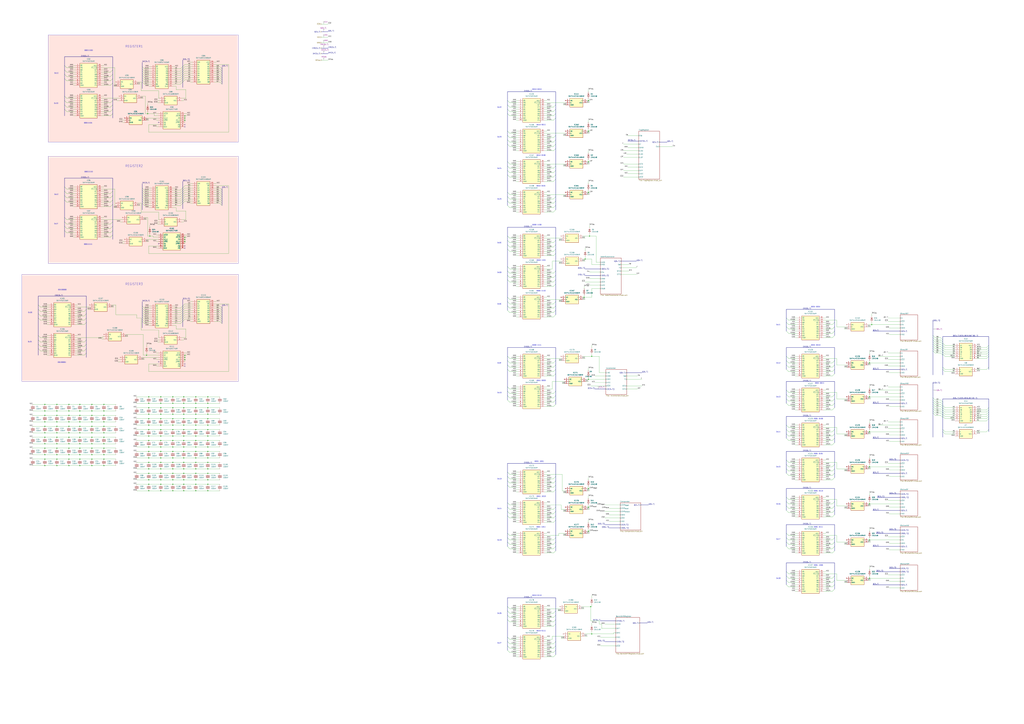
<source format=kicad_sch>
(kicad_sch (version 20250114) (generator "eeschema") (generator_version "9.0")
  (paper "A0")
  (rectangle (start 25.4 318.77) (end 276.86 443.23) (fill (type color) (color 255 228 223 1)))
  (rectangle (start 55.88 181.61) (end 276.86 306.07) (fill (type color) (color 255 228 223 1)))
  (rectangle (start 55.88 40.64) (end 276.86 165.1) (fill (type color) (color 255 228 223 1)))
  (text "0001 0101" (at 950.214 527.304 0) (effects (font (size 1.27 1.27))))
  (text "0x22\n\n" (at 579.882 125.73 0) (effects (font (size 1.27 1.27))))
  (text "0x0D\n\n\n" (at 579.882 318.77 0) (effects (font (size 1.27 1.27))))
  (text "0000 1111" (at 623.316 401.066 0) (effects (font (size 1.27 1.27))))
  (text "0x1D\n" (at 65.278 120.142 0) (effects (font (size 1.27 1.27))))
  (text "0x19\n\n" (at 579.882 557.53 0) (effects (font (size 1.27 1.27))))
  (text "0001 0010" (at 947.166 401.066 0) (effects (font (size 1.27 1.27))))
  (text "0x15\n\n" (at 903.732 543.56 0) (effects (font (size 1.27 1.27))))
  (text "0001 1011" (at 628.142 612.394 0) (effects (font (size 1.27 1.27))))
  (text "0x1C" (at 65.532 85.09 0) (effects (font (size 1.27 1.27))))
  (text "REGISTER1\n" (at 155.702 54.102 0) (effects (font (size 2.54 2.54))))
  (text "0x18\n\n" (at 903.732 673.1 0) (effects (font (size 1.27 1.27))))
  (text "REGISTER2\n\n" (at 155.702 195.072 0) (effects (font (size 2.54 2.54))))
  (text "0x0C\n\n" (at 579.882 283.21 0) (effects (font (size 1.27 1.27))))
  (text "0010 0110" (at 623.316 691.896 0) (effects (font (size 1.27 1.27))))
  (text "0x20\n" (at 35.052 363.22 0) (effects (font (size 1.27 1.27))))
  (text "0010 0010" (at 623.316 103.886 0) (effects (font (size 1.27 1.27))))
  (text "00011110" (at 102.87 199.644 0) (effects (font (size 1.27 1.27))))
  (text "0x1E\n" (at 65.532 226.06 0) (effects (font (size 1.27 1.27))))
  (text "0010 0100" (at 628.142 180.594 0) (effects (font (size 1.27 1.27))))
  (text "00011100" (at 102.87 58.674 0) (effects (font (size 1.27 1.27))))
  (text "00100000" (at 72.39 336.804 0) (effects (font (size 1.27 1.27))))
  (text "0001 0001" (at 947.166 356.616 0) (effects (font (size 1.27 1.27))))
  (text "0001 0011" (at 951.738 445.262 0) (effects (font (size 1.27 1.27))))
  (text "0010 0101" (at 628.142 216.154 0) (effects (font (size 1.27 1.27))))
  (text "0x13\n\n" (at 903.732 462.28 0) (effects (font (size 1.27 1.27))))
  (text "0001 1001" (at 626.11 536.194 0) (effects (font (size 1.27 1.27))))
  (text "00011101" (at 102.362 143.002 0) (effects (font (size 1.27 1.27))))
  (text "0x17\n\n\n" (at 903.732 628.65 0) (effects (font (size 1.27 1.27))))
  (text "0001 0100" (at 950.214 486.664 0) (effects (font (size 1.27 1.27))))
  (text "0x1F\n\n" (at 65.278 261.112 0) (effects (font (size 1.27 1.27))))
  (text "0001 1000" (at 950.214 656.844 0) (effects (font (size 1.27 1.27))))
  (text "0010 0011" (at 628.396 145.034 0) (effects (font (size 1.27 1.27))))
  (text "00011111" (at 102.362 283.972 0) (effects (font (size 1.27 1.27))))
  (text "00100001" (at 71.882 421.132 0) (effects (font (size 1.27 1.27))))
  (text "0010 0111" (at 628.396 733.044 0) (effects (font (size 1.27 1.27))))
  (text "0x1A\n\n\n" (at 579.882 593.09 0) (effects (font (size 1.27 1.27))))
  (text "0001 0000" (at 628.396 442.214 0) (effects (font (size 1.27 1.27))))
  (text "0x0F\n\n" (at 579.882 422.91 0) (effects (font (size 1.27 1.27))))
  (text "0001 0111" (at 950.214 612.394 0) (effects (font (size 1.27 1.27))))
  (text "0001 0110" (at 950.214 570.484 0) (effects (font (size 1.27 1.27))))
  (text "0x24\n\n" (at 579.882 196.85 0) (effects (font (size 1.27 1.27))))
  (text "0x11\n\n" (at 903.732 378.46 0) (effects (font (size 1.27 1.27))))
  (text "0x14\n\n" (at 903.732 502.92 0) (effects (font (size 1.27 1.27))))
  (text "0x12\n\n" (at 903.732 422.91 0) (effects (font (size 1.27 1.27))))
  (text "0x27\n\n\n" (at 579.882 749.3 0) (effects (font (size 1.27 1.27))))
  (text "0x25\n\n" (at 579.882 232.41 0) (effects (font (size 1.27 1.27))))
  (text "0000 1100" (at 623.316 261.366 0) (effects (font (size 1.27 1.27))))
  (text "REGISTER3\n\n" (at 155.702 332.232 0) (effects (font (size 2.54 2.54))))
  (text "0x26\n\n" (at 579.882 713.74 0) (effects (font (size 1.27 1.27))))
  (text "0001 1010" (at 628.396 576.834 0) (effects (font (size 1.27 1.27))))
  (text "0000 1101" (at 628.396 302.514 0) (effects (font (size 1.27 1.27))))
  (text "0x21\n\n" (at 34.798 398.272 0) (effects (font (size 1.27 1.27))))
  (text "0x1B\n\n" (at 579.882 628.65 0) (effects (font (size 1.27 1.27))))
  (text "0000 1110" (at 628.142 338.074 0) (effects (font (size 1.27 1.27))))
  (text "0x23\n\n\n" (at 579.882 161.29 0) (effects (font (size 1.27 1.27))))
  (text "0x10\n\n\n" (at 579.882 458.47 0) (effects (font (size 1.27 1.27))))
  (text "0x0E\n\n" (at 579.882 354.33 0) (effects (font (size 1.27 1.27))))
  (text "0x16\n\n" (at 903.732 586.74 0) (effects (font (size 1.27 1.27))))
  (junction (at 92.71 490.22))
  (junction (at 213.36 506.73))
  (junction (at 66.04 508))
  (junction (at 66.04 533.4))
  (junction (at 92.71 541.02))
  (junction (at 213.36 537.21))
  (junction (at 186.69 494.03))
  (junction (at 120.65 541.02))
  (junction (at 172.72 468.63))
  (junction (at 52.07 495.3))
  (junction (at 1009.65 542.29))
  (junction (at 241.3 549.91))
  (junction (at 172.72 549.91))
  (junction (at 200.66 468.63))
  (junction (at 92.71 469.9))
  (junction (at 186.69 499.11))
  (junction (at 214.63 417.83))
  (junction (at 214.63 280.67))
  (junction (at 213.36 461.01))
  (junction (at 241.3 557.53))
  (junction (at 679.45 300.99))
  (junction (at 200.66 481.33))
  (junction (at 214.63 139.7))
  (junction (at 80.01 515.62))
  (junction (at 1009.65 501.65))
  (junction (at 214.63 278.13))
  (junction (at 213.36 511.81))
  (junction (at 106.68 490.22))
  (junction (at 172.72 562.61))
  (junction (at 227.33 499.11))
  (junction (at 172.72 524.51))
  (junction (at 80.01 541.02))
  (junction (at 92.71 528.32))
  (junction (at 213.36 570.23))
  (junction (at 106.68 528.32))
  (junction (at 172.72 532.13))
  (junction (at 213.36 532.13))
  (junction (at 1012.19 377.19))
  (junction (at 120.65 508))
  (junction (at 227.33 486.41))
  (junction (at 92.71 508))
  (junction (at 683.26 187.96))
  (junction (at 683.26 440.69))
  (junction (at 200.66 524.51))
  (junction (at 106.68 541.02))
  (junction (at 172.72 544.83))
  (junction (at 227.33 468.63))
  (junction (at 66.04 520.7))
  (junction (at 227.33 506.73))
  (junction (at 172.72 481.33))
  (junction (at 186.69 524.51))
  (junction (at 213.36 473.71))
  (junction (at 173.99 274.32))
  (junction (at 120.65 533.4))
  (junction (at 172.72 557.53))
  (junction (at 1009.65 461.01))
  (junction (at 80.01 508))
  (junction (at 227.33 562.61))
  (junction (at 106.68 495.3))
  (junction (at 200.66 519.43))
  (junction (at 1009.65 671.83))
  (junction (at 80.01 469.9))
  (junction (at 172.72 537.21))
  (junction (at 92.71 482.6))
  (junction (at 186.69 473.71))
  (junction (at 200.66 557.53))
  (junction (at 213.36 524.51))
  (junction (at 214.63 412.75))
  (junction (at 172.72 506.73))
  (junction (at 120.65 528.32))
  (junction (at 200.66 494.03))
  (junction (at 80.01 533.4))
  (junction (at 52.07 528.32))
  (junction (at 106.68 477.52))
  (junction (at 684.53 274.32))
  (junction (at 213.36 499.11))
  (junction (at 214.63 137.16))
  (junction (at 186.69 481.33))
  (junction (at 80.01 528.32))
  (junction (at 200.66 537.21))
  (junction (at 241.3 532.13))
  (junction (at 120.65 469.9))
  (junction (at 186.69 562.61))
  (junction (at 213.36 557.53))
  (junction (at 1009.65 585.47))
  (junction (at 120.65 490.22))
  (junction (at 186.69 506.73))
  (junction (at 213.36 544.83))
  (junction (at 213.36 549.91))
  (junction (at 186.69 544.83))
  (junction (at 66.04 490.22))
  (junction (at 227.33 494.03))
  (junction (at 241.3 468.63))
  (junction (at 687.07 736.6))
  (junction (at 241.3 562.61))
  (junction (at 80.01 495.3))
  (junction (at 172.72 486.41))
  (junction (at 186.69 519.43))
  (junction (at 106.68 520.7))
  (junction (at 92.71 502.92))
  (junction (at 52.07 502.92))
  (junction (at 200.66 511.81))
  (junction (at 120.65 495.3))
  (junction (at 200.66 499.11))
  (junction (at 52.07 520.7))
  (junction (at 186.69 461.01))
  (junction (at 172.72 499.11))
  (junction (at 52.07 469.9))
  (junction (at 678.18 345.44))
  (junction (at 92.71 533.4))
  (junction (at 214.63 415.29))
  (junction (at 92.71 495.3))
  (junction (at 227.33 461.01))
  (junction (at 170.18 412.75))
  (junction (at 241.3 473.71))
  (junction (at 186.69 557.53))
  (junction (at 106.68 515.62))
  (junction (at 171.45 132.08))
  (junction (at 52.07 515.62))
  (junction (at 172.72 511.81))
  (junction (at 227.33 544.83))
  (junction (at 66.04 495.3))
  (junction (at 227.33 511.81))
  (junction (at 66.04 502.92))
  (junction (at 186.69 549.91))
  (junction (at 80.01 477.52))
  (junction (at 106.68 533.4))
  (junction (at 66.04 469.9))
  (junction (at 200.66 473.71))
  (junction (at 172.72 494.03))
  (junction (at 227.33 537.21))
  (junction (at 227.33 524.51))
  (junction (at 200.66 506.73))
  (junction (at 227.33 557.53))
  (junction (at 683.26 617.22))
  (junction (at 227.33 473.71))
  (junction (at 106.68 469.9))
  (junction (at 200.66 570.23))
  (junction (at 214.63 134.62))
  (junction (at 241.3 461.01))
  (junction (at 683.26 116.84))
  (junction (at 120.65 515.62))
  (junction (at 106.68 508))
  (junction (at 241.3 519.43))
  (junction (at 52.07 490.22))
  (junction (at 186.69 486.41))
  (junction (at 241.3 544.83))
  (junction (at 172.72 461.01))
  (junction (at 1009.65 421.64))
  (junction (at 200.66 532.13))
  (junction (at 214.63 275.59))
  (junction (at 241.3 511.81))
  (junction (at 66.04 515.62))
  (junction (at 80.01 490.22))
  (junction (at 227.33 570.23))
  (junction (at 52.07 541.02))
  (junction (at 172.72 519.43))
  (junction (at 227.33 519.43))
  (junction (at 80.01 482.6))
  (junction (at 106.68 502.92))
  (junction (at 186.69 468.63))
  (junction (at 186.69 570.23))
  (junction (at 120.65 482.6))
  (junction (at 186.69 537.21))
  (junction (at 683.26 567.69))
  (junction (at 120.65 520.7))
  (junction (at 227.33 549.91))
  (junction (at 683.26 223.52))
  (junction (at 200.66 486.41))
  (junction (at 241.3 524.51))
  (junction (at 92.71 515.62))
  (junction (at 687.07 414.02))
  (junction (at 120.65 477.52))
  (junction (at 241.3 494.03))
  (junction (at 227.33 532.13))
  (junction (at 186.69 511.81))
  (junction (at 52.07 508))
  (junction (at 200.66 544.83))
  (junction (at 52.07 477.52))
  (junction (at 52.07 533.4))
  (junction (at 66.04 477.52))
  (junction (at 80.01 502.92))
  (junction (at 213.36 562.61))
  (junction (at 172.72 570.23))
  (junction (at 66.04 528.32))
  (junction (at 213.36 468.63))
  (junction (at 241.3 499.11))
  (junction (at 213.36 486.41))
  (junction (at 213.36 494.03))
  (junction (at 1009.65 627.38))
  (junction (at 200.66 461.01))
  (junction (at 683.26 152.4))
  (junction (at 66.04 482.6))
  (junction (at 241.3 570.23))
  (junction (at 227.33 481.33))
  (junction (at 52.07 482.6))
  (junction (at 683.26 589.28))
  (junction (at 200.66 562.61))
  (junction (at 213.36 519.43))
  (junction (at 186.69 532.13))
  (junction (at 241.3 486.41))
  (junction (at 200.66 549.91))
  (junction (at 241.3 537.21))
  (junction (at 92.71 520.7))
  (junction (at 66.04 541.02))
  (junction (at 213.36 481.33))
  (junction (at 241.3 506.73))
  (junction (at 120.65 502.92))
  (junction (at 80.01 520.7))
  (junction (at 172.72 473.71))
  (junction (at 92.71 477.52))
  (junction (at 241.3 481.33))
  (junction (at 106.68 482.6))
  (junction (at 685.8 704.85))
  (no_connect (at 214.63 288.29))
  (no_connect (at 184.15 142.24))
  (no_connect (at 214.63 147.32))
  (no_connect (at 214.63 144.78))
  (no_connect (at 214.63 425.45))
  (no_connect (at 214.63 422.91))
  (no_connect (at 184.15 283.21))
  (no_connect (at 214.63 285.75))
  (no_connect (at 184.15 420.37))
  (bus_entry (at 645.16 720.09) (size -2.54 2.54))
  (bus_entry (at 1094.74 476.25) (size 2.54 2.54))
  (bus_entry (at 209.55 92.71) (size 2.54 -2.54))
  (bus_entry (at 589.28 449.58) (size 2.54 2.54))
  (bus_entry (at 969.01 463.55) (size -2.54 2.54))
  (bus_entry (at 589.28 424.18) (size 2.54 2.54))
  (bus_entry (at 589.28 454.66) (size 2.54 2.54))
  (bus_entry (at 589.28 704.85) (size 2.54 2.54))
  (bus_entry (at 913.13 494.03) (size 2.54 2.54))
  (bus_entry (at 1148.08 478.79) (size -2.54 2.54))
  (bus_entry (at 1148.08 406.4) (size -2.54 2.54))
  (bus_entry (at 589.28 187.96) (size 2.54 2.54))
  (bus_entry (at 1094.74 411.48) (size 2.54 2.54))
  (bus_entry (at 913.13 588.01) (size 2.54 2.54))
  (bus_entry (at 589.28 198.12) (size 2.54 2.54))
  (bus_entry (at 589.28 745.49) (size 2.54 2.54))
  (bus_entry (at 255.27 85.09) (size 2.54 2.54))
  (bus_entry (at 913.13 419.1) (size 2.54 2.54))
  (bus_entry (at 645.16 350.52) (size -2.54 2.54))
  (bus_entry (at 913.13 549.91) (size 2.54 2.54))
  (bus_entry (at 913.13 424.18) (size 2.54 2.54))
  (bus_entry (at 645.16 434.34) (size -2.54 2.54))
  (bus_entry (at 1083.31 469.9) (size 2.54 2.54))
  (bus_entry (at 589.28 740.41) (size 2.54 2.54))
  (bus_entry (at 1148.08 486.41) (size -2.54 2.54))
  (bus_entry (at 214.63 360.68) (size -2.54 2.54))
  (bus_entry (at 969.01 458.47) (size -2.54 2.54))
  (bus_entry (at 645.16 424.18) (size -2.54 2.54))
  (bus_entry (at 969.01 539.75) (size -2.54 2.54))
  (bus_entry (at 1083.31 467.36) (size 2.54 2.54))
  (bus_entry (at 645.16 568.96) (size -2.54 2.54))
  (bus_entry (at 1148.08 426.72) (size -2.54 2.54))
  (bus_entry (at 969.01 674.37) (size -2.54 2.54))
  (bus_entry (at 1148.08 473.71) (size -2.54 2.54))
  (bus_entry (at 74.93 91.44) (size 2.54 2.54))
  (bus_entry (at 44.45 400.05) (size 2.54 2.54))
  (bus_entry (at 1148.08 403.86) (size -2.54 2.54))
  (bus_entry (at 130.81 121.92) (size -2.54 2.54))
  (bus_entry (at 1092.2 407.67) (size 2.54 2.54))
  (bus_entry (at 645.16 137.16) (size -2.54 2.54))
  (bus_entry (at 589.28 750.57) (size 2.54 2.54))
  (bus_entry (at 645.16 203.2) (size -2.54 2.54))
  (bus_entry (at 589.28 553.72) (size 2.54 2.54))
  (bus_entry (at 165.1 228.6) (size 2.54 2.54))
  (bus_entry (at 589.28 720.09) (size 2.54 2.54))
  (bus_entry (at 44.45 394.97) (size 2.54 2.54))
  (bus_entry (at 74.93 76.2) (size 2.54 2.54))
  (bus_entry (at 589.28 419.1) (size 2.54 2.54))
  (bus_entry (at 645.16 640.08) (size -2.54 2.54))
  (bus_entry (at 214.63 228.6) (size -2.54 2.54))
  (bus_entry (at 255.27 368.3) (size 2.54 2.54))
  (bus_entry (at 255.27 365.76) (size 2.54 2.54))
  (bus_entry (at 255.27 236.22) (size 2.54 2.54))
  (bus_entry (at 913.13 593.09) (size 2.54 2.54))
  (bus_entry (at 255.27 90.17) (size 2.54 2.54))
  (bus_entry (at 209.55 87.63) (size 2.54 -2.54))
  (bus_entry (at 589.28 709.93) (size 2.54 2.54))
  (bus_entry (at 1148.08 414.02) (size -2.54 2.54))
  (bus_entry (at 214.63 80.01) (size -2.54 2.54))
  (bus_entry (at 165.1 95.25) (size 2.54 2.54))
  (bus_entry (at 969.01 419.1) (size -2.54 2.54))
  (bus_entry (at 209.55 82.55) (size 2.54 -2.54))
  (bus_entry (at 913.13 664.21) (size 2.54 2.54))
  (bus_entry (at 913.13 635) (size 2.54 2.54))
  (bus_entry (at 1083.31 392.43) (size 2.54 2.54))
  (bus_entry (at 913.13 629.92) (size 2.54 2.54))
  (bus_entry (at 165.1 368.3) (size 2.54 2.54))
  (bus_entry (at 645.16 157.48) (size -2.54 2.54))
  (bus_entry (at 913.13 674.37) (size 2.54 2.54))
  (bus_entry (at 74.93 121.92) (size 2.54 2.54))
  (bus_entry (at 255.27 228.6) (size 2.54 2.54))
  (bus_entry (at 130.81 222.25) (size -2.54 2.54))
  (bus_entry (at 589.28 360.68) (size 2.54 2.54))
  (bus_entry (at 913.13 509.27) (size 2.54 2.54))
  (bus_entry (at 913.13 504.19) (size 2.54 2.54))
  (bus_entry (at 969.01 549.91) (size -2.54 2.54))
  (bus_entry (at 255.27 223.52) (size 2.54 2.54))
  (bus_entry (at 969.01 429.26) (size -2.54 2.54))
  (bus_entry (at 165.1 218.44) (size 2.54 2.54))
  (bus_entry (at 645.16 755.65) (size -2.54 2.54))
  (bus_entry (at 209.55 226.06) (size 2.54 -2.54))
  (bus_entry (at 589.28 228.6) (size 2.54 2.54))
  (bus_entry (at 209.55 233.68) (size 2.54 -2.54))
  (bus_entry (at 645.16 132.08) (size -2.54 2.54))
  (bus_entry (at 74.93 81.28) (size 2.54 2.54))
  (bus_entry (at 969.01 624.84) (size -2.54 2.54))
  (bus_entry (at 165.1 223.52) (size 2.54 2.54))
  (bus_entry (at 74.93 127) (size 2.54 2.54))
  (bus_entry (at 645.16 172.72) (size -2.54 2.54))
  (bus_entry (at 589.28 429.26) (size 2.54 2.54))
  (bus_entry (at 645.16 330.2) (size -2.54 2.54))
  (bus_entry (at 913.13 544.83) (size 2.54 2.54))
  (bus_entry (at 645.16 589.28) (size -2.54 2.54))
  (bus_entry (at 969.01 554.99) (size -2.54 2.54))
  (bus_entry (at 1094.74 406.4) (size 2.54 2.54))
  (bus_entry (at 214.63 370.84) (size -2.54 2.54))
  (bus_entry (at 255.27 231.14) (size 2.54 2.54))
  (bus_entry (at 645.16 715.01) (size -2.54 2.54))
  (bus_entry (at 969.01 374.65) (size -2.54 2.54))
  (bus_entry (at 165.1 360.68) (size 2.54 2.54))
  (bus_entry (at 589.28 584.2) (size 2.54 2.54))
  (bus_entry (at 209.55 365.76) (size 2.54 -2.54))
  (bus_entry (at 74.93 222.25) (size 2.54 2.54))
  (bus_entry (at 100.33 394.97) (size -2.54 2.54))
  (bus_entry (at 969.01 499.11) (size -2.54 2.54))
  (bus_entry (at 209.55 373.38) (size 2.54 -2.54))
  (bus_entry (at 589.28 350.52) (size 2.54 2.54))
  (bus_entry (at 165.1 355.6) (size 2.54 2.54))
  (bus_entry (at 255.27 80.01) (size 2.54 2.54))
  (bus_entry (at 214.63 74.93) (size -2.54 2.54))
  (bus_entry (at 130.81 232.41) (size -2.54 2.54))
  (bus_entry (at 214.63 363.22) (size -2.54 2.54))
  (bus_entry (at 165.1 373.38) (size 2.54 2.54))
  (bus_entry (at 645.16 750.57) (size -2.54 2.54))
  (bus_entry (at 209.55 363.22) (size 2.54 -2.54))
  (bus_entry (at 589.28 594.36) (size 2.54 2.54))
  (bus_entry (at 969.01 588.01) (size -2.54 2.54))
  (bus_entry (at 255.27 370.84) (size 2.54 2.54))
  (bus_entry (at 969.01 635) (size -2.54 2.54))
  (bus_entry (at 165.1 92.71) (size 2.54 2.54))
  (bus_entry (at 100.33 364.49) (size -2.54 2.54))
  (bus_entry (at 913.13 624.84) (size 2.54 2.54))
  (bus_entry (at 100.33 359.41) (size -2.54 2.54))
  (bus_entry (at 165.1 231.14) (size 2.54 2.54))
  (bus_entry (at 255.27 95.25) (size 2.54 2.54))
  (bus_entry (at 255.27 226.06) (size 2.54 2.54))
  (bus_entry (at 645.16 289.56) (size -2.54 2.54))
  (bus_entry (at 1083.31 389.89) (size 2.54 2.54))
  (bus_entry (at 1094.74 499.11) (size 2.54 2.54))
  (bus_entry (at 913.13 414.02) (size 2.54 2.54))
  (bus_entry (at 214.63 82.55) (size -2.54 2.54))
  (bus_entry (at 913.13 669.29) (size 2.54 2.54))
  (bus_entry (at 645.16 314.96) (size -2.54 2.54))
  (bus_entry (at 645.16 238.76) (size -2.54 2.54))
  (bus_entry (at 589.28 320.04) (size 2.54 2.54))
  (bus_entry (at 969.01 379.73) (size -2.54 2.54))
  (bus_entry (at 165.1 370.84) (size 2.54 2.54))
  (bus_entry (at 589.28 289.56) (size 2.54 2.54))
  (bus_entry (at 589.28 167.64) (size 2.54 2.54))
  (bus_entry (at 44.45 354.33) (size 2.54 2.54))
  (bus_entry (at 589.28 157.48) (size 2.54 2.54))
  (bus_entry (at 214.63 226.06) (size -2.54 2.54))
  (bus_entry (at 645.16 599.44) (size -2.54 2.54))
  (bus_entry (at 44.45 359.41) (size 2.54 2.54))
  (bus_entry (at 130.81 127) (size -2.54 2.54))
  (bus_entry (at 1083.31 472.44) (size 2.54 2.54))
  (bus_entry (at 214.63 85.09) (size -2.54 2.54))
  (bus_entry (at 1148.08 476.25) (size -2.54 2.54))
  (bus_entry (at 130.81 86.36) (size -2.54 2.54))
  (bus_entry (at 645.16 709.93) (size -2.54 2.54))
  (bus_entry (at 1092.2 477.52) (size 2.54 2.54))
  (bus_entry (at 589.28 459.74) (size 2.54 2.54))
  (bus_entry (at 255.27 82.55) (size 2.54 2.54))
  (bus_entry (at 214.63 215.9) (size -2.54 2.54))
  (bus_entry (at 589.28 563.88) (size 2.54 2.54))
  (bus_entry (at 969.01 424.18) (size -2.54 2.54))
  (bus_entry (at 969.01 684.53) (size -2.54 2.54))
  (bus_entry (at 913.13 619.76) (size 2.54 2.54))
  (bus_entry (at 1083.31 400.05) (size 2.54 2.54))
  (bus_entry (at 74.93 227.33) (size 2.54 2.54))
  (bus_entry (at 645.16 624.84) (size -2.54 2.54))
  (bus_entry (at 1092.2 397.51) (size 2.54 2.54))
  (bus_entry (at 645.16 558.8) (size -2.54 2.54))
  (bus_entry (at 100.33 405.13) (size -2.54 2.54))
  (bus_entry (at 209.55 220.98) (size 2.54 -2.54))
  (bus_entry (at 589.28 548.64) (size 2.54 2.54))
  (bus_entry (at 74.93 232.41) (size 2.54 2.54))
  (bus_entry (at 130.81 262.89) (size -2.54 2.54))
  (bus_entry (at 645.16 454.66) (size -2.54 2.54))
  (bus_entry (at 589.28 152.4) (size 2.54 2.54))
  (bus_entry (at 969.01 669.29) (size -2.54 2.54))
  (bus_entry (at 645.16 464.82) (size -2.54 2.54))
  (bus_entry (at 130.81 132.08) (size -2.54 2.54))
  (bus_entry (at 214.63 90.17) (size -2.54 2.54))
  (bus_entry (at 589.28 284.48) (size 2.54 2.54))
  (bus_entry (at 969.01 509.27) (size -2.54 2.54))
  (bus_entry (at 165.1 85.09) (size 2.54 2.54))
  (bus_entry (at 589.28 238.76) (size 2.54 2.54))
  (bus_entry (at 969.01 544.83) (size -2.54 2.54))
  (bus_entry (at 589.28 309.88) (size 2.54 2.54))
  (bus_entry (at 589.28 635) (size 2.54 2.54))
  (bus_entry (at 214.63 355.6) (size -2.54 2.54))
  (bus_entry (at 165.1 358.14) (size 2.54 2.54))
  (bus_entry (at 589.28 715.01) (size 2.54 2.54))
  (bus_entry (at 645.16 760.73) (size -2.54 2.54))
  (bus_entry (at 969.01 598.17) (size -2.54 2.54))
  (bus_entry (at 913.13 468.63) (size 2.54 2.54))
  (bus_entry (at 209.55 368.3) (size 2.54 -2.54))
  (bus_entry (at 44.45 369.57) (size 2.54 2.54))
  (bus_entry (at 645.16 469.9) (size -2.54 2.54))
  (bus_entry (at 100.33 369.57) (size -2.54 2.54))
  (bus_entry (at 645.16 745.49) (size -2.54 2.54))
  (bus_entry (at 645.16 121.92) (size -2.54 2.54))
  (bus_entry (at 645.16 279.4) (size -2.54 2.54))
  (bus_entry (at 209.55 85.09) (size 2.54 -2.54))
  (bus_entry (at 74.93 86.36) (size 2.54 2.54))
  (bus_entry (at 645.16 294.64) (size -2.54 2.54))
  (bus_entry (at 209.55 236.22) (size 2.54 -2.54))
  (bus_entry (at 645.16 284.48) (size -2.54 2.54))
  (bus_entry (at 645.16 167.64) (size -2.54 2.54))
  (bus_entry (at 969.01 384.81) (size -2.54 2.54))
  (bus_entry (at 44.45 405.13) (size 2.54 2.54))
  (bus_entry (at 589.28 414.02) (size 2.54 2.54))
  (bus_entry (at 589.28 223.52) (size 2.54 2.54))
  (bus_entry (at 214.63 231.14) (size -2.54 2.54))
  (bus_entry (at 589.28 233.68) (size 2.54 2.54))
  (bus_entry (at 130.81 81.28) (size -2.54 2.54))
  (bus_entry (at 913.13 369.57) (size 2.54 2.54))
  (bus_entry (at 255.27 233.68) (size 2.54 2.54))
  (bus_entry (at 645.16 162.56) (size -2.54 2.54))
  (bus_entry (at 255.27 77.47) (size 2.54 2.54))
  (bus_entry (at 44.45 389.89) (size 2.54 2.54))
  (bus_entry (at 913.13 453.39) (size 2.54 2.54))
  (bus_entry (at 969.01 582.93) (size -2.54 2.54))
  (bus_entry (at 589.28 589.28) (size 2.54 2.54))
  (bus_entry (at 645.16 360.68) (size -2.54 2.54))
  (bus_entry (at 1094.74 403.86) (size 2.54 2.54))
  (bus_entry (at 1094.74 483.87) (size 2.54 2.54))
  (bus_entry (at 645.16 228.6) (size -2.54 2.54))
  (bus_entry (at 209.55 231.14) (size 2.54 -2.54))
  (bus_entry (at 1083.31 462.28) (size 2.54 2.54))
  (bus_entry (at 130.81 273.05) (size -2.54 2.54))
  (bus_entry (at 209.55 375.92) (size 2.54 -2.54))
  (bus_entry (at 1148.08 408.94) (size -2.54 2.54))
  (bus_entry (at 209.55 80.01) (size 2.54 -2.54))
  (bus_entry (at 1148.08 401.32) (size -2.54 2.54))
  (bus_entry (at 1083.31 394.97) (size 2.54 2.54))
  (bus_entry (at 130.81 96.52) (size -2.54 2.54))
  (bus_entry (at 969.01 593.09) (size -2.54 2.54))
  (bus_entry (at 209.55 238.76) (size 2.54 -2.54))
  (bus_entry (at 1094.74 481.33) (size 2.54 2.54))
  (bus_entry (at 645.16 594.36) (size -2.54 2.54))
  (bus_entry (at 100.33 410.21) (size -2.54 2.54))
  (bus_entry (at 645.16 553.72) (size -2.54 2.54))
  (bus_entry (at 255.27 220.98) (size 2.54 2.54))
  (bus_entry (at 165.1 220.98) (size 2.54 2.54))
  (bus_entry (at 913.13 577.85) (size 2.54 2.54))
  (bus_entry (at 913.13 429.26) (size 2.54 2.54))
  (bus_entry (at 645.16 459.74) (size -2.54 2.54))
  (bus_entry (at 1092.2 467.36) (size 2.54 2.54))
  (bus_entry (at 209.55 95.25) (size 2.54 -2.54))
  (bus_entry (at 130.81 257.81) (size -2.54 2.54))
  (bus_entry (at 214.63 92.71) (size -2.54 2.54))
  (bus_entry (at 645.16 233.68) (size -2.54 2.54))
  (bus_entry (at 645.16 198.12) (size -2.54 2.54))
  (bus_entry (at 969.01 389.89) (size -2.54 2.54))
  (bus_entry (at 589.28 355.6) (size 2.54 2.54))
  (bus_entry (at 913.13 582.93) (size 2.54 2.54))
  (bus_entry (at 1148.08 411.48) (size -2.54 2.54))
  (bus_entry (at 645.16 355.6) (size -2.54 2.54))
  (bus_entry (at 74.93 252.73) (size 2.54 2.54))
  (bus_entry (at 165.1 77.47) (size 2.54 2.54))
  (bus_entry (at 589.28 279.4) (size 2.54 2.54))
  (bus_entry (at 589.28 116.84) (size 2.54 2.54))
  (bus_entry (at 1083.31 474.98) (size 2.54 2.54))
  (bus_entry (at 255.27 358.14) (size 2.54 2.54))
  (bus_entry (at 1094.74 426.72) (size 2.54 2.54))
  (bus_entry (at 209.55 90.17) (size 2.54 -2.54))
  (bus_entry (at 589.28 464.82) (size 2.54 2.54))
  (bus_entry (at 645.16 419.1) (size -2.54 2.54))
  (bus_entry (at 645.16 365.76) (size -2.54 2.54))
  (bus_entry (at 1094.74 429.26) (size 2.54 2.54))
  (bus_entry (at 645.16 208.28) (size -2.54 2.54))
  (bus_entry (at 1092.2 402.59) (size 2.54 2.54))
  (bus_entry (at 255.27 87.63) (size 2.54 2.54))
  (bus_entry (at 130.81 237.49) (size -2.54 2.54))
  (bus_entry (at 913.13 458.47) (size 2.54 2.54))
  (bus_entry (at 645.16 563.88) (size -2.54 2.54))
  (bus_entry (at 645.16 635) (size -2.54 2.54))
  (bus_entry (at 1094.74 471.17) (size 2.54 2.54))
  (bus_entry (at 913.13 679.45) (size 2.54 2.54))
  (bus_entry (at 645.16 325.12) (size -2.54 2.54))
  (bus_entry (at 589.28 162.56) (size 2.54 2.54))
  (bus_entry (at 214.63 220.98) (size -2.54 2.54))
  (bus_entry (at 165.1 90.17) (size 2.54 2.54))
  (bus_entry (at 209.55 370.84) (size 2.54 -2.54))
  (bus_entry (at 645.16 193.04) (size -2.54 2.54))
  (bus_entry (at 100.33 374.65) (size -2.54 2.54))
  (bus_entry (at 1092.2 392.43) (size 2.54 2.54))
  (bus_entry (at 214.63 358.14) (size -2.54 2.54))
  (bus_entry (at 165.1 236.22) (size 2.54 2.54))
  (bus_entry (at 913.13 499.11) (size 2.54 2.54))
  (bus_entry (at 589.28 624.84) (size 2.54 2.54))
  (bus_entry (at 1083.31 464.82) (size 2.54 2.54))
  (bus_entry (at 645.16 243.84) (size -2.54 2.54))
  (bus_entry (at 1083.31 480.06) (size 2.54 2.54))
  (bus_entry (at 214.63 77.47) (size -2.54 2.54))
  (bus_entry (at 969.01 679.45) (size -2.54 2.54))
  (bus_entry (at 1083.31 402.59) (size 2.54 2.54))
  (bus_entry (at 969.01 473.71) (size -2.54 2.54))
  (bus_entry (at 1094.74 501.65) (size 2.54 2.54))
  (bus_entry (at 589.28 345.44) (size 2.54 2.54))
  (bus_entry (at 209.55 97.79) (size 2.54 -2.54))
  (bus_entry (at 130.81 116.84) (size -2.54 2.54))
  (bus_entry (at 913.13 374.65) (size 2.54 2.54))
  (bus_entry (at 645.16 629.92) (size -2.54 2.54))
  (bus_entry (at 165.1 226.06) (size 2.54 2.54))
  (bus_entry (at 1092.2 474.98) (size 2.54 2.54))
  (bus_entry (at 214.63 87.63) (size -2.54 2.54))
  (bus_entry (at 165.1 80.01) (size 2.54 2.54))
  (bus_entry (at 1094.74 478.79) (size 2.54 2.54))
  (bus_entry (at 1083.31 397.51) (size 2.54 2.54))
  (bus_entry (at 1092.2 469.9) (size 2.54 2.54))
  (bus_entry (at 1094.74 408.94) (size 2.54 2.54))
  (bus_entry (at 589.28 599.44) (size 2.54 2.54))
  (bus_entry (at 100.33 400.05) (size -2.54 2.54))
  (bus_entry (at 74.93 262.89) (size 2.54 2.54))
  (bus_entry (at 645.16 127) (size -2.54 2.54))
  (bus_entry (at 969.01 629.92) (size -2.54 2.54))
  (bus_entry (at 209.55 228.6) (size 2.54 -2.54))
  (bus_entry (at 1094.74 398.78) (size 2.54 2.54))
  (bus_entry (at 44.45 364.49) (size 2.54 2.54))
  (bus_entry (at 645.16 604.52) (size -2.54 2.54))
  (bus_entry (at 214.63 233.68) (size -2.54 2.54))
  (bus_entry (at 74.93 217.17) (size 2.54 2.54))
  (bus_entry (at 209.55 358.14) (size 2.54 -2.54))
  (bus_entry (at 255.27 363.22) (size 2.54 2.54))
  (bus_entry (at 589.28 558.8) (size 2.54 2.54))
  (bus_entry (at 1092.2 482.6) (size 2.54 2.54))
  (bus_entry (at 645.16 320.04) (size -2.54 2.54))
  (bus_entry (at 255.27 373.38) (size 2.54 2.54))
  (bus_entry (at 209.55 360.68) (size 2.54 -2.54))
  (bus_entry (at 589.28 132.08) (size 2.54 2.54))
  (bus_entry (at 1092.2 405.13) (size 2.54 2.54))
  (bus_entry (at 74.93 116.84) (size 2.54 2.54))
  (bus_entry (at 165.1 365.76) (size 2.54 2.54))
  (bus_entry (at 969.01 434.34) (size -2.54 2.54))
  (bus_entry (at 969.01 640.08) (size -2.54 2.54))
  (bus_entry (at 589.28 314.96) (size 2.54 2.54))
  (bus_entry (at 1092.2 464.82) (size 2.54 2.54))
  (bus_entry (at 255.27 92.71) (size 2.54 2.54))
  (bus_entry (at 969.01 504.19) (size -2.54 2.54))
  (bus_entry (at 165.1 82.55) (size 2.54 2.54))
  (bus_entry (at 913.13 379.73) (size 2.54 2.54))
  (bus_entry (at 589.28 193.04) (size 2.54 2.54))
  (bus_entry (at 74.93 257.81) (size 2.54 2.54))
  (bus_entry (at 130.81 227.33) (size -2.54 2.54))
  (bus_entry (at 165.1 87.63) (size 2.54 2.54))
  (bus_entry (at 255.27 218.44) (size 2.54 2.54))
  (bus_entry (at 165.1 363.22) (size 2.54 2.54))
  (bus_entry (at 589.28 127) (size 2.54 2.54))
  (bus_entry (at 589.28 203.2) (size 2.54 2.54))
  (bus_entry (at 969.01 468.63) (size -2.54 2.54))
  (bus_entry (at 1148.08 481.33) (size -2.54 2.54))
  (bus_entry (at 214.63 353.06) (size -2.54 2.54))
  (bus_entry (at 1083.31 405.13) (size 2.54 2.54))
  (bus_entry (at 913.13 534.67) (size 2.54 2.54))
  (bus_entry (at 969.01 514.35) (size -2.54 2.54))
  (bus_entry (at 214.63 365.76) (size -2.54 2.54))
  (bus_entry (at 589.28 274.32) (size 2.54 2.54))
  (bus_entry (at 74.93 111.76) (size 2.54 2.54))
  (bus_entry (at 589.28 619.76) (size 2.54 2.54))
  (bus_entry (at 214.63 368.3) (size -2.54 2.54))
  (bus_entry (at 130.81 267.97) (size -2.54 2.54))
  (bus_entry (at 1083.31 477.52) (size 2.54 2.54))
  (bus_entry (at 74.93 267.97) (size 2.54 2.54))
  (bus_entry (at 255.27 360.68) (size 2.54 2.54))
  (bus_entry (at 1092.2 400.05) (size 2.54 2.54))
  (bus_entry (at 1092.2 410.21) (size 2.54 2.54))
  (bus_entry (at 913.13 539.75) (size 2.54 2.54))
  (bus_entry (at 1092.2 394.97) (size 2.54 2.54))
  (bus_entry (at 645.16 429.26) (size -2.54 2.54))
  (bus_entry (at 1148.08 483.87) (size -2.54 2.54))
  (bus_entry (at 1094.74 473.71) (size 2.54 2.54))
  (bus_entry (at 255.27 355.6) (size 2.54 2.54))
  (bus_entry (at 1083.31 407.67) (size 2.54 2.54))
  (bus_entry (at 1092.2 480.06) (size 2.54 2.54))
  (bus_entry (at 165.1 233.68) (size 2.54 2.54))
  (bus_entry (at 209.55 223.52) (size 2.54 -2.54))
  (bus_entry (at 1094.74 401.32) (size 2.54 2.54))
  (bus_entry (at 1092.2 472.44) (size 2.54 2.54))
  (bus_entry (at 913.13 463.55) (size 2.54 2.54))
  (bus_entry (at 214.63 218.44) (size -2.54 2.54))
  (bus_entry (at 645.16 725.17) (size -2.54 2.54))
  (bus_entry (at 589.28 755.65) (size 2.54 2.54))
  (bus_entry (at 214.63 223.52) (size -2.54 2.54))
  (bus_entry (at 589.28 121.92) (size 2.54 2.54))
  (bus_entry (at 130.81 91.44) (size -2.54 2.54))
  (bus_entry (at 1148.08 499.11) (size -2.54 2.54))
  (bus_entry (at 589.28 629.92) (size 2.54 2.54))
  (bus_entry (at 913.13 384.81) (size 2.54 2.54))
  (bus_entry (at 589.28 325.12) (size 2.54 2.54))
  (wire (pts (xy 966.47 426.72) (xy 956.31 426.72)))
  (bus (pts (xy 645.16 424.18) (xy 645.16 429.26)))
  (wire (pts (xy 642.62 717.55) (xy 632.46 717.55)))
  (wire (pts (xy 1032.51 596.9) (xy 1045.21 596.9)))
  (wire (pts (xy 77.47 265.43) (xy 87.63 265.43)))
  (wire (pts (xy 915.67 426.72) (xy 925.83 426.72)))
  (wire (pts (xy 158.75 557.53) (xy 172.72 557.53)))
  (wire (pts (xy 223.52 223.52) (xy 214.63 223.52)))
  (wire (pts (xy 227.33 461.01) (xy 241.3 461.01)))
  (bus (pts (xy 969.01 429.26) (xy 969.01 434.34)))
  (wire (pts (xy 1032.51 381) (xy 1045.21 381)))
  (wire (pts (xy 167.64 85.09) (xy 175.26 85.09)))
  (wire (pts (xy 635 424.18) (xy 632.46 424.18)))
  (wire (pts (xy 966.47 516.89) (xy 956.31 516.89)))
  (bus (pts (xy 212.09 355.6) (xy 212.09 358.14)))
  (wire (pts (xy 956.31 455.93) (xy 971.55 455.93)))
  (wire (pts (xy 248.92 365.76) (xy 255.27 365.76)))
  (wire (pts (xy 702.31 586.74) (xy 720.09 586.74)))
  (wire (pts (xy 265.43 431.8) (xy 265.43 353.06)))
  (wire (pts (xy 642.62 753.11) (xy 632.46 753.11)))
  (wire (pts (xy 1008.38 627.38) (xy 1009.65 627.38)))
  (wire (pts (xy 728.98 194.31) (xy 741.68 194.31)))
  (wire (pts (xy 683.26 223.52) (xy 684.53 223.52)))
  (wire (pts (xy 184.15 139.7) (xy 181.61 139.7)))
  (bus (pts (xy 1094.74 394.97) (xy 1094.74 397.51)))
  (wire (pts (xy 956.31 537.21) (xy 971.55 537.21)))
  (wire (pts (xy 241.3 519.43) (xy 255.27 519.43)))
  (bus (pts (xy 969.01 582.93) (xy 969.01 588.01)))
  (wire (pts (xy 92.71 477.52) (xy 106.68 477.52)))
  (wire (pts (xy 158.75 562.61) (xy 172.72 562.61)))
  (bus (pts (xy 130.81 96.52) (xy 130.81 116.84)))
  (wire (pts (xy 632.46 223.52) (xy 635 223.52)))
  (wire (pts (xy 1097.28 473.71) (xy 1108.71 473.71)))
  (wire (pts (xy 200.66 218.44) (xy 203.2 218.44)))
  (wire (pts (xy 118.11 114.3) (xy 138.43 114.3)))
  (bus (pts (xy 645.16 228.6) (xy 645.16 233.68)))
  (bus (pts (xy 913.13 424.18) (xy 913.13 419.1)))
  (wire (pts (xy 923.29 593.09) (xy 925.83 593.09)))
  (bus (pts (xy 1083.31 372.11) (xy 1083.31 389.89)))
  (wire (pts (xy 683.26 210.82) (xy 683.26 213.36)))
  (bus (pts (xy 645.16 350.52) (xy 645.16 355.6)))
  (wire (pts (xy 690.88 436.88) (xy 703.58 436.88)))
  (wire (pts (xy 683.26 565.15) (xy 683.26 567.69)))
  (wire (pts (xy 213.36 461.01) (xy 227.33 461.01)))
  (wire (pts (xy 139.7 257.81) (xy 142.24 257.81)))
  (wire (pts (xy 373.38 49.53) (xy 381 49.53)))
  (wire (pts (xy 106.68 541.02) (xy 120.65 541.02)))
  (wire (pts (xy 210.82 257.81) (xy 213.36 257.81)))
  (bus (pts (xy 1017.27 664.21) (xy 1045.21 664.21)))
  (wire (pts (xy 684.53 261.62) (xy 684.53 264.16)))
  (wire (pts (xy 97.79 412.75) (xy 87.63 412.75)))
  (wire (pts (xy 214.63 278.13) (xy 214.63 280.67)))
  (wire (pts (xy 1031.24 623.57) (xy 1045.21 623.57)))
  (wire (pts (xy 599.44 330.2) (xy 601.98 330.2)))
  (wire (pts (xy 54.61 377.19) (xy 57.15 377.19)))
  (wire (pts (xy 647.7 709.93) (xy 650.24 709.93)))
  (bus (pts (xy 130.81 81.28) (xy 130.81 86.36)))
  (wire (pts (xy 642.62 758.19) (xy 632.46 758.19)))
  (wire (pts (xy 214.63 139.7) (xy 214.63 142.24)))
  (wire (pts (xy 599.44 345.44) (xy 601.98 345.44)))
  (wire (pts (xy 635 330.2) (xy 632.46 330.2)))
  (wire (pts (xy 77.47 88.9) (xy 87.63 88.9)))
  (wire (pts (xy 128.27 260.35) (xy 118.11 260.35)))
  (wire (pts (xy 591.82 231.14) (xy 601.98 231.14)))
  (wire (pts (xy 46.99 392.43) (xy 57.15 392.43)))
  (wire (pts (xy 966.47 466.09) (xy 956.31 466.09)))
  (bus (pts (xy 165.1 355.6) (xy 165.1 358.14)))
  (wire (pts (xy 129.54 354.33) (xy 134.62 354.33)))
  (wire (pts (xy 676.91 414.02) (xy 687.07 414.02)))
  (wire (pts (xy 172.72 537.21) (xy 186.69 537.21)))
  (bus (pts (xy 1094.74 429.26) (xy 1094.74 435.61)))
  (wire (pts (xy 186.69 468.63) (xy 200.66 468.63)))
  (wire (pts (xy 200.66 365.76) (xy 209.55 365.76)))
  (bus (pts (xy 589.28 704.85) (xy 589.28 694.69)))
  (bus (pts (xy 1032.51 574.04) (xy 1045.21 574.04)))
  (bus (pts (xy 679.45 312.42) (xy 697.23 312.42)))
  (wire (pts (xy 167.64 82.55) (xy 175.26 82.55)))
  (wire (pts (xy 1085.85 397.51) (xy 1092.2 397.51)))
  (bus (pts (xy 589.28 132.08) (xy 589.28 127)))
  (wire (pts (xy 1085.85 474.98) (xy 1092.2 474.98)))
  (wire (pts (xy 52.07 528.32) (xy 66.04 528.32)))
  (wire (pts (xy 181.61 425.45) (xy 184.15 425.45)))
  (wire (pts (xy 591.82 462.28) (xy 601.98 462.28)))
  (wire (pts (xy 971.55 379.73) (xy 982.98 379.73)))
  (bus (pts (xy 44.45 359.41) (xy 44.45 354.33)))
  (wire (pts (xy 128.27 265.43) (xy 118.11 265.43)))
  (wire (pts (xy 923.29 468.63) (xy 925.83 468.63)))
  (wire (pts (xy 1009.65 659.13) (xy 1009.65 661.67)))
  (wire (pts (xy 641.35 452.12) (xy 632.46 452.12)))
  (wire (pts (xy 223.52 360.68) (xy 214.63 360.68)))
  (wire (pts (xy 1009.65 627.38) (xy 1045.21 627.38)))
  (bus (pts (xy 645.16 198.12) (xy 645.16 203.2)))
  (wire (pts (xy 128.27 119.38) (xy 118.11 119.38)))
  (wire (pts (xy 38.1 490.22) (xy 52.07 490.22)))
  (bus (pts (xy 130.81 262.89) (xy 130.81 267.97)))
  (bus (pts (xy 969.01 635) (xy 969.01 640.08)))
  (wire (pts (xy 172.72 481.33) (xy 186.69 481.33)))
  (bus (pts (xy 589.28 599.44) (xy 589.28 619.76)))
  (bus (pts (xy 1094.74 473.71) (xy 1094.74 472.44)))
  (bus (pts (xy 1094.74 397.51) (xy 1094.74 398.78)))
  (wire (pts (xy 1145.54 408.94) (xy 1134.11 408.94)))
  (wire (pts (xy 80.01 482.6) (xy 92.71 482.6)))
  (wire (pts (xy 77.47 129.54) (xy 87.63 129.54)))
  (wire (pts (xy 227.33 511.81) (xy 241.3 511.81)))
  (wire (pts (xy 958.85 684.53) (xy 956.31 684.53)))
  (wire (pts (xy 120.65 81.28) (xy 118.11 81.28)))
  (wire (pts (xy 966.47 642.62) (xy 956.31 642.62)))
  (wire (pts (xy 591.82 426.72) (xy 601.98 426.72)))
  (wire (pts (xy 956.31 622.3) (xy 971.55 622.3)))
  (wire (pts (xy 966.47 506.73) (xy 956.31 506.73)))
  (wire (pts (xy 966.47 471.17) (xy 956.31 471.17)))
  (wire (pts (xy 1008.38 463.55) (xy 1010.92 463.55)))
  (wire (pts (xy 681.99 226.06) (xy 684.53 226.06)))
  (wire (pts (xy 1032.51 638.81) (xy 1045.21 638.81)))
  (wire (pts (xy 599.44 434.34) (xy 601.98 434.34)))
  (bus (pts (xy 645.16 624.84) (xy 645.16 629.92)))
  (wire (pts (xy 956.31 664.21) (xy 958.85 664.21)))
  (wire (pts (xy 1009.65 671.83) (xy 1045.21 671.83)))
  (wire (pts (xy 77.47 78.74) (xy 87.63 78.74)))
  (bus (pts (xy 1094.74 483.87) (xy 1094.74 485.14)))
  (wire (pts (xy 77.47 114.3) (xy 87.63 114.3)))
  (wire (pts (xy 1009.65 501.65) (xy 1045.21 501.65)))
  (wire (pts (xy 184.15 144.78) (xy 172.72 144.78)))
  (wire (pts (xy 200.66 370.84) (xy 209.55 370.84)))
  (wire (pts (xy 599.44 355.6) (xy 601.98 355.6)))
  (bus (pts (xy 130.81 227.33) (xy 130.81 232.41)))
  (wire (pts (xy 241.3 557.53) (xy 255.27 557.53)))
  (wire (pts (xy 167.64 236.22) (xy 175.26 236.22)))
  (bus (pts (xy 645.16 629.92) (xy 645.16 635)))
  (wire (pts (xy 92.71 469.9) (xy 106.68 469.9)))
  (wire (pts (xy 80.01 469.9) (xy 92.71 469.9)))
  (wire (pts (xy 80.01 520.7) (xy 92.71 520.7)))
  (wire (pts (xy 642.62 421.64) (xy 632.46 421.64)))
  (wire (pts (xy 142.24 280.67) (xy 144.78 280.67)))
  (wire (pts (xy 642.62 160.02) (xy 632.46 160.02)))
  (wire (pts (xy 241.3 537.21) (xy 255.27 537.21)))
  (wire (pts (xy 591.82 205.74) (xy 601.98 205.74)))
  (bus (pts (xy 589.28 203.2) (xy 589.28 198.12)))
  (bus (pts (xy 373.38 55.88) (xy 381 55.88)))
  (wire (pts (xy 971.55 455.93) (xy 971.55 463.55)))
  (wire (pts (xy 956.31 509.27) (xy 958.85 509.27)))
  (wire (pts (xy 1032.51 631.19) (xy 1045.21 631.19)))
  (wire (pts (xy 599.44 350.52) (xy 601.98 350.52)))
  (wire (pts (xy 241.3 511.81) (xy 255.27 511.81)))
  (wire (pts (xy 373.38 27.94) (xy 381 27.94)))
  (wire (pts (xy 956.31 580.39) (xy 971.55 580.39)))
  (bus (pts (xy 212.09 90.17) (xy 212.09 92.71)))
  (bus (pts (xy 913.13 582.93) (xy 913.13 577.85)))
  (wire (pts (xy 599.44 121.92) (xy 601.98 121.92)))
  (bus (pts (xy 589.28 694.69) (xy 645.16 694.69)))
  (bus (pts (xy 1148.08 463.55) (xy 1148.08 473.71)))
  (wire (pts (xy 214.63 412.75) (xy 217.17 412.75)))
  (bus (pts (xy 1094.74 480.06) (xy 1094.74 478.79)))
  (wire (pts (xy 128.27 234.95) (xy 118.11 234.95)))
  (wire (pts (xy 599.44 760.73) (xy 601.98 760.73)))
  (bus (pts (xy 645.16 558.8) (xy 645.16 563.88)))
  (wire (pts (xy 186.69 562.61) (xy 200.66 562.61)))
  (wire (pts (xy 971.55 544.83) (xy 982.98 544.83)))
  (bus (pts (xy 589.28 198.12) (xy 589.28 193.04)))
  (wire (pts (xy 648.97 622.3) (xy 648.97 619.76)))
  (wire (pts (xy 54.61 364.49) (xy 57.15 364.49)))
  (wire (pts (xy 599.44 127) (xy 601.98 127)))
  (wire (pts (xy 923.29 664.21) (xy 925.83 664.21)))
  (wire (pts (xy 241.3 486.41) (xy 255.27 486.41)))
  (wire (pts (xy 599.44 152.4) (xy 601.98 152.4)))
  (wire (pts (xy 97.79 397.51) (xy 87.63 397.51)))
  (bus (pts (xy 589.28 320.04) (xy 589.28 314.96)))
  (bus (pts (xy 212.09 220.98) (xy 212.09 223.52)))
  (wire (pts (xy 172.72 77.47) (xy 175.26 77.47)))
  (wire (pts (xy 1009.65 529.59) (xy 1009.65 532.13)))
  (wire (pts (xy 599.44 332.74) (xy 601.98 332.74)))
  (wire (pts (xy 923.29 624.84) (xy 925.83 624.84)))
  (wire (pts (xy 172.72 519.43) (xy 186.69 519.43)))
  (wire (pts (xy 97.79 361.95) (xy 87.63 361.95)))
  (wire (pts (xy 167.64 252.73) (xy 171.45 252.73)))
  (bus (pts (xy 913.13 419.1) (xy 913.13 414.02)))
  (bus (pts (xy 913.13 629.92) (xy 913.13 624.84)))
  (wire (pts (xy 683.26 438.15) (xy 683.26 440.69)))
  (wire (pts (xy 213.36 532.13) (xy 227.33 532.13)))
  (wire (pts (xy 1097.28 431.8) (xy 1108.71 431.8)))
  (wire (pts (xy 635 127) (xy 632.46 127)))
  (wire (pts (xy 915.67 552.45) (xy 925.83 552.45)))
  (wire (pts (xy 85.09 227.33) (xy 87.63 227.33)))
  (wire (pts (xy 223.52 215.9) (xy 214.63 215.9)))
  (wire (pts (xy 77.47 255.27) (xy 87.63 255.27)))
  (wire (pts (xy 915.67 466.09) (xy 925.83 466.09)))
  (bus (pts (xy 212.09 358.14) (xy 212.09 360.68)))
  (wire (pts (xy 220.98 95.25) (xy 223.52 95.25)))
  (wire (pts (xy 80.01 541.02) (xy 92.71 541.02)))
  (wire (pts (xy 210.82 394.97) (xy 213.36 394.97)))
  (wire (pts (xy 172.72 506.73) (xy 186.69 506.73)))
  (bus (pts (xy 969.01 674.37) (xy 969.01 679.45)))
  (wire (pts (xy 135.89 116.84) (xy 138.43 116.84)))
  (wire (pts (xy 120.65 262.89) (xy 118.11 262.89)))
  (bus (pts (xy 74.93 134.62) (xy 74.93 127)))
  (wire (pts (xy 210.82 392.43) (xy 215.9 392.43)))
  (wire (pts (xy 956.31 593.09) (xy 958.85 593.09)))
  (bus (pts (xy 589.28 599.44) (xy 589.28 594.36)))
  (bus (pts (xy 913.13 359.41) (xy 969.01 359.41)))
  (wire (pts (xy 642.62 332.74) (xy 632.46 332.74)))
  (wire (pts (xy 966.47 436.88) (xy 956.31 436.88)))
  (wire (pts (xy 90.17 374.65) (xy 87.63 374.65)))
  (bus (pts (xy 589.28 203.2) (xy 589.28 223.52)))
  (wire (pts (xy 120.65 227.33) (xy 118.11 227.33)))
  (wire (pts (xy 695.96 433.07) (xy 703.58 433.07)))
  (wire (pts (xy 1134.11 406.4) (xy 1145.54 406.4)))
  (wire (pts (xy 966.47 382.27) (xy 956.31 382.27)))
  (wire (pts (xy 676.91 345.44) (xy 678.18 345.44)))
  (wire (pts (xy 683.26 586.74) (xy 683.26 589.28)))
  (wire (pts (xy 958.85 629.92) (xy 956.31 629.92)))
  (wire (pts (xy 642.62 175.26) (xy 632.46 175.26)))
  (wire (pts (xy 186.69 511.81) (xy 200.66 511.81)))
  (wire (pts (xy 77.47 219.71) (xy 87.63 219.71)))
  (bus (pts (xy 257.81 228.6) (xy 257.81 231.14)))
  (wire (pts (xy 54.61 359.41) (xy 57.15 359.41)))
  (wire (pts (xy 599.44 429.26) (xy 601.98 429.26)))
  (wire (pts (xy 599.44 137.16) (xy 601.98 137.16)))
  (wire (pts (xy 635 228.6) (xy 632.46 228.6)))
  (wire (pts (xy 186.69 519.43) (xy 200.66 519.43)))
  (wire (pts (xy 599.44 469.9) (xy 601.98 469.9)))
  (bus (pts (xy 74.93 121.92) (xy 74.93 116.84)))
  (wire (pts (xy 54.61 412.75) (xy 57.15 412.75)))
  (wire (pts (xy 167.64 368.3) (xy 175.26 368.3)))
  (bus (pts (xy 212.09 363.22) (xy 212.09 365.76)))
  (wire (pts (xy 1032.51 464.82) (xy 1045.21 464.82)))
  (wire (pts (xy 133.35 97.79) (xy 134.62 97.79)))
  (wire (pts (xy 1032.51 675.64) (xy 1045.21 675.64)))
  (wire (pts (xy 635 750.57) (xy 632.46 750.57)))
  (wire (pts (xy 120.65 96.52) (xy 118.11 96.52)))
  (wire (pts (xy 167.64 375.92) (xy 175.26 375.92)))
  (bus (pts (xy 257.81 236.22) (xy 257.81 238.76)))
  (wire (pts (xy 697.23 750.57) (xy 715.01 750.57)))
  (wire (pts (xy 591.82 363.22) (xy 601.98 363.22)))
  (wire (pts (xy 163.83 383.54) (xy 184.15 383.54)))
  (wire (pts (xy 684.53 274.32) (xy 692.15 274.32)))
  (bus (pts (xy 969.01 629.92) (xy 969.01 635)))
  (bus (pts (xy 165.1 85.09) (xy 165.1 87.63)))
  (wire (pts (xy 683.26 187.96) (xy 684.53 187.96)))
  (wire (pts (xy 966.47 387.35) (xy 956.31 387.35)))
  (wire (pts (xy 171.45 132.08) (xy 179.07 132.08)))
  (bus (pts (xy 697.23 721.36) (xy 715.01 721.36)))
  (wire (pts (xy 54.61 405.13) (xy 57.15 405.13)))
  (bus (pts (xy 645.16 594.36) (xy 645.16 599.44)))
  (wire (pts (xy 118.11 232.41) (xy 120.65 232.41)))
  (wire (pts (xy 80.01 502.92) (xy 92.71 502.92)))
  (wire (pts (xy 591.82 170.18) (xy 601.98 170.18)))
  (wire (pts (xy 599.44 187.96) (xy 601.98 187.96)))
  (wire (pts (xy 739.14 311.15) (xy 721.36 311.15)))
  (wire (pts (xy 87.63 257.81) (xy 85.09 257.81)))
  (wire (pts (xy 227.33 544.83) (xy 241.3 544.83)))
  (wire (pts (xy 38.1 508) (xy 52.07 508)))
  (wire (pts (xy 958.85 374.65) (xy 956.31 374.65)))
  (wire (pts (xy 923.29 379.73) (xy 925.83 379.73)))
  (wire (pts (xy 635 454.66) (xy 632.46 454.66)))
  (wire (pts (xy 683.26 427.99) (xy 683.26 430.53)))
  (wire (pts (xy 200.66 486.41) (xy 213.36 486.41)))
  (bus (pts (xy 44.45 344.17) (xy 100.33 344.17)))
  (bus (pts (xy 645.16 459.74) (xy 645.16 464.82)))
  (bus (pts (xy 257.81 233.68) (xy 257.81 236.22)))
  (wire (pts (xy 599.44 208.28) (xy 601.98 208.28)))
  (bus (pts (xy 257.81 95.25) (xy 257.81 97.79)))
  (wire (pts (xy 980.44 382.27) (xy 982.98 382.27)))
  (bus (pts (xy 165.1 80.01) (xy 165.1 82.55)))
  (wire (pts (xy 687.07 734.06) (xy 687.07 736.6)))
  (wire (pts (xy 1008.38 424.18) (xy 1010.92 424.18)))
  (wire (pts (xy 46.99 361.95) (xy 57.15 361.95)))
  (wire (pts (xy 215.9 245.11) (xy 204.47 245.11)))
  (wire (pts (xy 681.99 190.5) (xy 684.53 190.5)))
  (bus (pts (xy 589.28 274.32) (xy 589.28 264.16)))
  (wire (pts (xy 599.44 568.96) (xy 601.98 568.96)))
  (wire (pts (xy 163.83 246.38) (xy 184.15 246.38)))
  (wire (pts (xy 214.63 273.05) (xy 217.17 273.05)))
  (wire (pts (xy 204.47 104.14) (xy 204.47 100.33)))
  (wire (pts (xy 200.66 360.68) (xy 209.55 360.68)))
  (wire (pts (xy 591.82 236.22) (xy 601.98 236.22)))
  (wire (pts (xy 158.75 486.41) (xy 172.72 486.41)))
  (wire (pts (xy 642.62 287.02) (xy 632.46 287.02)))
  (wire (pts (xy 158.75 473.71) (xy 172.72 473.71)))
  (wire (pts (xy 652.78 551.18) (xy 652.78 570.23)))
  (bus (pts (xy 589.28 589.28) (xy 589.28 584.2)))
  (bus (pts (xy 1094.74 410.21) (xy 1094.74 408.94)))
  (wire (pts (xy 915.67 506.73) (xy 925.83 506.73)))
  (bus (pts (xy 589.28 715.01) (xy 589.28 709.93)))
  (wire (pts (xy 172.72 100.33) (xy 175.26 100.33)))
  (wire (pts (xy 1008.38 542.29) (xy 1009.65 542.29)))
  (bus (pts (xy 913.13 499.11) (xy 913.13 494.03)))
  (wire (pts (xy 654.05 157.48) (xy 656.59 157.48)))
  (wire (pts (xy 651.51 591.82) (xy 656.59 591.82)))
  (bus (pts (xy 1148.08 414.02) (xy 1148.08 411.48)))
  (wire (pts (xy 1031.24 410.21) (xy 1045.21 410.21)))
  (wire (pts (xy 80.01 490.22) (xy 92.71 490.22)))
  (wire (pts (xy 90.17 394.97) (xy 87.63 394.97)))
  (wire (pts (xy 160.02 236.22) (xy 163.83 236.22)))
  (wire (pts (xy 676.91 416.56) (xy 679.45 416.56)))
  (wire (pts (xy 265.43 294.64) (xy 265.43 215.9)))
  (wire (pts (xy 120.65 541.02) (xy 134.62 541.02)))
  (wire (pts (xy 599.44 725.17) (xy 601.98 725.17)))
  (wire (pts (xy 923.29 582.93) (xy 925.83 582.93)))
  (wire (pts (xy 915.67 377.19) (xy 925.83 377.19)))
  (wire (pts (xy 177.8 274.32) (xy 173.99 274.32)))
  (wire (pts (xy 958.85 514.35) (xy 956.31 514.35)))
  (wire (pts (xy 223.52 355.6) (xy 214.63 355.6)))
  (wire (pts (xy 38.1 495.3) (xy 52.07 495.3)))
  (bus (pts (xy 212.09 347.98) (xy 212.09 355.6)))
  (wire (pts (xy 681.99 567.69) (xy 683.26 567.69)))
  (wire (pts (xy 642.62 236.22) (xy 632.46 236.22)))
  (wire (pts (xy 1008.38 377.19) (xy 1012.19 377.19)))
  (wire (pts (xy 915.67 431.8) (xy 925.83 431.8)))
  (wire (pts (xy 956.31 384.81) (xy 958.85 384.81)))
  (wire (pts (xy 642.62 129.54) (xy 632.46 129.54)))
  (wire (pts (xy 38.1 541.02) (xy 52.07 541.02)))
  (bus (pts (xy 212.09 210.82) (xy 212.09 218.44)))
  (wire (pts (xy 923.29 577.85) (xy 925.83 577.85)))
  (wire (pts (xy 697.23 740.41) (xy 715.01 740.41)))
  (wire (pts (xy 599.44 454.66) (xy 601.98 454.66)))
  (wire (pts (xy 1008.38 501.65) (xy 1009.65 501.65)))
  (wire (pts (xy 165.1 417.83) (xy 167.64 417.83)))
  (wire (pts (xy 958.85 434.34) (xy 956.31 434.34)))
  (wire (pts (xy 170.18 410.21) (xy 170.18 412.75)))
  (bus (pts (xy 913.13 539.75) (xy 913.13 534.67)))
  (wire (pts (xy 599.44 715.01) (xy 601.98 715.01)))
  (wire (pts (xy 915.67 496.57) (xy 925.83 496.57)))
  (wire (pts (xy 227.33 486.41) (xy 241.3 486.41)))
  (wire (pts (xy 52.07 508) (xy 66.04 508)))
  (bus (pts (xy 165.1 363.22) (xy 165.1 365.76)))
  (wire (pts (xy 591.82 467.36) (xy 601.98 467.36)))
  (wire (pts (xy 1085.85 472.44) (xy 1092.2 472.44)))
  (wire (pts (xy 213.36 473.71) (xy 227.33 473.71)))
  (bus (pts (xy 1148.08 476.25) (xy 1148.08 473.71)))
  (wire (pts (xy 118.11 255.27) (xy 142.24 255.27)))
  (wire (pts (xy 915.67 681.99) (xy 925.83 681.99)))
  (wire (pts (xy 635 760.73) (xy 632.46 760.73)))
  (wire (pts (xy 1085.85 402.59) (xy 1092.2 402.59)))
  (bus (pts (xy 257.81 226.06) (xy 257.81 228.6)))
  (wire (pts (xy 85.09 267.97) (xy 87.63 267.97)))
  (wire (pts (xy 85.09 127) (xy 87.63 127)))
  (wire (pts (xy 158.75 570.23) (xy 172.72 570.23)))
  (wire (pts (xy 213.36 562.61) (xy 227.33 562.61)))
  (wire (pts (xy 118.11 91.44) (xy 120.65 91.44)))
  (wire (pts (xy 167.64 223.52) (xy 175.26 223.52)))
  (wire (pts (xy 265.43 74.93) (xy 248.92 74.93)))
  (bus (pts (xy 100.33 405.13) (xy 100.33 410.21)))
  (wire (pts (xy 599.44 157.48) (xy 601.98 157.48)))
  (wire (pts (xy 591.82 431.8) (xy 601.98 431.8)))
  (wire (pts (xy 591.82 226.06) (xy 601.98 226.06)))
  (wire (pts (xy 77.47 229.87) (xy 87.63 229.87)))
  (wire (pts (xy 106.68 502.92) (xy 120.65 502.92)))
  (wire (pts (xy 214.63 134.62) (xy 217.17 134.62)))
  (wire (pts (xy 186.69 461.01) (xy 200.66 461.01)))
  (wire (pts (xy 642.62 637.54) (xy 632.46 637.54)))
  (wire (pts (xy 248.92 373.38) (xy 255.27 373.38)))
  (wire (pts (xy 683.26 576.58) (xy 683.26 579.12)))
  (wire (pts (xy 184.15 105.41) (xy 184.15 114.3)))
  (wire (pts (xy 80.01 528.32) (xy 92.71 528.32)))
  (bus (pts (xy 130.81 127) (xy 130.81 132.08)))
  (wire (pts (xy 980.44 547.37) (xy 982.98 547.37)))
  (wire (pts (xy 958.85 379.73) (xy 956.31 379.73)))
  (wire (pts (xy 200.66 537.21) (xy 213.36 537.21)))
  (wire (pts (xy 1085.85 392.43) (xy 1092.2 392.43)))
  (wire (pts (xy 599.44 584.2) (xy 601.98 584.2)))
  (wire (pts (xy 66.04 520.7) (xy 80.01 520.7)))
  (bus (pts (xy 969.01 458.47) (xy 969.01 463.55)))
  (wire (pts (xy 85.09 111.76) (xy 87.63 111.76)))
  (wire (pts (xy 204.47 245.11) (xy 204.47 241.3)))
  (wire (pts (xy 642.62 632.46) (xy 632.46 632.46)))
  (bus (pts (xy 589.28 325.12) (xy 589.28 320.04)))
  (wire (pts (xy 167.64 358.14) (xy 175.26 358.14)))
  (wire (pts (xy 1032.51 388.62) (xy 1045.21 388.62)))
  (wire (pts (xy 66.04 515.62) (xy 80.01 515.62)))
  (wire (pts (xy 599.44 642.62) (xy 601.98 642.62)))
  (wire (pts (xy 599.44 274.32) (xy 601.98 274.32)))
  (wire (pts (xy 120.65 273.05) (xy 118.11 273.05)))
  (bus (pts (xy 913.13 567.69) (xy 969.01 567.69)))
  (bus (pts (xy 645.16 538.48) (xy 645.16 553.72)))
  (bus (pts (xy 913.13 379.73) (xy 913.13 374.65)))
  (wire (pts (xy 958.85 598.17) (xy 956.31 598.17)))
  (wire (pts (xy 687.07 414.02) (xy 695.96 414.02)))
  (wire (pts (xy 966.47 671.83) (xy 956.31 671.83)))
  (wire (pts (xy 200.66 85.09) (xy 209.55 85.09)))
  (wire (pts (xy 158.75 461.01) (xy 172.72 461.01)))
  (wire (pts (xy 641.35 303.53) (xy 641.35 312.42)))
  (wire (pts (xy 186.69 473.71) (xy 200.66 473.71)))
  (wire (pts (xy 1031.24 417.83) (xy 1045.21 417.83)))
  (wire (pts (xy 137.16 420.37) (xy 139.7 420.37)))
  (bus (pts (xy 645.16 464.82) (xy 645.16 469.9)))
  (bus (pts (xy 751.84 723.9) (xy 742.95 723.9)))
  (wire (pts (xy 241.3 562.61) (xy 255.27 562.61)))
  (bus (pts (xy 1032.51 660.4) (xy 1045.21 660.4)))
  (wire (pts (xy 1032.51 589.28) (xy 1045.21 589.28)))
  (wire (pts (xy 730.25 314.96) (xy 721.36 314.96)))
  (wire (pts (xy 182.88 394.97) (xy 185.42 394.97)))
  (wire (pts (xy 241.3 544.83) (xy 255.27 544.83)))
  (bus (pts (xy 913.13 458.47) (xy 913.13 453.39)))
  (wire (pts (xy 642.62 642.62) (xy 632.46 642.62)))
  (wire (pts (xy 248.92 368.3) (xy 255.27 368.3)))
  (wire (pts (xy 632.46 360.68) (xy 635 360.68)))
  (wire (pts (xy 956.31 468.63) (xy 958.85 468.63)))
  (bus (pts (xy 645.16 314.96) (xy 645.16 320.04)))
  (wire (pts (xy 1097.28 411.48) (xy 1108.71 411.48)))
  (bus (pts (xy 589.28 289.56) (xy 589.28 284.48)))
  (wire (pts (xy 1009.65 499.11) (xy 1009.65 501.65)))
  (bus (pts (xy 1148.08 408.94) (xy 1148.08 406.4)))
  (wire (pts (xy 182.88 257.81) (xy 185.42 257.81)))
  (wire (pts (xy 1097.28 501.65) (xy 1108.71 501.65)))
  (bus (pts (xy 745.49 433.07) (xy 727.71 433.07)))
  (wire (pts (xy 642.62 368.3) (xy 632.46 368.3)))
  (wire (pts (xy 227.33 549.91) (xy 241.3 549.91)))
  (bus (pts (xy 100.33 344.17) (xy 100.33 359.41)))
  (wire (pts (xy 599.44 640.08) (xy 601.98 640.08)))
  (bus (pts (xy 130.81 237.49) (xy 130.81 257.81)))
  (wire (pts (xy 1012.19 377.19) (xy 1045.21 377.19)))
  (wire (pts (xy 635 469.9) (xy 632.46 469.9)))
  (wire (pts (xy 958.85 640.08) (xy 956.31 640.08)))
  (wire (pts (xy 172.72 544.83) (xy 186.69 544.83)))
  (wire (pts (xy 186.69 557.53) (xy 200.66 557.53)))
  (bus (pts (xy 589.28 157.48) (xy 589.28 152.4)))
  (bus (pts (xy 913.13 544.83) (xy 913.13 539.75)))
  (wire (pts (xy 956.31 549.91) (xy 958.85 549.91)))
  (wire (pts (xy 915.67 666.75) (xy 925.83 666.75)))
  (bus (pts (xy 1094.74 408.94) (xy 1094.74 407.67)))
  (wire (pts (xy 683.26 220.98) (xy 683.26 223.52)))
  (bus (pts (xy 589.28 355.6) (xy 589.28 350.52)))
  (wire (pts (xy 632.46 464.82) (xy 635 464.82)))
  (wire (pts (xy 591.82 627.38) (xy 601.98 627.38)))
  (wire (pts (xy 690.88 444.5) (xy 703.58 444.5)))
  (bus (pts (xy 130.81 273.05) (xy 130.81 278.13)))
  (bus (pts (xy 212.09 69.85) (xy 212.09 77.47)))
  (wire (pts (xy 923.29 476.25) (xy 925.83 476.25)))
  (wire (pts (xy 38.1 502.92) (xy 52.07 502.92)))
  (wire (pts (xy 591.82 287.02) (xy 601.98 287.02)))
  (wire (pts (xy 223.52 82.55) (xy 214.63 82.55)))
  (bus (pts (xy 1083.31 402.59) (xy 1083.31 405.13)))
  (wire (pts (xy 200.66 231.14) (xy 209.55 231.14)))
  (bus (pts (xy 1083.31 392.43) (xy 1083.31 394.97)))
  (bus (pts (xy 969.01 468.63) (xy 969.01 473.71)))
  (wire (pts (xy 642.62 281.94) (xy 632.46 281.94)))
  (wire (pts (xy 182.88 397.51) (xy 185.42 397.51)))
  (wire (pts (xy 85.09 275.59) (xy 87.63 275.59)))
  (wire (pts (xy 1085.85 464.82) (xy 1092.2 464.82)))
  (wire (pts (xy 172.72 499.11) (xy 186.69 499.11)))
  (wire (pts (xy 642.62 327.66) (xy 632.46 327.66)))
  (bus (pts (xy 589.28 563.88) (xy 589.28 584.2)))
  (wire (pts (xy 923.29 516.89) (xy 925.83 516.89)))
  (wire (pts (xy 158.75 544.83) (xy 172.72 544.83)))
  (bus (pts (xy 1032.51 615.95) (xy 1045.21 615.95)))
  (bus (pts (xy 645.16 434.34) (xy 645.16 454.66)))
  (bus (pts (xy 130.81 222.25) (xy 130.81 227.33)))
  (bus (pts (xy 257.81 358.14) (xy 257.81 360.68)))
  (wire (pts (xy 265.43 353.06) (xy 248.92 353.06)))
  (wire (pts (xy 92.71 482.6) (xy 106.68 482.6)))
  (wire (pts (xy 106.68 508) (xy 120.65 508)))
  (wire (pts (xy 66.04 477.52) (xy 80.01 477.52)))
  (wire (pts (xy 635 279.4) (xy 632.46 279.4)))
  (wire (pts (xy 683.26 152.4) (xy 684.53 152.4)))
  (wire (pts (xy 599.44 553.72) (xy 601.98 553.72)))
  (wire (pts (xy 723.9 205.74) (xy 741.68 205.74)))
  (wire (pts (xy 684.53 331.47) (xy 697.23 331.47)))
  (wire (pts (xy 642.62 561.34) (xy 632.46 561.34)))
  (wire (pts (xy 923.29 458.47) (xy 925.83 458.47)))
  (wire (pts (xy 172.72 511.81) (xy 186.69 511.81)))
  (wire (pts (xy 128.27 88.9) (xy 118.11 88.9)))
  (bus (pts (xy 913.13 369.57) (xy 913.13 359.41)))
  (wire (pts (xy 915.67 382.27) (xy 925.83 382.27)))
  (bus (pts (xy 1094.74 391.16) (xy 1094.74 394.97)))
  (wire (pts (xy 971.55 622.3) (xy 971.55 629.92)))
  (wire (pts (xy 958.85 419.1) (xy 956.31 419.1)))
  (wire (pts (xy 227.33 506.73) (xy 241.3 506.73)))
  (wire (pts (xy 167.64 363.22) (xy 175.26 363.22)))
  (wire (pts (xy 227.33 499.11) (xy 241.3 499.11)))
  (bus (pts (xy 589.28 624.84) (xy 589.28 619.76)))
  (wire (pts (xy 980.44 676.91) (xy 982.98 676.91)))
  (wire (pts (xy 373.38 69.85) (xy 381 69.85)))
  (wire (pts (xy 52.07 495.3) (xy 66.04 495.3)))
  (bus (pts (xy 690.88 452.12) (xy 703.58 452.12)))
  (wire (pts (xy 923.29 629.92) (xy 925.83 629.92)))
  (bus (pts (xy 589.28 228.6) (xy 589.28 223.52)))
  (wire (pts (xy 702.31 594.36) (xy 720.09 594.36)))
  (wire (pts (xy 90.17 400.05) (xy 87.63 400.05)))
  (bus (pts (xy 1148.08 391.16) (xy 1148.08 401.32)))
  (wire (pts (xy 1032.51 553.72) (xy 1045.21 553.72)))
  (wire (pts (xy 158.75 499.11) (xy 172.72 499.11)))
  (bus (pts (xy 679.45 320.04) (xy 697.23 320.04)))
  (bus (pts (xy 257.81 373.38) (xy 257.81 375.92)))
  (wire (pts (xy 683.26 614.68) (xy 683.26 617.22)))
  (wire (pts (xy 591.82 722.63) (xy 601.98 722.63)))
  (wire (pts (xy 200.66 461.01) (xy 213.36 461.01)))
  (bus (pts (xy 165.1 72.39) (xy 165.1 77.47)))
  (wire (pts (xy 971.55 580.39) (xy 971.55 588.01)))
  (wire (pts (xy 158.75 524.51) (xy 172.72 524.51)))
  (wire (pts (xy 120.65 495.3) (xy 134.62 495.3)))
  (wire (pts (xy 745.49 448.31) (xy 727.71 448.31)))
  (wire (pts (xy 214.63 275.59) (xy 217.17 275.59)))
  (wire (pts (xy 172.72 294.64) (xy 265.43 294.64)))
  (wire (pts (xy 980.44 426.72) (xy 982.98 426.72)))
  (wire (pts (xy 133.35 219.71) (xy 133.35 238.76)))
  (bus (pts (xy 257.81 360.68) (xy 257.81 363.22)))
  (wire (pts (xy 142.24 142.24) (xy 144.78 142.24)))
  (wire (pts (xy 46.99 367.03) (xy 57.15 367.03)))
  (wire (pts (xy 119.38 391.16) (xy 120.65 391.16)))
  (wire (pts (xy 1134.11 478.79) (xy 1145.54 478.79)))
  (wire (pts (xy 591.82 200.66) (xy 601.98 200.66)))
  (wire (pts (xy 723.9 182.88) (xy 741.68 182.88)))
  (wire (pts (xy 971.55 504.19) (xy 982.98 504.19)))
  (wire (pts (xy 681.99 116.84) (xy 683.26 116.84)))
  (wire (pts (xy 248.92 358.14) (xy 255.27 358.14)))
  (bus (pts (xy 1083.31 444.5) (xy 1083.31 462.28)))
  (wire (pts (xy 687.07 401.32) (xy 687.07 403.86)))
  (wire (pts (xy 200.66 511.81) (xy 213.36 511.81)))
  (bus (pts (xy 257.81 80.01) (xy 257.81 82.55)))
  (wire (pts (xy 683.26 104.14) (xy 683.26 106.68)))
  (bus (pts (xy 165.1 220.98) (xy 165.1 223.52)))
  (bus (pts (xy 645.16 106.68) (xy 645.16 121.92)))
  (wire (pts (xy 200.66 506.73) (xy 213.36 506.73)))
  (bus (pts (xy 1094.74 391.16) (xy 1148.08 391.16)))
  (wire (pts (xy 106.68 520.7) (xy 120.65 520.7)))
  (wire (pts (xy 1009.65 488.95) (xy 1009.65 491.49)))
  (bus (pts (xy 589.28 720.09) (xy 589.28 715.01)))
  (bus (pts (xy 130.81 257.81) (xy 130.81 262.89)))
  (bus (pts (xy 645.16 360.68) (xy 645.16 365.76)))
  (wire (pts (xy 248.92 87.63) (xy 255.27 87.63)))
  (wire (pts (xy 676.91 276.86) (xy 679.45 276.86)))
  (bus (pts (xy 100.33 410.21) (xy 100.33 415.29)))
  (wire (pts (xy 599.44 243.84) (xy 601.98 243.84)))
  (wire (pts (xy 1009.65 448.31) (xy 1009.65 450.85)))
  (bus (pts (xy 645.16 203.2) (xy 645.16 208.28)))
  (wire (pts (xy 66.04 469.9) (xy 80.01 469.9)))
  (wire (pts (xy 158.75 532.13) (xy 172.72 532.13)))
  (wire (pts (xy 213.36 524.51) (xy 227.33 524.51)))
  (wire (pts (xy 966.47 600.71) (xy 956.31 600.71)))
  (bus (pts (xy 645.16 604.52) (xy 645.16 624.84)))
  (wire (pts (xy 38.1 469.9) (xy 52.07 469.9)))
  (bus (pts (xy 1094.74 403.86) (xy 1094.74 402.59)))
  (bus (pts (xy 212.09 365.76) (xy 212.09 368.3)))
  (bus (pts (xy 739.14 303.53) (xy 721.36 303.53)))
  (wire (pts (xy 966.47 681.99) (xy 956.31 681.99)))
  (wire (pts (xy 915.67 637.54) (xy 925.83 637.54)))
  (wire (pts (xy 681.99 589.28) (xy 683.26 589.28)))
  (wire (pts (xy 683.26 440.69) (xy 703.58 440.69)))
  (wire (pts (xy 80.01 533.4) (xy 92.71 533.4)))
  (wire (pts (xy 635 314.96) (xy 632.46 314.96)))
  (wire (pts (xy 923.29 463.55) (xy 925.83 463.55)))
  (wire (pts (xy 204.47 100.33) (xy 200.66 100.33)))
  (wire (pts (xy 241.3 506.73) (xy 255.27 506.73)))
  (wire (pts (xy 200.66 532.13) (xy 213.36 532.13)))
  (wire (pts (xy 184.15 383.54) (xy 184.15 392.43)))
  (bus (pts (xy 1148.08 414.02) (xy 1148.08 426.72)))
  (wire (pts (xy 966.47 585.47) (xy 956.31 585.47)))
  (wire (pts (xy 781.05 170.18) (xy 765.81 170.18)))
  (wire (pts (xy 591.82 637.54) (xy 601.98 637.54)))
  (wire (pts (xy 200.66 233.68) (xy 209.55 233.68)))
  (wire (pts (xy 171.45 119.38) (xy 171.45 121.92)))
  (wire (pts (xy 632.46 563.88) (xy 635 563.88)))
  (bus (pts (xy 1094.74 402.59) (xy 1094.74 401.32)))
  (bus (pts (xy 589.28 238.76) (xy 589.28 233.68)))
  (bus (pts (xy 913.13 414.02) (xy 913.13 403.86)))
  (wire (pts (xy 46.99 356.87) (xy 57.15 356.87)))
  (wire (pts (xy 215.9 114.3) (xy 215.9 104.14)))
  (wire (pts (xy 642.62 134.62) (xy 632.46 134.62)))
  (wire (pts (xy 248.92 360.68) (xy 255.27 360.68)))
  (wire (pts (xy 599.44 139.7) (xy 601.98 139.7)))
  (bus (pts (xy 645.16 709.93) (xy 645.16 715.01)))
  (bus (pts (xy 589.28 193.04) (xy 589.28 187.96)))
  (wire (pts (xy 599.44 365.76) (xy 601.98 365.76)))
  (bus (pts (xy 1094.74 477.52) (xy 1094.74 476.25)))
  (bus (pts (xy 1013.46 384.81) (xy 1045.21 384.81)))
  (wire (pts (xy 1085.85 467.36) (xy 1092.2 467.36)))
  (wire (pts (xy 106.68 490.22) (xy 120.65 490.22)))
  (wire (pts (xy 167.64 360.68) (xy 175.26 360.68)))
  (bus (pts (xy 130.81 121.92) (xy 130.81 127)))
  (wire (pts (xy 213.36 506.73) (xy 227.33 506.73)))
  (bus (pts (xy 165.1 82.55) (xy 165.1 85.09)))
  (wire (pts (xy 923.29 384.81) (xy 925.83 384.81)))
  (wire (pts (xy 966.47 557.53) (xy 956.31 557.53)))
  (wire (pts (xy 1097.28 504.19) (xy 1108.71 504.19)))
  (bus (pts (xy 1148.08 486.41) (xy 1148.08 499.11)))
  (wire (pts (xy 77.47 93.98) (xy 87.63 93.98)))
  (bus (pts (xy 373.38 36.83) (xy 381 36.83)))
  (bus (pts (xy 165.1 95.25) (xy 165.1 102.87)))
  (bus (pts (xy 969.01 679.45) (xy 969.01 684.53)))
  (wire (pts (xy 676.91 274.32) (xy 684.53 274.32)))
  (wire (pts (xy 77.47 224.79) (xy 87.63 224.79)))
  (wire (pts (xy 923.29 539.75) (xy 925.83 539.75)))
  (wire (pts (xy 966.47 431.8) (xy 956.31 431.8)))
  (wire (pts (xy 163.83 369.57) (xy 163.83 383.54)))
  (wire (pts (xy 186.69 524.51) (xy 200.66 524.51)))
  (wire (pts (xy 971.55 674.37) (xy 982.98 674.37)))
  (wire (pts (xy 248.92 85.09) (xy 255.27 85.09)))
  (wire (pts (xy 1031.24 490.22) (xy 1045.21 490.22)))
  (wire (pts (xy 641.35 739.14) (xy 641.35 742.95)))
  (wire (pts (xy 642.62 727.71) (xy 632.46 727.71)))
  (wire (pts (xy 66.04 482.6) (xy 80.01 482.6)))
  (bus (pts (xy 1083.31 407.67) (xy 1083.31 435.61)))
  (wire (pts (xy 213.36 557.53) (xy 227.33 557.53)))
  (wire (pts (xy 635 137.16) (xy 632.46 137.16)))
  (bus (pts (xy 1148.08 481.33) (xy 1148.08 478.79)))
  (wire (pts (xy 971.55 588.01) (xy 982.98 588.01)))
  (wire (pts (xy 1008.38 674.37) (xy 1010.92 674.37)))
  (wire (pts (xy 721.36 318.77) (xy 739.14 318.77)))
  (wire (pts (xy 120.65 502.92) (xy 134.62 502.92)))
  (wire (pts (xy 966.47 676.91) (xy 956.31 676.91)))
  (wire (pts (xy 923.29 504.19) (xy 925.83 504.19)))
  (bus (pts (xy 257.81 77.47) (xy 257.81 80.01)))
  (wire (pts (xy 641.35 312.42) (xy 632.46 312.42)))
  (wire (pts (xy 172.72 144.78) (xy 172.72 153.67)))
  (wire (pts (xy 591.82 421.64) (xy 601.98 421.64)))
  (bus (pts (xy 589.28 464.82) (xy 589.28 459.74)))
  (wire (pts (xy 683.26 139.7) (xy 683.26 142.24)))
  (bus (pts (xy 589.28 429.26) (xy 589.28 449.58)))
  (wire (pts (xy 692.15 274.32) (xy 692.15 304.8)))
  (wire (pts (xy 642.62 297.18) (xy 632.46 297.18)))
  (wire (pts (xy 698.5 730.25) (xy 715.01 730.25)))
  (wire (pts (xy 186.69 537.21) (xy 200.66 537.21)))
  (bus (pts (xy 589.28 127) (xy 589.28 121.92)))
  (wire (pts (xy 635 725.17) (xy 632.46 725.17)))
  (wire (pts (xy 635 745.49) (xy 632.46 745.49)))
  (wire (pts (xy 702.31 725.17) (xy 715.01 725.17)))
  (wire (pts (xy 956.31 372.11) (xy 971.55 372.11)))
  (wire (pts (xy 214.63 412.75) (xy 214.63 415.29)))
  (wire (pts (xy 683.26 114.3) (xy 683.26 116.84)))
  (bus (pts (xy 913.13 593.09) (xy 913.13 588.01)))
  (wire (pts (xy 128.27 99.06) (xy 118.11 99.06)))
  (wire (pts (xy 683.26 567.69) (xy 684.53 567.69)))
  (wire (pts (xy 635 294.64) (xy 632.46 294.64)))
  (wire (pts (xy 172.72 532.13) (xy 186.69 532.13)))
  (wire (pts (xy 648.97 350.52) (xy 651.51 350.52)))
  (bus (pts (xy 774.7 165.1) (xy 765.81 165.1)))
  (bus (pts (xy 1013.46 429.26) (xy 1045.21 429.26)))
  (bus (pts (xy 1094.74 499.11) (xy 1094.74 501.65)))
  (wire (pts (xy 120.65 515.62) (xy 134.62 515.62)))
  (wire (pts (xy 106.68 515.62) (xy 120.65 515.62)))
  (bus (pts (xy 645.16 279.4) (xy 645.16 284.48)))
  (wire (pts (xy 241.3 461.01) (xy 255.27 461.01)))
  (wire (pts (xy 248.92 218.44) (xy 255.27 218.44)))
  (wire (pts (xy 200.66 524.51) (xy 213.36 524.51)))
  (wire (pts (xy 1008.38 629.92) (xy 1010.92 629.92)))
  (bus (pts (xy 100.33 364.49) (xy 100.33 369.57)))
  (wire (pts (xy 163.83 111.76) (xy 168.91 111.76)))
  (wire (pts (xy 38.1 477.52) (xy 52.07 477.52)))
  (wire (pts (xy 956.31 679.45) (xy 958.85 679.45)))
  (wire (pts (xy 223.52 358.14) (xy 214.63 358.14)))
  (bus (pts (xy 74.93 232.41) (xy 74.93 227.33)))
  (bus (pts (xy 645.16 233.68) (xy 645.16 238.76)))
  (wire (pts (xy 167.64 365.76) (xy 175.26 365.76)))
  (wire (pts (xy 213.36 519.43) (xy 227.33 519.43)))
  (wire (pts (xy 85.09 81.28) (xy 87.63 81.28)))
  (wire (pts (xy 1009.65 585.47) (xy 1045.21 585.47)))
  (wire (pts (xy 119.38 391.16) (xy 119.38 392.43)))
  (wire (pts (xy 1145.54 486.41) (xy 1134.11 486.41)))
  (wire (pts (xy 599.44 449.58) (xy 601.98 449.58)))
  (wire (pts (xy 687.07 736.6) (xy 712.47 736.6)))
  (bus (pts (xy 645.16 127) (xy 645.16 132.08)))
  (wire (pts (xy 915.67 542.29) (xy 925.83 542.29)))
  (wire (pts (xy 204.47 378.46) (xy 200.66 378.46)))
  (bus (pts (xy 645.16 162.56) (xy 645.16 167.64)))
  (bus (pts (xy 1094.74 482.6) (xy 1094.74 481.33)))
  (wire (pts (xy 966.47 547.37) (xy 956.31 547.37)))
  (wire (pts (xy 966.47 595.63) (xy 956.31 595.63)))
  (wire (pts (xy 66.04 490.22) (xy 80.01 490.22)))
  (wire (pts (xy 172.72 486.41) (xy 186.69 486.41)))
  (wire (pts (xy 958.85 582.93) (xy 956.31 582.93)))
  (wire (pts (xy 642.62 467.36) (xy 632.46 467.36)))
  (wire (pts (xy 223.52 353.06) (xy 214.63 353.06)))
  (wire (pts (xy 220.98 373.38) (xy 223.52 373.38)))
  (wire (pts (xy 591.82 276.86) (xy 601.98 276.86)))
  (wire (pts (xy 958.85 669.29) (xy 956.31 669.29)))
  (bus (pts (xy 913.13 494.03) (xy 913.13 483.87)))
  (bus (pts (xy 645.16 325.12) (xy 645.16 330.2)))
  (wire (pts (xy 120.65 508) (xy 134.62 508)))
  (bus (pts (xy 645.16 193.04) (xy 645.16 198.12)))
  (bus (pts (xy 44.45 412.75) (xy 44.45 405.13)))
  (wire (pts (xy 92.71 502.92) (xy 106.68 502.92)))
  (bus (pts (xy 1148.08 499.11) (xy 1148.08 501.65)))
  (bus (pts (xy 212.09 233.68) (xy 212.09 236.22)))
  (wire (pts (xy 923.29 389.89) (xy 925.83 389.89)))
  (bus (pts (xy 257.81 355.6) (xy 257.81 358.14)))
  (bus (pts (xy 212.09 228.6) (xy 212.09 231.14)))
  (wire (pts (xy 635 157.48) (xy 632.46 157.48)))
  (bus (pts (xy 645.16 157.48) (xy 645.16 162.56)))
  (bus (pts (xy 165.1 236.22) (xy 165.1 243.84)))
  (bus (pts (xy 1032.51 534.67) (xy 1045.21 534.67)))
  (wire (pts (xy 210.82 255.27) (xy 215.9 255.27)))
  (wire (pts (xy 591.82 129.54) (xy 601.98 129.54)))
  (bus (pts (xy 212.09 80.01) (xy 212.09 82.55)))
  (bus (pts (xy 100.33 359.41) (xy 100.33 364.49)))
  (wire (pts (xy 223.52 218.44) (xy 214.63 218.44)))
  (wire (pts (xy 92.71 515.62) (xy 106.68 515.62)))
  (bus (pts (xy 645.16 635) (xy 645.16 640.08)))
  (wire (pts (xy 635 320.04) (xy 632.46 320.04)))
  (wire (pts (xy 172.72 218.44) (xy 175.26 218.44)))
  (wire (pts (xy 923.29 473.71) (xy 925.83 473.71)))
  (wire (pts (xy 599.44 558.8) (xy 601.98 558.8)))
  (wire (pts (xy 966.47 421.64) (xy 956.31 421.64)))
  (wire (pts (xy 599.44 193.04) (xy 601.98 193.04)))
  (wire (pts (xy 227.33 557.53) (xy 241.3 557.53)))
  (wire (pts (xy 635 604.52) (xy 632.46 604.52)))
  (bus (pts (xy 589.28 167.64) (xy 589.28 162.56)))
  (wire (pts (xy 915.67 461.01) (xy 925.83 461.01)))
  (bus (pts (xy 589.28 454.66) (xy 589.28 449.58)))
  (bus (pts (xy 100.33 369.57) (xy 100.33 374.65)))
  (wire (pts (xy 923.29 600.71) (xy 925.83 600.71)))
  (wire (pts (xy 77.47 260.35) (xy 87.63 260.35)))
  (wire (pts (xy 200.66 95.25) (xy 209.55 95.25)))
  (wire (pts (xy 915.67 671.83) (xy 925.83 671.83)))
  (wire (pts (xy 654.05 193.04) (xy 656.59 193.04)))
  (wire (pts (xy 599.44 320.04) (xy 601.98 320.04)))
  (wire (pts (xy 87.63 116.84) (xy 85.09 116.84)))
  (wire (pts (xy 54.61 410.21) (xy 57.15 410.21)))
  (wire (pts (xy 241.3 468.63) (xy 255.27 468.63)))
  (wire (pts (xy 214.63 275.59) (xy 214.63 278.13)))
  (wire (pts (xy 1085.85 410.21) (xy 1092.2 410.21)))
  (wire (pts (xy 170.18 412.75) (xy 184.15 412.75)))
  (wire (pts (xy 956.31 369.57) (xy 958.85 369.57)))
  (wire (pts (xy 1009.65 572.77) (xy 1009.65 575.31)))
  (wire (pts (xy 213.36 537.21) (xy 227.33 537.21)))
  (wire (pts (xy 591.82 292.1) (xy 601.98 292.1)))
  (wire (pts (xy 632.46 586.74) (xy 651.51 586.74)))
  (wire (pts (xy 678.18 345.44) (xy 687.07 345.44)))
  (wire (pts (xy 681.99 152.4) (xy 683.26 152.4)))
  (wire (pts (xy 1031.24 449.58) (xy 1045.21 449.58)))
  (wire (pts (xy 158.75 549.91) (xy 172.72 549.91)))
  (bus (pts (xy 1094.74 481.33) (xy 1094.74 480.06)))
  (wire (pts (xy 1097.28 403.86) (xy 1108.71 403.86)))
  (wire (pts (xy 1019.81 453.39) (xy 1045.21 453.39)))
  (wire (pts (xy 676.91 303.53) (xy 679.45 303.53)))
  (wire (pts (xy 632.46 619.76) (xy 635 619.76)))
  (wire (pts (xy 591.82 195.58) (xy 601.98 195.58)))
  (wire (pts (xy 632.46 584.2) (xy 635 584.2)))
  (wire (pts (xy 92.71 508) (xy 106.68 508)))
  (bus (pts (xy 1094.74 463.55) (xy 1094.74 467.36)))
  (wire (pts (xy 632.46 167.64) (xy 635 167.64)))
  (wire (pts (xy 635 350.52) (xy 632.46 350.52)))
  (wire (pts (xy 695.96 721.36) (xy 695.96 725.17)))
  (wire (pts (xy 158.75 468.63) (xy 172.72 468.63)))
  (wire (pts (xy 214.63 410.21) (xy 217.17 410.21)))
  (wire (pts (xy 1097.28 478.79) (xy 1108.71 478.79)))
  (bus (pts (xy 913.13 619.76) (xy 913.13 609.6)))
  (wire (pts (xy 599.44 763.27) (xy 601.98 763.27)))
  (wire (pts (xy 52.07 541.02) (xy 66.04 541.02)))
  (bus (pts (xy 969.01 609.6) (xy 969.01 624.84)))
  (wire (pts (xy 599.44 629.92) (xy 601.98 629.92)))
  (bus (pts (xy 1083.31 477.52) (xy 1083.31 480.06)))
  (bus (pts (xy 74.93 227.33) (xy 74.93 222.25)))
  (wire (pts (xy 681.99 570.23) (xy 684.53 570.23)))
  (wire (pts (xy 632.46 274.32) (xy 635 274.32)))
  (wire (pts (xy 172.72 431.8) (xy 265.43 431.8)))
  (wire (pts (xy 642.62 426.72) (xy 632.46 426.72)))
  (wire (pts (xy 106.68 477.52) (xy 120.65 477.52)))
  (wire (pts (xy 681.99 619.76) (xy 684.53 619.76)))
  (wire (pts (xy 1009.65 582.93) (xy 1009.65 585.47)))
  (wire (pts (xy 676.91 300.99) (xy 679.45 300.99)))
  (bus (pts (xy 589.28 720.09) (xy 589.28 740.41)))
  (wire (pts (xy 215.9 104.14) (xy 204.47 104.14)))
  (wire (pts (xy 170.18 278.13) (xy 184.15 278.13)))
  (wire (pts (xy 38.1 515.62) (xy 52.07 515.62)))
  (wire (pts (xy 184.15 417.83) (xy 181.61 417.83)))
  (wire (pts (xy 66.04 528.32) (xy 80.01 528.32)))
  (bus (pts (xy 969.01 384.81) (xy 969.01 389.89)))
  (wire (pts (xy 971.55 372.11) (xy 971.55 379.73)))
  (wire (pts (xy 38.1 528.32) (xy 52.07 528.32)))
  (bus (pts (xy 44.45 364.49) (xy 44.45 359.41)))
  (wire (pts (xy 1031.24 425.45) (xy 1045.21 425.45)))
  (bus (pts (xy 645.16 137.16) (xy 645.16 157.48)))
  (wire (pts (xy 1008.38 504.19) (xy 1010.92 504.19)))
  (wire (pts (xy 170.18 137.16) (xy 184.15 137.16)))
  (bus (pts (xy 589.28 167.64) (xy 589.28 187.96)))
  (wire (pts (xy 591.82 556.26) (xy 601.98 556.26)))
  (wire (pts (xy 654.05 228.6) (xy 656.59 228.6)))
  (bus (pts (xy 130.81 86.36) (xy 130.81 91.44)))
  (wire (pts (xy 599.44 563.88) (xy 601.98 563.88)))
  (wire (pts (xy 599.44 424.18) (xy 601.98 424.18)))
  (wire (pts (xy 241.3 481.33) (xy 255.27 481.33)))
  (wire (pts (xy 1019.81 494.03) (xy 1045.21 494.03)))
  (wire (pts (xy 687.07 723.9) (xy 687.07 726.44)))
  (wire (pts (xy 248.92 92.71) (xy 255.27 92.71)))
  (bus (pts (xy 165.1 213.36) (xy 165.1 218.44)))
  (wire (pts (xy 77.47 83.82) (xy 87.63 83.82)))
  (wire (pts (xy 1009.65 669.29) (xy 1009.65 671.83)))
  (wire (pts (xy 599.44 132.08) (xy 601.98 132.08)))
  (wire (pts (xy 599.44 459.74) (xy 601.98 459.74)))
  (wire (pts (xy 200.66 87.63) (xy 209.55 87.63)))
  (bus (pts (xy 913.13 504.19) (xy 913.13 499.11)))
  (wire (pts (xy 163.83 114.3) (xy 166.37 114.3)))
  (wire (pts (xy 956.31 534.67) (xy 958.85 534.67)))
  (wire (pts (xy 158.75 494.03) (xy 172.72 494.03)))
  (wire (pts (xy 923.29 414.02) (xy 925.83 414.02)))
  (wire (pts (xy 642.62 712.47) (xy 632.46 712.47)))
  (wire (pts (xy 118.11 76.2) (xy 120.65 76.2)))
  (wire (pts (xy 966.47 377.19) (xy 956.31 377.19)))
  (bus (pts (xy 645.16 132.08) (xy 645.16 137.16)))
  (bus (pts (xy 645.16 289.56) (xy 645.16 294.64)))
  (wire (pts (xy 698.5 725.17) (xy 698.5 730.25)))
  (wire (pts (xy 958.85 458.47) (xy 956.31 458.47)))
  (wire (pts (xy 687.07 692.15) (xy 687.07 694.69)))
  (wire (pts (xy 685.8 721.36) (xy 695.96 721.36)))
  (bus (pts (xy 1094.74 412.75) (xy 1094.74 426.72)))
  (wire (pts (xy 642.62 231.14) (xy 632.46 231.14)))
  (wire (pts (xy 956.31 496.57) (xy 971.55 496.57)))
  (wire (pts (xy 120.65 237.49) (xy 118.11 237.49)))
  (bus (pts (xy 212.09 236.22) (xy 212.09 242.57)))
  (wire (pts (xy 184.15 392.43) (xy 185.42 392.43)))
  (bus (pts (xy 165.1 228.6) (xy 165.1 231.14)))
  (bus (pts (xy 913.13 635) (xy 913.13 629.92)))
  (wire (pts (xy 167.64 220.98) (xy 175.26 220.98)))
  (bus (pts (xy 1148.08 406.4) (xy 1148.08 403.86)))
  (wire (pts (xy 923.29 392.43) (xy 925.83 392.43)))
  (wire (pts (xy 642.62 462.28) (xy 632.46 462.28)))
  (wire (pts (xy 632.46 720.09) (xy 635 720.09)))
  (wire (pts (xy 632.46 152.4) (xy 635 152.4)))
  (wire (pts (xy 172.72 494.03) (xy 186.69 494.03)))
  (bus (pts (xy 212.09 360.68) (xy 212.09 363.22)))
  (wire (pts (xy 182.88 119.38) (xy 185.42 119.38)))
  (wire (pts (xy 599.44 167.64) (xy 601.98 167.64)))
  (bus (pts (xy 645.16 264.16) (xy 645.16 279.4)))
  (bus (pts (xy 645.16 403.86) (xy 645.16 419.1)))
  (wire (pts (xy 966.47 476.25) (xy 956.31 476.25)))
  (wire (pts (xy 241.3 570.23) (xy 255.27 570.23)))
  (bus (pts (xy 44.45 389.89) (xy 44.45 369.57)))
  (wire (pts (xy 1097.28 406.4) (xy 1108.71 406.4)))
  (bus (pts (xy 1013.46 679.45) (xy 1045.21 679.45)))
  (wire (pts (xy 1097.28 481.33) (xy 1108.71 481.33)))
  (wire (pts (xy 1031.24 369.57) (xy 1045.21 369.57)))
  (bus (pts (xy 645.16 172.72) (xy 645.16 193.04)))
  (wire (pts (xy 210.82 114.3) (xy 215.9 114.3)))
  (wire (pts (xy 591.82 124.46) (xy 601.98 124.46)))
  (wire (pts (xy 635 198.12) (xy 632.46 198.12)))
  (bus (pts (xy 257.81 218.44) (xy 257.81 220.98)))
  (wire (pts (xy 241.3 549.91) (xy 255.27 549.91)))
  (wire (pts (xy 923.29 369.57) (xy 925.83 369.57)))
  (wire (pts (xy 683.26 554.99) (xy 683.26 557.53)))
  (wire (pts (xy 591.82 160.02) (xy 601.98 160.02)))
  (wire (pts (xy 181.61 147.32) (xy 184.15 147.32)))
  (bus (pts (xy 913.13 679.45) (xy 913.13 674.37)))
  (wire (pts (xy 599.44 755.65) (xy 601.98 755.65)))
  (wire (pts (xy 687.07 411.48) (xy 687.07 414.02)))
  (bus (pts (xy 913.13 463.55) (xy 913.13 458.47)))
  (bus (pts (xy 257.81 370.84) (xy 257.81 373.38)))
  (wire (pts (xy 923.29 674.37) (xy 925.83 674.37)))
  (wire (pts (xy 923.29 453.39) (xy 925.83 453.39)))
  (wire (pts (xy 971.55 629.92) (xy 982.98 629.92)))
  (bus (pts (xy 589.28 116.84) (xy 589.28 106.68)))
  (wire (pts (xy 591.82 134.62) (xy 601.98 134.62)))
  (wire (pts (xy 599.44 750.57) (xy 601.98 750.57)))
  (wire (pts (xy 184.15 114.3) (xy 185.42 114.3)))
  (bus (pts (xy 1094.74 485.14) (xy 1094.74 499.11)))
  (bus (pts (xy 589.28 284.48) (xy 589.28 279.4)))
  (bus (pts (xy 257.81 231.14) (xy 257.81 233.68)))
  (bus (pts (xy 969.01 593.09) (xy 969.01 598.17)))
  (wire (pts (xy 632.46 755.65) (xy 635 755.65)))
  (wire (pts (xy 227.33 473.71) (xy 241.3 473.71)))
  (wire (pts (xy 158.75 365.76) (xy 158.75 369.57)))
  (wire (pts (xy 1009.65 408.94) (xy 1009.65 411.48)))
  (wire (pts (xy 642.62 246.38) (xy 632.46 246.38)))
  (wire (pts (xy 923.29 509.27) (xy 925.83 509.27)))
  (bus (pts (xy 589.28 594.36) (xy 589.28 589.28)))
  (wire (pts (xy 685.8 448.31) (xy 703.58 448.31)))
  (wire (pts (xy 591.82 717.55) (xy 601.98 717.55)))
  (wire (pts (xy 599.44 210.82) (xy 601.98 210.82)))
  (wire (pts (xy 728.98 201.93) (xy 741.68 201.93)))
  (wire (pts (xy 52.07 502.92) (xy 66.04 502.92)))
  (wire (pts (xy 128.27 129.54) (xy 118.11 129.54)))
  (wire (pts (xy 591.82 452.12) (xy 601.98 452.12)))
  (wire (pts (xy 591.82 742.95) (xy 601.98 742.95)))
  (wire (pts (xy 87.63 369.57) (xy 90.17 369.57)))
  (wire (pts (xy 695.96 725.17) (xy 698.5 725.17)))
  (wire (pts (xy 248.92 355.6) (xy 255.27 355.6)))
  (wire (pts (xy 172.72 473.71) (xy 186.69 473.71)))
  (wire (pts (xy 200.66 223.52) (xy 209.55 223.52)))
  (wire (pts (xy 599.44 720.09) (xy 601.98 720.09)))
  (wire (pts (xy 642.62 763.27) (xy 632.46 763.27)))
  (bus (pts (xy 645.16 755.65) (xy 645.16 760.73)))
  (wire (pts (xy 200.66 570.23) (xy 213.36 570.23)))
  (bus (pts (xy 969.01 544.83) (xy 969.01 549.91)))
  (wire (pts (xy 186.69 499.11) (xy 200.66 499.11)))
  (wire (pts (xy 683.26 175.26) (xy 683.26 177.8)))
  (bus (pts (xy 1094.74 401.32) (xy 1094.74 400.05)))
  (wire (pts (xy 923.29 642.62) (xy 925.83 642.62)))
  (bus (pts (xy 969.01 669.29) (xy 969.01 674.37)))
  (wire (pts (xy 223.52 350.52) (xy 220.98 350.52)))
  (wire (pts (xy 200.66 238.76) (xy 209.55 238.76)))
  (wire (pts (xy 956.31 416.56) (xy 971.55 416.56)))
  (bus (pts (xy 645.16 330.2) (xy 645.16 350.52)))
  (wire (pts (xy 54.61 389.89) (xy 57.15 389.89)))
  (wire (pts (xy 727.71 179.07) (xy 741.68 179.07)))
  (bus (pts (xy 212.09 226.06) (xy 212.09 228.6)))
  (wire (pts (xy 652.78 445.77) (xy 655.32 445.77)))
  (wire (pts (xy 632.46 190.5) (xy 656.59 190.5)))
  (wire (pts (xy 728.98 157.48) (xy 741.68 157.48)))
  (bus (pts (xy 645.16 429.26) (xy 645.16 434.34)))
  (wire (pts (xy 591.82 712.47) (xy 601.98 712.47)))
  (wire (pts (xy 200.66 358.14) (xy 209.55 358.14)))
  (wire (pts (xy 46.99 397.51) (xy 57.15 397.51)))
  (wire (pts (xy 712.47 735.33) (xy 715.01 735.33)))
  (wire (pts (xy 727.71 436.88) (xy 740.41 436.88)))
  (wire (pts (xy 683.26 185.42) (xy 683.26 187.96)))
  (wire (pts (xy 248.92 231.14) (xy 255.27 231.14)))
  (wire (pts (xy 200.66 80.01) (xy 209.55 80.01)))
  (wire (pts (xy 200.66 363.22) (xy 209.55 363.22)))
  (wire (pts (xy 265.43 153.67) (xy 265.43 74.93)))
  (wire (pts (xy 591.82 327.66) (xy 601.98 327.66)))
  (bus (pts (xy 913.13 674.37) (xy 913.13 669.29)))
  (wire (pts (xy 632.46 154.94) (xy 656.59 154.94)))
  (wire (pts (xy 651.51 303.53) (xy 641.35 303.53)))
  (bus (pts (xy 913.13 443.23) (xy 969.01 443.23)))
  (wire (pts (xy 956.31 494.03) (xy 958.85 494.03)))
  (bus (pts (xy 257.81 92.71) (xy 257.81 95.25)))
  (wire (pts (xy 642.62 139.7) (xy 632.46 139.7)))
  (wire (pts (xy 52.07 482.6) (xy 66.04 482.6)))
  (bus (pts (xy 645.16 208.28) (xy 645.16 228.6)))
  (wire (pts (xy 958.85 389.89) (xy 956.31 389.89)))
  (wire (pts (xy 642.62 210.82) (xy 632.46 210.82)))
  (bus (pts (xy 165.1 350.52) (xy 165.1 355.6)))
  (wire (pts (xy 1085.85 400.05) (xy 1092.2 400.05)))
  (wire (pts (xy 227.33 494.03) (xy 241.3 494.03)))
  (wire (pts (xy 1032.51 513.08) (xy 1045.21 513.08)))
  (wire (pts (xy 1097.28 408.94) (xy 1108.71 408.94)))
  (bus (pts (xy 969.01 509.27) (xy 969.01 514.35)))
  (wire (pts (xy 958.85 588.01) (xy 956.31 588.01)))
  (wire (pts (xy 200.66 375.92) (xy 209.55 375.92)))
  (bus (pts (xy 913.13 577.85) (xy 913.13 567.69)))
  (wire (pts (xy 648.97 419.1) (xy 651.51 419.1)))
  (wire (pts (xy 1012.19 364.49) (xy 1012.19 367.03)))
  (bus (pts (xy 130.81 91.44) (xy 130.81 96.52)))
  (bus (pts (xy 165.1 90.17) (xy 165.1 92.71)))
  (wire (pts (xy 635 553.72) (xy 632.46 553.72)))
  (wire (pts (xy 171.45 274.32) (xy 171.45 252.73)))
  (bus (pts (xy 1083.31 405.13) (xy 1083.31 407.67)))
  (wire (pts (xy 958.85 554.99) (xy 956.31 554.99)))
  (wire (pts (xy 200.66 92.71) (xy 209.55 92.71)))
  (wire (pts (xy 184.15 422.91) (xy 172.72 422.91)))
  (wire (pts (xy 248.92 350.52) (xy 251.46 350.52)))
  (wire (pts (xy 179.07 132.08) (xy 179.07 134.62)))
  (wire (pts (xy 213.36 486.41) (xy 227.33 486.41)))
  (bus (pts (xy 74.93 116.84) (xy 74.93 111.76)))
  (wire (pts (xy 632.46 289.56) (xy 635 289.56)))
  (wire (pts (xy 167.64 95.25) (xy 175.26 95.25)))
  (bus (pts (xy 1083.31 462.28) (xy 1083.31 464.82)))
  (wire (pts (xy 92.71 495.3) (xy 106.68 495.3)))
  (wire (pts (xy 85.09 134.62) (xy 87.63 134.62)))
  (wire (pts (xy 167.64 373.38) (xy 175.26 373.38)))
  (bus (pts (xy 1094.74 400.05) (xy 1094.74 398.78)))
  (wire (pts (xy 1031.24 497.84) (xy 1045.21 497.84)))
  (wire (pts (xy 971.55 463.55) (xy 982.98 463.55)))
  (wire (pts (xy 248.92 228.6) (xy 255.27 228.6)))
  (bus (pts (xy 212.09 95.25) (xy 212.09 101.6)))
  (wire (pts (xy 170.18 280.67) (xy 172.72 280.67)))
  (wire (pts (xy 142.24 139.7) (xy 144.78 139.7)))
  (wire (pts (xy 146.05 388.62) (xy 166.37 388.62)))
  (wire (pts (xy 106.68 533.4) (xy 120.65 533.4)))
  (wire (pts (xy 223.52 220.98) (xy 214.63 220.98)))
  (wire (pts (xy 213.36 544.83) (xy 227.33 544.83)))
  (wire (pts (xy 85.09 91.44) (xy 87.63 91.44)))
  (wire (pts (xy 85.09 99.06) (xy 87.63 99.06)))
  (wire (pts (xy 642.62 457.2) (xy 632.46 457.2)))
  (wire (pts (xy 642.62 205.74) (xy 632.46 205.74)))
  (wire (pts (xy 727.71 440.69) (xy 745.49 440.69)))
  (bus (pts (xy 969.01 419.1) (xy 969.01 424.18)))
  (bus (pts (xy 1017.27 619.76) (xy 1045.21 619.76)))
  (wire (pts (xy 168.91 111.76) (xy 168.91 132.08)))
  (bus (pts (xy 1148.08 478.79) (xy 1148.08 476.25)))
  (bus (pts (xy 165.1 77.47) (xy 165.1 80.01)))
  (wire (pts (xy 915.67 455.93) (xy 925.83 455.93)))
  (wire (pts (xy 599.44 607.06) (xy 601.98 607.06)))
  (wire (pts (xy 678.18 332.74) (xy 678.18 335.28)))
  (wire (pts (xy 599.44 203.2) (xy 601.98 203.2)))
  (bus (pts (xy 130.81 66.04) (xy 130.81 81.28)))
  (wire (pts (xy 227.33 524.51) (xy 241.3 524.51)))
  (wire (pts (xy 632.46 429.26) (xy 635 429.26)))
  (wire (pts (xy 200.66 544.83) (xy 213.36 544.83)))
  (bus (pts (xy 913.13 468.63) (xy 913.13 463.55)))
  (wire (pts (xy 173.99 261.62) (xy 173.99 264.16)))
  (wire (pts (xy 591.82 190.5) (xy 601.98 190.5)))
  (wire (pts (xy 651.51 741.68) (xy 654.05 741.68)))
  (wire (pts (xy 632.46 187.96) (xy 635 187.96)))
  (wire (pts (xy 683.26 617.22) (xy 684.53 617.22)))
  (wire (pts (xy 642.62 363.22) (xy 632.46 363.22)))
  (wire (pts (xy 223.52 233.68) (xy 214.63 233.68)))
  (wire (pts (xy 120.65 490.22) (xy 134.62 490.22)))
  (wire (pts (xy 248.92 213.36) (xy 251.46 213.36)))
  (wire (pts (xy 213.36 481.33) (xy 227.33 481.33)))
  (wire (pts (xy 241.3 532.13) (xy 255.27 532.13)))
  (wire (pts (xy 241.3 494.03) (xy 255.27 494.03)))
  (wire (pts (xy 1009.65 421.64) (xy 1045.21 421.64)))
  (wire (pts (xy 90.17 410.21) (xy 87.63 410.21)))
  (wire (pts (xy 223.52 92.71) (xy 214.63 92.71)))
  (wire (pts (xy 57.15 394.97) (xy 54.61 394.97)))
  (wire (pts (xy 1008.38 671.83) (xy 1009.65 671.83)))
  (wire (pts (xy 215.9 255.27) (xy 215.9 245.11)))
  (wire (pts (xy 591.82 707.39) (xy 601.98 707.39)))
  (wire (pts (xy 54.61 354.33) (xy 57.15 354.33)))
  (wire (pts (xy 120.65 116.84) (xy 118.11 116.84)))
  (wire (pts (xy 923.29 669.29) (xy 925.83 669.29)))
  (wire (pts (xy 106.68 469.9) (xy 120.65 469.9)))
  (wire (pts (xy 915.67 632.46) (xy 925.83 632.46)))
  (wire (pts (xy 642.62 170.18) (xy 632.46 170.18)))
  (wire (pts (xy 223.52 72.39) (xy 220.98 72.39)))
  (wire (pts (xy 679.45 736.6) (xy 687.07 736.6)))
  (wire (pts (xy 167.64 370.84) (xy 175.26 370.84)))
  (wire (pts (xy 591.82 416.56) (xy 601.98 416.56)))
  (wire (pts (xy 702.31 601.98) (xy 720.09 601.98)))
  (bus (pts (xy 165.1 373.38) (xy 165.1 381)))
  (wire (pts (xy 128.27 224.79) (xy 118.11 224.79)))
  (wire (pts (xy 635 624.84) (xy 632.46 624.84)))
  (wire (pts (xy 642.62 607.06) (xy 632.46 607.06)))
  (wire (pts (xy 723.9 190.5) (xy 741.68 190.5)))
  (wire (pts (xy 200.66 236.22) (xy 209.55 236.22)))
  (wire (pts (xy 54.61 400.05) (xy 57.15 400.05)))
  (wire (pts (xy 591.82 457.2) (xy 601.98 457.2)))
  (wire (pts (xy 966.47 637.54) (xy 956.31 637.54)))
  (bus (pts (xy 100.33 394.97) (xy 100.33 400.05)))
  (bus (pts (xy 589.28 121.92) (xy 589.28 116.84)))
  (bus (pts (xy 44.45 400.05) (xy 44.45 394.97)))
  (wire (pts (xy 642.62 353.06) (xy 632.46 353.06)))
  (wire (pts (xy 642.62 627.38) (xy 632.46 627.38)))
  (wire (pts (xy 599.44 223.52) (xy 601.98 223.52)))
  (wire (pts (xy 132.08 241.3) (xy 134.62 241.3)))
  (wire (pts (xy 648.97 279.4) (xy 651.51 279.4)))
  (bus (pts (xy 74.93 207.01) (xy 130.81 207.01)))
  (bus (pts (xy 913.13 374.65) (xy 913.13 369.57)))
  (wire (pts (xy 128.27 229.87) (xy 118.11 229.87)))
  (wire (pts (xy 648.97 619.76) (xy 656.59 619.76)))
  (wire (pts (xy 632.46 449.58) (xy 635 449.58)))
  (bus (pts (xy 165.1 358.14) (xy 165.1 360.68)))
  (wire (pts (xy 956.31 619.76) (xy 958.85 619.76)))
  (bus (pts (xy 589.28 558.8) (xy 589.28 553.72)))
  (wire (pts (xy 915.67 421.64) (xy 925.83 421.64)))
  (bus (pts (xy 257.81 365.76) (xy 257.81 368.3)))
  (wire (pts (xy 632.46 325.12) (xy 635 325.12)))
  (wire (pts (xy 85.09 273.05) (xy 87.63 273.05)))
  (wire (pts (xy 1145.54 411.48) (xy 1134.11 411.48)))
  (wire (pts (xy 90.17 359.41) (xy 87.63 359.41)))
  (bus (pts (xy 645.16 419.1) (xy 645.16 424.18)))
  (wire (pts (xy 106.68 482.6) (xy 120.65 482.6)))
  (wire (pts (xy 223.52 365.76) (xy 214.63 365.76)))
  (bus (pts (xy 913.13 509.27) (xy 913.13 504.19)))
  (wire (pts (xy 92.71 541.02) (xy 106.68 541.02)))
  (wire (pts (xy 227.33 519.43) (xy 241.3 519.43)))
  (wire (pts (xy 1145.54 429.26) (xy 1134.11 429.26)))
  (wire (pts (xy 200.66 368.3) (xy 209.55 368.3)))
  (wire (pts (xy 200.66 519.43) (xy 213.36 519.43)))
  (wire (pts (xy 223.52 77.47) (xy 214.63 77.47)))
  (wire (pts (xy 599.44 297.18) (xy 601.98 297.18)))
  (wire (pts (xy 635 459.74) (xy 632.46 459.74)))
  (wire (pts (xy 958.85 544.83) (xy 956.31 544.83)))
  (wire (pts (xy 223.52 363.22) (xy 214.63 363.22)))
  (bus (pts (xy 589.28 403.86) (xy 645.16 403.86)))
  (wire (pts (xy 118.11 127) (xy 120.65 127)))
  (wire (pts (xy 635 162.56) (xy 632.46 162.56)))
  (wire (pts (xy 128.27 134.62) (xy 118.11 134.62)))
  (wire (pts (xy 52.07 477.52) (xy 66.04 477.52)))
  (bus (pts (xy 74.93 252.73) (xy 74.93 232.41)))
  (wire (pts (xy 248.92 90.17) (xy 255.27 90.17)))
  (wire (pts (xy 599.44 414.02) (xy 601.98 414.02)))
  (wire (pts (xy 591.82 317.5) (xy 601.98 317.5)))
  (wire (pts (xy 923.29 419.1) (xy 925.83 419.1)))
  (wire (pts (xy 642.62 571.5) (xy 632.46 571.5)))
  (bus (pts (xy 969.01 624.84) (xy 969.01 629.92)))
  (wire (pts (xy 681.99 154.94) (xy 684.53 154.94)))
  (wire (pts (xy 85.09 232.41) (xy 87.63 232.41)))
  (bus (pts (xy 212.09 77.47) (xy 212.09 80.01)))
  (wire (pts (xy 200.66 494.03) (xy 213.36 494.03)))
  (wire (pts (xy 681.99 119.38) (xy 684.53 119.38)))
  (wire (pts (xy 184.15 132.08) (xy 181.61 132.08)))
  (bus (pts (xy 165.1 370.84) (xy 165.1 373.38)))
  (wire (pts (xy 223.52 368.3) (xy 214.63 368.3)))
  (wire (pts (xy 966.47 392.43) (xy 956.31 392.43)))
  (bus (pts (xy 1094.74 474.98) (xy 1094.74 473.71)))
  (wire (pts (xy 683.26 149.86) (xy 683.26 152.4)))
  (wire (pts (xy 1085.85 469.9) (xy 1092.2 469.9)))
  (wire (pts (xy 915.67 627.38) (xy 925.83 627.38)))
  (bus (pts (xy 969.01 443.23) (xy 969.01 458.47)))
  (wire (pts (xy 1009.65 461.01) (xy 1045.21 461.01)))
  (wire (pts (xy 681.99 617.22) (xy 683.26 617.22)))
  (wire (pts (xy 1145.54 483.87) (xy 1134.11 483.87)))
  (wire (pts (xy 923.29 514.35) (xy 925.83 514.35)))
  (bus (pts (xy 589.28 429.26) (xy 589.28 424.18)))
  (bus (pts (xy 1094.74 476.25) (xy 1094.74 474.98)))
  (wire (pts (xy 1032.51 505.46) (xy 1045.21 505.46)))
  (wire (pts (xy 591.82 622.3) (xy 601.98 622.3)))
  (bus (pts (xy 44.45 394.97) (xy 44.45 389.89)))
  (wire (pts (xy 958.85 539.75) (xy 956.31 539.75)))
  (wire (pts (xy 966.47 632.46) (xy 956.31 632.46)))
  (bus (pts (xy 1013.46 468.63) (xy 1045.21 468.63)))
  (wire (pts (xy 168.91 132.08) (xy 171.45 132.08)))
  (bus (pts (xy 1083.31 469.9) (xy 1083.31 472.44)))
  (wire (pts (xy 120.65 86.36) (xy 118.11 86.36)))
  (wire (pts (xy 642.62 165.1) (xy 632.46 165.1)))
  (bus (pts (xy 1083.31 389.89) (xy 1083.31 392.43)))
  (wire (pts (xy 923.29 640.08) (xy 925.83 640.08)))
  (wire (pts (xy 642.62 431.8) (xy 632.46 431.8)))
  (wire (pts (xy 172.72 524.51) (xy 186.69 524.51)))
  (wire (pts (xy 171.45 274.32) (xy 173.99 274.32)))
  (wire (pts (xy 956.31 666.75) (xy 971.55 666.75)))
  (wire (pts (xy 692.15 304.8) (xy 697.23 304.8)))
  (bus (pts (xy 913.13 664.21) (xy 913.13 654.05)))
  (wire (pts (xy 223.52 85.09) (xy 214.63 85.09)))
  (wire (pts (xy 200.66 557.53) (xy 213.36 557.53)))
  (wire (pts (xy 591.82 601.98) (xy 601.98 601.98)))
  (wire (pts (xy 106.68 495.3) (xy 120.65 495.3)))
  (wire (pts (xy 248.92 370.84) (xy 255.27 370.84)))
  (wire (pts (xy 80.01 515.62) (xy 92.71 515.62)))
  (bus (pts (xy 165.1 223.52) (xy 165.1 226.06)))
  (bus (pts (xy 1094.74 501.65) (xy 1094.74 508)))
  (wire (pts (xy 599.44 635) (xy 601.98 635)))
  (wire (pts (xy 599.44 116.84) (xy 601.98 116.84)))
  (wire (pts (xy 167.64 233.68) (xy 175.26 233.68)))
  (wire (pts (xy 915.67 676.91) (xy 925.83 676.91)))
  (wire (pts (xy 923.29 374.65) (xy 925.83 374.65)))
  (bus (pts (xy 1094.74 478.79) (xy 1094.74 477.52)))
  (wire (pts (xy 635 243.84) (xy 632.46 243.84)))
  (wire (pts (xy 214.63 132.08) (xy 217.17 132.08)))
  (wire (pts (xy 1012.19 374.65) (xy 1012.19 377.19)))
  (bus (pts (xy 257.81 220.98) (xy 257.81 223.52)))
  (bus (pts (xy 589.28 538.48) (xy 645.16 538.48)))
  (wire (pts (xy 52.07 533.4) (xy 66.04 533.4)))
  (wire (pts (xy 642.62 200.66) (xy 632.46 200.66)))
  (bus (pts (xy 165.1 368.3) (xy 165.1 370.84)))
  (wire (pts (xy 591.82 758.19) (xy 601.98 758.19)))
  (wire (pts (xy 681.99 591.82) (xy 684.53 591.82)))
  (wire (pts (xy 128.27 124.46) (xy 118.11 124.46)))
  (wire (pts (xy 923.29 635) (xy 925.83 635)))
  (wire (pts (xy 1085.85 482.6) (xy 1092.2 482.6)))
  (wire (pts (xy 85.09 217.17) (xy 87.63 217.17)))
  (wire (pts (xy 1019.81 414.02) (xy 1045.21 414.02)))
  (bus (pts (xy 212.09 373.38) (xy 212.09 379.73)))
  (wire (pts (xy 172.72 468.63) (xy 186.69 468.63)))
  (wire (pts (xy 186.69 549.91) (xy 200.66 549.91)))
  (bus (pts (xy 257.81 82.55) (xy 257.81 85.09)))
  (wire (pts (xy 1145.54 416.56) (xy 1134.11 416.56)))
  (bus (pts (xy 74.93 275.59) (xy 74.93 267.97)))
  (wire (pts (xy 915.67 416.56) (xy 925.83 416.56)))
  (wire (pts (xy 167.64 231.14) (xy 175.26 231.14)))
  (wire (pts (xy 120.65 482.6) (xy 134.62 482.6)))
  (wire (pts (xy 248.92 363.22) (xy 255.27 363.22)))
  (wire (pts (xy 599.44 704.85) (xy 601.98 704.85)))
  (wire (pts (xy 38.1 520.7) (xy 52.07 520.7)))
  (wire (pts (xy 241.3 524.51) (xy 255.27 524.51)))
  (wire (pts (xy 172.72 285.75) (xy 172.72 294.64)))
  (wire (pts (xy 204.47 241.3) (xy 200.66 241.3)))
  (wire (pts (xy 184.15 273.05) (xy 181.61 273.05)))
  (wire (pts (xy 642.62 195.58) (xy 632.46 195.58)))
  (wire (pts (xy 591.82 748.03) (xy 601.98 748.03)))
  (bus (pts (xy 913.13 549.91) (xy 913.13 544.83)))
  (wire (pts (xy 118.11 267.97) (xy 120.65 267.97)))
  (wire (pts (xy 632.46 704.85) (xy 635 704.85)))
  (wire (pts (xy 85.09 86.36) (xy 87.63 86.36)))
  (bus (pts (xy 1094.74 405.13) (xy 1094.74 403.86)))
  (wire (pts (xy 87.63 405.13) (xy 90.17 405.13)))
  (wire (pts (xy 915.67 501.65) (xy 925.83 501.65)))
  (wire (pts (xy 642.62 556.26) (xy 632.46 556.26)))
  (bus (pts (xy 969.01 424.18) (xy 969.01 429.26)))
  (bus (pts (xy 130.81 232.41) (xy 130.81 237.49)))
  (wire (pts (xy 687.07 345.44) (xy 687.07 335.28)))
  (wire (pts (xy 223.52 90.17) (xy 214.63 90.17)))
  (wire (pts (xy 1085.85 477.52) (xy 1092.2 477.52)))
  (wire (pts (xy 632.46 226.06) (xy 656.59 226.06)))
  (wire (pts (xy 77.47 124.46) (xy 87.63 124.46)))
  (wire (pts (xy 160.02 95.25) (xy 163.83 95.25)))
  (wire (pts (xy 1009.65 458.47) (xy 1009.65 461.01)))
  (wire (pts (xy 172.72 557.53) (xy 186.69 557.53)))
  (wire (pts (xy 200.66 90.17) (xy 209.55 90.17)))
  (bus (pts (xy 645.16 355.6) (xy 645.16 360.68)))
  (bus (pts (xy 589.28 750.57) (xy 589.28 745.49)))
  (wire (pts (xy 186.69 486.41) (xy 200.66 486.41)))
  (wire (pts (xy 915.67 372.11) (xy 925.83 372.11)))
  (wire (pts (xy 632.46 599.44) (xy 635 599.44)))
  (bus (pts (xy 212.09 92.71) (xy 212.09 95.25)))
  (wire (pts (xy 85.09 121.92) (xy 87.63 121.92)))
  (wire (pts (xy 591.82 322.58) (xy 601.98 322.58)))
  (wire (pts (xy 599.44 314.96) (xy 601.98 314.96)))
  (bus (pts (xy 165.1 365.76) (xy 165.1 368.3)))
  (wire (pts (xy 599.44 246.38) (xy 601.98 246.38)))
  (wire (pts (xy 980.44 466.09) (xy 982.98 466.09)))
  (bus (pts (xy 645.16 589.28) (xy 645.16 594.36)))
  (wire (pts (xy 599.44 279.4) (xy 601.98 279.4)))
  (bus (pts (xy 589.28 162.56) (xy 589.28 157.48)))
  (bus (pts (xy 165.1 233.68) (xy 165.1 236.22)))
  (bus (pts (xy 589.28 325.12) (xy 589.28 345.44)))
  (wire (pts (xy 163.83 105.41) (xy 184.15 105.41)))
  (bus (pts (xy 645.16 563.88) (xy 645.16 568.96)))
  (wire (pts (xy 77.47 234.95) (xy 87.63 234.95)))
  (bus (pts (xy 100.33 374.65) (xy 100.33 394.97)))
  (wire (pts (xy 227.33 532.13) (xy 241.3 532.13)))
  (wire (pts (xy 599.44 360.68) (xy 601.98 360.68)))
  (wire (pts (xy 723.9 198.12) (xy 741.68 198.12)))
  (bus (pts (xy 100.33 400.05) (xy 100.33 405.13)))
  (wire (pts (xy 923.29 598.17) (xy 925.83 598.17)))
  (wire (pts (xy 591.82 241.3) (xy 601.98 241.3)))
  (wire (pts (xy 683.26 589.28) (xy 684.53 589.28)))
  (wire (pts (xy 599.44 740.41) (xy 601.98 740.41)))
  (bus (pts (xy 130.81 116.84) (xy 130.81 121.92)))
  (wire (pts (xy 1032.51 433.07) (xy 1045.21 433.07)))
  (wire (pts (xy 915.67 387.35) (xy 925.83 387.35)))
  (wire (pts (xy 676.91 347.98) (xy 679.45 347.98)))
  (wire (pts (xy 635 629.92) (xy 632.46 629.92)))
  (wire (pts (xy 707.39 590.55) (xy 720.09 590.55)))
  (bus (pts (xy 74.93 66.04) (xy 130.81 66.04)))
  (wire (pts (xy 599.44 709.93) (xy 601.98 709.93)))
  (wire (pts (xy 167.64 238.76) (xy 175.26 238.76)))
  (wire (pts (xy 923.29 434.34) (xy 925.83 434.34)))
  (wire (pts (xy 66.04 502.92) (xy 80.01 502.92)))
  (wire (pts (xy 679.45 300.99) (xy 687.07 300.99)))
  (wire (pts (xy 200.66 355.6) (xy 203.2 355.6)))
  (wire (pts (xy 642.62 591.82) (xy 632.46 591.82)))
  (wire (pts (xy 652.78 570.23) (xy 656.59 570.23)))
  (wire (pts (xy 134.62 354.33) (xy 134.62 365.76)))
  (bus (pts (xy 728.98 163.83) (xy 741.68 163.83)))
  (wire (pts (xy 591.82 586.74) (xy 601.98 586.74)))
  (wire (pts (xy 118.11 217.17) (xy 120.65 217.17)))
  (wire (pts (xy 966.47 501.65) (xy 956.31 501.65)))
  (wire (pts (xy 599.44 309.88) (xy 601.98 309.88)))
  (wire (pts (xy 641.35 739.14) (xy 654.05 739.14)))
  (wire (pts (xy 642.62 596.9) (xy 632.46 596.9)))
  (wire (pts (xy 137.16 417.83) (xy 139.7 417.83)))
  (wire (pts (xy 166.37 388.62) (xy 166.37 412.75)))
  (wire (pts (xy 1145.54 481.33) (xy 1134.11 481.33)))
  (wire (pts (xy 923.29 684.53) (xy 925.83 684.53)))
  (wire (pts (xy 46.99 402.59) (xy 57.15 402.59)))
  (wire (pts (xy 599.44 175.26) (xy 601.98 175.26)))
  (wire (pts (xy 591.82 753.11) (xy 601.98 753.11)))
  (wire (pts (xy 971.55 496.57) (xy 971.55 504.19)))
  (wire (pts (xy 675.64 707.39) (xy 678.18 707.39)))
  (wire (pts (xy 685.8 704.85) (xy 685.8 721.36)))
  (bus (pts (xy 130.81 207.01) (xy 130.81 222.25)))
  (wire (pts (xy 680.72 443.23) (xy 683.26 443.23)))
  (bus (pts (xy 702.31 609.6) (xy 720.09 609.6)))
  (wire (pts (xy 223.52 213.36) (xy 220.98 213.36)))
  (bus (pts (xy 645.16 238.76) (xy 645.16 243.84)))
  (bus (pts (xy 702.31 745.49) (xy 715.01 745.49)))
  (wire (pts (xy 923.29 588.01) (xy 925.83 588.01)))
  (wire (pts (xy 241.3 473.71) (xy 255.27 473.71)))
  (wire (pts (xy 120.65 132.08) (xy 118.11 132.08)))
  (wire (pts (xy 687.07 307.34) (xy 697.23 307.34)))
  (wire (pts (xy 599.44 233.68) (xy 601.98 233.68)))
  (wire (pts (xy 118.11 78.74) (xy 133.35 78.74)))
  (bus (pts (xy 913.13 534.67) (xy 913.13 524.51)))
  (wire (pts (xy 599.44 294.64) (xy 601.98 294.64)))
  (wire (pts (xy 958.85 674.37) (xy 956.31 674.37)))
  (wire (pts (xy 200.66 228.6) (xy 209.55 228.6)))
  (wire (pts (xy 956.31 635) (xy 958.85 635)))
  (wire (pts (xy 120.65 257.81) (xy 118.11 257.81)))
  (bus (pts (xy 589.28 289.56) (xy 589.28 309.88)))
  (wire (pts (xy 632.46 116.84) (xy 635 116.84)))
  (wire (pts (xy 599.44 589.28) (xy 601.98 589.28)))
  (wire (pts (xy 172.72 355.6) (xy 175.26 355.6)))
  (wire (pts (xy 120.65 469.9) (xy 134.62 469.9)))
  (wire (pts (xy 54.61 369.57) (xy 57.15 369.57)))
  (wire (pts (xy 92.71 533.4) (xy 106.68 533.4)))
  (wire (pts (xy 712.47 736.6) (xy 712.47 735.33)))
  (wire (pts (xy 184.15 410.21) (xy 181.61 410.21)))
  (bus (pts (xy 913.13 384.81) (xy 913.13 379.73)))
  (wire (pts (xy 223.52 370.84) (xy 214.63 370.84)))
  (bus (pts (xy 1083.31 467.36) (xy 1083.31 469.9)))
  (bus (pts (xy 212.09 368.3) (xy 212.09 370.84)))
  (wire (pts (xy 591.82 281.94) (xy 601.98 281.94)))
  (wire (pts (xy 241.3 499.11) (xy 255.27 499.11)))
  (wire (pts (xy 599.44 368.3) (xy 601.98 368.3)))
  (bus (pts (xy 913.13 429.26) (xy 913.13 424.18)))
  (bus (pts (xy 1094.74 463.55) (xy 1148.08 463.55)))
  (wire (pts (xy 635 121.92) (xy 632.46 121.92)))
  (wire (pts (xy 87.63 356.87) (xy 104.14 356.87)))
  (wire (pts (xy 167.64 80.01) (xy 175.26 80.01)))
  (wire (pts (xy 679.45 739.14) (xy 681.99 739.14)))
  (wire (pts (xy 966.47 461.01) (xy 956.31 461.01)))
  (wire (pts (xy 97.79 372.11) (xy 87.63 372.11)))
  (wire (pts (xy 46.99 407.67) (xy 57.15 407.67)))
  (wire (pts (xy 632.46 119.38) (xy 656.59 119.38)))
  (bus (pts (xy 645.16 284.48) (xy 645.16 289.56)))
  (bus (pts (xy 74.93 111.76) (xy 74.93 91.44)))
  (wire (pts (xy 654.05 622.3) (xy 656.59 622.3)))
  (wire (pts (xy 248.92 226.06) (xy 255.27 226.06)))
  (wire (pts (xy 373.38 43.18) (xy 381 43.18)))
  (wire (pts (xy 1145.54 403.86) (xy 1134.11 403.86)))
  (wire (pts (xy 1145.54 488.95) (xy 1134.11 488.95)))
  (bus (pts (xy 969.01 539.75) (xy 969.01 544.83)))
  (bus (pts (xy 74.93 86.36) (xy 74.93 81.28)))
  (wire (pts (xy 184.15 280.67) (xy 181.61 280.67)))
  (wire (pts (xy 186.69 481.33) (xy 200.66 481.33)))
  (wire (pts (xy 158.75 511.81) (xy 172.72 511.81)))
  (wire (pts (xy 687.07 335.28) (xy 697.23 335.28)))
  (wire (pts (xy 132.08 100.33) (xy 134.62 100.33)))
  (wire (pts (xy 635 233.68) (xy 632.46 233.68)))
  (wire (pts (xy 1145.54 414.02) (xy 1134.11 414.02)))
  (wire (pts (xy 172.72 461.01) (xy 186.69 461.01)))
  (wire (pts (xy 635 434.34) (xy 632.46 434.34)))
  (bus (pts (xy 645.16 720.09) (xy 645.16 725.17)))
  (wire (pts (xy 167.64 97.79) (xy 175.26 97.79)))
  (wire (pts (xy 227.33 537.21) (xy 241.3 537.21)))
  (wire (pts (xy 200.66 373.38) (xy 209.55 373.38)))
  (wire (pts (xy 182.88 116.84) (xy 185.42 116.84)))
  (wire (pts (xy 923.29 494.03) (xy 925.83 494.03)))
  (bus (pts (xy 373.38 62.23) (xy 381 62.23)))
  (wire (pts (xy 120.65 533.4) (xy 134.62 533.4)))
  (wire (pts (xy 200.66 549.91) (xy 213.36 549.91)))
  (wire (pts (xy 1097.28 414.02) (xy 1108.71 414.02)))
  (bus (pts (xy 74.93 222.25) (xy 74.93 217.17)))
  (wire (pts (xy 248.92 233.68) (xy 255.27 233.68)))
  (bus (pts (xy 1013.46 635) (xy 1045.21 635)))
  (wire (pts (xy 1009.65 624.84) (xy 1009.65 627.38)))
  (wire (pts (xy 167.64 226.06) (xy 175.26 226.06)))
  (wire (pts (xy 599.44 624.84) (xy 601.98 624.84)))
  (wire (pts (xy 632.46 203.2) (xy 635 203.2)))
  (wire (pts (xy 654.05 572.77) (xy 656.59 572.77)))
  (bus (pts (xy 645.16 454.66) (xy 645.16 459.74)))
  (wire (pts (xy 200.66 481.33) (xy 213.36 481.33)))
  (wire (pts (xy 166.37 412.75) (xy 170.18 412.75)))
  (wire (pts (xy 248.92 223.52) (xy 255.27 223.52)))
  (wire (pts (xy 1097.28 401.32) (xy 1108.71 401.32)))
  (wire (pts (xy 158.75 537.21) (xy 172.72 537.21)))
  (wire (pts (xy 172.72 241.3) (xy 175.26 241.3)))
  (wire (pts (xy 642.62 722.63) (xy 632.46 722.63)))
  (wire (pts (xy 120.65 528.32) (xy 134.62 528.32)))
  (wire (pts (xy 599.44 289.56) (xy 601.98 289.56)))
  (wire (pts (xy 632.46 551.18) (xy 652.78 551.18)))
  (wire (pts (xy 971.55 416.56) (xy 971.55 424.18)))
  (wire (pts (xy 128.27 275.59) (xy 118.11 275.59)))
  (bus (pts (xy 645.16 320.04) (xy 645.16 325.12)))
  (wire (pts (xy 171.45 129.54) (xy 171.45 132.08)))
  (wire (pts (xy 1031.24 457.2) (xy 1045.21 457.2)))
  (bus (pts (xy 165.1 360.68) (xy 165.1 363.22)))
  (wire (pts (xy 1032.51 472.44) (xy 1045.21 472.44)))
  (wire (pts (xy 923.29 687.07) (xy 925.83 687.07)))
  (wire (pts (xy 118.11 219.71) (xy 133.35 219.71)))
  (bus (pts (xy 212.09 218.44) (xy 212.09 220.98)))
  (wire (pts (xy 599.44 172.72) (xy 601.98 172.72)))
  (wire (pts (xy 214.63 280.67) (xy 214.63 283.21)))
  (bus (pts (xy 913.13 669.29) (xy 913.13 664.21)))
  (bus (pts (xy 1083.31 394.97) (xy 1083.31 397.51)))
  (wire (pts (xy 971.55 537.21) (xy 971.55 544.83)))
  (wire (pts (xy 635 640.08) (xy 632.46 640.08)))
  (wire (pts (xy 85.09 252.73) (xy 87.63 252.73)))
  (wire (pts (xy 1032.51 546.1) (xy 1045.21 546.1)))
  (wire (pts (xy 179.07 134.62) (xy 184.15 134.62)))
  (wire (pts (xy 172.72 153.67) (xy 265.43 153.67)))
  (wire (pts (xy 635 589.28) (xy 632.46 589.28)))
  (bus (pts (xy 1083.31 400.05) (xy 1083.31 402.59)))
  (wire (pts (xy 167.64 87.63) (xy 175.26 87.63)))
  (wire (pts (xy 142.24 283.21) (xy 144.78 283.21)))
  (wire (pts (xy 158.75 369.57) (xy 163.83 369.57)))
  (wire (pts (xy 654.05 121.92) (xy 656.59 121.92)))
  (wire (pts (xy 642.62 601.98) (xy 632.46 601.98)))
  (wire (pts (xy 160.02 97.79) (xy 162.56 97.79)))
  (wire (pts (xy 599.44 162.56) (xy 601.98 162.56)))
  (wire (pts (xy 167.64 255.27) (xy 170.18 255.27)))
  (wire (pts (xy 223.52 228.6) (xy 214.63 228.6)))
  (bus (pts (xy 589.28 459.74) (xy 589.28 454.66)))
  (wire (pts (xy 966.47 627.38) (xy 956.31 627.38)))
  (wire (pts (xy 591.82 596.9) (xy 601.98 596.9)))
  (wire (pts (xy 642.62 241.3) (xy 632.46 241.3)))
  (wire (pts (xy 223.52 226.06) (xy 214.63 226.06)))
  (wire (pts (xy 632.46 309.88) (xy 635 309.88)))
  (wire (pts (xy 182.88 260.35) (xy 185.42 260.35)))
  (wire (pts (xy 248.92 236.22) (xy 255.27 236.22)))
  (wire (pts (xy 1009.65 542.29) (xy 1045.21 542.29)))
  (wire (pts (xy 915.67 511.81) (xy 925.83 511.81)))
  (bus (pts (xy 165.1 87.63) (xy 165.1 90.17)))
  (wire (pts (xy 1085.85 407.67) (xy 1092.2 407.67)))
  (wire (pts (xy 632.46 414.02) (xy 635 414.02)))
  (wire (pts (xy 204.47 382.27) (xy 204.47 378.46)))
  (bus (pts (xy 165.1 226.06) (xy 165.1 228.6)))
  (wire (pts (xy 223.52 231.14) (xy 214.63 231.14)))
  (wire (pts (xy 599.44 599.44) (xy 601.98 599.44)))
  (wire (pts (xy 1008.38 421.64) (xy 1009.65 421.64)))
  (wire (pts (xy 101.6 359.41) (xy 104.14 359.41)))
  (wire (pts (xy 635 709.93) (xy 632.46 709.93)))
  (wire (pts (xy 97.79 407.67) (xy 87.63 407.67)))
  (wire (pts (xy 723.9 175.26) (xy 741.68 175.26)))
  (wire (pts (xy 200.66 220.98) (xy 209.55 220.98)))
  (wire (pts (xy 728.98 171.45) (xy 741.68 171.45)))
  (bus (pts (xy 913.13 524.51) (xy 969.01 524.51)))
  (wire (pts (xy 971.55 424.18) (xy 982.98 424.18)))
  (wire (pts (xy 635 172.72) (xy 632.46 172.72)))
  (wire (pts (xy 184.15 255.27) (xy 185.42 255.27)))
  (wire (pts (xy 915.67 585.47) (xy 925.83 585.47)))
  (wire (pts (xy 38.1 482.6) (xy 52.07 482.6)))
  (wire (pts (xy 923.29 619.76) (xy 925.83 619.76)))
  (bus (pts (xy 130.81 267.97) (xy 130.81 273.05)))
  (wire (pts (xy 642.62 292.1) (xy 632.46 292.1)))
  (wire (pts (xy 1031.24 538.48) (xy 1045.21 538.48)))
  (wire (pts (xy 956.31 429.26) (xy 958.85 429.26)))
  (bus (pts (xy 165.1 231.14) (xy 165.1 233.68)))
  (wire (pts (xy 85.09 237.49) (xy 87.63 237.49)))
  (wire (pts (xy 679.45 327.66) (xy 697.23 327.66)))
  (wire (pts (xy 213.36 494.03) (xy 227.33 494.03)))
  (wire (pts (xy 213.36 570.23) (xy 227.33 570.23)))
  (wire (pts (xy 915.67 580.39) (xy 925.83 580.39)))
  (wire (pts (xy 1009.65 539.75) (xy 1009.65 542.29)))
  (wire (pts (xy 265.43 215.9) (xy 248.92 215.9)))
  (bus (pts (xy 645.16 750.57) (xy 645.16 755.65)))
  (wire (pts (xy 635 284.48) (xy 632.46 284.48)))
  (wire (pts (xy 181.61 288.29) (xy 184.15 288.29)))
  (wire (pts (xy 599.44 604.52) (xy 601.98 604.52)))
  (wire (pts (xy 85.09 76.2) (xy 87.63 76.2)))
  (wire (pts (xy 158.75 519.43) (xy 172.72 519.43)))
  (wire (pts (xy 92.71 520.7) (xy 106.68 520.7)))
  (wire (pts (xy 958.85 499.11) (xy 956.31 499.11)))
  (wire (pts (xy 687.07 702.31) (xy 687.07 704.85)))
  (wire (pts (xy 707.39 598.17) (xy 720.09 598.17)))
  (wire (pts (xy 97.79 402.59) (xy 87.63 402.59)))
  (wire (pts (xy 642.62 748.03) (xy 632.46 748.03)))
  (wire (pts (xy 591.82 632.46) (xy 601.98 632.46)))
  (wire (pts (xy 38.1 533.4) (xy 52.07 533.4)))
  (wire (pts (xy 591.82 154.94) (xy 601.98 154.94)))
  (wire (pts (xy 248.92 220.98) (xy 255.27 220.98)))
  (wire (pts (xy 642.62 124.46) (xy 632.46 124.46)))
  (bus (pts (xy 212.09 370.84) (xy 212.09 373.38)))
  (wire (pts (xy 721.36 307.34) (xy 730.25 307.34)))
  (bus (pts (xy 257.81 368.3) (xy 257.81 370.84)))
  (bus (pts (xy 645.16 745.49) (xy 645.16 750.57)))
  (bus (pts (xy 589.28 548.64) (xy 589.28 538.48)))
  (wire (pts (xy 200.66 473.71) (xy 213.36 473.71)))
  (bus (pts (xy 645.16 715.01) (xy 645.16 720.09)))
  (bus (pts (xy 645.16 167.64) (xy 645.16 172.72)))
  (bus (pts (xy 212.09 85.09) (xy 212.09 87.63)))
  (wire (pts (xy 654.05 594.36) (xy 656.59 594.36)))
  (wire (pts (xy 632.46 347.98) (xy 651.51 347.98)))
  (wire (pts (xy 85.09 132.08) (xy 87.63 132.08)))
  (wire (pts (xy 635 355.6) (xy 632.46 355.6)))
  (wire (pts (xy 707.39 605.79) (xy 720.09 605.79)))
  (wire (pts (xy 591.82 551.18) (xy 601.98 551.18)))
  (wire (pts (xy 642.62 317.5) (xy 632.46 317.5)))
  (bus (pts (xy 589.28 132.08) (xy 589.28 152.4)))
  (wire (pts (xy 958.85 463.55) (xy 956.31 463.55)))
  (wire (pts (xy 184.15 246.38) (xy 184.15 255.27)))
  (bus (pts (xy 74.93 91.44) (xy 74.93 86.36)))
  (bus (pts (xy 969.01 549.91) (xy 969.01 554.99)))
  (wire (pts (xy 227.33 570.23) (xy 241.3 570.23)))
  (wire (pts (xy 167.64 228.6) (xy 175.26 228.6)))
  (wire (pts (xy 80.01 508) (xy 92.71 508)))
  (wire (pts (xy 213.36 468.63) (xy 227.33 468.63)))
  (bus (pts (xy 589.28 233.68) (xy 589.28 228.6)))
  (wire (pts (xy 200.66 97.79) (xy 209.55 97.79)))
  (wire (pts (xy 248.92 72.39) (xy 251.46 72.39)))
  (wire (pts (xy 687.07 300.99) (xy 687.07 307.34)))
  (wire (pts (xy 1097.28 476.25) (xy 1108.71 476.25)))
  (wire (pts (xy 980.44 506.73) (xy 982.98 506.73)))
  (bus (pts (xy 969.01 379.73) (xy 969.01 384.81)))
  (wire (pts (xy 200.66 499.11) (xy 213.36 499.11)))
  (wire (pts (xy 679.45 298.45) (xy 679.45 300.99)))
  (wire (pts (xy 1145.54 476.25) (xy 1134.11 476.25)))
  (bus (pts (xy 969.01 359.41) (xy 969.01 374.65)))
  (wire (pts (xy 632.46 707.39) (xy 650.24 707.39)))
  (wire (pts (xy 599.44 594.36) (xy 601.98 594.36)))
  (wire (pts (xy 167.64 90.17) (xy 175.26 90.17)))
  (bus (pts (xy 913.13 403.86) (xy 969.01 403.86)))
  (wire (pts (xy 635 558.8) (xy 632.46 558.8)))
  (wire (pts (xy 591.82 353.06) (xy 601.98 353.06)))
  (wire (pts (xy 52.07 490.22) (xy 66.04 490.22)))
  (bus (pts (xy 707.39 613.41) (xy 720.09 613.41)))
  (wire (pts (xy 133.35 238.76) (xy 134.62 238.76)))
  (wire (pts (xy 683.26 604.52) (xy 683.26 607.06)))
  (bus (pts (xy 165.1 92.71) (xy 165.1 95.25)))
  (wire (pts (xy 146.05 391.16) (xy 148.59 391.16)))
  (bus (pts (xy 969.01 567.69) (xy 969.01 582.93)))
  (wire (pts (xy 1032.51 683.26) (xy 1045.21 683.26)))
  (wire (pts (xy 599.44 238.76) (xy 601.98 238.76)))
  (wire (pts (xy 120.65 477.52) (xy 134.62 477.52)))
  (wire (pts (xy 642.62 472.44) (xy 632.46 472.44)))
  (wire (pts (xy 214.63 134.62) (xy 214.63 137.16)))
  (bus (pts (xy 589.28 424.18) (xy 589.28 419.1)))
  (wire (pts (xy 642.62 436.88) (xy 632.46 436.88)))
  (bus (pts (xy 1148.08 486.41) (xy 1148.08 483.87)))
  (bus (pts (xy 645.16 553.72) (xy 645.16 558.8)))
  (wire (pts (xy 632.46 740.41) (xy 635 740.41)))
  (wire (pts (xy 172.72 562.61) (xy 186.69 562.61)))
  (bus (pts (xy 44.45 405.13) (xy 44.45 400.05)))
  (bus (pts (xy 1094.74 407.67) (xy 1094.74 406.4)))
  (wire (pts (xy 186.69 494.03) (xy 200.66 494.03)))
  (wire (pts (xy 128.27 240.03) (xy 118.11 240.03)))
  (wire (pts (xy 599.44 472.44) (xy 601.98 472.44)))
  (bus (pts (xy 1094.74 411.48) (xy 1094.74 412.75)))
  (wire (pts (xy 170.18 400.05) (xy 170.18 402.59)))
  (wire (pts (xy 958.85 473.71) (xy 956.31 473.71)))
  (wire (pts (xy 635 594.36) (xy 632.46 594.36)))
  (bus (pts (xy 645.16 294.64) (xy 645.16 314.96)))
  (wire (pts (xy 599.44 284.48) (xy 601.98 284.48)))
  (wire (pts (xy 591.82 591.82) (xy 601.98 591.82)))
  (bus (pts (xy 913.13 609.6) (xy 969.01 609.6)))
  (wire (pts (xy 923.29 544.83) (xy 925.83 544.83)))
  (wire (pts (xy 599.44 548.64) (xy 601.98 548.64)))
  (wire (pts (xy 641.35 443.23) (xy 641.35 452.12)))
  (bus (pts (xy 165.1 218.44) (xy 165.1 220.98)))
  (wire (pts (xy 923.29 424.18) (xy 925.83 424.18)))
  (wire (pts (xy 186.69 506.73) (xy 200.66 506.73)))
  (wire (pts (xy 1097.28 429.26) (xy 1108.71 429.26)))
  (wire (pts (xy 213.36 499.11) (xy 227.33 499.11)))
  (bus (pts (xy 1013.46 549.91) (xy 1045.21 549.91)))
  (wire (pts (xy 177.8 275.59) (xy 177.8 274.32)))
  (wire (pts (xy 915.67 622.3) (xy 925.83 622.3)))
  (bus (pts (xy 212.09 87.63) (xy 212.09 90.17)))
  (wire (pts (xy 723.9 167.64) (xy 741.68 167.64)))
  (wire (pts (xy 172.72 549.91) (xy 186.69 549.91)))
  (wire (pts (xy 915.67 595.63) (xy 925.83 595.63)))
  (wire (pts (xy 215.9 392.43) (xy 215.9 382.27)))
  (wire (pts (xy 97.79 377.19) (xy 87.63 377.19)))
  (wire (pts (xy 227.33 468.63) (xy 241.3 468.63)))
  (wire (pts (xy 591.82 312.42) (xy 601.98 312.42)))
  (wire (pts (xy 172.72 570.23) (xy 186.69 570.23)))
  (wire (pts (xy 1085.85 394.97) (xy 1092.2 394.97)))
  (wire (pts (xy 1097.28 486.41) (xy 1108.71 486.41)))
  (wire (pts (xy 678.18 342.9) (xy 678.18 345.44)))
  (wire (pts (xy 642.62 322.58) (xy 632.46 322.58)))
  (bus (pts (xy 1148.08 411.48) (xy 1148.08 408.94)))
  (wire (pts (xy 215.9 382.27) (xy 204.47 382.27)))
  (wire (pts (xy 220.98 236.22) (xy 223.52 236.22)))
  (wire (pts (xy 97.79 367.03) (xy 87.63 367.03)))
  (bus (pts (xy 1013.46 509.27) (xy 1045.21 509.27)))
  (wire (pts (xy 213.36 549.91) (xy 227.33 549.91)))
  (wire (pts (xy 641.35 443.23) (xy 655.32 443.23)))
  (wire (pts (xy 46.99 372.11) (xy 57.15 372.11)))
  (wire (pts (xy 966.47 552.45) (xy 956.31 552.45)))
  (wire (pts (xy 915.67 590.55) (xy 925.83 590.55)))
  (wire (pts (xy 681.99 223.52) (xy 683.26 223.52)))
  (wire (pts (xy 591.82 347.98) (xy 601.98 347.98)))
  (wire (pts (xy 90.17 364.49) (xy 87.63 364.49)))
  (wire (pts (xy 172.72 378.46) (xy 175.26 378.46)))
  (wire (pts (xy 683.26 116.84) (xy 684.53 116.84)))
  (wire (pts (xy 54.61 374.65) (xy 57.15 374.65)))
  (wire (pts (xy 200.66 562.61) (xy 213.36 562.61)))
  (wire (pts (xy 167.64 92.71) (xy 175.26 92.71)))
  (wire (pts (xy 971.55 666.75) (xy 971.55 674.37)))
  (bus (pts (xy 1094.74 472.44) (xy 1094.74 471.17)))
  (wire (pts (xy 599.44 436.88) (xy 601.98 436.88)))
  (bus (pts (xy 1083.31 397.51) (xy 1083.31 400.05)))
  (wire (pts (xy 1009.65 614.68) (xy 1009.65 617.22)))
  (wire (pts (xy 248.92 77.47) (xy 255.27 77.47)))
  (wire (pts (xy 632.46 276.86) (xy 651.51 276.86)))
  (wire (pts (xy 632.46 548.64) (xy 635 548.64)))
  (wire (pts (xy 599.44 419.1) (xy 601.98 419.1)))
  (wire (pts (xy 980.44 632.46) (xy 982.98 632.46)))
  (bus (pts (xy 913.13 654.05) (xy 969.01 654.05)))
  (wire (pts (xy 1008.38 585.47) (xy 1009.65 585.47)))
  (bus (pts (xy 969.01 588.01) (xy 969.01 593.09)))
  (bus (pts (xy 969.01 499.11) (xy 969.01 504.19)))
  (wire (pts (xy 956.31 414.02) (xy 958.85 414.02)))
  (bus (pts (xy 1148.08 483.87) (xy 1148.08 481.33)))
  (bus (pts (xy 645.16 599.44) (xy 645.16 604.52)))
  (bus (pts (xy 74.93 127) (xy 74.93 121.92)))
  (wire (pts (xy 87.63 389.89) (xy 90.17 389.89)))
  (bus (pts (xy 589.28 635) (xy 589.28 629.92)))
  (wire (pts (xy 1008.38 544.83) (xy 1010.92 544.83)))
  (bus (pts (xy 257.81 223.52) (xy 257.81 226.06)))
  (wire (pts (xy 173.99 271.78) (xy 173.99 274.32)))
  (wire (pts (xy 227.33 481.33) (xy 241.3 481.33)))
  (wire (pts (xy 599.44 228.6) (xy 601.98 228.6)))
  (wire (pts (xy 1031.24 581.66) (xy 1045.21 581.66)))
  (wire (pts (xy 632.46 416.56) (xy 651.51 416.56)))
  (bus (pts (xy 1018.54 577.85) (xy 1045.21 577.85)))
  (bus (pts (xy 1083.31 464.82) (xy 1083.31 467.36)))
  (wire (pts (xy 632.46 132.08) (xy 635 132.08)))
  (wire (pts (xy 1008.38 588.01) (xy 1010.92 588.01)))
  (wire (pts (xy 120.65 222.25) (xy 118.11 222.25)))
  (bus (pts (xy 913.13 483.87) (xy 969.01 483.87)))
  (wire (pts (xy 599.44 198.12) (xy 601.98 198.12)))
  (wire (pts (xy 134.62 365.76) (xy 158.75 365.76)))
  (wire (pts (xy 1008.38 461.01) (xy 1009.65 461.01)))
  (wire (pts (xy 158.75 481.33) (xy 172.72 481.33)))
  (bus (pts (xy 1094.74 469.9) (xy 1094.74 471.17)))
  (wire (pts (xy 966.47 590.55) (xy 956.31 590.55)))
  (bus (pts (xy 212.09 223.52) (xy 212.09 226.06)))
  (wire (pts (xy 77.47 119.38) (xy 87.63 119.38)))
  (wire (pts (xy 599.44 325.12) (xy 601.98 325.12)))
  (wire (pts (xy 632.46 345.44) (xy 635 345.44)))
  (wire (pts (xy 915.67 547.37) (xy 925.83 547.37)))
  (bus (pts (xy 1083.31 474.98) (xy 1083.31 477.52)))
  (wire (pts (xy 599.44 619.76) (xy 601.98 619.76)))
  (wire (pts (xy 165.1 415.29) (xy 184.15 415.29)))
  (wire (pts (xy 740.41 452.12) (xy 727.71 452.12)))
  (wire (pts (xy 160.02 238.76) (xy 162.56 238.76)))
  (bus (pts (xy 1083.31 480.06) (xy 1083.31 508)))
  (bus (pts (xy 969.01 463.55) (xy 969.01 468.63)))
  (bus (pts (xy 1094.74 406.4) (xy 1094.74 405.13)))
  (wire (pts (xy 223.52 74.93) (xy 214.63 74.93)))
  (bus (pts (xy 257.81 363.22) (xy 257.81 365.76)))
  (bus (pts (xy 589.28 314.96) (xy 589.28 309.88)))
  (wire (pts (xy 648.97 306.07) (xy 651.51 306.07)))
  (wire (pts (xy 80.01 495.3) (xy 92.71 495.3)))
  (bus (pts (xy 44.45 369.57) (xy 44.45 364.49)))
  (wire (pts (xy 77.47 270.51) (xy 87.63 270.51)))
  (bus (pts (xy 645.16 568.96) (xy 645.16 589.28)))
  (bus (pts (xy 969.01 654.05) (xy 969.01 669.29)))
  (wire (pts (xy 120.65 121.92) (xy 118.11 121.92)))
  (wire (pts (xy 958.85 624.84) (xy 956.31 624.84)))
  (bus (pts (xy 969.01 524.51) (xy 969.01 539.75)))
  (wire (pts (xy 591.82 358.14) (xy 601.98 358.14)))
  (wire (pts (xy 66.04 533.4) (xy 80.01 533.4)))
  (wire (pts (xy 958.85 504.19) (xy 956.31 504.19)))
  (bus (pts (xy 1083.31 472.44) (xy 1083.31 474.98)))
  (wire (pts (xy 158.75 506.73) (xy 172.72 506.73)))
  (wire (pts (xy 923.29 499.11) (xy 925.83 499.11)))
  (wire (pts (xy 118.11 252.73) (xy 120.65 252.73)))
  (wire (pts (xy 66.04 495.3) (xy 80.01 495.3)))
  (bus (pts (xy 589.28 709.93) (xy 589.28 704.85)))
  (wire (pts (xy 223.52 80.01) (xy 214.63 80.01)))
  (bus (pts (xy 130.81 132.08) (xy 130.81 137.16)))
  (wire (pts (xy 163.83 95.25) (xy 163.83 105.41)))
  (wire (pts (xy 119.38 392.43) (xy 87.63 392.43)))
  (bus (pts (xy 74.93 257.81) (xy 74.93 252.73)))
  (bus (pts (xy 1094.74 426.72) (xy 1094.74 429.26)))
  (wire (pts (xy 128.27 93.98) (xy 118.11 93.98)))
  (wire (pts (xy 591.82 119.38) (xy 601.98 119.38)))
  (wire (pts (xy 80.01 477.52) (xy 92.71 477.52)))
  (wire (pts (xy 129.54 356.87) (xy 132.08 356.87)))
  (wire (pts (xy 186.69 544.83) (xy 200.66 544.83)))
  (wire (pts (xy 106.68 528.32) (xy 120.65 528.32)))
  (bus (pts (xy 257.81 87.63) (xy 257.81 90.17)))
  (wire (pts (xy 52.07 520.7) (xy 66.04 520.7)))
  (wire (pts (xy 915.67 471.17) (xy 925.83 471.17)))
  (bus (pts (xy 74.93 262.89) (xy 74.93 257.81)))
  (wire (pts (xy 923.29 554.99) (xy 925.83 554.99)))
  (wire (pts (xy 1009.65 419.1) (xy 1009.65 421.64)))
  (bus (pts (xy 589.28 629.92) (xy 589.28 624.84)))
  (wire (pts (xy 1008.38 379.73) (xy 1010.92 379.73)))
  (wire (pts (xy 642.62 566.42) (xy 632.46 566.42)))
  (wire (pts (xy 966.47 542.29) (xy 956.31 542.29)))
  (wire (pts (xy 184.15 285.75) (xy 172.72 285.75)))
  (wire (pts (xy 980.44 590.55) (xy 982.98 590.55)))
  (wire (pts (xy 85.09 262.89) (xy 87.63 262.89)))
  (wire (pts (xy 200.66 226.06) (xy 209.55 226.06)))
  (wire (pts (xy 186.69 532.13) (xy 200.66 532.13)))
  (wire (pts (xy 681.99 187.96) (xy 683.26 187.96)))
  (bus (pts (xy 589.28 419.1) (xy 589.28 414.02)))
  (wire (pts (xy 695.96 414.02) (xy 695.96 433.07)))
  (wire (pts (xy 679.45 288.29) (xy 679.45 290.83)))
  (bus (pts (xy 645.16 121.92) (xy 645.16 127)))
  (wire (pts (xy 966.47 687.07) (xy 956.31 687.07)))
  (wire (pts (xy 680.72 440.69) (xy 683.26 440.69)))
  (wire (pts (xy 248.92 95.25) (xy 255.27 95.25)))
  (wire (pts (xy 92.71 490.22) (xy 106.68 490.22)))
  (wire (pts (xy 177.8 275.59) (xy 184.15 275.59)))
  (wire (pts (xy 1097.28 483.87) (xy 1108.71 483.87)))
  (wire (pts (xy 642.62 358.14) (xy 632.46 358.14)))
  (wire (pts (xy 1031.24 373.38) (xy 1045.21 373.38)))
  (wire (pts (xy 210.82 116.84) (xy 213.36 116.84)))
  (wire (pts (xy 966.47 511.81) (xy 956.31 511.81)))
  (wire (pts (xy 599.44 464.82) (xy 601.98 464.82)))
  (wire (pts (xy 92.71 528.32) (xy 106.68 528.32)))
  (wire (pts (xy 118.11 111.76) (xy 120.65 111.76)))
  (bus (pts (xy 589.28 350.52) (xy 589.28 345.44)))
  (wire (pts (xy 163.83 236.22) (xy 163.83 246.38)))
  (wire (pts (xy 85.09 222.25) (xy 87.63 222.25)))
  (wire (pts (xy 1145.54 501.65) (xy 1134.11 501.65)))
  (bus (pts (xy 913.13 453.39) (xy 913.13 443.23)))
  (wire (pts (xy 641.35 742.95) (xy 632.46 742.95)))
  (wire (pts (xy 248.92 82.55) (xy 255.27 82.55)))
  (bus (pts (xy 212.09 231.14) (xy 212.09 233.68)))
  (wire (pts (xy 85.09 96.52) (xy 87.63 96.52)))
  (bus (pts (xy 969.01 483.87) (xy 969.01 499.11)))
  (wire (pts (xy 632.46 238.76) (xy 635 238.76)))
  (wire (pts (xy 66.04 508) (xy 80.01 508)))
  (bus (pts (xy 753.11 586.74) (xy 744.22 586.74)))
  (wire (pts (xy 591.82 566.42) (xy 601.98 566.42)))
  (bus (pts (xy 74.93 76.2) (xy 74.93 66.04)))
  (bus (pts (xy 645.16 694.69) (xy 645.16 709.93)))
  (bus (pts (xy 589.28 553.72) (xy 589.28 548.64)))
  (wire (pts (xy 172.72 422.91) (xy 172.72 431.8)))
  (wire (pts (xy 85.09 240.03) (xy 87.63 240.03)))
  (wire (pts (xy 214.63 417.83) (xy 214.63 420.37)))
  (bus (pts (xy 74.93 267.97) (xy 74.93 262.89)))
  (wire (pts (xy 956.31 577.85) (xy 958.85 577.85)))
  (bus (pts (xy 969.01 504.19) (xy 969.01 509.27)))
  (wire (pts (xy 684.53 316.23) (xy 697.23 316.23)))
  (bus (pts (xy 589.28 360.68) (xy 589.28 355.6)))
  (wire (pts (xy 599.44 727.71) (xy 601.98 727.71)))
  (wire (pts (xy 635 208.28) (xy 632.46 208.28)))
  (wire (pts (xy 923.29 557.53) (xy 925.83 557.53)))
  (wire (pts (xy 128.27 270.51) (xy 118.11 270.51)))
  (wire (pts (xy 958.85 424.18) (xy 956.31 424.18)))
  (bus (pts (xy 1013.46 593.09) (xy 1045.21 593.09)))
  (bus (pts (xy 74.93 217.17) (xy 74.93 207.01)))
  (bus (pts (xy 257.81 85.09) (xy 257.81 87.63)))
  (wire (pts (xy 632.46 635) (xy 635 635)))
  (wire (pts (xy 133.35 78.74) (xy 133.35 97.79)))
  (bus (pts (xy 589.28 106.68) (xy 645.16 106.68)))
  (wire (pts (xy 635 193.04) (xy 632.46 193.04)))
  (wire (pts (xy 214.63 415.29) (xy 214.63 417.83)))
  (bus (pts (xy 257.81 90.17) (xy 257.81 92.71)))
  (bus (pts (xy 212.09 82.55) (xy 212.09 85.09)))
  (bus (pts (xy 44.45 354.33) (xy 44.45 344.17)))
  (wire (pts (xy 635 715.01) (xy 632.46 715.01)))
  (wire (pts (xy 186.69 570.23) (xy 200.66 570.23)))
  (wire (pts (xy 635 568.96) (xy 632.46 568.96)))
  (bus (pts (xy 1094.74 483.87) (xy 1094.74 482.6)))
  (bus (pts (xy 913.13 588.01) (xy 913.13 582.93)))
  (wire (pts (xy 248.92 80.01) (xy 255.27 80.01)))
  (wire (pts (xy 632.46 622.3) (xy 648.97 622.3)))
  (wire (pts (xy 170.18 139.7) (xy 172.72 139.7)))
  (wire (pts (xy 1085.85 405.13) (xy 1092.2 405.13)))
  (bus (pts (xy 1094.74 411.48) (xy 1094.74 410.21)))
  (wire (pts (xy 685.8 704.85) (xy 687.07 704.85)))
  (wire (pts (xy 200.66 468.63) (xy 213.36 468.63)))
  (wire (pts (xy 52.07 515.62) (xy 66.04 515.62)))
  (wire (pts (xy 923.29 534.67) (xy 925.83 534.67)))
  (bus (pts (xy 74.93 81.28) (xy 74.93 76.2)))
  (wire (pts (xy 599.44 745.49) (xy 601.98 745.49)))
  (bus (pts (xy 589.28 279.4) (xy 589.28 274.32)))
  (wire (pts (xy 651.51 586.74) (xy 651.51 591.82)))
  (wire (pts (xy 213.36 511.81) (xy 227.33 511.81)))
  (wire (pts (xy 923.29 429.26) (xy 925.83 429.26)))
  (wire (pts (xy 118.11 393.7) (xy 120.65 393.7)))
  (wire (pts (xy 684.53 323.85) (xy 697.23 323.85)))
  (wire (pts (xy 52.07 469.9) (xy 66.04 469.9)))
  (bus (pts (xy 969.01 403.86) (xy 969.01 419.1)))
  (wire (pts (xy 635 419.1) (xy 632.46 419.1)))
  (bus (pts (xy 589.28 745.49) (xy 589.28 740.41)))
  (bus (pts (xy 1094.74 467.36) (xy 1094.74 469.9)))
  (bus (pts (xy 589.28 264.16) (xy 645.16 264.16)))
  (wire (pts (xy 87.63 354.33) (xy 90.17 354.33)))
  (wire (pts (xy 128.27 83.82) (xy 118.11 83.82)))
  (bus (pts (xy 645.16 725.17) (xy 645.16 745.49)))
  (wire (pts (xy 591.82 165.1) (xy 601.98 165.1)))
  (wire (pts (xy 1031.24 668.02) (xy 1045.21 668.02)))
  (wire (pts (xy 120.65 520.7) (xy 134.62 520.7)))
  (wire (pts (xy 915.67 537.21) (xy 925.83 537.21)))
  (wire (pts (xy 635 365.76) (xy 632.46 365.76)))
  (bus (pts (xy 1148.08 426.72) (xy 1148.08 429.26)))
  (wire (pts (xy 675.64 704.85) (xy 685.8 704.85)))
  (wire (pts (xy 923.29 549.91) (xy 925.83 549.91)))
  (wire (pts (xy 214.63 137.16) (xy 214.63 139.7)))
  (bus (pts (xy 589.28 414.02) (xy 589.28 403.86)))
  (bus (pts (xy 589.28 563.88) (xy 589.28 558.8)))
  (wire (pts (xy 66.04 541.02) (xy 80.01 541.02)))
  (wire (pts (xy 684.53 271.78) (xy 684.53 274.32)))
  (wire (pts (xy 223.52 87.63) (xy 214.63 87.63)))
  (wire (pts (xy 923.29 436.88) (xy 925.83 436.88)))
  (wire (pts (xy 923.29 679.45) (xy 925.83 679.45)))
  (bus (pts (xy 913.13 624.84) (xy 913.13 619.76)))
  (bus (pts (xy 589.28 755.65) (xy 589.28 750.57)))
  (bus (pts (xy 969.01 374.65) (xy 969.01 379.73)))
  (wire (pts (xy 599.44 571.5) (xy 601.98 571.5)))
  (wire (pts (xy 1085.85 480.06) (xy 1092.2 480.06)))
  (wire (pts (xy 956.31 453.39) (xy 958.85 453.39)))
  (bus (pts (xy 1148.08 403.86) (xy 1148.08 401.32)))
  (wire (pts (xy 227.33 562.61) (xy 241.3 562.61)))
  (wire (pts (xy 200.66 77.47) (xy 203.2 77.47)))
  (wire (pts (xy 200.66 82.55) (xy 209.55 82.55)))
  (wire (pts (xy 591.82 561.34) (xy 601.98 561.34)))
  (image (at 234.95 332.74) (scale 0.119599))
  (image (at 234.95 195.58) (scale 0.119599))
  (image (at 234.95 54.61) (scale 0.119599))
  (label "CMD7" (at 958.85 501.65 0))
  (label "VCC" (at 635 152.4 0))
  (label "Q4" (at 251.46 365.76 0))
  (label "B5" (at 220.98 228.6 180))
  (label "A0" (at 1087.12 464.82 0))
  (label "CMD4" (at 958.85 392.43 0))
  (label "VCC" (at 923.29 684.53 180))
  (label "CMD6" (at 120.65 229.87 0))
  (label "GND" (at 958.85 458.47 0))
  (label "A6" (at 1087.12 480.06 0))
  (label "A3" (at 220.98 82.55 180))
  (label "A7" (at 1087.12 482.6 0))
  (label "GND" (at 923.29 434.34 180))
  (label "VCC" (at 958.85 389.89 0))
  (label "GND" (at 599.44 558.8 180))
  (label "GND" (at 599.44 449.58 180))
  (label "GND" (at 85.09 76.2 180))
  (label "GND" (at 635 279.4 0))
  (label "CMD0" (at 54.61 356.87 180))
  (label "CMD2" (at 85.09 265.43 180))
  (label "CMD3" (at 923.29 471.17 180))
  (label "GND" (at 381 49.53 0))
  (label "CMD5" (at 958.85 387.35 0))
  (label "VCC" (at 90.17 369.57 0))
  (label "CMD[0..7]" (at 608.33 694.69 0))
  (label "VCC" (at 166.37 114.3 180))
  (label "B6" (at 1087.12 407.67 0))
  (label "GND" (at 54.61 389.89 180))
  (label "VCC" (at 599.44 750.57 180))
  (label "GND" (at 958.85 419.1 0))
  (label "CMD7" (at 958.85 421.64 0))
  (label "GND" (at 958.85 463.55 0))
  (label "DAT_{dis}" (at 1009.65 408.94 0))
  (label "CMD5" (at 120.65 93.98 0))
  (label "GND" (at 599.44 436.88 180))
  (label "CMD1" (at 599.44 317.5 180))
  (label "Q5" (at 251.46 90.17 0))
  (label "CMD6" (at 635 426.72 0))
  (label "GND" (at 54.61 369.57 180))
  (label "GND" (at 1108.71 488.95 180))
  (label "GND" (at 54.61 377.19 180))
  (label "GND" (at 38.1 528.32 180))
  (label "GND" (at 648.97 419.1 0))
  (label "GND" (at 635 137.16 0))
  (label "VCC" (at 90.17 389.89 0))
  (label "CMD1" (at 923.29 585.47 180))
  (label "CMD6" (at 90.17 367.03 0))
  (label "GND" (at 599.44 368.3 180))
  (label "DAT_{dis}" (at 683.26 175.26 0))
  (label "VCC" (at 958.85 414.02 0))
  (label "VCC" (at 681.99 739.14 180))
  (label "B234" (at 1134.11 403.86 0))
  (label "VCC" (at 683.26 443.23 180))
  (label "VCC" (at 251.46 213.36 0))
  (label "CMD4" (at 635 642.62 0))
  (label "{A[0..7]}" (at 1032.51 574.04 0))
  (label "GND" (at 980.44 426.72 0))
  (label "GND" (at 635 594.36 0))
  (label "VCC" (at 217.17 275.59 0))
  (label "C2" (at 203.2 363.22 0))
  (label "CMD0" (at 599.44 452.12 180))
  (label "VCC" (at 120.65 252.73 0))
  (label "VCC" (at 1032.51 638.81 180))
  (label "VCC" (at 181.61 417.83 180))
  (label "CMD0" (at 599.44 622.3 180))
  (label "GND" (at 90.17 400.05 0))
  (label "Q[0..7]" (at 739.14 303.53 0))
  (label "DAT_{dis}" (at 1009.65 659.13 0))
  (label "GND" (at 120.65 127 0))
  (label "GND" (at 599.44 193.04 180))
  (label "CMP_{bigger}" (at 702.31 586.74 180))
  (label "CMD3" (at 923.29 637.54 180))
  (label "CMD4" (at 635 607.06 0))
  (label "B5" (at 203.2 233.68 0))
  (label "GND" (at 654.05 121.92 0))
  (label "VCC" (at 923.29 539.75 180))
  (label "GND" (at 635 198.12 0))
  (label "DAT0" (at 172.72 358.14 180))
  (label "VCC" (at 120.65 111.76 0))
  (label "CMD7" (at 635 556.26 0))
  (label "GND" (at 158.75 494.03 180))
  (label "{A[0..7]}" (at 212.09 69.85 0))
  (label "~{CLK}" (at 1031.24 623.57 180))
  (label "C0" (at 203.2 358.14 0))
  (label "DAT[0..7]" (at 697.23 721.36 180))
  (label "CMD1" (at 54.61 397.51 180))
  (label "CMD4" (at 635 436.88 0))
  (label "LDC" (at 684.53 152.4 0))
  (label "B7" (at 1087.12 410.21 0))
  (label "~{CLK}" (at 702.31 601.98 180))
  (label "DAT_{dis}" (at 679.45 288.29 0))
  (label "VCC" (at 635 243.84 0))
  (label "GND" (at 172.72 378.46 180))
  (label "VCC" (at 158.75 461.01 180))
  (label "CMD[0..7]" (at 932.18 654.05 0))
  (label "VCC" (at 679.45 303.53 180))
  (label "CMD7" (at 635 712.47 0))
  (label "CMD2" (at 923.29 466.09 180))
  (label "GND" (at 635 589.28 0))
  (label "CMD3" (at 923.29 681.99 180))
  (label "CMD1" (at 599.44 627.38 180))
  (label "GND" (at 90.17 374.65 0))
  (label "CMD4" (at 120.65 99.06 0))
  (label "CMD5" (at 635 241.3 0))
  (label "GND" (at 142.24 142.24 180))
  (label "CMD5" (at 90.17 372.11 0))
  (label "GND" (at 958.85 544.83 0))
  (label "GND" (at 690.88 436.88 180))
  (label "C_{8}" (at 730.25 307.34 0))
  (label "VCC" (at 158.75 549.91 180))
  (label "CMD6" (at 635 596.9 0))
  (label "B3" (at 203.2 228.6 0))
  (label "GND" (at 923.29 642.62 180))
  (label "LDF" (at 723.9 182.88 180))
  (label "Q[0..7]" (at 1013.46 384.81 0))
  (label "VCC" (at 599.44 594.36 180))
  (label "VCC" (at 599.44 745.49 180))
  (label "C6" (at 203.2 373.38 0))
  (label "CMD6" (at 958.85 547.37 0))
  (label "B2" (at 1106.17 406.4 0))
  (label "VCC" (at 599.44 238.76 180))
  (label "VCC" (at 958.85 434.34 0))
  (label "DAT1" (at 172.72 360.68 180))
  (label "VCC" (at 158.75 473.71 180))
  (label "CMD0" (at 54.61 392.43 180))
  (label "B6" (at 220.98 231.14 180))
  (label "GND" (at 120.65 227.33 0))
  (label "GND" (at 599.44 279.4 180))
  (label "GND" (at 132.08 100.33 0))
  (label "GND" (at 599.44 763.27 180))
  (label "{B[0..7]}" (at 1017.27 664.21 0))
  (label "CMD5" (at 635 292.1 0))
  (label "DAT_{dis}" (at 173.99 261.62 0))
  (label "GND" (at 172.72 100.33 180))
  (label "DAT1" (at 172.72 82.55 180))
  (label "GND" (at 958.85 509.27 0))
  (label "GND" (at 1032.51 381 180))
  (label "B7" (at 220.98 233.68 180))
  (label "CMD1" (at 54.61 361.95 180))
  (label "GND" (at 172.72 77.47 180))
  (label "DAT_{dis}" (at 1009.65 488.95 0))
  (label "~{CLK}" (at 182.88 116.84 180))
  (label "CMD7" (at 635 231.14 0))
  (label "CMD0" (at 599.44 586.74 180))
  (label "GND" (at 635 320.04 0))
  (label "GND" (at 599.44 172.72 180))
  (label "CMD1" (at 599.44 712.47 180))
  (label "CMD3" (at 54.61 407.67 180))
  (label "VCC" (at 958.85 577.85 0))
  (label "CMD0" (at 923.29 372.11 180))
  (label "A5" (at 220.98 87.63 180))
  (label "CMD4" (at 635 139.7 0))
  (label "VCC" (at 1134.11 504.19 0))
  (label "VCC" (at 203.2 77.47 0))
  (label "LDA" (at 684.53 223.52 0))
  (label "VCC" (at 181.61 280.67 180))
  (label "B0-7" (at 1019.81 494.03 0))
  (label "GND" (at 120.65 116.84 0))
  (label "GND" (at 635 294.64 0))
  (label "VCC" (at 697.23 740.41 180))
  (label "CMD6" (at 635 236.22 0))
  (label "CMD5" (at 958.85 511.81 0))
  (label "GND" (at 648.97 279.4 0))
  (label "GND" (at 38.1 515.62 180))
  (label "GND" (at 980.44 506.73 0))
  (label "CMD5" (at 958.85 595.63 0))
  (label "Q[0..7]" (at 1013.46 593.09 0))
  (label "A67" (at 1134.11 481.33 0))
  (label "CMD[0..7]" (at 932.18 483.87 0))
  (label "A7" (at 1106.17 504.19 0))
  (label "Q1" (at 251.46 80.01 0))
  (label "GND" (at 85.09 111.76 180))
  (label "GND" (at 599.44 332.74 180))
  (label "CMD3" (at 599.44 170.18 180))
  (label "B234" (at 1103.63 414.02 0))
  (label "GND" (at 1032.51 505.46 180))
  (label "GND" (at 90.17 364.49 0))
  (label "GND" (at 980.44 547.37 0))
  (label "CMD2" (at 599.44 287.02 180))
  (label "CMD0" (at 923.29 537.21 180))
  (label "B0-7" (at 1019.81 414.02 0))
  (label "GND" (at 599.44 589.28 180))
  (label "CMD5" (at 635 431.8 0))
  (label "VCC" (at 38.1 520.7 180))
  (label "{A[0..7],A234,A015,A67,A0-7}" (at 1106.17 463.55 0))
  (label "CMD6" (at 958.85 382.27 0))
  (label "VCC" (at 599.44 629.92 180))
  (label "C4" (at 203.2 368.3 0))
  (label "VCC" (at 85.09 227.33 180))
  (label "VCC" (at 599.44 429.26 180))
  (label "GND" (at 599.44 599.44 180))
  (label "GND" (at 158.75 544.83 180))
  (label "VCC" (at 38.1 469.9 180))
  (label "VCC" (at 684.53 331.47 180))
  (label "C_{in}" (at 684.53 316.23 180))
  (label "CMD2" (at 599.44 596.9 180))
  (label "CMD3" (at 85.09 270.51 180))
  (label "VCC" (at 181.61 273.05 180))
  (label "GND" (at 599.44 464.82 180))
  (label "VCC" (at 85.09 91.44 180))
  (label "DAT_{dis}" (at 684.53 261.62 0))
  (label "VCC" (at 958.85 598.17 0))
  (label "VCC" (at 635 740.41 0))
  (label "CMD[0..7]" (at 93.98 66.04 0))
  (label "{A[0..7]}" (at 679.45 320.04 180))
  (label "STF" (at 740.41 452.12 0))
  (label "CMP_{smaller}" (at 702.31 594.36 180))
  (label "VCC" (at 958.85 619.76 0))
  (label "GND" (at 54.61 354.33 180))
  (label "CMD7" (at 635 627.38 0))
  (label "CMD1" (at 85.09 224.79 180))
  (label "VCC" (at 1010.92 588.01 180))
  (label "GND" (at 635 238.76 0))
  (label "CMD[0..7]" (at 932.18 524.51 0))
  (label "A1" (at 220.98 77.47 180))
  (label "GND" (at 599.44 233.68 180))
  (label "CMD7" (at 635 591.82 0))
  (label "CMD0" (at 923.29 622.3 180))
  (label "{B[0..7],B234,B015,B67,B0-7}" (at 1106.17 391.16 0))
  (label "GND" (at 635 434.34 0))
  (label "VCC" (at 599.44 325.12 180))
  (label "A6" (at 203.2 95.25 0))
  (label "Q7" (at 251.46 236.22 0))
  (label "~{CLK}" (at 182.88 394.97 180))
  (label "DAT3" (at 172.72 365.76 180))
  (label "Q[0..7]" (at 1013.46 509.27 0))
  (label "CMD3" (at 599.44 467.36 180))
  (label "GND" (at 599.44 548.64 180))
  (label "CMD4" (at 635 175.26 0))
  (label "A234" (at 1134.11 476.25 0))
  (label "Q[0..7]" (at 753.11 586.74 0))
  (label "GND" (at 599.44 350.52 180))
  (label "GND" (at 980.44 632.46 0))
  (label "CMD3" (at 923.29 595.63 180))
  (label "VCC" (at 1134.11 473.71 0))
  (label "B2" (at 203.2 226.06 0))
  (label "VCC" (at 167.64 417.83 180))
  (label "{A[0..7]}" (at 1032.51 534.67 0))
  (label "Q[0..7]" (at 257.81 77.47 0))
  (label "VCC" (at 635 116.84 0))
  (label "GND" (at 85.09 240.03 180))
  (label "CMD6" (at 958.85 426.72 0))
  (label "C1" (at 220.98 355.6 180))
  (label "VCC" (at 599.44 162.56 180))
  (label "A0-7" (at 1031.24 410.21 180))
  (label "Q[0..7]" (at 257.81 218.44 0))
  (label "CMD2" (at 85.09 88.9 180))
  (label "GND" (at 652.78 445.77 0))
  (label "Q5" (at 251.46 368.3 0))
  (label "{B[0..7]}" (at 1018.54 577.85 0))
  (label "CMD2" (at 923.29 590.55 180))
  (label "DAT_{dis}" (at 1012.19 364.49 0))
  (label "CMD0" (at 85.09 255.27 180))
  (label "GND" (at 1108.71 506.73 180))
  (label "CMD7" (at 958.85 585.47 0))
  (label "B2" (at 1087.12 397.51 0))
  (label "CMD1" (at 599.44 160.02 180))
  (label "CMD[0..7]" (at 63.5 344.17 0))
  (label "GND" (at 923.29 640.08 180))
  (label "CMD1" (at 599.44 353.06 180))
  (label "LDA" (at 723.9 175.26 180))
  (label "A2" (at 1087.12 469.9 0))
  (label "GND" (at 182.88 260.35 180))
  (label "GND" (at 958.85 374.65 0))
  (label "VCC" (at 684.53 119.38 180))
  (label "VCC" (at 635 132.08 0))
  (label "VCC" (at 599.44 294.64 180))
  (label "GND" (at 728.98 171.45 180))
  (label "GND" (at 1032.51 675.64 180))
  (label "GND" (at 923.29 534.67 180))
  (label "GND" (at 923.29 369.57 180))
  (label "VCC" (at 678.18 707.39 180))
  (label "STC" (at 745.49 448.31 0))
  (label "~{CLK}" (at 697.23 750.57 180))
  (label "VCC" (at 923.29 629.92 180))
  (label "GND" (at 158.75 481.33 180))
  (label "CMD2" (at 599.44 322.58 180))
  (label "VCC" (at 381 43.18 0))
  (label "A0-7" (at 1031.24 449.58 180))
  (label "CMD4" (at 958.85 557.53 0))
  (label "GND" (at 599.44 297.18 180))
  (label "VCC" (at 170.18 255.27 180))
  (label "CMD0" (at 599.44 416.56 180))
  (label "VCC" (at 599.44 604.52 180))
  (label "GND" (at 599.44 469.9 180))
  (label "GND" (at 599.44 167.64 180))
  (label "A1" (at 1106.17 476.25 0))
  (label "VCC" (at 599.44 640.08 180))
  (label "CMD[0..7]" (at 608.33 106.68 0))
  (label "Q[0..7]" (at 1013.46 429.26 0))
  (label "GND" (at 85.09 237.49 180))
  (label "CMD7" (at 120.65 224.79 0))
  (label "GND" (at 90.17 410.21 0))
  (label "VCC" (at 599.44 434.34 180))
  (label "~{CLK}" (at 142.24 280.67 180))
  (label "GND" (at 958.85 499.11 0))
  (label "VCC" (at 1134.11 431.8 0))
  (label "B7" (at 203.2 238.76 0))
  (label "GND" (at 635 563.88 0))
  (label "VCC" (at 158.75 562.61 180))
  (label "GND" (at 54.61 412.75 180))
  (label "GND" (at 1032.51 546.1 180))
  (label "GND" (at 635 314.96 0))
  (label "CMD4" (at 635 246.38 0))
  (label "VCC" (at 635 203.2 0))
  (label "GND" (at 647.7 709.93 0))
  (label "DAT2" (at 172.72 85.09 180))
  (label "CMD5" (at 635 134.62 0))
  (label "GND" (at 54.61 374.65 180))
  (label "VCC" (at 958.85 534.67 0))
  (label "VCC" (at 599.44 624.84 180))
  (label "GND" (at 85.09 252.73 180))
  (label "CMD3" (at 85.09 93.98 180))
  (label "VCC" (at 635 704.85 0))
  (label "VCC" (at 923.29 424.18 180))
  (label "GND" (at 38.1 502.92 180))
  (label "CMD6" (at 635 561.34 0))
  (label "GND" (at 923.29 554.99 180))
  (label "DAT7" (at 172.72 97.79 180))
  (label "GND" (at 599.44 704.85 180))
  (label "CMD[0..7]" (at 381 55.88 0))
  (label "GND" (at 635 750.57 0))
  (label "VCC" (at 181.61 132.08 180))
  (label "GND" (at 38.1 541.02 180))
  (label "GND" (at 172.72 241.3 180))
  (label "CMD7" (at 958.85 461.01 0))
  (label "VCC" (at 1010.92 544.83 180))
  (label "GND" (at 635 162.56 0))
  (label "CMD6" (at 635 200.66 0))
  (label "VCC" (at 1010.92 504.19 180))
  (label "A3" (at 1087.12 472.44 0))
  (label "Q4" (at 251.46 87.63 0))
  (label "CMD3" (at 599.44 566.42 180))
  (label "Q2" (at 251.46 223.52 0))
  (label "VCC" (at 958.85 473.71 0))
  (label "GND" (at 684.53 323.85 180))
  (label "LDF" (at 684.53 187.96 0))
  (label "CMD5" (at 120.65 270.51 0))
  (label "CMD0" (at 599.44 347.98 180))
  (label "GND" (at 599.44 709.93 180))
  (label "CMD0" (at 599.44 276.86 180))
  (label "VCC" (at 599.44 755.65 180))
  (label "GND" (at 635 429.26 0))
  (label "GND" (at 958.85 582.93 0))
  (label "GND" (at 132.08 241.3 0))
  (label "A4" (at 1106.17 483.87 0))
  (label "VCC" (at 38.1 482.6 180))
  (label "CMD0" (at 599.44 190.5 180))
  (label "GND" (at 135.89 116.84 180))
  (label "B0" (at 220.98 215.9 180))
  (label "GND" (at 635 424.18 0))
  (label "GND" (at 85.09 222.25 180))
  (label "CMD[0..7]" (at 932.18 567.69 0))
  (label "~{CLK}" (at 685.8 448.31 180))
  (label "VCC" (at 684.53 226.06 180))
  (label "GND" (at 923.29 414.02 180))
  (label "GND" (at 120.65 267.97 0))
  (label "CMD0" (at 923.29 496.57 180))
  (label "VCC" (at 599.44 720.09 180))
  (label "GND" (at 980.44 590.55 0))
  (label "CMP_{smaller}" (at 684.53 617.22 0))
  (label "VCC" (at 684.53 591.82 180))
  (label "A7" (at 203.2 97.79 0))
  (label "VCC" (at 599.44 127 180))
  (label "DAT_{dis}" (at 687.07 723.9 0))
  (label "CMD5" (at 958.85 431.8 0))
  (label "GND" (at 923.29 504.19 180))
  (label "GND" (at 635 745.49 0))
  (label "CMD2" (at 923.29 426.72 180))
  (label "GND" (at 923.29 379.73 180))
  (label "VCC" (at 120.65 273.05 0))
  (label "CMD7" (at 635 124.46 0))
  (label "GND" (at 599.44 619.76 180))
  (label "GND" (at 923.29 679.45 180))
  (label "CMD6" (at 635 632.46 0))
  (label "A4" (at 203.2 90.17 0))
  (label "CMD6" (at 635 287.02 0))
  (label "GND" (at 923.29 494.03 180))
  (label "GND" (at 599.44 345.44 180))
  (label "CMD2" (at 923.29 547.37 180))
  (label "VCC" (at 158.75 524.51 180))
  (label "B6" (at 1106.17 429.26 0))
  (label "GND" (at 599.44 725.17 180))
  (label "VCC" (at 635 469.9 0))
  (label "CMD2" (at 923.29 676.91 180))
  (label "CMD7" (at 958.85 377.19 0))
  (label "VCC" (at 958.85 494.03 0))
  (label "GND" (at 958.85 588.01 0))
  (label "VCC" (at 635 187.96 0))
  (label "B4" (at 220.98 226.06 180))
  (label "A015" (at 1134.11 486.41 0))
  (label "VCC" (at 220.98 213.36 180))
  (label "GND" (at 635 419.1 0))
  (label "B4" (at 1106.17 411.48 0))
  (label "GND" (at 181.61 288.29 180))
  (label "GND" (at 181.61 147.32 180))
  (label "VCC" (at 54.61 394.97 180))
  (label "Q0" (at 251.46 355.6 0))
  (label "Q6" (at 251.46 233.68 0))
  (label "VCC" (at 217.17 410.21 0))
  (label "DAT_{dis}" (at 1009.65 529.59 0))
  (label "A0" (at 1106.17 473.71 0))
  (label "VCC" (at 684.53 190.5 180))
  (label "Q[0..7]" (at 257.81 355.6 0))
  (label "CMD0" (at 599.44 551.18 180))
  (label "CMD3" (at 599.44 241.3 180))
  (label "CMD6" (at 635 358.14 0))
  (label "CMD1" (at 923.29 421.64 180))
  (label "A6" (at 1106.17 501.65 0))
  (label "CMD0" (at 923.29 416.56 180))
  (label "STA" (at 723.9 190.5 180))
  (label "CMD2" (at 599.44 165.1 180))
  (label "CMD1" (at 599.44 421.64 180))
  (label "DAT6" (at 172.72 373.38 180))
  (label "CMD3" (at 54.61 372.11 180))
  (label "VCC" (at 635 223.52 0))
  (label "~{CLK}" (at 1031.24 373.38 180))
  (label "GND" (at 599.44 187.96 180))
  (label "CMD[0..7]" (at 932.18 359.41 0))
  (label "CMD0" (at 599.44 312.42 180))
  (label "CMD3" (at 599.44 637.54 180))
  (label "DAT_{dis}" (at 687.07 401.32 0))
  (label "GND" (at 958.85 624.84 0))
  (label "GND" (at 54.61 410.21 180))
  (label "A5" (at 203.2 92.71 0))
  (label "CMD4" (at 635 297.18 0))
  (label "VCC" (at 85.09 96.52 180))
  (label "{C[0..7]}" (at 212.09 347.98 0))
  (label "DAT7" (at 172.72 375.92 180))
  (label "VCC" (at 213.36 116.84 0))
  (label "VCC" (at 635 167.64 0))
  (label "GND" (at 220.98 95.25 180))
  (label "VCC" (at 85.09 273.05 180))
  (label "DAT3" (at 172.72 228.6 180))
  (label "VCC" (at 162.56 238.76 180))
  (label "CMD7" (at 635 421.64 0))
  (label "GND" (at 38.1 477.52 180))
  (label "{B[0..7]}" (at 679.45 312.42 180))
  (label "CMD4" (at 635 472.44 0))
  (label "GND" (at 599.44 320.04 180))
  (label "GND" (at 635 360.68 0))
  (label "CMD2" (at 599.44 129.54 180))
  (label "GND" (at 923.29 544.83 180))
  (label "CMD1" (at 85.09 119.38 180))
  (label "Q1" (at 251.46 220.98 0))
  (label "C3" (at 203.2 365.76 0))
  (label "VCC" (at 203.2 218.44 0))
  (label "CMD1" (at 923.29 377.19 180))
  (label "CMD6" (at 958.85 632.46 0))
  (label "GND" (at 923.29 619.76 180))
  (label "CMD3" (at 923.29 387.35 180))
  (label "CMD0" (at 923.29 580.39 180))
  (label "VCC" (at 635 345.44 0))
  (label "GND" (at 172.72 218.44 180))
  (label "VCC" (at 599.44 715.01 180))
  (label "GND" (at 635 127 0))
  (label "A3" (at 203.2 87.63 0))
  (label "A015" (at 1134.11 478.79 0))
  (label "DAT_{dis}" (at 683.26 576.58 0))
  (label "GND" (at 120.65 237.49 0))
  (label "A4" (at 220.98 85.09 180))
  (label "CMD5" (at 120.65 129.54 0))
  (label "CMD[0..7]" (at 932.18 403.86 0))
  (label "CMD7" (at 635 457.2 0))
  (label "CMD1" (at 599.44 556.26 180))
  (label "CMD4" (at 635 571.5 0))
  (label "GND" (at 923.29 687.07 180))
  (label "CMD7" (at 120.65 119.38 0))
  (label "CMD6" (at 635 717.55 0))
  (label "DAT_{dis}" (at 170.18 400.05 0))
  (label "GND" (at 599.44 243.84 180))
  (label "VCC" (at 923.29 458.47 180))
  (label "CMD3" (at 599.44 722.63 180))
  (label "GND" (at 181.61 425.45 180))
  (label "B1" (at 203.2 223.52 0))
  (label "Q3" (at 251.46 226.06 0))
  (label "VCC" (at 679.45 276.86 180))
  (label "VCC" (at 1010.92 674.37 180))
  (label "VCC" (at 923.29 374.65 180))
  (label "GND" (at 599.44 635 180))
  (label "B6" (at 203.2 236.22 0))
  (label "DAT_{dis}" (at 683.26 210.82 0))
  (label "VCC" (at 599.44 314.96 180))
  (label "GND" (at 980.44 466.09 0))
  (label "CMD5" (at 635 566.42 0))
  (label "GND" (at 220.98 236.22 180))
  (label "CMD5" (at 635 363.22 0))
  (label "Q[0..7]" (at 751.84 723.9 0))
  (label "GND" (at 635 193.04 0))
  (label "GND" (at 648.97 350.52 0))
  (label "GND" (at 85.09 121.92 180))
  (label "GND" (at 142.24 283.21 180))
  (label "GND" (at 958.85 379.73 0))
  (label "GND" (at 635 459.74 0))
  (label "CMD2" (at 599.44 717.55 180))
  (label "CMD4" (at 958.85 476.25 0))
  (label "CMD3" (at 599.44 205.74 180))
  (label "DAT7" (at 172.72 238.76 180))
  (label "CMD3" (at 599.44 601.98 180))
  (label "GND" (at 158.75 519.43 180))
  (label "GND" (at 1032.51 589.28 180))
  (label "B67" (at 1134.11 429.26 0))
  (label "VCC" (at 120.65 76.2 0))
  (label "GND" (at 118.11 393.7 180))
  (label "GND" (at 599.44 137.16 180))
  (label "CMD4" (at 120.65 240.03 0))
  (label "B4" (at 203.2 231.14 0))
  (label "CMD7" (at 635 195.58 0))
  (label "CMD4" (at 958.85 600.71 0))
  (label "VCC" (at 923.29 509.27 180))
  (label "GND" (at 599.44 727.71 180))
  (label "GND" (at 599.44 760.73 180))
  (label "VCC" (at 158.75 537.21 180))
  (label "VCC" (at 1032.51 513.08 180))
  (label "VCC" (at 213.36 257.81 0))
  (label "{B[0..7]}" (at 1083.31 373.38 0))
  (label "DAT2" (at 172.72 363.22 180))
  (label "CMD2" (at 54.61 402.59 180))
  (label "B5" (at 1134.11 416.56 0))
  (label "DAT3" (at 172.72 87.63 180))
  (label "Q1" (at 251.46 358.14 0))
  (label "CMD0" (at 923.29 455.93 180))
  (label "VCC" (at 90.17 405.13 0))
  (label "GND" (at 158.75 506.73 180))
  (label "GND" (at 38.1 490.22 180))
  (label "GND" (at 923.29 669.29 180))
  (label "A0-7" (at 1031.24 490.22 180))
  (label "CMD6" (at 958.85 466.09 0))
  (label "VCC" (at 85.09 267.97 180))
  (label "CMD0" (at 85.09 114.3 180))
  (label "CMD1" (at 599.44 591.82 180))
  (label "CMD2" (at 923.29 506.73 180))
  (label "VCC" (at 251.46 72.39 0))
  (label "CMD4" (at 635 332.74 0))
  (label "VCC" (at 1032.51 683.26 180))
  (label "Q[0..7]" (at 1013.46 679.45 0))
  (label "VCC" (at 1032.51 433.07 180))
  (label "GND" (at 101.6 359.41 0))
  (label "DAT4" (at 172.72 368.3 180))
  (label "CMD1" (at 923.29 542.29 180))
  (label "GND" (at 702.31 725.17 180))
  (label "VCC" (at 162.56 97.79 180))
  (label "CMD2" (at 85.09 124.46 180))
  (label "VCC" (at 679.45 416.56 180))
  (label "A5" (at 1134.11 488.95 0))
  (label "GND" (at 599.44 571.5 180))
  (label "VCC" (at 923.29 588.01 180))
  (label "GND" (at 635 629.92 0))
  (label "VCC" (at 599.44 355.6 180))
  (label "A1" (at 1087.12 467.36 0))
  (label "VCC" (at 120.65 217.17 0))
  (label "A4" (at 1087.12 474.98 0))
  (label "VCC" (at 220.98 350.52 180))
  (label "GND" (at 599.44 454.66 180))
  (label "VCC" (at 120.65 96.52 0))
  (label "GND" (at 158.75 532.13 180))
  (label "CMD4" (at 958.85 687.07 0))
  (label "{B[0..7]}" (at 1017.27 619.76 0))
  (label "GND" (at 635 709.93 0))
  (label "VCC" (at 923.29 635 180))
  (label "CMD2" (at 85.09 229.87 180))
  (label "GND" (at 707.39 598.17 180))
  (label "STC" (at 730.25 314.96 0))
  (label "CMD5" (at 120.65 234.95 0))
  (label "DAT0" (at 172.72 80.01 180))
  (label "CMD4" (at 958.85 436.88 0))
  (label "CMD5" (at 958.85 471.17 0))
  (label "B2" (at 220.98 220.98 180))
  (label "B4" (at 1087.12 402.59 0))
  (label "CMD7" (at 120.65 83.82 0))
  (label "CMD6" (at 958.85 676.91 0))
  (label "GND" (at 923.29 514.35 180))
  (label "CMD0" (at 599.44 742.95 180))
  (label "C4" (at 220.98 363.22 180))
  (label "DAT2" (at 172.72 226.06 180))
  (label "CMD6" (at 635 129.54 0))
  (label "Q[0..7]" (at 745.49 433.07 0))
  (label "GND" (at 599.44 607.06 180))
  (label "CMD7" (at 635 317.5 0))
  (label "GND" (at 635 289.56 0))
  (label "STF" (at 739.14 318.77 0))
  (label "CMD6" (at 635 462.28 0))
  (label "DAT5" (at 172.72 233.68 180))
  (label "VCC" (at 679.45 347.98 180))
  (label "GND" (at 599.44 563.88 180))
  (label "Q6" (at 251.46 92.71 0))
  (label "CMD[0..7]" (at 608.33 403.86 0))
  (label "VCC" (at 958.85 453.39 0))
  (label "GND" (at 599.44 132.08 180))
  (label "~{CLK}" (at 1031.24 457.2 180))
  (label "CMD7" (at 958.85 671.83 0))
  (label "CMD5" (at 635 637.54 0))
  (label "GND" (at 654.05 193.04 0))
  (label "DAT0" (at 172.72 220.98 180))
  (label "GND" (at 958.85 629.92 0))
  (label "GND" (at 182.88 119.38 180))
  (label "VCC" (at 38.1 508 180))
  (label "GND" (at 1031.24 425.45 180))
  (label "GND" (at 90.17 394.97 0))
  (label "GND" (at 923.29 436.88 180))
  (label "VCC" (at 217.17 412.75 0))
  (label "GND" (at 85.09 86.36 180))
  (label "{A[0..7]}" (at 702.31 609.6 180))
  (label "Q0" (at 251.46 218.44 0))
  (label "CMD3" (at 599.44 327.66 180))
  (label "C_{8}" (at 728.98 157.48 180))
  (label "GND" (at 85.09 275.59 180))
  (label "GND" (at 635 208.28 0))
  (label "GND" (at 635 635 0))
  (label "CMD2" (at 599.44 632.46 180))
  (label "GND" (at 635 172.72 0))
  (label "VCC" (at 635 640.08 0))
  (label "GND" (at 635 599.44 0))
  (label "GND" (at 635 553.72 0))
  (label "GND" (at 635 330.2 0))
  (label "GND" (at 635 121.92 0))
  (label "GND" (at 220.98 373.38 180))
  (label "GND" (at 599.44 472.44 180))
  (label "GND" (at 980.44 382.27 0))
  (label "CMD4" (at 120.65 275.59 0))
  (label "STF" (at 723.9 198.12 180))
  (label "Q3" (at 251.46 85.09 0))
  (label "B0" (at 203.2 220.98 0))
  (label "C_{in}" (at 781.05 170.18 0))
  (label "DAT_{dis}" (at 683.26 139.7 0))
  (label "DAT[0..7]" (at 165.1 350.52 0))
  (label "DAT5" (at 172.72 92.71 180))
  (label "B0" (at 1087.12 392.43 0))
  (label "GND" (at 635 365.76 0))
  (label "GND" (at 635 350.52 0))
  (label "{B[0..7]}" (at 212.09 210.82 0))
  (label "VCC" (at 599.44 330.2 180))
  (label "Q[0..7]" (at 774.7 165.1 0))
  (label "B015" (at 1134.11 406.4 0))
  (label "VCC" (at 120.65 132.08 0))
  (label "CMD0" (at 85.09 78.74 180))
  (label "A2" (at 1106.17 478.79 0))
  (label "GND" (at 599.44 116.84 180))
  (label "DAT_{dis}" (at 678.18 332.74 0))
  (label "CMD6" (at 120.65 88.9 0))
  (label "DAT4" (at 172.72 231.14 180))
  (label "GND" (at 54.61 400.05 180))
  (label "CMD3" (at 599.44 431.8 180))
  (label "B0-7" (at 1019.81 453.39 0))
  (label "CMD5" (at 958.85 637.54 0))
  (label "GND" (at 120.65 257.81 0))
  (label "GND" (at 599.44 414.02 180))
  (label "GND" (at 54.61 405.13 180))
  (label "GND" (at 599.44 210.82 180))
  (label "VCC" (at 1032.51 388.62 180))
  (label "CMD6" (at 958.85 590.55 0))
  (label "{A[0..7]}" (at 1032.51 615.95 0))
  (label "VCC" (at 90.17 354.33 0))
  (label "Q2" (at 251.46 82.55 0))
  (label "GND" (at 958.85 468.63 0))
  (label "GND" (at 599.44 642.62 180))
  (label "GND" (at 120.65 262.89 0))
  (label "GND" (at 120.65 81.28 0))
  (label "GND" (at 648.97 306.07 0))
  (label "B3" (at 220.98 223.52 180))
  (label "~{CLK}" (at 723.9 205.74 180))
  (label "DAT[0..7]" (at 165.1 72.39 0))
  (label "CMD1" (at 599.44 457.2 180))
  (label "VCC" (at 1010.92 629.92 180))
  (label "CMD0" (at 599.44 154.94 180))
  (label "STC" (at 728.98 194.31 180))
  (label "CMD4" (at 635 368.3 0))
  (label "~{CLK}" (at 137.16 417.83 180))
  (label "GND" (at 654.05 572.77 0))
  (label "Q[0..7]" (at 1013.46 635 0))
  (label "VCC" (at 958.85 684.53 0))
  (label "VCC" (at 148.59 391.16 180))
  (label "CMD3" (at 599.44 363.22 180))
  (label "GND" (at 923.29 516.89 180))
  (label "VCC" (at 599.44 157.48 180))
  (label "A234" (at 1103.63 486.41 0))
  (label "CMD5" (at 958.85 552.45 0))
  (label "VCC" (at 85.09 257.81 180))
  (label "VCC" (at 85.09 116.84 180))
  (label "CMD1" (at 923.29 627.38 180))
  (label "VCC" (at 599.44 568.96 180))
  (label "GND" (at 85.09 217.17 180))
  (label "GND" (at 923.29 577.85 180))
  (label "DAT[0..7]" (at 165.1 213.36 0))
  (label "CMD[0..7]" (at 932.18 609.6 0))
  (label "Q0" (at 251.46 77.47 0))
  (label "GND" (at 654.05 228.6 0))
  (label "DAT5" (at 172.72 370.84 180))
  (label "CMD5" (at 635 205.74 0))
  (label "C1" (at 203.2 360.68 0))
  (label "VCC" (at 38.1 495.3 180))
  (label "GND" (at 958.85 549.91 0))
  (label "VCC" (at 599.44 360.68 180))
  (label "~{CLK}" (at 1031.24 417.83 180))
  (label "CMD1" (at 599.44 124.46 180))
  (label "GND" (at 635 760.73 0))
  (label "GND" (at 635 715.01 0))
  (label "CMD4" (at 635 727.71 0))
  (label "GND" (at 85.09 99.06 180))
  (label "GND" (at 958.85 635 0))
  (label "VCC" (at 923.29 624.84 180))
  (label "Q5" (at 251.46 231.14 0))
  (label "GND" (at 54.61 359.41 180))
  (label "CMD0" (at 923.29 666.75 180))
  (label "F" (at 745.49 440.69 180))
  (label "CMD7" (at 635 160.02 0))
  (label "GND" (at 923.29 473.71 180))
  (label "{A[0..7]}" (at 1083.31 445.77 0))
  (label "VCC" (at 635 449.58 0))
  (label "VCC" (at 958.85 554.99 0))
  (label "GND" (at 120.65 86.36 0))
  (label "Q[0..7]" (at 1013.46 468.63 0))
  (label "VCC" (at 158.75 486.41 180))
  (label "GND" (at 599.44 246.38 180))
  (label "CMD7" (at 635 748.03 0))
  (label "CMD6" (at 958.85 506.73 0))
  (label "VCC" (at 923.29 549.91 180))
  (label "VCC" (at 172.72 139.7 180))
  (label "~{CLK}" (at 679.45 327.66 180))
  (label "CMD4" (at 635 210.82 0))
  (label "B3" (at 1106.17 408.94 0))
  (label "GND" (at 923.29 499.11 180))
  (label "GND" (at 923.29 476.25 180))
  (label "GND" (at 599.44 459.74 180))
  (label "~{CLK}" (at 1031.24 581.66 180))
  (label "CMD1" (at 923.29 501.65 180))
  (label "CMD[0..7]" (at 932.18 443.23 0))
  (label "A1" (at 203.2 82.55 0))
  (label "GND" (at 120.65 91.44 0))
  (label "DAT4" (at 172.72 90.17 180))
  (label "B015" (at 1134.11 414.02 0))
  (label "VCC" (at 85.09 132.08 180))
  (label "CMD7" (at 635 353.06 0))
  (label "VCC" (at 684.53 570.23 180))
  (label "C5" (at 203.2 370.84 0))
  (label "A5" (at 1087.12 477.52 0))
  (label "GND" (at 158.75 570.23 180))
  (label "DAT6" (at 172.72 95.25 180))
  (label "GND" (at 172.72 355.6 180))
  (label "CMD3" (at 599.44 292.1 180))
  (label "CMD2" (at 599.44 236.22 180))
  (label "VCC" (at 1032.51 472.44 180))
  (label "CMD3" (at 923.29 431.8 180))
  (label "~{CLK}" (at 1031.24 538.48 180))
  (label "GND" (at 635 284.48 0))
  (label "CMD3" (at 923.29 511.81 180))
  (label "GND" (at 599.44 284.48 180))
  (label "CMD5" (at 958.85 681.99 0))
  (label "DAT1" (at 172.72 223.52 180))
  (label "VCC" (at 923.29 463.55 180))
  (label "C3" (at 220.98 360.68 180))
  (label "GND" (at 599.44 584.2 180))
  (label "GND" (at 139.7 257.81 180))
  (label "CMD3" (at 599.44 758.19 180))
  (label "Q7" (at 251.46 373.38 0))
  (label "DAT_{dis}" (at 683.26 427.99 0))
  (label "VCC" (at 251.46 350.52 0))
  (label "GND" (at 923.29 598.17 180))
  (label "CMD[0..7]" (at 608.33 264.16 0))
  (label "CMD0" (at 599.44 226.06 180))
  (label "CMD7" (at 90.17 361.95 0))
  (label "GND" (at 137.16 420.37 180))
  (label "Q[0..7]" (at 381 36.83 0))
  (label "CMD1" (at 85.09 260.35 180))
  (label "DAT_{dis}" (at 381 69.85 0))
  (label "B0" (at 1106.17 401.32 0))
  (label "CMP_{bigger}" (at 684.53 567.69 0))
  (label "GND" (at 923.29 429.26 180))
  (label "B5" (at 1087.12 405.13 0))
  (label "VCC" (at 635 720.09 0))
  (label "C0" (at 220.98 353.06 180))
  (label "VCC" (at 599.44 289.56 180))
  (label "DAT_{dis}" (at 683.26 554.99 0))
  (label "DAT_{dis}" (at 1009.65 614.68 0))
  (label "GND" (at 958.85 674.37 0))
  (label "C2" (at 220.98 358.14 180))
  (label "GND" (at 1032.51 464.82 180))
  (label "VCC" (at 684.53 619.76 180))
  (label "VCC" (at 1032.51 596.9 180))
  (label "B67" (at 1134.11 408.94 0))
  (label "VCC" (at 181.61 139.7 180))
  (label "CMD2" (at 923.29 382.27 180))
  (label "CMD3" (at 85.09 129.54 180))
  (label "VCC" (at 599.44 424.18 180))
  (label "VCC" (at 599.44 203.2 180))
  (label "VCC" (at 635 414.02 0))
  (label "GND" (at 635 624.84 0))
  (label "VCC" (at 158.75 511.81 180))
  (label "~{CLK}" (at 1031.24 668.02 180))
  (label "GND" (at 958.85 669.29 0))
  (label "Q2" (at 251.46 360.68 0))
  (label "GND" (at 1032.51 631.19 180))
  (label "VCC" (at 958.85 369.57 0))
  (label "CMD2" (at 599.44 358.14 180))
  (label "VCC" (at 85.09 262.89 180))
  (label "A0-7" (at 1134.11 483.87 0))
  (label "A0-7" (at 1031.24 369.57 180))
  (label "GND" (at 958.85 679.45 0))
  (label "CMD7" (at 635 281.94 0))
  (label "VCC" (at 635 548.64 0))
  (label "CMD1" (at 599.44 281.94 180))
  (label "GND" (at 923.29 453.39 180))
  (label "CMD2" (at 54.61 367.03 180))
  (label "A6" (at 220.98 90.17 180))
  (label "B7" (at 1106.17 431.8 0))
  (label "GND" (at 85.09 81.28 180))
  (label "VCC" (at 635 568.96 0))
  (label "Q4" (at 251.46 228.6 0))
  (label "CMD6" (at 90.17 402.59 0))
  (label "VCC" (at 181.61 410.21 180))
  (label "GND" (at 923.29 468.63 180))
  (label "VCC" (at 1010.92 424.18 180))
  (label "CMD4" (at 635 763.27 0))
  (label "CMD5" (at 635 170.18 0))
  (label "GND" (at 958.85 504.19 0))
  (label "B0-7" (at 1134.11 411.48 0))
  (label "CMD5" (at 635 758.19 0))
  (label "GND" (at 158.75 468.63 180))
  (label "GND" (at 158.75 557.53 180))
  (label "GND" (at 599.44 198.12 180))
  (label "F" (at 723.9 167.64 180))
  (label "GND" (at 923.29 384.81 180))
  (label "GND" (at 599.44 740.41 180))
  (label "VCC" (at 120.65 232.41 0))
  (label "VCC" (at 213.36 394.97 0))
  (label "CMD7" (at 120.65 260.35 0))
  (label "GND" (at 599.44 208.28 180))
  (label "GND" (at 635 464.82 0))
  (label "CMD2" (at 599.44 200.66 180))
  (label "VCC" (at 635 604.52 0))
  (label "CMD6" (at 120.65 265.43 0))
  (label "CMD1" (at 923.29 461.01 180))
  (label "LDC" (at 727.71 179.07 180))
  (label "GND" (at 958.85 593.09 0))
  (label "CMD1" (at 599.44 231.14 180))
  (label "VCC" (at 38.1 533.4 180))
  (label "GND" (at 923.29 674.37 180))
  (label "GND" (at 599.44 223.52 180))
  (label "~{CLK}" (at 182.88 257.81 180))
  (label "GND" (at 654.05 594.36 0))
  (label "A0" (at 220.98 74.93 180))
  (label "DAT_{dis}" (at 1009.65 572.77 0))
  (label "DAT6" (at 172.72 236.22 180))
  (label "{B[0..7]}" (at 707.39 613.41 180))
  (label "CMD6" (at 120.65 124.46 0))
  (label "GND" (at 120.65 121.92 0))
  (label "B1" (at 220.98 218.44 180))
  (label "VCC" (at 1010.92 379.73 180))
  (label "DAT_{dis}" (at 1009.65 448.31 0))
  (label "DAT[0..7]" (at 728.98 163.83 0))
  (label "DAT[0..7]" (at 381 62.23 0))
  (label "VCC" (at 599.44 228.6 180))
  (label "Q7" (at 251.46 95.25 0))
  (label "CMD6" (at 635 322.58 0))
  (label "{C[0..7]}" (at 690.88 452.12 180))
  (label "CMD7" (at 958.85 627.38 0))
  (label "CMD3" (at 599.44 134.62 180))
  (label "~{CLK}" (at 1031.24 497.84 180))
  (label "CMD5" (at 635 722.63 0))
  (label "CMD2" (at 599.44 462.28 180))
  (label "GND" (at 980.44 676.91 0))
  (label "GND" (at 599.44 274.32 180))
  (label "CMD[0..7]" (at 93.98 207.01 0))
  (label "C_{8}" (at 740.41 436.88 0))
  (label "CMD4" (at 958.85 642.62 0))
  (label "GND" (at 635 157.48 0))
  (label "GND" (at 599.44 175.26 180))
  (label "GND" (at 635 454.66 0))
  (label "Q3" (at 251.46 363.22 0))
  (label "DAT_{dis}" (at 683.26 104.14 0))
  (label "F" (at 739.14 311.15 0))
  (label "VCC" (at 599.44 419.1 180))
  (label "VCC" (at 1134.11 401.32 0))
  (label "CMD2" (at 599.44 561.34 180))
  (label "{A[0..7]}" (at 1032.51 660.4 0))
  (label "DAT_{dis}" (at 683.26 604.52 0))
  (label "GND" (at 599.44 309.88 180))
  (label "VCC" (at 599.44 553.72 180))
  (label "VCC" (at 203.2 355.6 0))
  (label "CMD7" (at 958.85 542.29 0))
  (label "GND" (at 635 355.6 0))
  (label "GND" (at 958.85 424.18 0))
  (label "A2" (at 203.2 85.09 0))
  (label "CMD0" (at 599.44 119.38 180))
  (label "CMP_{equal}" (at 707.39 590.55 180))
  (label "VCC" (at 220.98 72.39 180))
  (label "CMD6" (at 635 753.11 0))
  (label "DAT_{dis}" (at 171.45 119.38 0))
  (label "CMP_{equal}" (at 684.53 589.28 0))
  (label "VCC" (at 85.09 127 180))
  (label "C7" (at 220.98 370.84 180))
  (label "GND" (at 85.09 134.62 180))
  (label "CMD4" (at 90.17 412.75 0))
  (label "A67" (at 1134.11 501.65 0))
  (label "GND" (at 635 233.68 0))
  (label "A3" (at 1106.17 481.33 0))
  (label "GND" (at 54.61 364.49 180))
  (label "VCC" (at 217.17 132.08 0))
  (label "GND" (at 635 725.17 0))
  (label "VCC" (at 172.72 280.67 180))
  (label "VCC" (at 158.75 499.11 180))
  (label "CMD3" (at 923.29 552.45 180))
  (label "B1" (at 1087.12 394.97 0))
  (label "VCC" (at 217.17 273.05 0))
  (label "VCC" (at 132.08 356.87 180))
  (label "VCC" (at 599.44 365.76 180))
  (label "GND" (at 958.85 539.75 0))
  (label "CMD5" (at 90.17 407.67 0))
  (label "CMD4" (at 90.17 377.19 0))
  (label "GND" (at 90.17 359.41 0))
  (label "B3" (at 1087.12 400.05 0))
  (label "GND" (at 635 558.8 0))
  (label "GND" (at 1108.71 434.34 180))
  (label "VCC" (at 1010.92 463.55 180))
  (label "GND" (at 923.29 582.93 180))
  (label "VCC" (at 958.85 664.21 0))
  (label "GND" (at 958.85 429.26 0))
  (label "C7" (at 203.2 375.92 0))
  (label "CMD[0..7]" (at 608.33 538.48 0))
  (label "VCC" (at 1032.51 553.72 180))
  (label "VCC" (at 635 755.65 0))
  (label "Q6" (at 251.46 370.84 0))
  (label "GND" (at 635 228.6 0))
  (label "VCC" (at 707.39 605.79 180))
  (label "GND" (at 599.44 121.92 180))
  (label "GND" (at 120.65 222.25 0))
  (label "CMD2" (at 923.29 632.46 180))
  (label "CMD0" (at 599.44 707.39 180))
  (label "CMD0" (at 85.09 219.71 180))
  (label "GND" (at 85.09 232.41 180))
  (label "VCC" (at 923.29 593.09 180))
  (label "CMD5" (at 635 467.36 0))
  (label "GND" (at 923.29 600.71 180))
  (label "GND" (at 654.05 157.48 0))
  (label "CMD5" (at 635 601.98 0))
  (label "GND" (at 923.29 557.53 180))
  (label "GND" (at 599.44 152.4 180))
  (label "C6" (at 220.98 368.3 180))
  (label "CMD5" (at 635 327.66 0))
  (label "CMD1" (at 599.44 748.03 180))
  (label "GND" (at 651.51 741.68 0))
  (label "VCC" (at 958.85 514.35 0))
  (label "CMD4" (at 958.85 516.89 0))
  (label "CMD1" (at 599.44 195.58 180))
  (label "CMD2" (at 599.44 753.11 180))
  (label "VCC" (at 690.88 444.5 180))
  (label "GND" (at 635 325.12 0))
  (label "VCC" (at 728.98 201.93 180))
  (label "GND" (at 654.05 622.3 0))
  (label "C5" (at 220.98 365.76 180))
  (label "CMD7" (at 90.17 397.51 0))
  (label "~{CLK}" (at 142.24 139.7 180))
  (label "GND" (at 923.29 389.89 180))
  (label "Q[0..7]" (at 1013.46 549.91 0))
  (label "GND" (at 923.29 664.21 180))
  (label "CMD4" (at 120.65 134.62 0))
  (label "VCC" (at 635 619.76 0))
  (label "GND" (at 599.44 139.7 180))
  (label "A7" (at 220.98 92.71 180))
  (label "CMD6" (at 635 165.1 0))
  (label "GND" (at 958.85 384.81 0))
  (label "VCC" (at 217.17 134.62 0))
  (label "VCC" (at 958.85 640.08 0))
  (label "{A[0..7]}" (at 702.31 745.49 180))
  (label "A2" (at 220.98 80.01 180))
  (label "VCC" (at 684.53 154.94 180))
  (label "CMD2" (at 599.44 426.72 180))
  (label "CMD1" (at 85.09 83.82 180))
  (label "GND" (at 923.29 392.43 180))
  (label "~{CLK}" (at 381 27.94 0))
  (label "GND" (at 1108.71 416.56 180))
  (label "B1" (at 1106.17 403.86 0))
  (label "CMD3" (at 85.09 234.95 180))
  (label "STA" (at 684.53 116.84 0))
  (label "VCC" (at 635 274.32 0))
  (label "GND" (at 182.88 397.51 180))
  (label "CMD1" (at 923.29 671.83 180))
  (label "DAT_{dis}" (at 687.07 692.15 0))
  (label "VCC" (at 635 309.88 0))
  (label "GND" (at 923.29 419.1 180))
  (label "A0" (at 203.2 80.01 0))
  (label "VCC" (at 635 584.2 0))
  (hierarchical_label "DAT[0..7]" (shape tri_state) (at 373.38 62.23 180))
  (hierarchical_label "GND" (shape input) (at 373.38 49.53 180))
  (hierarchical_label "~{CLK}" (shape input) (at 373.38 27.94 180))
  (hierarchical_label "VCC" (shape input) (at 373.38 43.18 180))
  (hierarchical_label "DAT_{dis}" (shape output) (at 373.38 69.85 180))
  (hierarchical_label "CMD[0..7]" (shape tri_state) (at 373.38 55.88 180))
  (hierarchical_label "Q[0..7]" (shape tri_state) (at 373.38 36.83 180))
  (netclass_flag "" (length 2.54) (shape round) (at 1083.31 453.39 270) (property "Netclass" "A[0..7]" (at 1087.12 453.39 0) (effects (justify left))))
  (netclass_flag "" (length 2.54) (shape round) (at 375.92 69.85 0) (property "Netclass" "DAT_{dis}" (at 373.38 65.786 0) (effects (justify left))))
  (netclass_flag "" (length 2.54) (shape round) (at 375.92 55.88 0) (property "Netclass" "CMD[0..7]" (at 371.856 51.562 0) (effects (justify left))))
  (netclass_flag "" (length 2.54) (shape round) (at 1083.31 382.27 270) (property "Netclass" "B[0..7]" (at 1087.12 382.27 0) (effects (justify left))))
  (netclass_flag "" (length 2.54) (shape round) (at 375.92 43.18 0) (property "Netclass" "VCC" (at 376.6185 40.64 0) (effects (justify left))))
  (netclass_flag "" (length 2.54) (shape round) (at 375.92 62.23 0) (property "Netclass" "DAT[0..7]" (at 372.872 57.912 0) (effects (justify left))))
  (netclass_flag "" (length 2.54) (shape round) (at 694.69 452.12 0) (property "Netclass" "C[0..7]" (at 695.3885 449.58 0) (effects (justify left))))
  (netclass_flag "" (length 2.54) (shape round) (at 375.92 36.83 0) (property "Netclass" "Q[0..7]" (at 372.11 32.512 0) (effects (justify left))))
  (netclass_flag "" (length 2.54) (shape round) (at 375.92 27.94 0) (property "Netclass" "CLK" (at 376.6185 25.4 0) (effects (justify left))))
  (netclass_flag "" (length 2.54) (shape round) (at 375.92 49.53 0) (property "Netclass" "GND" (at 376.6185 46.99 0) (effects (justify left))))
  (symbol (lib_id "Device:C") (at 158.75 541.02 180) (unit 1)
    (property "Reference" "C97" (at 162.56 539.7499 0) (effects (justify right)))
    (property "Value" "100nF" (at 162.56 542.2899 0) (effects (justify right)))
    (property "Footprint" "Capacitor_SMD:C_1206_3216Metric_Pad1.33x1.80mm_HandSolder" (effects (hide yes)))
    (property "Description" "Unpolarized capacitor" (effects (hide yes)))
  )
  (symbol (lib_id "Samacsys:SN74F521DWR") (at 925.83 414.02 0) (unit 1)
    (property "Reference" "IC129" (at 941.07 406.4 0))
    (property "Value" "SN74F521DWR" (at 941.07 408.94 0))
    (property "Footprint" "Samacsys:SOIC127P1030X265-20N" (effects (hide yes)))
    (property "Datasheet" "http://www.ti.com/lit/gpn/sn74f521" (effects (hide yes)))
    (property "Description" "8-Bit Identity/Magnitude Comparators (P=Q) with Enable" (effects (hide yes)))
    (property "Height" "2.65" (effects (hide yes)))
    (property "Mouser Part Number" "595-SN74F521DWR" (effects (hide yes)))
    (property "Mouser Price/Stock" "https://www.mouser.co.uk/ProductDetail/Texas-Instruments/SN74F521DWR?qs=mE33ZKBHyE6Hxf0oNfiDUg%3D%3D" (effects (hide yes)))
    (property "Manufacturer_Name" "Texas Instruments" (effects (hide yes)))
    (property "Manufacturer_Part_Number" "SN74F521DWR" (effects (hide yes)))
  )
  (symbol (lib_id "Device:C") (at 52.07 511.81 180) (unit 1)
    (property "Reference" "C26" (at 55.88 510.5399 0) (effects (justify right)))
    (property "Value" "100nF" (at 55.88 513.0799 0) (effects (justify right)))
    (property "Footprint" "Capacitor_SMD:C_1206_3216Metric_Pad1.33x1.80mm_HandSolder" (effects (hide yes)))
    (property "Description" "Unpolarized capacitor" (effects (hide yes)))
  )
  (symbol (lib_id "Device:C") (at 255.27 515.62 180) (unit 1)
    (property "Reference" "C95" (at 259.08 514.3499 0) (effects (justify right)))
    (property "Value" "100nF" (at 259.08 516.8899 0) (effects (justify right)))
    (property "Footprint" "Capacitor_SMD:C_1206_3216Metric_Pad1.33x1.80mm_HandSolder" (effects (hide yes)))
    (property "Description" "Unpolarized capacitor" (effects (hide yes)))
  )
  (symbol (lib_id "Diode:1N4148") (at 683.26 146.05 270) (unit 1)
    (property "Reference" "D3" (at 685.8 144.7799 90) (effects (justify left)))
    (property "Value" "1N4148" (at 685.8 147.3199 90) (effects (justify left)))
    (property "Footprint" "Diode_THT:D_DO-35_SOD27_P10.16mm_Horizontal" (effects (hide yes)))
    (property "Datasheet" "https://assets.nexperia.com/documents/data-sheet/1N4148_1N4448.pdf" (effects (hide yes)))
    (property "Description" "100V 0.15A standard switching diode, DO-35" (effects (hide yes)))
    (property "Sim.Device" "D" (effects (hide yes)))
    (property "Sim.Pins" "1=K 2=A" (effects (hide yes)))
  )
  (symbol (lib_id "Diode:1N4148") (at 1009.65 621.03 270) (unit 1)
    (property "Reference" "D21" (at 1012.19 619.7599 90) (effects (justify left)))
    (property "Value" "1N4148" (at 1012.19 622.2999 90) (effects (justify left)))
    (property "Footprint" "Diode_THT:D_DO-35_SOD27_P10.16mm_Horizontal" (effects (hide yes)))
    (property "Datasheet" "https://assets.nexperia.com/documents/data-sheet/1N4148_1N4448.pdf" (effects (hide yes)))
    (property "Description" "100V 0.15A standard switching diode, DO-35" (effects (hide yes)))
    (property "Sim.Device" "D" (effects (hide yes)))
    (property "Sim.Pins" "1=K 2=A" (effects (hide yes)))
  )
  (symbol (lib_id "Samacsys:SN74LVC1G14DBVR") (at 656.59 116.84 0) (unit 1)
    (property "Reference" "IC114" (at 669.29 109.22 0))
    (property "Value" "SN74LVC1G14DBVR" (at 669.29 111.76 0))
    (property "Footprint" "Samacsys:SOT95P280X145-5N" (effects (hide yes)))
    (property "Datasheet" "https://datasheet.datasheetarchive.com/originals/distributors/Datasheets-DGA13/1136296.pdf" (effects (hide yes)))
    (property "Description" "TEXAS INSTRUMENTS - SN74LVC1G14DBVR - IC, SCHMITT TRIGGER INVERTER, SMD" (effects (hide yes)))
    (property "Height" "1.45" (effects (hide yes)))
    (property "Mouser Part Number" "595-SN74LVC1G14DBVR" (effects (hide yes)))
    (property "Mouser Price/Stock" "https://www.mouser.co.uk/ProductDetail/Texas-Instruments/SN74LVC1G14DBVR?qs=dT9u2OTAaVWRIgCrQFnxuQ%3D%3D" (effects (hide yes)))
    (property "Manufacturer_Name" "Texas Instruments" (effects (hide yes)))
    (property "Manufacturer_Part_Number" "SN74LVC1G14DBVR" (effects (hide yes)))
  )
  (symbol (lib_id "Samacsys:SN74F521DWR") (at 87.63 76.2 0) (unit 1)
    (property "Reference" "IC92" (at 102.87 68.58 0))
    (property "Value" "SN74F521DWR" (at 102.87 71.12 0))
    (property "Footprint" "Samacsys:SOIC127P1030X265-20N" (effects (hide yes)))
    (property "Datasheet" "http://www.ti.com/lit/gpn/sn74f521" (effects (hide yes)))
    (property "Description" "8-Bit Identity/Magnitude Comparators (P=Q) with Enable" (effects (hide yes)))
    (property "Height" "2.65" (effects (hide yes)))
    (property "Mouser Part Number" "595-SN74F521DWR" (effects (hide yes)))
    (property "Mouser Price/Stock" "https://www.mouser.co.uk/ProductDetail/Texas-Instruments/SN74F521DWR?qs=mE33ZKBHyE6Hxf0oNfiDUg%3D%3D" (effects (hide yes)))
    (property "Manufacturer_Name" "Texas Instruments" (effects (hide yes)))
    (property "Manufacturer_Part_Number" "SN74F521DWR" (effects (hide yes)))
  )
  (symbol (lib_id "Device:C") (at 227.33 553.72 180) (unit 1)
    (property "Reference" "C113" (at 231.14 552.4499 0) (effects (justify right)))
    (property "Value" "100nF" (at 231.14 554.9899 0) (effects (justify right)))
    (property "Footprint" "Capacitor_SMD:C_1206_3216Metric_Pad1.33x1.80mm_HandSolder" (effects (hide yes)))
    (property "Description" "Unpolarized capacitor" (effects (hide yes)))
  )
  (symbol (lib_id "Diode:1N4148") (at 683.26 561.34 270) (unit 1)
    (property "Reference" "D10" (at 685.8 560.0699 90) (effects (justify left)))
    (property "Value" "1N4148" (at 685.8 562.6099 90) (effects (justify left)))
    (property "Footprint" "Diode_THT:D_DO-35_SOD27_P10.16mm_Horizontal" (effects (hide yes)))
    (property "Datasheet" "https://assets.nexperia.com/documents/data-sheet/1N4148_1N4448.pdf" (effects (hide yes)))
    (property "Description" "100V 0.15A standard switching diode, DO-35" (effects (hide yes)))
    (property "Sim.Device" "D" (effects (hide yes)))
    (property "Sim.Pins" "1=K 2=A" (effects (hide yes)))
  )
  (symbol (lib_id "Device:C") (at 52.07 537.21 180) (unit 1)
    (property "Reference" "C38" (at 55.88 535.9399 0) (effects (justify right)))
    (property "Value" "100nF" (at 55.88 538.4799 0) (effects (justify right)))
    (property "Footprint" "Capacitor_SMD:C_1206_3216Metric_Pad1.33x1.80mm_HandSolder" (effects (hide yes)))
    (property "Description" "Unpolarized capacitor" (effects (hide yes)))
  )
  (symbol (lib_id "Device:C") (at 213.36 464.82 180) (unit 1)
    (property "Reference" "C51" (at 217.17 463.5499 0) (effects (justify right)))
    (property "Value" "100nF" (at 217.17 466.0899 0) (effects (justify right)))
    (property "Footprint" "Capacitor_SMD:C_1206_3216Metric_Pad1.33x1.80mm_HandSolder" (effects (hide yes)))
    (property "Description" "Unpolarized capacitor" (effects (hide yes)))
  )
  (symbol (lib_id "Device:C") (at 172.72 515.62 180) (unit 1)
    (property "Reference" "C71" (at 176.53 514.3499 0) (effects (justify right)))
    (property "Value" "100nF" (at 176.53 516.8899 0) (effects (justify right)))
    (property "Footprint" "Capacitor_SMD:C_1206_3216Metric_Pad1.33x1.80mm_HandSolder" (effects (hide yes)))
    (property "Description" "Unpolarized capacitor" (effects (hide yes)))
  )
  (symbol (lib_id "Device:C") (at 227.33 502.92 180) (unit 1)
    (property "Reference" "C86" (at 231.14 501.6499 0) (effects (justify right)))
    (property "Value" "100nF" (at 231.14 504.1899 0) (effects (justify right)))
    (property "Footprint" "Capacitor_SMD:C_1206_3216Metric_Pad1.33x1.80mm_HandSolder" (effects (hide yes)))
    (property "Description" "Unpolarized capacitor" (effects (hide yes)))
  )
  (symbol (lib_id "Device:C") (at 134.62 524.51 180) (unit 1)
    (property "Reference" "C61" (at 138.43 523.2399 0) (effects (justify right)))
    (property "Value" "100nF" (at 138.43 525.7799 0) (effects (justify right)))
    (property "Footprint" "Capacitor_SMD:C_1206_3216Metric_Pad1.33x1.80mm_HandSolder" (effects (hide yes)))
    (property "Description" "Unpolarized capacitor" (effects (hide yes)))
  )
  (symbol (lib_id "Device:C") (at 213.36 490.22 180) (unit 1)
    (property "Reference" "C81" (at 217.17 488.9499 0) (effects (justify right)))
    (property "Value" "100nF" (at 217.17 491.4899 0) (effects (justify right)))
    (property "Footprint" "Capacitor_SMD:C_1206_3216Metric_Pad1.33x1.80mm_HandSolder" (effects (hide yes)))
    (property "Description" "Unpolarized capacitor" (effects (hide yes)))
  )
  (symbol (lib_id "Samacsys:SN74F521DWR") (at 601.98 619.76 0) (unit 1)
    (property "Reference" "IC174" (at 617.22 612.14 0))
    (property "Value" "SN74F521DWR" (at 617.22 614.68 0))
    (property "Footprint" "Samacsys:SOIC127P1030X265-20N" (effects (hide yes)))
    (property "Datasheet" "http://www.ti.com/lit/gpn/sn74f521" (effects (hide yes)))
    (property "Description" "8-Bit Identity/Magnitude Comparators (P=Q) with Enable" (effects (hide yes)))
    (property "Height" "2.65" (effects (hide yes)))
    (property "Mouser Part Number" "595-SN74F521DWR" (effects (hide yes)))
    (property "Mouser Price/Stock" "https://www.mouser.co.uk/ProductDetail/Texas-Instruments/SN74F521DWR?qs=mE33ZKBHyE6Hxf0oNfiDUg%3D%3D" (effects (hide yes)))
    (property "Manufacturer_Name" "Texas Instruments" (effects (hide yes)))
    (property "Manufacturer_Part_Number" "SN74F521DWR" (effects (hide yes)))
  )
  (symbol (lib_id "Device:C") (at 186.69 541.02 180) (unit 1)
    (property "Reference" "C103" (at 190.5 539.7499 0) (effects (justify right)))
    (property "Value" "100nF" (at 190.5 542.2899 0) (effects (justify right)))
    (property "Footprint" "Capacitor_SMD:C_1206_3216Metric_Pad1.33x1.80mm_HandSolder" (effects (hide yes)))
    (property "Description" "Unpolarized capacitor" (effects (hide yes)))
  )
  (symbol (lib_id "Samacsys:SN74F521DWR") (at 601.98 223.52 0) (unit 1)
    (property "Reference" "IC158" (at 617.22 215.9 0))
    (property "Value" "SN74F521DWR" (at 617.22 218.44 0))
    (property "Footprint" "Samacsys:SOIC127P1030X265-20N" (effects (hide yes)))
    (property "Datasheet" "http://www.ti.com/lit/gpn/sn74f521" (effects (hide yes)))
    (property "Description" "8-Bit Identity/Magnitude Comparators (P=Q) with Enable" (effects (hide yes)))
    (property "Height" "2.65" (effects (hide yes)))
    (property "Mouser Part Number" "595-SN74F521DWR" (effects (hide yes)))
    (property "Mouser Price/Stock" "https://www.mouser.co.uk/ProductDetail/Texas-Instruments/SN74F521DWR?qs=mE33ZKBHyE6Hxf0oNfiDUg%3D%3D" (effects (hide yes)))
    (property "Manufacturer_Name" "Texas Instruments" (effects (hide yes)))
    (property "Manufacturer_Part_Number" "SN74F521DWR" (effects (hide yes)))
  )
  (symbol (lib_id "Device:C") (at 120.65 473.71 180) (unit 1)
    (property "Reference" "C7" (at 124.46 472.4399 0) (effects (justify right)))
    (property "Value" "100nF" (at 124.46 474.9799 0) (effects (justify right)))
    (property "Footprint" "Capacitor_SMD:C_1206_3216Metric_Pad1.33x1.80mm_HandSolder" (effects (hide yes)))
    (property "Description" "Unpolarized capacitor" (effects (hide yes)))
  )
  (symbol (lib_id "Samacsys:SN74F521DWR") (at 601.98 414.02 0) (unit 1)
    (property "Reference" "IC168" (at 617.22 406.4 0))
    (property "Value" "SN74F521DWR" (at 617.22 408.94 0))
    (property "Footprint" "Samacsys:SOIC127P1030X265-20N" (effects (hide yes)))
    (property "Datasheet" "http://www.ti.com/lit/gpn/sn74f521" (effects (hide yes)))
    (property "Description" "8-Bit Identity/Magnitude Comparators (P=Q) with Enable" (effects (hide yes)))
    (property "Height" "2.65" (effects (hide yes)))
    (property "Mouser Part Number" "595-SN74F521DWR" (effects (hide yes)))
    (property "Mouser Price/Stock" "https://www.mouser.co.uk/ProductDetail/Texas-Instruments/SN74F521DWR?qs=mE33ZKBHyE6Hxf0oNfiDUg%3D%3D" (effects (hide yes)))
    (property "Manufacturer_Name" "Texas Instruments" (effects (hide yes)))
    (property "Manufacturer_Part_Number" "SN74F521DWR" (effects (hide yes)))
  )
  (symbol (lib_id "Device:C") (at 120.65 524.51 180) (unit 1)
    (property "Reference" "C57" (at 124.46 523.2399 0) (effects (justify right)))
    (property "Value" "100nF" (at 124.46 525.7799 0) (effects (justify right)))
    (property "Footprint" "Capacitor_SMD:C_1206_3216Metric_Pad1.33x1.80mm_HandSolder" (effects (hide yes)))
    (property "Description" "Unpolarized capacitor" (effects (hide yes)))
  )
  (symbol (lib_id "Device:C") (at 120.65 511.81 180) (unit 1)
    (property "Reference" "C31" (at 124.46 510.5399 0) (effects (justify right)))
    (property "Value" "100nF" (at 124.46 513.0799 0) (effects (justify right)))
    (property "Footprint" "Capacitor_SMD:C_1206_3216Metric_Pad1.33x1.80mm_HandSolder" (effects (hide yes)))
    (property "Description" "Unpolarized capacitor" (effects (hide yes)))
  )
  (symbol (lib_id "Samacsys:SN74F521DWR") (at 601.98 449.58 0) (unit 1)
    (property "Reference" "IC169" (at 617.22 441.96 0))
    (property "Value" "SN74F521DWR" (at 617.22 444.5 0))
    (property "Footprint" "Samacsys:SOIC127P1030X265-20N" (effects (hide yes)))
    (property "Datasheet" "http://www.ti.com/lit/gpn/sn74f521" (effects (hide yes)))
    (property "Description" "8-Bit Identity/Magnitude Comparators (P=Q) with Enable" (effects (hide yes)))
    (property "Height" "2.65" (effects (hide yes)))
    (property "Mouser Part Number" "595-SN74F521DWR" (effects (hide yes)))
    (property "Mouser Price/Stock" "https://www.mouser.co.uk/ProductDetail/Texas-Instruments/SN74F521DWR?qs=mE33ZKBHyE6Hxf0oNfiDUg%3D%3D" (effects (hide yes)))
    (property "Manufacturer_Name" "Texas Instruments" (effects (hide yes)))
    (property "Manufacturer_Part_Number" "SN74F521DWR" (effects (hide yes)))
  )
  (symbol (lib_id "Device:C") (at 172.72 464.82 180) (unit 1)
    (property "Reference" "C39" (at 176.53 463.5499 0) (effects (justify right)))
    (property "Value" "100nF" (at 176.53 466.0899 0) (effects (justify right)))
    (property "Footprint" "Capacitor_SMD:C_1206_3216Metric_Pad1.33x1.80mm_HandSolder" (effects (hide yes)))
    (property "Description" "Unpolarized capacitor" (effects (hide yes)))
  )
  (symbol (lib_id "Samacsys:SN74LVC1G08DBVR") (at 185.42 114.3 0) (unit 1)
    (property "Reference" "IC89" (at 198.12 106.68 0))
    (property "Value" "SN74LVC1G08DBVR" (at 198.12 109.22 0))
    (property "Footprint" "Samacsys:SOT95P280X145-5N" (effects (hide yes)))
    (property "Datasheet" "http://www.ti.com/lit/ds/symlink/sn74lvc1g08.pdf" (effects (hide yes)))
    (property "Description" "SN74LVC1G08 Single 2-Input Positive-AND Gate" (effects (hide yes)))
    (property "Height" "1.45" (effects (hide yes)))
    (property "Mouser Part Number" "595-SN74LVC1G08DBVR" (effects (hide yes)))
    (property "Mouser Price/Stock" "https://www.mouser.co.uk/ProductDetail/Texas-Instruments/SN74LVC1G08DBVR?qs=8yeEWhuAOtNjtL049wSCoQ%3D%3D" (effects (hide yes)))
    (property "Manufacturer_Name" "Texas Instruments" (effects (hide yes)))
    (property "Manufacturer_Part_Number" "SN74LVC1G08DBVR" (effects (hide yes)))
  )
  (symbol (lib_id "Samacsys:SN74LVC1G14DBVR") (at 654.05 736.6 0) (unit 1)
    (property "Reference" "IC181" (at 666.75 728.98 0))
    (property "Value" "SN74LVC1G14DBVR" (at 666.75 731.52 0))
    (property "Footprint" "Samacsys:SOT95P280X145-5N" (effects (hide yes)))
    (property "Datasheet" "https://datasheet.datasheetarchive.com/originals/distributors/Datasheets-DGA13/1136296.pdf" (effects (hide yes)))
    (property "Description" "TEXAS INSTRUMENTS - SN74LVC1G14DBVR - IC, SCHMITT TRIGGER INVERTER, SMD" (effects (hide yes)))
    (property "Height" "1.45" (effects (hide yes)))
    (property "Mouser Part Number" "595-SN74LVC1G14DBVR" (effects (hide yes)))
    (property "Mouser Price/Stock" "https://www.mouser.co.uk/ProductDetail/Texas-Instruments/SN74LVC1G14DBVR?qs=dT9u2OTAaVWRIgCrQFnxuQ%3D%3D" (effects (hide yes)))
    (property "Manufacturer_Name" "Texas Instruments" (effects (hide yes)))
    (property "Manufacturer_Part_Number" "SN74LVC1G14DBVR" (effects (hide yes)))
  )
  (symbol (lib_id "Samacsys:SN74AHC74DR") (at 184.15 410.21 0) (unit 1)
    (property "Reference" "IC111" (at 199.39 402.59 0))
    (property "Value" "SN74AHC74DR" (at 199.39 405.13 0))
    (property "Footprint" "Samacsys:SOIC127P600X175-14N" (effects (hide yes)))
    (property "Datasheet" "http://www.ti.com/lit/gpn/sn74ahc74" (effects (hide yes)))
    (property "Description" "Dual Positive-Edge-Triggered D-Type Flip-Flops With Clear and Preset" (effects (hide yes)))
    (property "Height" "1.75" (effects (hide yes)))
    (property "Mouser Part Number" "595-SN74AHC74DR" (effects (hide yes)))
    (property "Mouser Price/Stock" "https://www.mouser.co.uk/ProductDetail/Texas-Instruments/SN74AHC74DR?qs=st7IWvlL5%2FgP9OJq63EsFQ%3D%3D" (effects (hide yes)))
    (property "Manufacturer_Name" "Texas Instruments" (effects (hide yes)))
    (property "Manufacturer_Part_Number" "SN74AHC74DR" (effects (hide yes)))
  )
  (symbol (lib_id "Device:C") (at 92.71 511.81 180) (unit 1)
    (property "Reference" "C29" (at 96.52 510.5399 0) (effects (justify right)))
    (property "Value" "100nF" (at 96.52 513.0799 0) (effects (justify right)))
    (property "Footprint" "Capacitor_SMD:C_1206_3216Metric_Pad1.33x1.80mm_HandSolder" (effects (hide yes)))
    (property "Description" "Unpolarized capacitor" (effects (hide yes)))
  )
  (symbol (lib_id "Samacsys:SN74F521DWR") (at 925.83 494.03 0) (unit 1)
    (property "Reference" "IC123" (at 941.07 486.41 0))
    (property "Value" "SN74F521DWR" (at 941.07 488.95 0))
    (property "Footprint" "Samacsys:SOIC127P1030X265-20N" (effects (hide yes)))
    (property "Datasheet" "http://www.ti.com/lit/gpn/sn74f521" (effects (hide yes)))
    (property "Description" "8-Bit Identity/Magnitude Comparators (P=Q) with Enable" (effects (hide yes)))
    (property "Height" "2.65" (effects (hide yes)))
    (property "Mouser Part Number" "595-SN74F521DWR" (effects (hide yes)))
    (property "Mouser Price/Stock" "https://www.mouser.co.uk/ProductDetail/Texas-Instruments/SN74F521DWR?qs=mE33ZKBHyE6Hxf0oNfiDUg%3D%3D" (effects (hide yes)))
    (property "Manufacturer_Name" "Texas Instruments" (effects (hide yes)))
    (property "Manufacturer_Part_Number" "SN74F521DWR" (effects (hide yes)))
  )
  (symbol (lib_id "Device:C") (at 227.33 528.32 180) (unit 1)
    (property "Reference" "C88" (at 231.14 527.0499 0) (effects (justify right)))
    (property "Value" "100nF" (at 231.14 529.5899 0) (effects (justify right)))
    (property "Footprint" "Capacitor_SMD:C_1206_3216Metric_Pad1.33x1.80mm_HandSolder" (effects (hide yes)))
    (property "Description" "Unpolarized capacitor" (effects (hide yes)))
  )
  (symbol (lib_id "Samacsys:SN74F521DWR") (at 601.98 584.2 0) (unit 1)
    (property "Reference" "IC173" (at 617.22 576.58 0))
    (property "Value" "SN74F521DWR" (at 617.22 579.12 0))
    (property "Footprint" "Samacsys:SOIC127P1030X265-20N" (effects (hide yes)))
    (property "Datasheet" "http://www.ti.com/lit/gpn/sn74f521" (effects (hide yes)))
    (property "Description" "8-Bit Identity/Magnitude Comparators (P=Q) with Enable" (effects (hide yes)))
    (property "Height" "2.65" (effects (hide yes)))
    (property "Mouser Part Number" "595-SN74F521DWR" (effects (hide yes)))
    (property "Mouser Price/Stock" "https://www.mouser.co.uk/ProductDetail/Texas-Instruments/SN74F521DWR?qs=mE33ZKBHyE6Hxf0oNfiDUg%3D%3D" (effects (hide yes)))
    (property "Manufacturer_Name" "Texas Instruments" (effects (hide yes)))
    (property "Manufacturer_Part_Number" "SN74F521DWR" (effects (hide yes)))
  )
  (symbol (lib_id "Samacsys:SN74LVC1G14DBVR") (at 650.24 704.85 0) (unit 1)
    (property "Reference" "IC180" (at 662.94 697.23 0))
    (property "Value" "SN74LVC1G14DBVR" (at 662.94 699.77 0))
    (property "Footprint" "Samacsys:SOT95P280X145-5N" (effects (hide yes)))
    (property "Datasheet" "https://datasheet.datasheetarchive.com/originals/distributors/Datasheets-DGA13/1136296.pdf" (effects (hide yes)))
    (property "Description" "TEXAS INSTRUMENTS - SN74LVC1G14DBVR - IC, SCHMITT TRIGGER INVERTER, SMD" (effects (hide yes)))
    (property "Height" "1.45" (effects (hide yes)))
    (property "Mouser Part Number" "595-SN74LVC1G14DBVR" (effects (hide yes)))
    (property "Mouser Price/Stock" "https://www.mouser.co.uk/ProductDetail/Texas-Instruments/SN74LVC1G14DBVR?qs=dT9u2OTAaVWRIgCrQFnxuQ%3D%3D" (effects (hide yes)))
    (property "Manufacturer_Name" "Texas Instruments" (effects (hide yes)))
    (property "Manufacturer_Part_Number" "SN74LVC1G14DBVR" (effects (hide yes)))
  )
  (symbol (lib_id "Device:C") (at 255.27 477.52 180) (unit 1)
    (property "Reference" "C64" (at 259.08 476.2499 0) (effects (justify right)))
    (property "Value" "100nF" (at 259.08 478.7899 0) (effects (justify right)))
    (property "Footprint" "Capacitor_SMD:C_1206_3216Metric_Pad1.33x1.80mm_HandSolder" (effects (hide yes)))
    (property "Description" "Unpolarized capacitor" (effects (hide yes)))
  )
  (symbol (lib_id "Device:C") (at 172.72 502.92 180) (unit 1)
    (property "Reference" "C70" (at 176.53 501.6499 0) (effects (justify right)))
    (property "Value" "100nF" (at 176.53 504.1899 0) (effects (justify right)))
    (property "Footprint" "Capacitor_SMD:C_1206_3216Metric_Pad1.33x1.80mm_HandSolder" (effects (hide yes)))
    (property "Description" "Unpolarized capacitor" (effects (hide yes)))
  )
  (symbol (lib_id "Samacsys:SN74LVC1G14DBVR") (at 656.59 152.4 0) (unit 1)
    (property "Reference" "IC162" (at 669.29 144.78 0))
    (property "Value" "SN74LVC1G14DBVR" (at 669.29 147.32 0))
    (property "Footprint" "Samacsys:SOT95P280X145-5N" (effects (hide yes)))
    (property "Datasheet" "https://datasheet.datasheetarchive.com/originals/distributors/Datasheets-DGA13/1136296.pdf" (effects (hide yes)))
    (property "Description" "TEXAS INSTRUMENTS - SN74LVC1G14DBVR - IC, SCHMITT TRIGGER INVERTER, SMD" (effects (hide yes)))
    (property "Height" "1.45" (effects (hide yes)))
    (property "Mouser Part Number" "595-SN74LVC1G14DBVR" (effects (hide yes)))
    (property "Mouser Price/Stock" "https://www.mouser.co.uk/ProductDetail/Texas-Instruments/SN74LVC1G14DBVR?qs=dT9u2OTAaVWRIgCrQFnxuQ%3D%3D" (effects (hide yes)))
    (property "Manufacturer_Name" "Texas Instruments" (effects (hide yes)))
    (property "Manufacturer_Part_Number" "SN74LVC1G14DBVR" (effects (hide yes)))
  )
  (symbol (lib_id "Device:C") (at 241.3 553.72 180) (unit 1)
    (property "Reference" "C116" (at 245.11 552.4499 0) (effects (justify right)))
    (property "Value" "100nF" (at 245.11 554.9899 0) (effects (justify right)))
    (property "Footprint" "Capacitor_SMD:C_1206_3216Metric_Pad1.33x1.80mm_HandSolder" (effects (hide yes)))
    (property "Description" "Unpolarized capacitor" (effects (hide yes)))
  )
  (symbol (lib_id "Device:C") (at 158.75 553.72 180) (unit 1)
    (property "Reference" "C98" (at 162.56 552.4499 0) (effects (justify right)))
    (property "Value" "100nF" (at 162.56 554.9899 0) (effects (justify right)))
    (property "Footprint" "Capacitor_SMD:C_1206_3216Metric_Pad1.33x1.80mm_HandSolder" (effects (hide yes)))
    (property "Description" "Unpolarized capacitor" (effects (hide yes)))
  )
  (symbol (lib_id "Device:C") (at 241.3 502.92 180) (unit 1)
    (property "Reference" "C90" (at 245.11 501.6499 0) (effects (justify right)))
    (property "Value" "100nF" (at 245.11 504.1899 0) (effects (justify right)))
    (property "Footprint" "Capacitor_SMD:C_1206_3216Metric_Pad1.33x1.80mm_HandSolder" (effects (hide yes)))
    (property "Description" "Unpolarized capacitor" (effects (hide yes)))
  )
  (symbol (lib_id "Device:C") (at 200.66 502.92 180) (unit 1)
    (property "Reference" "C78" (at 204.47 501.6499 0) (effects (justify right)))
    (property "Value" "100nF" (at 204.47 504.1899 0) (effects (justify right)))
    (property "Footprint" "Capacitor_SMD:C_1206_3216Metric_Pad1.33x1.80mm_HandSolder" (effects (hide yes)))
    (property "Description" "Unpolarized capacitor" (effects (hide yes)))
  )
  (symbol (lib_id "Diode:1N4148") (at 171.45 125.73 270) (unit 1)
    (property "Reference" "D23" (at 173.99 124.4599 90) (effects (justify left)))
    (property "Value" "1N4148" (at 173.99 126.9999 90) (effects (justify left)))
    (property "Footprint" "Diode_THT:D_DO-35_SOD27_P10.16mm_Horizontal" (effects (hide yes)))
    (property "Datasheet" "https://assets.nexperia.com/documents/data-sheet/1N4148_1N4448.pdf" (effects (hide yes)))
    (property "Description" "100V 0.15A standard switching diode, DO-35" (effects (hide yes)))
    (property "Sim.Device" "D" (effects (hide yes)))
    (property "Sim.Pins" "1=K 2=A" (effects (hide yes)))
  )
  (symbol (lib_id "Samacsys:SN74LVC1G14DBVR") (at 656.59 567.69 0) (unit 1)
    (property "Reference" "IC175" (at 669.29 560.07 0))
    (property "Value" "SN74LVC1G14DBVR" (at 669.29 562.61 0))
    (property "Footprint" "Samacsys:SOT95P280X145-5N" (effects (hide yes)))
    (property "Datasheet" "https://datasheet.datasheetarchive.com/originals/distributors/Datasheets-DGA13/1136296.pdf" (effects (hide yes)))
    (property "Description" "TEXAS INSTRUMENTS - SN74LVC1G14DBVR - IC, SCHMITT TRIGGER INVERTER, SMD" (effects (hide yes)))
    (property "Height" "1.45" (effects (hide yes)))
    (property "Mouser Part Number" "595-SN74LVC1G14DBVR" (effects (hide yes)))
    (property "Mouser Price/Stock" "https://www.mouser.co.uk/ProductDetail/Texas-Instruments/SN74LVC1G14DBVR?qs=dT9u2OTAaVWRIgCrQFnxuQ%3D%3D" (effects (hide yes)))
    (property "Manufacturer_Name" "Texas Instruments" (effects (hide yes)))
    (property "Manufacturer_Part_Number" "SN74LVC1G14DBVR" (effects (hide yes)))
  )
  (symbol (lib_id "Diode:1N4148") (at 170.18 406.4 270) (unit 1)
    (property "Reference" "D25" (at 172.72 405.1299 90) (effects (justify left)))
    (property "Value" "1N4148" (at 172.72 407.162 90) (effects (justify left)))
    (property "Footprint" "Diode_THT:D_DO-35_SOD27_P10.16mm_Horizontal" (effects (hide yes)))
    (property "Datasheet" "https://assets.nexperia.com/documents/data-sheet/1N4148_1N4448.pdf" (effects (hide yes)))
    (property "Description" "100V 0.15A standard switching diode, DO-35" (effects (hide yes)))
    (property "Sim.Device" "D" (effects (hide yes)))
    (property "Sim.Pins" "1=K 2=A" (effects (hide yes)))
  )
  (symbol (lib_id "Samacsys:SN74ABT245BDWR") (at 223.52 213.36 0) (unit 1)
    (property "Reference" "IC104" (at 236.22 205.74 0))
    (property "Value" "SN74ABT245BDWR" (at 236.22 208.28 0))
    (property "Footprint" "Samacsys:SOIC127P1030X265-20N" (effects (hide yes)))
    (property "Datasheet" "http://www.ti.com/lit/gpn/sn74abt245b" (effects (hide yes)))
    (property "Description" "Texas Instruments SN74ABT245BDWR, Bus Transceiver, 8-Bit Non-Inverting TTL, 5V, 20-Pin SOIC" (effects (hide yes)))
    (property "Height" "2.65" (effects (hide yes)))
    (property "Mouser Part Number" "595-SN74ABT245BDWR" (effects (hide yes)))
    (property "Mouser Price/Stock" "https://www.mouser.co.uk/ProductDetail/Texas-Instruments/SN74ABT245BDWR?qs=afYny40WCj1jrBby8G5Ixw%3D%3D" (effects (hide yes)))
    (property "Manufacturer_Name" "Texas Instruments" (effects (hide yes)))
    (property "Manufacturer_Part_Number" "SN74ABT245BDWR" (effects (hide yes)))
  )
  (symbol (lib_id "Diode:1N4148") (at 683.26 181.61 270) (unit 1)
    (property "Reference" "D2" (at 685.8 180.3399 90) (effects (justify left)))
    (property "Value" "1N4148" (at 685.8 182.8799 90) (effects (justify left)))
    (property "Footprint" "Diode_THT:D_DO-35_SOD27_P10.16mm_Horizontal" (effects (hide yes)))
    (property "Datasheet" "https://assets.nexperia.com/documents/data-sheet/1N4148_1N4448.pdf" (effects (hide yes)))
    (property "Description" "100V 0.15A standard switching diode, DO-35" (effects (hide yes)))
    (property "Sim.Device" "D" (effects (hide yes)))
    (property "Sim.Pins" "1=K 2=A" (effects (hide yes)))
  )
  (symbol (lib_id "Samacsys:SN74F521DWR") (at 925.83 577.85 0) (unit 1)
    (property "Reference" "IC133" (at 941.07 570.23 0))
    (property "Value" "SN74F521DWR" (at 941.07 572.77 0))
    (property "Footprint" "Samacsys:SOIC127P1030X265-20N" (effects (hide yes)))
    (property "Datasheet" "http://www.ti.com/lit/gpn/sn74f521" (effects (hide yes)))
    (property "Description" "8-Bit Identity/Magnitude Comparators (P=Q) with Enable" (effects (hide yes)))
    (property "Height" "2.65" (effects (hide yes)))
    (property "Mouser Part Number" "595-SN74F521DWR" (effects (hide yes)))
    (property "Mouser Price/Stock" "https://www.mouser.co.uk/ProductDetail/Texas-Instruments/SN74F521DWR?qs=mE33ZKBHyE6Hxf0oNfiDUg%3D%3D" (effects (hide yes)))
    (property "Manufacturer_Name" "Texas Instruments" (effects (hide yes)))
    (property "Manufacturer_Part_Number" "SN74F521DWR" (effects (hide yes)))
  )
  (symbol (lib_id "Samacsys:SN74AHC74DR") (at 184.15 132.08 0) (unit 1)
    (property "Reference" "IC90" (at 199.39 124.46 0))
    (property "Value" "SN74AHC74DR" (at 199.39 127 0))
    (property "Footprint" "Samacsys:SOIC127P600X175-14N" (effects (hide yes)))
    (property "Datasheet" "http://www.ti.com/lit/gpn/sn74ahc74" (effects (hide yes)))
    (property "Description" "Dual Positive-Edge-Triggered D-Type Flip-Flops With Clear and Preset" (effects (hide yes)))
    (property "Height" "1.75" (effects (hide yes)))
    (property "Mouser Part Number" "595-SN74AHC74DR" (effects (hide yes)))
    (property "Mouser Price/Stock" "https://www.mouser.co.uk/ProductDetail/Texas-Instruments/SN74AHC74DR?qs=st7IWvlL5%2FgP9OJq63EsFQ%3D%3D" (effects (hide yes)))
    (property "Manufacturer_Name" "Texas Instruments" (effects (hide yes)))
    (property "Manufacturer_Part_Number" "SN74AHC74DR" (effects (hide yes)))
  )
  (symbol (lib_id "Device:C") (at 66.04 473.71 180) (unit 1)
    (property "Reference" "C3" (at 69.85 472.4399 0) (effects (justify right)))
    (property "Value" "100nF" (at 69.85 474.9799 0) (effects (justify right)))
    (property "Footprint" "Capacitor_SMD:C_1206_3216Metric_Pad1.33x1.80mm_HandSolder" (effects (hide yes)))
    (property "Description" "Unpolarized capacitor" (effects (hide yes)))
  )
  (symbol (lib_id "Device:C") (at 186.69 502.92 180) (unit 1)
    (property "Reference" "C74" (at 190.5 501.6499 0) (effects (justify right)))
    (property "Value" "100nF" (at 190.5 504.1899 0) (effects (justify right)))
    (property "Footprint" "Capacitor_SMD:C_1206_3216Metric_Pad1.33x1.80mm_HandSolder" (effects (hide yes)))
    (property "Description" "Unpolarized capacitor" (effects (hide yes)))
  )
  (symbol (lib_id "Device:C") (at 134.62 486.41 180) (unit 1)
    (property "Reference" "C16" (at 138.43 485.1399 0) (effects (justify right)))
    (property "Value" "100nF" (at 138.43 487.6799 0) (effects (justify right)))
    (property "Footprint" "Capacitor_SMD:C_1206_3216Metric_Pad1.33x1.80mm_HandSolder" (effects (hide yes)))
    (property "Description" "Unpolarized capacitor" (effects (hide yes)))
  )
  (symbol (lib_id "Device:C") (at 255.27 553.72 180) (unit 1)
    (property "Reference" "C119" (at 259.08 552.4499 0) (effects (justify right)))
    (property "Value" "100nF" (at 259.08 554.9899 0) (effects (justify right)))
    (property "Footprint" "Capacitor_SMD:C_1206_3216Metric_Pad1.33x1.80mm_HandSolder" (effects (hide yes)))
    (property "Description" "Unpolarized capacitor" (effects (hide yes)))
  )
  (symbol (lib_id "Samacsys:SN74LVC1G14DBVR") (at 982.98 461.01 0) (unit 1)
    (property "Reference" "IC128" (at 995.68 453.39 0))
    (property "Value" "SN74LVC1G14DBVR" (at 995.68 455.93 0))
    (property "Footprint" "Samacsys:SOT95P280X145-5N" (effects (hide yes)))
    (property "Datasheet" "https://datasheet.datasheetarchive.com/originals/distributors/Datasheets-DGA13/1136296.pdf" (effects (hide yes)))
    (property "Description" "TEXAS INSTRUMENTS - SN74LVC1G14DBVR - IC, SCHMITT TRIGGER INVERTER, SMD" (effects (hide yes)))
    (property "Height" "1.45" (effects (hide yes)))
    (property "Mouser Part Number" "595-SN74LVC1G14DBVR" (effects (hide yes)))
    (property "Mouser Price/Stock" "https://www.mouser.co.uk/ProductDetail/Texas-Instruments/SN74LVC1G14DBVR?qs=dT9u2OTAaVWRIgCrQFnxuQ%3D%3D" (effects (hide yes)))
    (property "Manufacturer_Name" "Texas Instruments" (effects (hide yes)))
    (property "Manufacturer_Part_Number" "SN74LVC1G14DBVR" (effects (hide yes)))
  )
  (symbol (lib_id "Device:C") (at 134.62 473.71 180) (unit 1)
    (property "Reference" "C8" (at 138.43 472.4399 0) (effects (justify right)))
    (property "Value" "100nF" (at 138.43 474.9799 0) (effects (justify right)))
    (property "Footprint" "Capacitor_SMD:C_1206_3216Metric_Pad1.33x1.80mm_HandSolder" (effects (hide yes)))
    (property "Description" "Unpolarized capacitor" (effects (hide yes)))
  )
  (symbol (lib_id "Device:C") (at 52.07 473.71 180) (unit 1)
    (property "Reference" "C2" (at 55.88 472.4399 0) (effects (justify right)))
    (property "Value" "100nF" (at 55.88 474.9799 0) (effects (justify right)))
    (property "Footprint" "Capacitor_SMD:C_1206_3216Metric_Pad1.33x1.80mm_HandSolder" (effects (hide yes)))
    (property "Description" "Unpolarized capacitor" (effects (hide yes)))
  )
  (symbol (lib_id "Device:C") (at 227.33 515.62 180) (unit 1)
    (property "Reference" "C87" (at 231.14 514.3499 0) (effects (justify right)))
    (property "Value" "100nF" (at 231.14 516.8899 0) (effects (justify right)))
    (property "Footprint" "Capacitor_SMD:C_1206_3216Metric_Pad1.33x1.80mm_HandSolder" (effects (hide yes)))
    (property "Description" "Unpolarized capacitor" (effects (hide yes)))
  )
  (symbol (lib_id "Device:C") (at 52.07 499.11 180) (unit 1)
    (property "Reference" "C18" (at 55.88 497.8399 0) (effects (justify right)))
    (property "Value" "100nF" (at 55.88 500.3799 0) (effects (justify right)))
    (property "Footprint" "Capacitor_SMD:C_1206_3216Metric_Pad1.33x1.80mm_HandSolder" (effects (hide yes)))
    (property "Description" "Unpolarized capacitor" (effects (hide yes)))
  )
  (symbol (lib_id "Samacsys:SN74LVC1G14DBVR") (at 139.7 415.29 0) (unit 1)
    (property "Reference" "IC109" (at 152.4 407.67 0))
    (property "Value" "SN74LVC1G14DBVR" (at 152.4 410.21 0))
    (property "Footprint" "Samacsys:SOT95P280X145-5N" (effects (hide yes)))
    (property "Datasheet" "https://datasheet.datasheetarchive.com/originals/distributors/Datasheets-DGA13/1136296.pdf" (effects (hide yes)))
    (property "Description" "TEXAS INSTRUMENTS - SN74LVC1G14DBVR - IC, SCHMITT TRIGGER INVERTER, SMD" (effects (hide yes)))
    (property "Height" "1.45" (effects (hide yes)))
    (property "Mouser Part Number" "595-SN74LVC1G14DBVR" (effects (hide yes)))
    (property "Mouser Price/Stock" "https://www.mouser.co.uk/ProductDetail/Texas-Instruments/SN74LVC1G14DBVR?qs=dT9u2OTAaVWRIgCrQFnxuQ%3D%3D" (effects (hide yes)))
    (property "Manufacturer_Name" "Texas Instruments" (effects (hide yes)))
    (property "Manufacturer_Part_Number" "SN74LVC1G14DBVR" (effects (hide yes)))
  )
  (symbol (lib_id "Device:C") (at 186.69 464.82 180) (unit 1)
    (property "Reference" "C43" (at 190.5 463.5499 0) (effects (justify right)))
    (property "Value" "100nF" (at 190.5 466.0899 0) (effects (justify right)))
    (property "Footprint" "Capacitor_SMD:C_1206_3216Metric_Pad1.33x1.80mm_HandSolder" (effects (hide yes)))
    (property "Description" "Unpolarized capacitor" (effects (hide yes)))
  )
  (symbol (lib_id "Samacsys:SN74ABT245BDWR") (at 223.52 72.39 0) (unit 1)
    (property "Reference" "IC85" (at 236.22 64.77 0))
    (property "Value" "SN74ABT245BDWR" (at 236.22 67.31 0))
    (property "Footprint" "Samacsys:SOIC127P1030X265-20N" (effects (hide yes)))
    (property "Datasheet" "http://www.ti.com/lit/gpn/sn74abt245b" (effects (hide yes)))
    (property "Description" "Texas Instruments SN74ABT245BDWR, Bus Transceiver, 8-Bit Non-Inverting TTL, 5V, 20-Pin SOIC" (effects (hide yes)))
    (property "Height" "2.65" (effects (hide yes)))
    (property "Mouser Part Number" "595-SN74ABT245BDWR" (effects (hide yes)))
    (property "Mouser Price/Stock" "https://www.mouser.co.uk/ProductDetail/Texas-Instruments/SN74ABT245BDWR?qs=afYny40WCj1jrBby8G5Ixw%3D%3D" (effects (hide yes)))
    (property "Manufacturer_Name" "Texas Instruments" (effects (hide yes)))
    (property "Manufacturer_Part_Number" "SN74ABT245BDWR" (effects (hide yes)))
  )
  (symbol (lib_id "Device:C") (at 80.01 511.81 180) (unit 1)
    (property "Reference" "C28" (at 83.82 510.5399 0) (effects (justify right)))
    (property "Value" "100nF" (at 83.82 513.0799 0) (effects (justify right)))
    (property "Footprint" "Capacitor_SMD:C_1206_3216Metric_Pad1.33x1.80mm_HandSolder" (effects (hide yes)))
    (property "Description" "Unpolarized capacitor" (effects (hide yes)))
  )
  (symbol (lib_id "Device:C") (at 80.01 499.11 180) (unit 1)
    (property "Reference" "C20" (at 83.82 497.8399 0) (effects (justify right)))
    (property "Value" "100nF" (at 83.82 500.3799 0) (effects (justify right)))
    (property "Footprint" "Capacitor_SMD:C_1206_3216Metric_Pad1.33x1.80mm_HandSolder" (effects (hide yes)))
    (property "Description" "Unpolarized capacitor" (effects (hide yes)))
  )
  (symbol (lib_id "Device:C") (at 241.3 464.82 180) (unit 1)
    (property "Reference" "C59" (at 245.11 463.5499 0) (effects (justify right)))
    (property "Value" "100nF" (at 245.11 466.0899 0) (effects (justify right)))
    (property "Footprint" "Capacitor_SMD:C_1206_3216Metric_Pad1.33x1.80mm_HandSolder" (effects (hide yes)))
    (property "Description" "Unpolarized capacitor" (effects (hide yes)))
  )
  (symbol (lib_id "Samacsys:SN74LVC1G32DBVR") (at 1108.71 429.26 0) (unit 1)
    (property "Reference" "IC8" (at 1121.41 421.64 0))
    (property "Value" "SN74LVC1G32DBVR" (at 1121.41 424.18 0))
    (property "Footprint" "Samacsys:SOT95P280X145-5N" (effects (hide yes)))
    (property "Datasheet" "http://www.ti.com/lit/gpn/sn74lvc1g32" (effects (hide yes)))
    (property "Description" "Texas Instruments SN74LVC1G32DBVR, 2-Input OR Logic Gate, 1.65  5.5 V, 5-Pin SOT-23" (effects (hide yes)))
    (property "Height" "1.45" (effects (hide yes)))
    (property "Mouser Part Number" "595-SN74LVC1G32DBVR" (effects (hide yes)))
    (property "Mouser Price/Stock" "https://www.mouser.co.uk/ProductDetail/Texas-Instruments/SN74LVC1G32DBVR?qs=3pnr37ZAbK%2F6ArGi%2FPb2Ng%3D%3D" (effects (hide yes)))
    (property "Manufacturer_Name" "Texas Instruments" (effects (hide yes)))
    (property "Manufacturer_Part_Number" "SN74LVC1G32DBVR" (effects (hide yes)))
  )
  (symbol (lib_id "Samacsys:SN74LVC1G14DBVR") (at 656.59 187.96 0) (unit 1)
    (property "Reference" "IC163" (at 669.29 180.34 0))
    (property "Value" "SN74LVC1G14DBVR" (at 669.29 182.88 0))
    (property "Footprint" "Samacsys:SOT95P280X145-5N" (effects (hide yes)))
    (property "Datasheet" "https://datasheet.datasheetarchive.com/originals/distributors/Datasheets-DGA13/1136296.pdf" (effects (hide yes)))
    (property "Description" "TEXAS INSTRUMENTS - SN74LVC1G14DBVR - IC, SCHMITT TRIGGER INVERTER, SMD" (effects (hide yes)))
    (property "Height" "1.45" (effects (hide yes)))
    (property "Mouser Part Number" "595-SN74LVC1G14DBVR" (effects (hide yes)))
    (property "Mouser Price/Stock" "https://www.mouser.co.uk/ProductDetail/Texas-Instruments/SN74LVC1G14DBVR?qs=dT9u2OTAaVWRIgCrQFnxuQ%3D%3D" (effects (hide yes)))
    (property "Manufacturer_Name" "Texas Instruments" (effects (hide yes)))
    (property "Manufacturer_Part_Number" "SN74LVC1G14DBVR" (effects (hide yes)))
  )
  (symbol (lib_id "Diode:1N4148") (at 687.07 730.25 270) (unit 1)
    (property "Reference" "D14" (at 689.61 728.9799 90) (effects (justify left)))
    (property "Value" "1N4148" (at 689.61 731.5199 90) (effects (justify left)))
    (property "Footprint" "Diode_THT:D_DO-35_SOD27_P10.16mm_Horizontal" (effects (hide yes)))
    (property "Datasheet" "https://assets.nexperia.com/documents/data-sheet/1N4148_1N4448.pdf" (effects (hide yes)))
    (property "Description" "100V 0.15A standard switching diode, DO-35" (effects (hide yes)))
    (property "Sim.Device" "D" (effects (hide yes)))
    (property "Sim.Pins" "1=K 2=A" (effects (hide yes)))
  )
  (symbol (lib_id "Device:C") (at 80.01 524.51 180) (unit 1)
    (property "Reference" "C45" (at 83.82 523.2399 0) (effects (justify right)))
    (property "Value" "100nF" (at 83.82 525.7799 0) (effects (justify right)))
    (property "Footprint" "Capacitor_SMD:C_1206_3216Metric_Pad1.33x1.80mm_HandSolder" (effects (hide yes)))
    (property "Description" "Unpolarized capacitor" (effects (hide yes)))
  )
  (symbol (lib_id "Device:C") (at 186.69 566.42 180) (unit 1)
    (property "Reference" "C105" (at 190.5 565.1499 0) (effects (justify right)))
    (property "Value" "100nF" (at 190.5 567.6899 0) (effects (justify right)))
    (property "Footprint" "Capacitor_SMD:C_1206_3216Metric_Pad1.33x1.80mm_HandSolder" (effects (hide yes)))
    (property "Description" "Unpolarized capacitor" (effects (hide yes)))
  )
  (symbol (lib_id "Samacsys:SN74LVC1G14DBVR") (at 982.98 501.65 0) (unit 1)
    (property "Reference" "IC125" (at 995.68 494.03 0))
    (property "Value" "SN74LVC1G14DBVR" (at 995.68 496.57 0))
    (property "Footprint" "Samacsys:SOT95P280X145-5N" (effects (hide yes)))
    (property "Datasheet" "https://datasheet.datasheetarchive.com/originals/distributors/Datasheets-DGA13/1136296.pdf" (effects (hide yes)))
    (property "Description" "TEXAS INSTRUMENTS - SN74LVC1G14DBVR - IC, SCHMITT TRIGGER INVERTER, SMD" (effects (hide yes)))
    (property "Height" "1.45" (effects (hide yes)))
    (property "Mouser Part Number" "595-SN74LVC1G14DBVR" (effects (hide yes)))
    (property "Mouser Price/Stock" "https://www.mouser.co.uk/ProductDetail/Texas-Instruments/SN74LVC1G14DBVR?qs=dT9u2OTAaVWRIgCrQFnxuQ%3D%3D" (effects (hide yes)))
    (property "Manufacturer_Name" "Texas Instruments" (effects (hide yes)))
    (property "Manufacturer_Part_Number" "SN74LVC1G14DBVR" (effects (hide yes)))
  )
  (symbol (lib_id "Device:C") (at 213.36 477.52 180) (unit 1)
    (property "Reference" "C52" (at 217.17 476.2499 0) (effects (justify right)))
    (property "Value" "100nF" (at 217.17 478.7899 0) (effects (justify right)))
    (property "Footprint" "Capacitor_SMD:C_1206_3216Metric_Pad1.33x1.80mm_HandSolder" (effects (hide yes)))
    (property "Description" "Unpolarized capacitor" (effects (hide yes)))
  )
  (symbol (lib_id "Device:C") (at 134.62 499.11 180) (unit 1)
    (property "Reference" "C24" (at 138.43 497.8399 0) (effects (justify right)))
    (property "Value" "100nF" (at 138.43 500.3799 0) (effects (justify right)))
    (property "Footprint" "Capacitor_SMD:C_1206_3216Metric_Pad1.33x1.80mm_HandSolder" (effects (hide yes)))
    (property "Description" "Unpolarized capacitor" (effects (hide yes)))
  )
  (symbol (lib_id "Device:C") (at 186.69 528.32 180) (unit 1)
    (property "Reference" "C76" (at 190.5 527.0499 0) (effects (justify right)))
    (property "Value" "100nF" (at 190.5 529.5899 0) (effects (justify right)))
    (property "Footprint" "Capacitor_SMD:C_1206_3216Metric_Pad1.33x1.80mm_HandSolder" (effects (hide yes)))
    (property "Description" "Unpolarized capacitor" (effects (hide yes)))
  )
  (symbol (lib_id "Device:C") (at 52.07 524.51 180) (unit 1)
    (property "Reference" "C37" (at 55.88 523.2399 0) (effects (justify right)))
    (property "Value" "100nF" (at 55.88 525.7799 0) (effects (justify right)))
    (property "Footprint" "Capacitor_SMD:C_1206_3216Metric_Pad1.33x1.80mm_HandSolder" (effects (hide yes)))
    (property "Description" "Unpolarized capacitor" (effects (hide yes)))
  )
  (symbol (lib_id "Device:C") (at 38.1 486.41 180) (unit 1)
    (property "Reference" "C9" (at 41.91 485.1399 0) (effects (justify right)))
    (property "Value" "100nF" (at 41.91 487.6799 0) (effects (justify right)))
    (property "Footprint" "Capacitor_SMD:C_1206_3216Metric_Pad1.33x1.80mm_HandSolder" (effects (hide yes)))
    (property "Description" "Unpolarized capacitor" (effects (hide yes)))
  )
  (symbol (lib_id "Device:C") (at 213.36 553.72 180) (unit 1)
    (property "Reference" "C110" (at 217.17 552.4499 0) (effects (justify right)))
    (property "Value" "100nF" (at 217.17 554.9899 0) (effects (justify right)))
    (property "Footprint" "Capacitor_SMD:C_1206_3216Metric_Pad1.33x1.80mm_HandSolder" (effects (hide yes)))
    (property "Description" "Unpolarized capacitor" (effects (hide yes)))
  )
  (symbol (lib_id "Diode:1N4148") (at 1009.65 454.66 270) (unit 1)
    (property "Reference" "D17" (at 1012.19 453.3899 90) (effects (justify left)))
    (property "Value" "1N4148" (at 1012.19 455.9299 90) (effects (justify left)))
    (property "Footprint" "Diode_THT:D_DO-35_SOD27_P10.16mm_Horizontal" (effects (hide yes)))
    (property "Datasheet" "https://assets.nexperia.com/documents/data-sheet/1N4148_1N4448.pdf" (effects (hide yes)))
    (property "Description" "100V 0.15A standard switching diode, DO-35" (effects (hide yes)))
    (property "Sim.Device" "D" (effects (hide yes)))
    (property "Sim.Pins" "1=K 2=A" (effects (hide yes)))
  )
  (symbol (lib_id "Samacsys:SN74LVC1G14DBVR") (at 138.43 111.76 0) (unit 1)
    (property "Reference" "IC94" (at 151.13 104.14 0))
    (property "Value" "SN74LVC1G14DBVR" (at 151.13 106.68 0))
    (property "Footprint" "Samacsys:SOT95P280X145-5N" (effects (hide yes)))
    (property "Datasheet" "https://datasheet.datasheetarchive.com/originals/distributors/Datasheets-DGA13/1136296.pdf" (effects (hide yes)))
    (property "Description" "TEXAS INSTRUMENTS - SN74LVC1G14DBVR - IC, SCHMITT TRIGGER INVERTER, SMD" (effects (hide yes)))
    (property "Height" "1.45" (effects (hide yes)))
    (property "Mouser Part Number" "595-SN74LVC1G14DBVR" (effects (hide yes)))
    (property "Mouser Price/Stock" "https://www.mouser.co.uk/ProductDetail/Texas-Instruments/SN74LVC1G14DBVR?qs=dT9u2OTAaVWRIgCrQFnxuQ%3D%3D" (effects (hide yes)))
    (property "Manufacturer_Name" "Texas Instruments" (effects (hide yes)))
    (property "Manufacturer_Part_Number" "SN74LVC1G14DBVR" (effects (hide yes)))
  )
  (symbol (lib_id "Device:C") (at 255.27 566.42 180) (unit 1)
    (property "Reference" "C120" (at 259.08 565.1499 0) (effects (justify right)))
    (property "Value" "100nF" (at 259.08 567.6899 0) (effects (justify right)))
    (property "Footprint" "Capacitor_SMD:C_1206_3216Metric_Pad1.33x1.80mm_HandSolder" (effects (hide yes)))
    (property "Description" "Unpolarized capacitor" (effects (hide yes)))
  )
  (symbol (lib_id "Device:C") (at 255.27 528.32 180) (unit 1)
    (property "Reference" "C96" (at 259.08 527.0499 0) (effects (justify right)))
    (property "Value" "100nF" (at 259.08 529.5899 0) (effects (justify right)))
    (property "Footprint" "Capacitor_SMD:C_1206_3216Metric_Pad1.33x1.80mm_HandSolder" (effects (hide yes)))
    (property "Description" "Unpolarized capacitor" (effects (hide yes)))
  )
  (symbol (lib_id "Samacsys:SN74LVC1G14DBVR") (at 982.98 377.19 0) (unit 1)
    (property "Reference" "IC132" (at 995.68 369.57 0))
    (property "Value" "SN74LVC1G14DBVR" (at 995.68 372.11 0))
    (property "Footprint" "Samacsys:SOT95P280X145-5N" (effects (hide yes)))
    (property "Datasheet" "https://datasheet.datasheetarchive.com/originals/distributors/Datasheets-DGA13/1136296.pdf" (effects (hide yes)))
    (property "Description" "TEXAS INSTRUMENTS - SN74LVC1G14DBVR - IC, SCHMITT TRIGGER INVERTER, SMD" (effects (hide yes)))
    (property "Height" "1.45" (effects (hide yes)))
    (property "Mouser Part Number" "595-SN74LVC1G14DBVR" (effects (hide yes)))
    (property "Mouser Price/Stock" "https://www.mouser.co.uk/ProductDetail/Texas-Instruments/SN74LVC1G14DBVR?qs=dT9u2OTAaVWRIgCrQFnxuQ%3D%3D" (effects (hide yes)))
    (property "Manufacturer_Name" "Texas Instruments" (effects (hide yes)))
    (property "Manufacturer_Part_Number" "SN74LVC1G14DBVR" (effects (hide yes)))
  )
  (symbol (lib_id "Device:C") (at 213.36 502.92 180) (unit 1)
    (property "Reference" "C82" (at 217.17 501.6499 0) (effects (justify right)))
    (property "Value" "100nF" (at 217.17 504.1899 0) (effects (justify right)))
    (property "Footprint" "Capacitor_SMD:C_1206_3216Metric_Pad1.33x1.80mm_HandSolder" (effects (hide yes)))
    (property "Description" "Unpolarized capacitor" (effects (hide yes)))
  )
  (symbol (lib_id "Samacsys:SN74ABT574ADWR") (at 175.26 355.6 0) (unit 1)
    (property "Reference" "IC110" (at 187.96 347.98 0))
    (property "Value" "SN74ABT574ADWR" (at 187.96 350.52 0))
    (property "Footprint" "Samacsys:SOIC127P1030X265-20N" (effects (hide yes)))
    (property "Datasheet" "http://www.ti.com/lit/gpn/sn74abt574a" (effects (hide yes)))
    (property "Description" "Texas Instruments SN74ABT574ADWR, D Type Bus Interface Flip Flop, 3-State, 4.5  5.5 V, 20-Pin SOIC" (effects (hide yes)))
    (property "Height" "2.65" (effects (hide yes)))
    (property "Mouser Part Number" "595-SN74ABT574ADWR" (effects (hide yes)))
    (property "Mouser Price/Stock" "https://www.mouser.co.uk/ProductDetail/Texas-Instruments/SN74ABT574ADWR?qs=nMmhAzRCgdCWNOUsuPi1DA%3D%3D" (effects (hide yes)))
    (property "Manufacturer_Name" "Texas Instruments" (effects (hide yes)))
    (property "Manufacturer_Part_Number" "SN74ABT574ADWR" (effects (hide yes)))
  )
  (symbol (lib_id "Device:C") (at 106.68 486.41 180) (unit 1)
    (property "Reference" "C14" (at 110.49 485.1399 0) (effects (justify right)))
    (property "Value" "100nF" (at 110.49 487.6799 0) (effects (justify right)))
    (property "Footprint" "Capacitor_SMD:C_1206_3216Metric_Pad1.33x1.80mm_HandSolder" (effects (hide yes)))
    (property "Description" "Unpolarized capacitor" (effects (hide yes)))
  )
  (symbol (lib_id "Samacsys:SN74HCS4075DR") (at 1108.71 473.71 0) (unit 1)
    (property "Reference" "IC11" (at 1121.41 466.09 0))
    (property "Value" "SN74HCS4075DR" (at 1121.41 468.63 0))
    (property "Footprint" "Samacsys:SOIC127P600X175-14N" (effects (hide yes)))
    (property "Datasheet" "https://www.ti.com/lit/gpn/SN74HCS4075" (effects (hide yes)))
    (property "Description" "Logic Gates 3-channel, 3-input OR gates with schmitt-trigger inputs" (effects (hide yes)))
    (property "Height" "1.75" (effects (hide yes)))
    (property "Mouser Part Number" "595-SN74HCS4075DR" (effects (hide yes)))
    (property "Mouser Price/Stock" "https://www.mouser.co.uk/ProductDetail/Texas-Instruments/SN74HCS4075DR?qs=sPbYRqrBIVmdJ91ff%252BdGMg%3D%3D" (effects (hide yes)))
    (property "Manufacturer_Name" "Texas Instruments" (effects (hide yes)))
    (property "Manufacturer_Part_Number" "SN74HCS4075DR" (effects (hide yes)))
  )
  (symbol (lib_id "Samacsys:SN74ABT245BDWR") (at 223.52 350.52 0) (unit 1)
    (property "Reference" "IC113" (at 236.22 342.9 0))
    (property "Value" "SN74ABT245BDWR" (at 236.22 345.44 0))
    (property "Footprint" "Samacsys:SOIC127P1030X265-20N" (effects (hide yes)))
    (property "Datasheet" "http://www.ti.com/lit/gpn/sn74abt245b" (effects (hide yes)))
    (property "Description" "Texas Instruments SN74ABT245BDWR, Bus Transceiver, 8-Bit Non-Inverting TTL, 5V, 20-Pin SOIC" (effects (hide yes)))
    (property "Height" "2.65" (effects (hide yes)))
    (property "Mouser Part Number" "595-SN74ABT245BDWR" (effects (hide yes)))
    (property "Mouser Price/Stock" "https://www.mouser.co.uk/ProductDetail/Texas-Instruments/SN74ABT245BDWR?qs=afYny40WCj1jrBby8G5Ixw%3D%3D" (effects (hide yes)))
    (property "Manufacturer_Name" "Texas Instruments" (effects (hide yes)))
    (property "Manufacturer_Part_Number" "SN74ABT245BDWR" (effects (hide yes)))
  )
  (symbol (lib_id "Samacsys:SN74F521DWR") (at 87.63 111.76 0) (unit 1)
    (property "Reference" "IC93" (at 102.87 104.14 0))
    (property "Value" "SN74F521DWR" (at 102.87 106.68 0))
    (property "Footprint" "Samacsys:SOIC127P1030X265-20N" (effects (hide yes)))
    (property "Datasheet" "http://www.ti.com/lit/gpn/sn74f521" (effects (hide yes)))
    (property "Description" "8-Bit Identity/Magnitude Comparators (P=Q) with Enable" (effects (hide yes)))
    (property "Height" "2.65" (effects (hide yes)))
    (property "Mouser Part Number" "595-SN74F521DWR" (effects (hide yes)))
    (property "Mouser Price/Stock" "https://www.mouser.co.uk/ProductDetail/Texas-Instruments/SN74F521DWR?qs=mE33ZKBHyE6Hxf0oNfiDUg%3D%3D" (effects (hide yes)))
    (property "Manufacturer_Name" "Texas Instruments" (effects (hide yes)))
    (property "Manufacturer_Part_Number" "SN74F521DWR" (effects (hide yes)))
  )
  (symbol (lib_id "Device:C") (at 241.3 566.42 180) (unit 1)
    (property "Reference" "C117" (at 245.11 565.1499 0) (effects (justify right)))
    (property "Value" "100nF" (at 245.11 567.6899 0) (effects (justify right)))
    (property "Footprint" "Capacitor_SMD:C_1206_3216Metric_Pad1.33x1.80mm_HandSolder" (effects (hide yes)))
    (property "Description" "Unpolarized capacitor" (effects (hide yes)))
  )
  (symbol (lib_id "Device:C") (at 200.66 528.32 180) (unit 1)
    (property "Reference" "C80" (at 204.47 527.0499 0) (effects (justify right)))
    (property "Value" "100nF" (at 204.47 529.5899 0) (effects (justify right)))
    (property "Footprint" "Capacitor_SMD:C_1206_3216Metric_Pad1.33x1.80mm_HandSolder" (effects (hide yes)))
    (property "Description" "Unpolarized capacitor" (effects (hide yes)))
  )
  (symbol (lib_id "Device:C") (at 200.66 464.82 180) (unit 1)
    (property "Reference" "C47" (at 204.47 463.5499 0) (effects (justify right)))
    (property "Value" "100nF" (at 204.47 466.0899 0) (effects (justify right)))
    (property "Footprint" "Capacitor_SMD:C_1206_3216Metric_Pad1.33x1.80mm_HandSolder" (effects (hide yes)))
    (property "Description" "Unpolarized capacitor" (effects (hide yes)))
  )
  (symbol (lib_id "Device:C") (at 213.36 528.32 180) (unit 1)
    (property "Reference" "C84" (at 217.17 527.0499 0) (effects (justify right)))
    (property "Value" "100nF" (at 217.17 529.5899 0) (effects (justify right)))
    (property "Footprint" "Capacitor_SMD:C_1206_3216Metric_Pad1.33x1.80mm_HandSolder" (effects (hide yes)))
    (property "Description" "Unpolarized capacitor" (effects (hide yes)))
  )
  (symbol (lib_id "Samacsys:SN74HCS4075DR") (at 1108.71 401.32 0) (unit 1)
    (property "Reference" "IC12" (at 1121.41 393.7 0))
    (property "Value" "SN74HCS4075DR" (at 1121.41 396.24 0))
    (property "Footprint" "Samacsys:SOIC127P600X175-14N" (effects (hide yes)))
    (property "Datasheet" "https://www.ti.com/lit/gpn/SN74HCS4075" (effects (hide yes)))
    (property "Description" "Logic Gates 3-channel, 3-input OR gates with schmitt-trigger inputs" (effects (hide yes)))
    (property "Height" "1.75" (effects (hide yes)))
    (property "Mouser Part Number" "595-SN74HCS4075DR" (effects (hide yes)))
    (property "Mouser Price/Stock" "https://www.mouser.co.uk/ProductDetail/Texas-Instruments/SN74HCS4075DR?qs=sPbYRqrBIVmdJ91ff%252BdGMg%3D%3D" (effects (hide yes)))
    (property "Manufacturer_Name" "Texas Instruments" (effects (hide yes)))
    (property "Manufacturer_Part_Number" "SN74HCS4075DR" (effects (hide yes)))
  )
  (symbol (lib_id "Device:C") (at 120.65 537.21 180) (unit 1)
    (property "Reference" "C58" (at 124.46 535.9399 0) (effects (justify right)))
    (property "Value" "100nF" (at 124.46 538.4799 0) (effects (justify right)))
    (property "Footprint" "Capacitor_SMD:C_1206_3216Metric_Pad1.33x1.80mm_HandSolder" (effects (hide yes)))
    (property "Description" "Unpolarized capacitor" (effects (hide yes)))
  )
  (symbol (lib_id "Device:C") (at 134.62 511.81 180) (unit 1)
    (property "Reference" "C32" (at 138.43 510.5399 0) (effects (justify right)))
    (property "Value" "100nF" (at 138.43 513.0799 0) (effects (justify right)))
    (property "Footprint" "Capacitor_SMD:C_1206_3216Metric_Pad1.33x1.80mm_HandSolder" (effects (hide yes)))
    (property "Description" "Unpolarized capacitor" (effects (hide yes)))
  )
  (symbol (lib_id "Diode:1N4148") (at 683.26 217.17 270) (unit 1)
    (property "Reference" "D1" (at 685.8 215.8999 90) (effects (justify left)))
    (property "Value" "1N4148" (at 685.8 218.4399 90) (effects (justify left)))
    (property "Footprint" "Diode_THT:D_DO-35_SOD27_P10.16mm_Horizontal" (effects (hide yes)))
    (property "Datasheet" "https://assets.nexperia.com/documents/data-sheet/1N4148_1N4448.pdf" (effects (hide yes)))
    (property "Description" "100V 0.15A standard switching diode, DO-35" (effects (hide yes)))
    (property "Sim.Device" "D" (effects (hide yes)))
    (property "Sim.Pins" "1=K 2=A" (effects (hide yes)))
  )
  (symbol (lib_id "Samacsys:SN74F521DWR") (at 925.83 369.57 0) (unit 1)
    (property "Reference" "IC131" (at 941.07 361.95 0))
    (property "Value" "SN74F521DWR" (at 941.07 364.49 0))
    (property "Footprint" "Samacsys:SOIC127P1030X265-20N" (effects (hide yes)))
    (property "Datasheet" "http://www.ti.com/lit/gpn/sn74f521" (effects (hide yes)))
    (property "Description" "8-Bit Identity/Magnitude Comparators (P=Q) with Enable" (effects (hide yes)))
    (property "Height" "2.65" (effects (hide yes)))
    (property "Mouser Part Number" "595-SN74F521DWR" (effects (hide yes)))
    (property "Mouser Price/Stock" "https://www.mouser.co.uk/ProductDetail/Texas-Instruments/SN74F521DWR?qs=mE33ZKBHyE6Hxf0oNfiDUg%3D%3D" (effects (hide yes)))
    (property "Manufacturer_Name" "Texas Instruments" (effects (hide yes)))
    (property "Manufacturer_Part_Number" "SN74F521DWR" (effects (hide yes)))
  )
  (symbol (lib_id "Device:C") (at 92.71 499.11 180) (unit 1)
    (property "Reference" "C21" (at 96.52 497.8399 0) (effects (justify right)))
    (property "Value" "100nF" (at 96.52 500.3799 0) (effects (justify right)))
    (property "Footprint" "Capacitor_SMD:C_1206_3216Metric_Pad1.33x1.80mm_HandSolder" (effects (hide yes)))
    (property "Description" "Unpolarized capacitor" (effects (hide yes)))
  )
  (symbol (lib_id "Device:C") (at 186.69 490.22 180) (unit 1)
    (property "Reference" "C73" (at 190.5 488.9499 0) (effects (justify right)))
    (property "Value" "100nF" (at 190.5 491.4899 0) (effects (justify right)))
    (property "Footprint" "Capacitor_SMD:C_1206_3216Metric_Pad1.33x1.80mm_HandSolder" (effects (hide yes)))
    (property "Description" "Unpolarized capacitor" (effects (hide yes)))
  )
  (symbol (lib_id "Diode:1N4148") (at 683.26 434.34 270) (unit 1)
    (property "Reference" "D9" (at 684.53 431.8 90) (effects (justify left)))
    (property "Value" "1N4148" (at 679.45 437.388 90) (effects (justify left)))
    (property "Footprint" "Diode_THT:D_DO-35_SOD27_P10.16mm_Horizontal" (effects (hide yes)))
    (property "Datasheet" "https://assets.nexperia.com/documents/data-sheet/1N4148_1N4448.pdf" (effects (hide yes)))
    (property "Description" "100V 0.15A standard switching diode, DO-35" (effects (hide yes)))
    (property "Sim.Device" "D" (effects (hide yes)))
    (property "Sim.Pins" "1=K 2=A" (effects (hide yes)))
  )
  (symbol (lib_id "Device:C") (at 38.1 537.21 180) (unit 1)
    (property "Reference" "C34" (at 41.91 535.9399 0) (effects (justify right)))
    (property "Value" "100nF" (at 41.91 538.4799 0) (effects (justify right)))
    (property "Footprint" "Capacitor_SMD:C_1206_3216Metric_Pad1.33x1.80mm_HandSolder" (effects (hide yes)))
    (property "Description" "Unpolarized capacitor" (effects (hide yes)))
  )
  (symbol (lib_id "Device:C") (at 158.75 566.42 180) (unit 1)
    (property "Reference" "C99" (at 162.56 565.1499 0) (effects (justify right)))
    (property "Value" "100nF" (at 162.56 567.6899 0) (effects (justify right)))
    (property "Footprint" "Capacitor_SMD:C_1206_3216Metric_Pad1.33x1.80mm_HandSolder" (effects (hide yes)))
    (property "Description" "Unpolarized capacitor" (effects (hide yes)))
  )
  (symbol (lib_id "Samacsys:SN74F521DWR") (at 925.83 619.76 0) (unit 1)
    (property "Reference" "IC135" (at 941.07 612.14 0))
    (property "Value" "SN74F521DWR" (at 941.07 614.68 0))
    (property "Footprint" "Samacsys:SOIC127P1030X265-20N" (effects (hide yes)))
    (property "Datasheet" "http://www.ti.com/lit/gpn/sn74f521" (effects (hide yes)))
    (property "Description" "8-Bit Identity/Magnitude Comparators (P=Q) with Enable" (effects (hide yes)))
    (property "Height" "2.65" (effects (hide yes)))
    (property "Mouser Part Number" "595-SN74F521DWR" (effects (hide yes)))
    (property "Mouser Price/Stock" "https://www.mouser.co.uk/ProductDetail/Texas-Instruments/SN74F521DWR?qs=mE33ZKBHyE6Hxf0oNfiDUg%3D%3D" (effects (hide yes)))
    (property "Manufacturer_Name" "Texas Instruments" (effects (hide yes)))
    (property "Manufacturer_Part_Number" "SN74F521DWR" (effects (hide yes)))
  )
  (symbol (lib_id "Device:C") (at 241.3 515.62 180) (unit 1)
    (property "Reference" "C91" (at 245.11 514.3499 0) (effects (justify right)))
    (property "Value" "100nF" (at 245.11 516.8899 0) (effects (justify right)))
    (property "Footprint" "Capacitor_SMD:C_1206_3216Metric_Pad1.33x1.80mm_HandSolder" (effects (hide yes)))
    (property "Description" "Unpolarized capacitor" (effects (hide yes)))
  )
  (symbol (lib_id "Samacsys:SN74AHC74DR") (at 184.15 273.05 0) (unit 1)
    (property "Reference" "IC102" (at 199.39 265.43 0))
    (property "Value" "SN74AHC74DR" (at 199.39 267.97 0))
    (property "Footprint" "Samacsys:SOIC127P600X175-14N" (effects (hide yes)))
    (property "Datasheet" "http://www.ti.com/lit/gpn/sn74ahc74" (effects (hide yes)))
    (property "Description" "Dual Positive-Edge-Triggered D-Type Flip-Flops With Clear and Preset" (effects (hide yes)))
    (property "Height" "1.75" (effects (hide yes)))
    (property "Mouser Part Number" "595-SN74AHC74DR" (effects (hide yes)))
    (property "Mouser Price/Stock" "https://www.mouser.co.uk/ProductDetail/Texas-Instruments/SN74AHC74DR?qs=st7IWvlL5%2FgP9OJq63EsFQ%3D%3D" (effects (hide yes)))
    (property "Manufacturer_Name" "Texas Instruments" (effects (hide yes)))
    (property "Manufacturer_Part_Number" "SN74AHC74DR" (effects (hide yes)))
  )
  (symbol (lib_id "Samacsys:SN74ABT574ADWR") (at 175.26 218.44 0) (unit 1)
    (property "Reference" "IC101" (at 187.96 210.82 0))
    (property "Value" "SN74ABT574ADWR" (at 187.96 213.36 0))
    (property "Footprint" "Samacsys:SOIC127P1030X265-20N" (effects (hide yes)))
    (property "Datasheet" "http://www.ti.com/lit/gpn/sn74abt574a" (effects (hide yes)))
    (property "Description" "Texas Instruments SN74ABT574ADWR, D Type Bus Interface Flip Flop, 3-State, 4.5  5.5 V, 20-Pin SOIC" (effects (hide yes)))
    (property "Height" "2.65" (effects (hide yes)))
    (property "Mouser Part Number" "595-SN74ABT574ADWR" (effects (hide yes)))
    (property "Mouser Price/Stock" "https://www.mouser.co.uk/ProductDetail/Texas-Instruments/SN74ABT574ADWR?qs=nMmhAzRCgdCWNOUsuPi1DA%3D%3D" (effects (hide yes)))
    (property "Manufacturer_Name" "Texas Instruments" (effects (hide yes)))
    (property "Manufacturer_Part_Number" "SN74ABT574ADWR" (effects (hide yes)))
  )
  (symbol (lib_id "Samacsys:SN74LVC1G14DBVR") (at 134.62 95.25 0) (unit 1)
    (property "Reference" "IC95" (at 147.32 87.63 0))
    (property "Value" "SN74LVC1G14DBVR" (at 147.32 90.17 0))
    (property "Footprint" "Samacsys:SOT95P280X145-5N" (effects (hide yes)))
    (property "Datasheet" "https://datasheet.datasheetarchive.com/originals/distributors/Datasheets-DGA13/1136296.pdf" (effects (hide yes)))
    (property "Description" "TEXAS INSTRUMENTS - SN74LVC1G14DBVR - IC, SCHMITT TRIGGER INVERTER, SMD" (effects (hide yes)))
    (property "Height" "1.45" (effects (hide yes)))
    (property "Mouser Part Number" "595-SN74LVC1G14DBVR" (effects (hide yes)))
    (property "Mouser Price/Stock" "https://www.mouser.co.uk/ProductDetail/Texas-Instruments/SN74LVC1G14DBVR?qs=dT9u2OTAaVWRIgCrQFnxuQ%3D%3D" (effects (hide yes)))
    (property "Manufacturer_Name" "Texas Instruments" (effects (hide yes)))
    (property "Manufacturer_Part_Number" "SN74LVC1G14DBVR" (effects (hide yes)))
  )
  (symbol (lib_id "Device:C") (at 106.68 524.51 180) (unit 1)
    (property "Reference" "C53" (at 110.49 523.2399 0) (effects (justify right)))
    (property "Value" "100nF" (at 110.49 525.7799 0) (effects (justify right)))
    (property "Footprint" "Capacitor_SMD:C_1206_3216Metric_Pad1.33x1.80mm_HandSolder" (effects (hide yes)))
    (property "Description" "Unpolarized capacitor" (effects (hide yes)))
  )
  (symbol (lib_id "Device:C") (at 158.75 477.52 180) (unit 1)
    (property "Reference" "C36" (at 162.56 476.2499 0) (effects (justify right)))
    (property "Value" "100nF" (at 162.56 478.7899 0) (effects (justify right)))
    (property "Footprint" "Capacitor_SMD:C_1206_3216Metric_Pad1.33x1.80mm_HandSolder" (effects (hide yes)))
    (property "Description" "Unpolarized capacitor" (effects (hide yes)))
  )
  (symbol (lib_id "Diode:1N4148") (at 1009.65 415.29 270) (unit 1)
    (property "Reference" "D16" (at 1012.19 414.0199 90) (effects (justify left)))
    (property "Value" "1N4148" (at 1012.19 416.5599 90) (effects (justify left)))
    (property "Footprint" "Diode_THT:D_DO-35_SOD27_P10.16mm_Horizontal" (effects (hide yes)))
    (property "Datasheet" "https://assets.nexperia.com/documents/data-sheet/1N4148_1N4448.pdf" (effects (hide yes)))
    (property "Description" "100V 0.15A standard switching diode, DO-35" (effects (hide yes)))
    (property "Sim.Device" "D" (effects (hide yes)))
    (property "Sim.Pins" "1=K 2=A" (effects (hide yes)))
  )
  (symbol (lib_id "Diode:1N4148") (at 1009.65 665.48 270) (unit 1)
    (property "Reference" "D22" (at 1012.19 664.2099 90) (effects (justify left)))
    (property "Value" "1N4148" (at 1012.19 666.7499 90) (effects (justify left)))
    (property "Footprint" "Diode_THT:D_DO-35_SOD27_P10.16mm_Horizontal" (effects (hide yes)))
    (property "Datasheet" "https://assets.nexperia.com/documents/data-sheet/1N4148_1N4448.pdf" (effects (hide yes)))
    (property "Description" "100V 0.15A standard switching diode, DO-35" (effects (hide yes)))
    (property "Sim.Device" "D" (effects (hide yes)))
    (property "Sim.Pins" "1=K 2=A" (effects (hide yes)))
  )
  (symbol (lib_id "Device:C") (at 134.62 537.21 180) (unit 1)
    (property "Reference" "C62" (at 138.43 535.9399 0) (effects (justify right)))
    (property "Value" "100nF" (at 138.43 538.4799 0) (effects (justify right)))
    (property "Footprint" "Capacitor_SMD:C_1206_3216Metric_Pad1.33x1.80mm_HandSolder" (effects (hide yes)))
    (property "Description" "Unpolarized capacitor" (effects (hide yes)))
  )
  (symbol (lib_id "Samacsys:SN74F521DWR") (at 87.63 252.73 0) (unit 1)
    (property "Reference" "IC97" (at 102.87 245.11 0))
    (property "Value" "SN74F521DWR" (at 102.87 247.65 0))
    (property "Footprint" "Samacsys:SOIC127P1030X265-20N" (effects (hide yes)))
    (property "Datasheet" "http://www.ti.com/lit/gpn/sn74f521" (effects (hide yes)))
    (property "Description" "8-Bit Identity/Magnitude Comparators (P=Q) with Enable" (effects (hide yes)))
    (property "Height" "2.65" (effects (hide yes)))
    (property "Mouser Part Number" "595-SN74F521DWR" (effects (hide yes)))
    (property "Mouser Price/Stock" "https://www.mouser.co.uk/ProductDetail/Texas-Instruments/SN74F521DWR?qs=mE33ZKBHyE6Hxf0oNfiDUg%3D%3D" (effects (hide yes)))
    (property "Manufacturer_Name" "Texas Instruments" (effects (hide yes)))
    (property "Manufacturer_Part_Number" "SN74F521DWR" (effects (hide yes)))
  )
  (symbol (lib_id "Samacsys:SN74LVC1G14DBVR") (at 655.32 440.69 0) (unit 1)
    (property "Reference" "IC171" (at 668.02 433.07 0))
    (property "Value" "SN74LVC1G14DBVR" (at 668.02 435.61 0))
    (property "Footprint" "Samacsys:SOT95P280X145-5N" (effects (hide yes)))
    (property "Datasheet" "https://datasheet.datasheetarchive.com/originals/distributors/Datasheets-DGA13/1136296.pdf" (effects (hide yes)))
    (property "Description" "TEXAS INSTRUMENTS - SN74LVC1G14DBVR - IC, SCHMITT TRIGGER INVERTER, SMD" (effects (hide yes)))
    (property "Height" "1.45" (effects (hide yes)))
    (property "Mouser Part Number" "595-SN74LVC1G14DBVR" (effects (hide yes)))
    (property "Mouser Price/Stock" "https://www.mouser.co.uk/ProductDetail/Texas-Instruments/SN74LVC1G14DBVR?qs=dT9u2OTAaVWRIgCrQFnxuQ%3D%3D" (effects (hide yes)))
    (property "Manufacturer_Name" "Texas Instruments" (effects (hide yes)))
    (property "Manufacturer_Part_Number" "SN74LVC1G14DBVR" (effects (hide yes)))
  )
  (symbol (lib_id "Device:C") (at 172.72 566.42 180) (unit 1)
    (property "Reference" "C102" (at 176.53 565.1499 0) (effects (justify right)))
    (property "Value" "100nF" (at 176.53 567.6899 0) (effects (justify right)))
    (property "Footprint" "Capacitor_SMD:C_1206_3216Metric_Pad1.33x1.80mm_HandSolder" (effects (hide yes)))
    (property "Description" "Unpolarized capacitor" (effects (hide yes)))
  )
  (symbol (lib_id "Samacsys:SN74LVC1G14DBVR") (at 982.98 421.64 0) (unit 1)
    (property "Reference" "IC130" (at 995.68 414.02 0))
    (property "Value" "SN74LVC1G14DBVR" (at 995.68 416.56 0))
    (property "Footprint" "Samacsys:SOT95P280X145-5N" (effects (hide yes)))
    (property "Datasheet" "https://datasheet.datasheetarchive.com/originals/distributors/Datasheets-DGA13/1136296.pdf" (effects (hide yes)))
    (property "Description" "TEXAS INSTRUMENTS - SN74LVC1G14DBVR - IC, SCHMITT TRIGGER INVERTER, SMD" (effects (hide yes)))
    (property "Height" "1.45" (effects (hide yes)))
    (property "Mouser Part Number" "595-SN74LVC1G14DBVR" (effects (hide yes)))
    (property "Mouser Price/Stock" "https://www.mouser.co.uk/ProductDetail/Texas-Instruments/SN74LVC1G14DBVR?qs=dT9u2OTAaVWRIgCrQFnxuQ%3D%3D" (effects (hide yes)))
    (property "Manufacturer_Name" "Texas Instruments" (effects (hide yes)))
    (property "Manufacturer_Part_Number" "SN74LVC1G14DBVR" (effects (hide yes)))
  )
  (symbol (lib_id "Diode:1N4148") (at 684.53 267.97 270) (unit 1)
    (property "Reference" "D5" (at 687.07 266.6999 90) (effects (justify left)))
    (property "Value" "1N4148" (at 687.07 269.2399 90) (effects (justify left)))
    (property "Footprint" "Diode_THT:D_DO-35_SOD27_P10.16mm_Horizontal" (effects (hide yes)))
    (property "Datasheet" "https://assets.nexperia.com/documents/data-sheet/1N4148_1N4448.pdf" (effects (hide yes)))
    (property "Description" "100V 0.15A standard switching diode, DO-35" (effects (hide yes)))
    (property "Sim.Device" "D" (effects (hide yes)))
    (property "Sim.Pins" "1=K 2=A" (effects (hide yes)))
  )
  (symbol (lib_id "Samacsys:SN74LVC1G14DBVR") (at 142.24 252.73 0) (unit 1)
    (property "Reference" "IC99" (at 154.94 245.11 0))
    (property "Value" "SN74LVC1G14DBVR" (at 154.94 247.65 0))
    (property "Footprint" "Samacsys:SOT95P280X145-5N" (effects (hide yes)))
    (property "Datasheet" "https://datasheet.datasheetarchive.com/originals/distributors/Datasheets-DGA13/1136296.pdf" (effects (hide yes)))
    (property "Description" "TEXAS INSTRUMENTS - SN74LVC1G14DBVR - IC, SCHMITT TRIGGER INVERTER, SMD" (effects (hide yes)))
    (property "Height" "1.45" (effects (hide yes)))
    (property "Mouser Part Number" "595-SN74LVC1G14DBVR" (effects (hide yes)))
    (property "Mouser Price/Stock" "https://www.mouser.co.uk/ProductDetail/Texas-Instruments/SN74LVC1G14DBVR?qs=dT9u2OTAaVWRIgCrQFnxuQ%3D%3D" (effects (hide yes)))
    (property "Manufacturer_Name" "Texas Instruments" (effects (hide yes)))
    (property "Manufacturer_Part_Number" "SN74LVC1G14DBVR" (effects (hide yes)))
  )
  (symbol (lib_id "Diode:1N4148") (at 687.07 407.67 270) (unit 1)
    (property "Reference" "D8" (at 689.61 406.3999 90) (effects (justify left)))
    (property "Value" "1N4148" (at 689.61 408.9399 90) (effects (justify left)))
    (property "Footprint" "Diode_THT:D_DO-35_SOD27_P10.16mm_Horizontal" (effects (hide yes)))
    (property "Datasheet" "https://assets.nexperia.com/documents/data-sheet/1N4148_1N4448.pdf" (effects (hide yes)))
    (property "Description" "100V 0.15A standard switching diode, DO-35" (effects (hide yes)))
    (property "Sim.Device" "D" (effects (hide yes)))
    (property "Sim.Pins" "1=K 2=A" (effects (hide yes)))
  )
  (symbol (lib_id "Device:C") (at 158.75 502.92 180) (unit 1)
    (property "Reference" "C66" (at 162.56 501.6499 0) (effects (justify right)))
    (property "Value" "100nF" (at 162.56 504.1899 0) (effects (justify right)))
    (property "Footprint" "Capacitor_SMD:C_1206_3216Metric_Pad1.33x1.80mm_HandSolder" (effects (hide yes)))
    (property "Description" "Unpolarized capacitor" (effects (hide yes)))
  )
  (symbol (lib_id "Device:C") (at 92.71 486.41 180) (unit 1)
    (property "Reference" "C13" (at 96.52 485.1399 0) (effects (justify right)))
    (property "Value" "100nF" (at 96.52 487.6799 0) (effects (justify right)))
    (property "Footprint" "Capacitor_SMD:C_1206_3216Metric_Pad1.33x1.80mm_HandSolder" (effects (hide yes)))
    (property "Description" "Unpolarized capacitor" (effects (hide yes)))
  )
  (symbol (lib_id "Samacsys:SN74LVC1G14DBVR") (at 651.51 414.02 0) (unit 1)
    (property "Reference" "IC170" (at 664.21 406.4 0))
    (property "Value" "SN74LVC1G14DBVR" (at 664.21 408.94 0))
    (property "Footprint" "Samacsys:SOT95P280X145-5N" (effects (hide yes)))
    (property "Datasheet" "https://datasheet.datasheetarchive.com/originals/distributors/Datasheets-DGA13/1136296.pdf" (effects (hide yes)))
    (property "Description" "TEXAS INSTRUMENTS - SN74LVC1G14DBVR - IC, SCHMITT TRIGGER INVERTER, SMD" (effects (hide yes)))
    (property "Height" "1.45" (effects (hide yes)))
    (property "Mouser Part Number" "595-SN74LVC1G14DBVR" (effects (hide yes)))
    (property "Mouser Price/Stock" "https://www.mouser.co.uk/ProductDetail/Texas-Instruments/SN74LVC1G14DBVR?qs=dT9u2OTAaVWRIgCrQFnxuQ%3D%3D" (effects (hide yes)))
    (property "Manufacturer_Name" "Texas Instruments" (effects (hide yes)))
    (property "Manufacturer_Part_Number" "SN74LVC1G14DBVR" (effects (hide yes)))
  )
  (symbol (lib_id "Device:C") (at 158.75 528.32 180) (unit 1)
    (property "Reference" "C68" (at 162.56 527.0499 0) (effects (justify right)))
    (property "Value" "100nF" (at 162.56 529.5899 0) (effects (justify right)))
    (property "Footprint" "Capacitor_SMD:C_1206_3216Metric_Pad1.33x1.80mm_HandSolder" (effects (hide yes)))
    (property "Description" "Unpolarized capacitor" (effects (hide yes)))
  )
  (symbol (lib_id "Device:C") (at 172.72 490.22 180) (unit 1)
    (property "Reference" "C69" (at 176.53 488.9499 0) (effects (justify right)))
    (property "Value" "100nF" (at 176.53 491.4899 0) (effects (justify right)))
    (property "Footprint" "Capacitor_SMD:C_1206_3216Metric_Pad1.33x1.80mm_HandSolder" (effects (hide yes)))
    (property "Description" "Unpolarized capacitor" (effects (hide yes)))
  )
  (symbol (lib_id "Diode:1N4148") (at 678.18 339.09 270) (unit 1)
    (property "Reference" "D7" (at 680.72 337.8199 90) (effects (justify left)))
    (property "Value" "1N4148" (at 680.72 340.3599 90) (effects (justify left)))
    (property "Footprint" "Diode_THT:D_DO-35_SOD27_P10.16mm_Horizontal" (effects (hide yes)))
    (property "Datasheet" "https://assets.nexperia.com/documents/data-sheet/1N4148_1N4448.pdf" (effects (hide yes)))
    (property "Description" "100V 0.15A standard switching diode, DO-35" (effects (hide yes)))
    (property "Sim.Device" "D" (effects (hide yes)))
    (property "Sim.Pins" "1=K 2=A" (effects (hide yes)))
  )
  (symbol (lib_id "Samacsys:SN74LVC1G14DBVR") (at 656.59 589.28 0) (unit 1)
    (property "Reference" "IC176" (at 669.29 581.66 0))
    (property "Value" "SN74LVC1G14DBVR" (at 669.29 584.2 0))
    (property "Footprint" "Samacsys:SOT95P280X145-5N" (effects (hide yes)))
    (property "Datasheet" "https://datasheet.datasheetarchive.com/originals/distributors/Datasheets-DGA13/1136296.pdf" (effects (hide yes)))
    (property "Description" "TEXAS INSTRUMENTS - SN74LVC1G14DBVR - IC, SCHMITT TRIGGER INVERTER, SMD" (effects (hide yes)))
    (property "Height" "1.45" (effects (hide yes)))
    (property "Mouser Part Number" "595-SN74LVC1G14DBVR" (effects (hide yes)))
    (property "Mouser Price/Stock" "https://www.mouser.co.uk/ProductDetail/Texas-Instruments/SN74LVC1G14DBVR?qs=dT9u2OTAaVWRIgCrQFnxuQ%3D%3D" (effects (hide yes)))
    (property "Manufacturer_Name" "Texas Instruments" (effects (hide yes)))
    (property "Manufacturer_Part_Number" "SN74LVC1G14DBVR" (effects (hide yes)))
  )
  (symbol (lib_id "Device:C") (at 92.71 537.21 180) (unit 1)
    (property "Reference" "C50" (at 96.52 535.9399 0) (effects (justify right)))
    (property "Value" "100nF" (at 96.52 538.4799 0) (effects (justify right)))
    (property "Footprint" "Capacitor_SMD:C_1206_3216Metric_Pad1.33x1.80mm_HandSolder" (effects (hide yes)))
    (property "Description" "Unpolarized capacitor" (effects (hide yes)))
  )
  (symbol (lib_id "Samacsys:SN74LVC1G08DBVR") (at 185.42 392.43 0) (unit 1)
    (property "Reference" "IC112" (at 198.12 384.81 0))
    (property "Value" "SN74LVC1G08DBVR" (at 198.12 387.35 0))
    (property "Footprint" "Samacsys:SOT95P280X145-5N" (effects (hide yes)))
    (property "Datasheet" "http://www.ti.com/lit/ds/symlink/sn74lvc1g08.pdf" (effects (hide yes)))
    (property "Description" "SN74LVC1G08 Single 2-Input Positive-AND Gate" (effects (hide yes)))
    (property "Height" "1.45" (effects (hide yes)))
    (property "Mouser Part Number" "595-SN74LVC1G08DBVR" (effects (hide yes)))
    (property "Mouser Price/Stock" "https://www.mouser.co.uk/ProductDetail/Texas-Instruments/SN74LVC1G08DBVR?qs=8yeEWhuAOtNjtL049wSCoQ%3D%3D" (effects (hide yes)))
    (property "Manufacturer_Name" "Texas Instruments" (effects (hide yes)))
    (property "Manufacturer_Part_Number" "SN74LVC1G08DBVR" (effects (hide yes)))
  )
  (symbol (lib_id "Samacsys:SN74F521DWR") (at 601.98 740.41 0) (unit 1)
    (property "Reference" "IC179" (at 617.22 732.79 0))
    (property "Value" "SN74F521DWR" (at 617.22 735.33 0))
    (property "Footprint" "Samacsys:SOIC127P1030X265-20N" (effects (hide yes)))
    (property "Datasheet" "http://www.ti.com/lit/gpn/sn74f521" (effects (hide yes)))
    (property "Description" "8-Bit Identity/Magnitude Comparators (P=Q) with Enable" (effects (hide yes)))
    (property "Height" "2.65" (effects (hide yes)))
    (property "Mouser Part Number" "595-SN74F521DWR" (effects (hide yes)))
    (property "Mouser Price/Stock" "https://www.mouser.co.uk/ProductDetail/Texas-Instruments/SN74F521DWR?qs=mE33ZKBHyE6Hxf0oNfiDUg%3D%3D" (effects (hide yes)))
    (property "Manufacturer_Name" "Texas Instruments" (effects (hide yes)))
    (property "Manufacturer_Part_Number" "SN74F521DWR" (effects (hide yes)))
  )
  (symbol (lib_id "Device:C") (at 106.68 537.21 180) (unit 1)
    (property "Reference" "C54" (at 110.49 535.9399 0) (effects (justify right)))
    (property "Value" "100nF" (at 110.49 538.4799 0) (effects (justify right)))
    (property "Footprint" "Capacitor_SMD:C_1206_3216Metric_Pad1.33x1.80mm_HandSolder" (effects (hide yes)))
    (property "Description" "Unpolarized capacitor" (effects (hide yes)))
  )
  (symbol (lib_id "Samacsys:SN74ABT574ADWR") (at 175.26 77.47 0) (unit 1)
    (property "Reference" "IC86" (at 187.96 69.85 0))
    (property "Value" "SN74ABT574ADWR" (at 187.96 72.39 0))
    (property "Footprint" "Samacsys:SOIC127P1030X265-20N" (effects (hide yes)))
    (property "Datasheet" "http://www.ti.com/lit/gpn/sn74abt574a" (effects (hide yes)))
    (property "Description" "Texas Instruments SN74ABT574ADWR, D Type Bus Interface Flip Flop, 3-State, 4.5  5.5 V, 20-Pin SOIC" (effects (hide yes)))
    (property "Height" "2.65" (effects (hide yes)))
    (property "Mouser Part Number" "595-SN74ABT574ADWR" (effects (hide yes)))
    (property "Mouser Price/Stock" "https://www.mouser.co.uk/ProductDetail/Texas-Instruments/SN74ABT574ADWR?qs=nMmhAzRCgdCWNOUsuPi1DA%3D%3D" (effects (hide yes)))
    (property "Manufacturer_Name" "Texas Instruments" (effects (hide yes)))
    (property "Manufacturer_Part_Number" "SN74ABT574ADWR" (effects (hide yes)))
  )
  (symbol (lib_id "Samacsys:SN74F521DWR") (at 925.83 534.67 0) (unit 1)
    (property "Reference" "IC124" (at 941.07 527.05 0))
    (property "Value" "SN74F521DWR" (at 941.07 529.59 0))
    (property "Footprint" "Samacsys:SOIC127P1030X265-20N" (effects (hide yes)))
    (property "Datasheet" "http://www.ti.com/lit/gpn/sn74f521" (effects (hide yes)))
    (property "Description" "8-Bit Identity/Magnitude Comparators (P=Q) with Enable" (effects (hide yes)))
    (property "Height" "2.65" (effects (hide yes)))
    (property "Mouser Part Number" "595-SN74F521DWR" (effects (hide yes)))
    (property "Mouser Price/Stock" "https://www.mouser.co.uk/ProductDetail/Texas-Instruments/SN74F521DWR?qs=mE33ZKBHyE6Hxf0oNfiDUg%3D%3D" (effects (hide yes)))
    (property "Manufacturer_Name" "Texas Instruments" (effects (hide yes)))
    (property "Manufacturer_Part_Number" "SN74F521DWR" (effects (hide yes)))
  )
  (symbol (lib_id "Device:C") (at 241.3 477.52 180) (unit 1)
    (property "Reference" "C60" (at 245.11 476.2499 0) (effects (justify right)))
    (property "Value" "100nF" (at 245.11 478.7899 0) (effects (justify right)))
    (property "Footprint" "Capacitor_SMD:C_1206_3216Metric_Pad1.33x1.80mm_HandSolder" (effects (hide yes)))
    (property "Description" "Unpolarized capacitor" (effects (hide yes)))
  )
  (symbol (lib_id "Samacsys:SN74F521DWR") (at 925.83 664.21 0) (unit 1)
    (property "Reference" "IC137" (at 941.07 656.59 0))
    (property "Value" "SN74F521DWR" (at 941.07 659.13 0))
    (property "Footprint" "Samacsys:SOIC127P1030X265-20N" (effects (hide yes)))
    (property "Datasheet" "http://www.ti.com/lit/gpn/sn74f521" (effects (hide yes)))
    (property "Description" "8-Bit Identity/Magnitude Comparators (P=Q) with Enable" (effects (hide yes)))
    (property "Height" "2.65" (effects (hide yes)))
    (property "Mouser Part Number" "595-SN74F521DWR" (effects (hide yes)))
    (property "Mouser Price/Stock" "https://www.mouser.co.uk/ProductDetail/Texas-Instruments/SN74F521DWR?qs=mE33ZKBHyE6Hxf0oNfiDUg%3D%3D" (effects (hide yes)))
    (property "Manufacturer_Name" "Texas Instruments" (effects (hide yes)))
    (property "Manufacturer_Part_Number" "SN74F521DWR" (effects (hide yes)))
  )
  (symbol (lib_id "Diode:1N4148") (at 683.26 610.87 270) (unit 1)
    (property "Reference" "D12" (at 685.8 609.5999 90) (effects (justify left)))
    (property "Value" "1N4148" (at 685.8 612.1399 90) (effects (justify left)))
    (property "Footprint" "Diode_THT:D_DO-35_SOD27_P10.16mm_Horizontal" (effects (hide yes)))
    (property "Datasheet" "https://assets.nexperia.com/documents/data-sheet/1N4148_1N4448.pdf" (effects (hide yes)))
    (property "Description" "100V 0.15A standard switching diode, DO-35" (effects (hide yes)))
    (property "Sim.Device" "D" (effects (hide yes)))
    (property "Sim.Pins" "1=K 2=A" (effects (hide yes)))
  )
  (symbol (lib_id "Device:C") (at 213.36 515.62 180) (unit 1)
    (property "Reference" "C83" (at 217.17 514.3499 0) (effects (justify right)))
    (property "Value" "100nF" (at 217.17 516.8899 0) (effects (justify right)))
    (property "Footprint" "Capacitor_SMD:C_1206_3216Metric_Pad1.33x1.80mm_HandSolder" (effects (hide yes)))
    (property "Description" "Unpolarized capacitor" (effects (hide yes)))
  )
  (symbol (lib_id "Samacsys:SN74F521DWR") (at 601.98 187.96 0) (unit 1)
    (property "Reference" "IC157" (at 617.22 180.34 0))
    (property "Value" "SN74F521DWR" (at 617.22 182.88 0))
    (property "Footprint" "Samacsys:SOIC127P1030X265-20N" (effects (hide yes)))
    (property "Datasheet" "http://www.ti.com/lit/gpn/sn74f521" (effects (hide yes)))
    (property "Description" "8-Bit Identity/Magnitude Comparators (P=Q) with Enable" (effects (hide yes)))
    (property "Height" "2.65" (effects (hide yes)))
    (property "Mouser Part Number" "595-SN74F521DWR" (effects (hide yes)))
    (property "Mouser Price/Stock" "https://www.mouser.co.uk/ProductDetail/Texas-Instruments/SN74F521DWR?qs=mE33ZKBHyE6Hxf0oNfiDUg%3D%3D" (effects (hide yes)))
    (property "Manufacturer_Name" "Texas Instruments" (effects (hide yes)))
    (property "Manufacturer_Part_Number" "SN74F521DWR" (effects (hide yes)))
  )
  (symbol (lib_id "Device:C") (at 241.3 490.22 180) (unit 1)
    (property "Reference" "C89" (at 245.11 488.9499 0) (effects (justify right)))
    (property "Value" "100nF" (at 245.11 491.4899 0) (effects (justify right)))
    (property "Footprint" "Capacitor_SMD:C_1206_3216Metric_Pad1.33x1.80mm_HandSolder" (effects (hide yes)))
    (property "Description" "Unpolarized capacitor" (effects (hide yes)))
  )
  (symbol (lib_id "Device:C") (at 80.01 473.71 180) (unit 1)
    (property "Reference" "C4" (at 83.82 472.4399 0) (effects (justify right)))
    (property "Value" "100nF" (at 83.82 474.9799 0) (effects (justify right)))
    (property "Footprint" "Capacitor_SMD:C_1206_3216Metric_Pad1.33x1.80mm_HandSolder" (effects (hide yes)))
    (property "Description" "Unpolarized capacitor" (effects (hide yes)))
  )
  (symbol (lib_id "Device:C") (at 158.75 464.82 180) (unit 1)
    (property "Reference" "C35" (at 162.56 463.5499 0) (effects (justify right)))
    (property "Value" "100nF" (at 162.56 466.0899 0) (effects (justify right)))
    (property "Footprint" "Capacitor_SMD:C_1206_3216Metric_Pad1.33x1.80mm_HandSolder" (effects (hide yes)))
    (property "Description" "Unpolarized capacitor" (effects (hide yes)))
  )
  (symbol (lib_id "Device:C") (at 227.33 566.42 180) (unit 1)
    (property "Reference" "C114" (at 231.14 565.1499 0) (effects (justify right)))
    (property "Value" "100nF" (at 231.14 567.6899 0) (effects (justify right)))
    (property "Footprint" "Capacitor_SMD:C_1206_3216Metric_Pad1.33x1.80mm_HandSolder" (effects (hide yes)))
    (property "Description" "Unpolarized capacitor" (effects (hide yes)))
  )
  (symbol (lib_id "Device:C") (at 66.04 486.41 180) (unit 1)
    (property "Reference" "C11" (at 69.85 485.1399 0) (effects (justify right)))
    (property "Value" "100nF" (at 69.85 487.6799 0) (effects (justify right)))
    (property "Footprint" "Capacitor_SMD:C_1206_3216Metric_Pad1.33x1.80mm_HandSolder" (effects (hide yes)))
    (property "Description" "Unpolarized capacitor" (effects (hide yes)))
  )
  (symbol (lib_id "Device:C") (at 200.66 541.02 180) (unit 1)
    (property "Reference" "C106" (at 204.47 539.7499 0) (effects (justify right)))
    (property "Value" "100nF" (at 204.47 542.2899 0) (effects (justify right)))
    (property "Footprint" "Capacitor_SMD:C_1206_3216Metric_Pad1.33x1.80mm_HandSolder" (effects (hide yes)))
    (property "Description" "Unpolarized capacitor" (effects (hide yes)))
  )
  (symbol (lib_id "Device:C") (at 200.66 490.22 180) (unit 1)
    (property "Reference" "C77" (at 204.47 488.9499 0) (effects (justify right)))
    (property "Value" "100nF" (at 204.47 491.4899 0) (effects (justify right)))
    (property "Footprint" "Capacitor_SMD:C_1206_3216Metric_Pad1.33x1.80mm_HandSolder" (effects (hide yes)))
    (property "Description" "Unpolarized capacitor" (effects (hide yes)))
  )
  (symbol (lib_id "Device:C") (at 227.33 477.52 180) (unit 1)
    (property "Reference" "C56" (at 231.14 476.2499 0) (effects (justify right)))
    (property "Value" "100nF" (at 231.14 478.7899 0) (effects (justify right)))
    (property "Footprint" "Capacitor_SMD:C_1206_3216Metric_Pad1.33x1.80mm_HandSolder" (effects (hide yes)))
    (property "Description" "Unpolarized capacitor" (effects (hide yes)))
  )
  (symbol (lib_id "Samacsys:SN74F521DWR") (at 925.83 453.39 0) (unit 1)
    (property "Reference" "IC127" (at 941.07 445.77 0))
    (property "Value" "SN74F521DWR" (at 941.07 448.31 0))
    (property "Footprint" "Samacsys:SOIC127P1030X265-20N" (effects (hide yes)))
    (property "Datasheet" "http://www.ti.com/lit/gpn/sn74f521" (effects (hide yes)))
    (property "Description" "8-Bit Identity/Magnitude Comparators (P=Q) with Enable" (effects (hide yes)))
    (property "Height" "2.65" (effects (hide yes)))
    (property "Mouser Part Number" "595-SN74F521DWR" (effects (hide yes)))
    (property "Mouser Price/Stock" "https://www.mouser.co.uk/ProductDetail/Texas-Instruments/SN74F521DWR?qs=mE33ZKBHyE6Hxf0oNfiDUg%3D%3D" (effects (hide yes)))
    (property "Manufacturer_Name" "Texas Instruments" (effects (hide yes)))
    (property "Manufacturer_Part_Number" "SN74F521DWR" (effects (hide yes)))
  )
  (symbol (lib_id "Device:C") (at 120.65 499.11 180) (unit 1)
    (property "Reference" "C23" (at 124.46 497.8399 0) (effects (justify right)))
    (property "Value" "100nF" (at 124.46 500.3799 0) (effects (justify right)))
    (property "Footprint" "Capacitor_SMD:C_1206_3216Metric_Pad1.33x1.80mm_HandSolder" (effects (hide yes)))
    (property "Description" "Unpolarized capacitor" (effects (hide yes)))
  )
  (symbol (lib_id "Diode:1N4148") (at 173.99 267.97 270) (unit 1)
    (property "Reference" "D24" (at 176.53 266.6999 90) (effects (justify left)))
    (property "Value" "1N4148" (at 176.53 269.2399 90) (effects (justify left)))
    (property "Footprint" "Diode_THT:D_DO-35_SOD27_P10.16mm_Horizontal" (effects (hide yes)))
    (property "Datasheet" "https://assets.nexperia.com/documents/data-sheet/1N4148_1N4448.pdf" (effects (hide yes)))
    (property "Description" "100V 0.15A standard switching diode, DO-35" (effects (hide yes)))
    (property "Sim.Device" "D" (effects (hide yes)))
    (property "Sim.Pins" "1=K 2=A" (effects (hide yes)))
  )
  (symbol (lib_id "Device:C") (at 172.72 553.72 180) (unit 1)
    (property "Reference" "C101" (at 176.53 552.4499 0) (effects (justify right)))
    (property "Value" "100nF" (at 176.53 554.9899 0) (effects (justify right)))
    (property "Footprint" "Capacitor_SMD:C_1206_3216Metric_Pad1.33x1.80mm_HandSolder" (effects (hide yes)))
    (property "Description" "Unpolarized capacitor" (effects (hide yes)))
  )
  (symbol (lib_id "Samacsys:SN74LVC1G32DBVR") (at 1108.71 501.65 0) (unit 1)
    (property "Reference" "IC7" (at 1121.41 494.03 0))
    (property "Value" "SN74LVC1G32DBVR" (at 1121.41 496.57 0))
    (property "Footprint" "Samacsys:SOT95P280X145-5N" (effects (hide yes)))
    (property "Datasheet" "http://www.ti.com/lit/gpn/sn74lvc1g32" (effects (hide yes)))
    (property "Description" "Texas Instruments SN74LVC1G32DBVR, 2-Input OR Logic Gate, 1.65  5.5 V, 5-Pin SOT-23" (effects (hide yes)))
    (property "Height" "1.45" (effects (hide yes)))
    (property "Mouser Part Number" "595-SN74LVC1G32DBVR" (effects (hide yes)))
    (property "Mouser Price/Stock" "https://www.mouser.co.uk/ProductDetail/Texas-Instruments/SN74LVC1G32DBVR?qs=3pnr37ZAbK%2F6ArGi%2FPb2Ng%3D%3D" (effects (hide yes)))
    (property "Manufacturer_Name" "Texas Instruments" (effects (hide yes)))
    (property "Manufacturer_Part_Number" "SN74LVC1G32DBVR" (effects (hide yes)))
  )
  (symbol (lib_id "Device:C") (at 106.68 511.81 180) (unit 1)
    (property "Reference" "C30" (at 110.49 510.5399 0) (effects (justify right)))
    (property "Value" "100nF" (at 110.49 513.0799 0) (effects (justify right)))
    (property "Footprint" "Capacitor_SMD:C_1206_3216Metric_Pad1.33x1.80mm_HandSolder" (effects (hide yes)))
    (property "Description" "Unpolarized capacitor" (effects (hide yes)))
  )
  (symbol (lib_id "Samacsys:SN74LVC1G14DBVR") (at 104.14 354.33 0) (unit 1)
    (property "Reference" "IC107" (at 116.84 346.71 0))
    (property "Value" "SN74LVC1G14DBVR" (at 116.84 349.25 0))
    (property "Footprint" "Samacsys:SOT95P280X145-5N" (effects (hide yes)))
    (property "Datasheet" "https://datasheet.datasheetarchive.com/originals/distributors/Datasheets-DGA13/1136296.pdf" (effects (hide yes)))
    (property "Description" "TEXAS INSTRUMENTS - SN74LVC1G14DBVR - IC, SCHMITT TRIGGER INVERTER, SMD" (effects (hide yes)))
    (property "Height" "1.45" (effects (hide yes)))
    (property "Mouser Part Number" "595-SN74LVC1G14DBVR" (effects (hide yes)))
    (property "Mouser Price/Stock" "https://www.mouser.co.uk/ProductDetail/Texas-Instruments/SN74LVC1G14DBVR?qs=dT9u2OTAaVWRIgCrQFnxuQ%3D%3D" (effects (hide yes)))
    (property "Manufacturer_Name" "Texas Instruments" (effects (hide yes)))
    (property "Manufacturer_Part_Number" "SN74LVC1G14DBVR" (effects (hide yes)))
  )
  (symbol (lib_id "Device:C") (at 186.69 515.62 180) (unit 1)
    (property "Reference" "C75" (at 190.5 514.3499 0) (effects (justify right)))
    (property "Value" "100nF" (at 190.5 516.8899 0) (effects (justify right)))
    (property "Footprint" "Capacitor_SMD:C_1206_3216Metric_Pad1.33x1.80mm_HandSolder" (effects (hide yes)))
    (property "Description" "Unpolarized capacitor" (effects (hide yes)))
  )
  (symbol (lib_id "Samacsys:SN74LVC1G14DBVR") (at 144.78 137.16 0) (unit 1)
    (property "Reference" "IC91" (at 157.48 129.54 0))
    (property "Value" "SN74LVC1G14DBVR" (at 157.48 132.08 0))
    (property "Footprint" "Samacsys:SOT95P280X145-5N" (effects (hide yes)))
    (property "Datasheet" "https://datasheet.datasheetarchive.com/originals/distributors/Datasheets-DGA13/1136296.pdf" (effects (hide yes)))
    (property "Description" "TEXAS INSTRUMENTS - SN74LVC1G14DBVR - IC, SCHMITT TRIGGER INVERTER, SMD" (effects (hide yes)))
    (property "Height" "1.45" (effects (hide yes)))
    (property "Mouser Part Number" "595-SN74LVC1G14DBVR" (effects (hide yes)))
    (property "Mouser Price/Stock" "https://www.mouser.co.uk/ProductDetail/Texas-Instruments/SN74LVC1G14DBVR?qs=dT9u2OTAaVWRIgCrQFnxuQ%3D%3D" (effects (hide yes)))
    (property "Manufacturer_Name" "Texas Instruments" (effects (hide yes)))
    (property "Manufacturer_Part_Number" "SN74LVC1G14DBVR" (effects (hide yes)))
  )
  (symbol (lib_id "Device:C") (at 200.66 566.42 180) (unit 1)
    (property "Reference" "C108" (at 204.47 565.1499 0) (effects (justify right)))
    (property "Value" "100nF" (at 204.47 567.6899 0) (effects (justify right)))
    (property "Footprint" "Capacitor_SMD:C_1206_3216Metric_Pad1.33x1.80mm_HandSolder" (effects (hide yes)))
    (property "Description" "Unpolarized capacitor" (effects (hide yes)))
  )
  (symbol (lib_id "Device:C") (at 255.27 541.02 180) (unit 1)
    (property "Reference" "C118" (at 259.08 539.7499 0) (effects (justify right)))
    (property "Value" "100nF" (at 259.08 542.2899 0) (effects (justify right)))
    (property "Footprint" "Capacitor_SMD:C_1206_3216Metric_Pad1.33x1.80mm_HandSolder" (effects (hide yes)))
    (property "Description" "Unpolarized capacitor" (effects (hide yes)))
  )
  (symbol (lib_id "Samacsys:SN74F521DWR") (at 601.98 548.64 0) (unit 1)
    (property "Reference" "IC172" (at 617.22 541.02 0))
    (property "Value" "SN74F521DWR" (at 617.22 543.56 0))
    (property "Footprint" "Samacsys:SOIC127P1030X265-20N" (effects (hide yes)))
    (property "Datasheet" "http://www.ti.com/lit/gpn/sn74f521" (effects (hide yes)))
    (property "Description" "8-Bit Identity/Magnitude Comparators (P=Q) with Enable" (effects (hide yes)))
    (property "Height" "2.65" (effects (hide yes)))
    (property "Mouser Part Number" "595-SN74F521DWR" (effects (hide yes)))
    (property "Mouser Price/Stock" "https://www.mouser.co.uk/ProductDetail/Texas-Instruments/SN74F521DWR?qs=mE33ZKBHyE6Hxf0oNfiDUg%3D%3D" (effects (hide yes)))
    (property "Manufacturer_Name" "Texas Instruments" (effects (hide yes)))
    (property "Manufacturer_Part_Number" "SN74F521DWR" (effects (hide yes)))
  )
  (symbol (lib_id "Samacsys:SN74LVC1G14DBVR") (at 656.59 223.52 0) (unit 1)
    (property "Reference" "IC164" (at 669.29 215.9 0))
    (property "Value" "SN74LVC1G14DBVR" (at 669.29 218.44 0))
    (property "Footprint" "Samacsys:SOT95P280X145-5N" (effects (hide yes)))
    (property "Datasheet" "https://datasheet.datasheetarchive.com/originals/distributors/Datasheets-DGA13/1136296.pdf" (effects (hide yes)))
    (property "Description" "TEXAS INSTRUMENTS - SN74LVC1G14DBVR - IC, SCHMITT TRIGGER INVERTER, SMD" (effects (hide yes)))
    (property "Height" "1.45" (effects (hide yes)))
    (property "Mouser Part Number" "595-SN74LVC1G14DBVR" (effects (hide yes)))
    (property "Mouser Price/Stock" "https://www.mouser.co.uk/ProductDetail/Texas-Instruments/SN74LVC1G14DBVR?qs=dT9u2OTAaVWRIgCrQFnxuQ%3D%3D" (effects (hide yes)))
    (property "Manufacturer_Name" "Texas Instruments" (effects (hide yes)))
    (property "Manufacturer_Part_Number" "SN74LVC1G14DBVR" (effects (hide yes)))
  )
  (symbol (lib_id "Samacsys:SN74LVC1G14DBVR") (at 120.65 388.62 0) (unit 1)
    (property "Reference" "IC108" (at 133.35 381 0))
    (property "Value" "SN74LVC1G14DBVR" (at 133.35 383.54 0))
    (property "Footprint" "Samacsys:SOT95P280X145-5N" (effects (hide yes)))
    (property "Datasheet" "https://datasheet.datasheetarchive.com/originals/distributors/Datasheets-DGA13/1136296.pdf" (effects (hide yes)))
    (property "Description" "TEXAS INSTRUMENTS - SN74LVC1G14DBVR - IC, SCHMITT TRIGGER INVERTER, SMD" (effects (hide yes)))
    (property "Height" "1.45" (effects (hide yes)))
    (property "Mouser Part Number" "595-SN74LVC1G14DBVR" (effects (hide yes)))
    (property "Mouser Price/Stock" "https://www.mouser.co.uk/ProductDetail/Texas-Instruments/SN74LVC1G14DBVR?qs=dT9u2OTAaVWRIgCrQFnxuQ%3D%3D" (effects (hide yes)))
    (property "Manufacturer_Name" "Texas Instruments" (effects (hide yes)))
    (property "Manufacturer_Part_Number" "SN74LVC1G14DBVR" (effects (hide yes)))
  )
  (symbol (lib_id "Device:C") (at 227.33 464.82 180) (unit 1)
    (property "Reference" "C55" (at 231.14 463.5499 0) (effects (justify right)))
    (property "Value" "100nF" (at 231.14 466.0899 0) (effects (justify right)))
    (property "Footprint" "Capacitor_SMD:C_1206_3216Metric_Pad1.33x1.80mm_HandSolder" (effects (hide yes)))
    (property "Description" "Unpolarized capacitor" (effects (hide yes)))
  )
  (symbol (lib_id "Samacsys:SN74LVC1G14DBVR") (at 651.51 345.44 0) (unit 1)
    (property "Reference" "IC167" (at 664.21 337.82 0))
    (property "Value" "SN74LVC1G14DBVR" (at 664.21 340.36 0))
    (property "Footprint" "Samacsys:SOT95P280X145-5N" (effects (hide yes)))
    (property "Datasheet" "https://datasheet.datasheetarchive.com/originals/distributors/Datasheets-DGA13/1136296.pdf" (effects (hide yes)))
    (property "Description" "TEXAS INSTRUMENTS - SN74LVC1G14DBVR - IC, SCHMITT TRIGGER INVERTER, SMD" (effects (hide yes)))
    (property "Height" "1.45" (effects (hide yes)))
    (property "Mouser Part Number" "595-SN74LVC1G14DBVR" (effects (hide yes)))
    (property "Mouser Price/Stock" "https://www.mouser.co.uk/ProductDetail/Texas-Instruments/SN74LVC1G14DBVR?qs=dT9u2OTAaVWRIgCrQFnxuQ%3D%3D" (effects (hide yes)))
    (property "Manufacturer_Name" "Texas Instruments" (effects (hide yes)))
    (property "Manufacturer_Part_Number" "SN74LVC1G14DBVR" (effects (hide yes)))
  )
  (symbol (lib_id "Device:C") (at 213.36 541.02 180) (unit 1)
    (property "Reference" "C109" (at 217.17 539.7499 0) (effects (justify right)))
    (property "Value" "100nF" (at 217.17 542.2899 0) (effects (justify right)))
    (property "Footprint" "Capacitor_SMD:C_1206_3216Metric_Pad1.33x1.80mm_HandSolder" (effects (hide yes)))
    (property "Description" "Unpolarized capacitor" (effects (hide yes)))
  )
  (symbol (lib_id "Device:C") (at 241.3 541.02 180) (unit 1)
    (property "Reference" "C115" (at 245.11 539.7499 0) (effects (justify right)))
    (property "Value" "100nF" (at 245.11 542.2899 0) (effects (justify right)))
    (property "Footprint" "Capacitor_SMD:C_1206_3216Metric_Pad1.33x1.80mm_HandSolder" (effects (hide yes)))
    (property "Description" "Unpolarized capacitor" (effects (hide yes)))
  )
  (symbol (lib_id "Device:C") (at 213.36 566.42 180) (unit 1)
    (property "Reference" "C111" (at 217.17 565.1499 0) (effects (justify right)))
    (property "Value" "100nF" (at 217.17 567.6899 0) (effects (justify right)))
    (property "Footprint" "Capacitor_SMD:C_1206_3216Metric_Pad1.33x1.80mm_HandSolder" (effects (hide yes)))
    (property "Description" "Unpolarized capacitor" (effects (hide yes)))
  )
  (symbol (lib_id "Device:C") (at 255.27 490.22 180) (unit 1)
    (property "Reference" "C93" (at 259.08 488.9499 0) (effects (justify right)))
    (property "Value" "100nF" (at 259.08 491.4899 0) (effects (justify right)))
    (property "Footprint" "Capacitor_SMD:C_1206_3216Metric_Pad1.33x1.80mm_HandSolder" (effects (hide yes)))
    (property "Description" "Unpolarized capacitor" (effects (hide yes)))
  )
  (symbol (lib_id "Device:C") (at 106.68 473.71 180) (unit 1)
    (property "Reference" "C6" (at 110.49 472.4399 0) (effects (justify right)))
    (property "Value" "100nF" (at 110.49 474.9799 0) (effects (justify right)))
    (property "Footprint" "Capacitor_SMD:C_1206_3216Metric_Pad1.33x1.80mm_HandSolder" (effects (hide yes)))
    (property "Description" "Unpolarized capacitor" (effects (hide yes)))
  )
  (symbol (lib_id "Samacsys:SN74LVC1G14DBVR") (at 134.62 236.22 0) (unit 1)
    (property "Reference" "IC98" (at 147.32 228.6 0))
    (property "Value" "SN74LVC1G14DBVR" (at 147.32 231.14 0))
    (property "Footprint" "Samacsys:SOT95P280X145-5N" (effects (hide yes)))
    (property "Datasheet" "https://datasheet.datasheetarchive.com/originals/distributors/Datasheets-DGA13/1136296.pdf" (effects (hide yes)))
    (property "Description" "TEXAS INSTRUMENTS - SN74LVC1G14DBVR - IC, SCHMITT TRIGGER INVERTER, SMD" (effects (hide yes)))
    (property "Height" "1.45" (effects (hide yes)))
    (property "Mouser Part Number" "595-SN74LVC1G14DBVR" (effects (hide yes)))
    (property "Mouser Price/Stock" "https://www.mouser.co.uk/ProductDetail/Texas-Instruments/SN74LVC1G14DBVR?qs=dT9u2OTAaVWRIgCrQFnxuQ%3D%3D" (effects (hide yes)))
    (property "Manufacturer_Name" "Texas Instruments" (effects (hide yes)))
    (property "Manufacturer_Part_Number" "SN74LVC1G14DBVR" (effects (hide yes)))
  )
  (symbol (lib_id "Device:C") (at 158.75 490.22 180) (unit 1)
    (property "Reference" "C65" (at 162.56 488.9499 0) (effects (justify right)))
    (property "Value" "100nF" (at 162.56 491.4899 0) (effects (justify right)))
    (property "Footprint" "Capacitor_SMD:C_1206_3216Metric_Pad1.33x1.80mm_HandSolder" (effects (hide yes)))
    (property "Description" "Unpolarized capacitor" (effects (hide yes)))
  )
  (symbol (lib_id "Samacsys:SN74LVC1G08DBVR") (at 185.42 255.27 0) (unit 1)
    (property "Reference" "IC103" (at 198.12 247.65 0))
    (property "Value" "SN74LVC1G08DBVR" (at 198.12 250.19 0))
    (property "Footprint" "Samacsys:SOT95P280X145-5N" (effects (hide yes)))
    (property "Datasheet" "http://www.ti.com/lit/ds/symlink/sn74lvc1g08.pdf" (effects (hide yes)))
    (property "Description" "SN74LVC1G08 Single 2-Input Positive-AND Gate" (effects (hide yes)))
    (property "Height" "1.45" (effects (hide yes)))
    (property "Mouser Part Number" "595-SN74LVC1G08DBVR" (effects (hide yes)))
    (property "Mouser Price/Stock" "https://www.mouser.co.uk/ProductDetail/Texas-Instruments/SN74LVC1G08DBVR?qs=8yeEWhuAOtNjtL049wSCoQ%3D%3D" (effects (hide yes)))
    (property "Manufacturer_Name" "Texas Instruments" (effects (hide yes)))
    (property "Manufacturer_Part_Number" "SN74LVC1G08DBVR" (effects (hide yes)))
  )
  (symbol (lib_id "Samacsys:SN74F521DWR") (at 57.15 389.89 0) (unit 1)
    (property "Reference" "IC106" (at 72.39 382.27 0))
    (property "Value" "SN74F521DWR" (at 72.39 384.81 0))
    (property "Footprint" "Samacsys:SOIC127P1030X265-20N" (effects (hide yes)))
    (property "Datasheet" "http://www.ti.com/lit/gpn/sn74f521" (effects (hide yes)))
    (property "Description" "8-Bit Identity/Magnitude Comparators (P=Q) with Enable" (effects (hide yes)))
    (property "Height" "2.65" (effects (hide yes)))
    (property "Mouser Part Number" "595-SN74F521DWR" (effects (hide yes)))
    (property "Mouser Price/Stock" "https://www.mouser.co.uk/ProductDetail/Texas-Instruments/SN74F521DWR?qs=mE33ZKBHyE6Hxf0oNfiDUg%3D%3D" (effects (hide yes)))
    (property "Manufacturer_Name" "Texas Instruments" (effects (hide yes)))
    (property "Manufacturer_Part_Number" "SN74F521DWR" (effects (hide yes)))
  )
  (symbol (lib_id "Device:C") (at 38.1 499.11 180) (unit 1)
    (property "Reference" "C17" (at 41.91 497.8399 0) (effects (justify right)))
    (property "Value" "100nF" (at 41.91 500.3799 0) (effects (justify right)))
    (property "Footprint" "Capacitor_SMD:C_1206_3216Metric_Pad1.33x1.80mm_HandSolder" (effects (hide yes)))
    (property "Description" "Unpolarized capacitor" (effects (hide yes)))
  )
  (symbol (lib_id "Samacsys:SN74LVC1G14DBVR") (at 651.51 300.99 0) (unit 1)
    (property "Reference" "IC166" (at 664.21 293.37 0))
    (property "Value" "SN74LVC1G14DBVR" (at 664.21 295.91 0))
    (property "Footprint" "Samacsys:SOT95P280X145-5N" (effects (hide yes)))
    (property "Datasheet" "https://datasheet.datasheetarchive.com/originals/distributors/Datasheets-DGA13/1136296.pdf" (effects (hide yes)))
    (property "Description" "TEXAS INSTRUMENTS - SN74LVC1G14DBVR - IC, SCHMITT TRIGGER INVERTER, SMD" (effects (hide yes)))
    (property "Height" "1.45" (effects (hide yes)))
    (property "Mouser Part Number" "595-SN74LVC1G14DBVR" (effects (hide yes)))
    (property "Mouser Price/Stock" "https://www.mouser.co.uk/ProductDetail/Texas-Instruments/SN74LVC1G14DBVR?qs=dT9u2OTAaVWRIgCrQFnxuQ%3D%3D" (effects (hide yes)))
    (property "Manufacturer_Name" "Texas Instruments" (effects (hide yes)))
    (property "Manufacturer_Part_Number" "SN74LVC1G14DBVR" (effects (hide yes)))
  )
  (symbol (lib_id "Samacsys:SN74LVC1G14DBVR") (at 982.98 542.29 0) (unit 1)
    (property "Reference" "IC126" (at 995.68 534.67 0))
    (property "Value" "SN74LVC1G14DBVR" (at 995.68 537.21 0))
    (property "Footprint" "Samacsys:SOT95P280X145-5N" (effects (hide yes)))
    (property "Datasheet" "https://datasheet.datasheetarchive.com/originals/distributors/Datasheets-DGA13/1136296.pdf" (effects (hide yes)))
    (property "Description" "TEXAS INSTRUMENTS - SN74LVC1G14DBVR - IC, SCHMITT TRIGGER INVERTER, SMD" (effects (hide yes)))
    (property "Height" "1.45" (effects (hide yes)))
    (property "Mouser Part Number" "595-SN74LVC1G14DBVR" (effects (hide yes)))
    (property "Mouser Price/Stock" "https://www.mouser.co.uk/ProductDetail/Texas-Instruments/SN74LVC1G14DBVR?qs=dT9u2OTAaVWRIgCrQFnxuQ%3D%3D" (effects (hide yes)))
    (property "Manufacturer_Name" "Texas Instruments" (effects (hide yes)))
    (property "Manufacturer_Part_Number" "SN74LVC1G14DBVR" (effects (hide yes)))
  )
  (symbol (lib_id "Device:C") (at 172.72 528.32 180) (unit 1)
    (property "Reference" "C72" (at 176.53 527.0499 0) (effects (justify right)))
    (property "Value" "100nF" (at 176.53 529.5899 0) (effects (justify right)))
    (property "Footprint" "Capacitor_SMD:C_1206_3216Metric_Pad1.33x1.80mm_HandSolder" (effects (hide yes)))
    (property "Description" "Unpolarized capacitor" (effects (hide yes)))
  )
  (symbol (lib_id "Device:C") (at 92.71 524.51 180) (unit 1)
    (property "Reference" "C49" (at 96.52 523.2399 0) (effects (justify right)))
    (property "Value" "100nF" (at 96.52 525.7799 0) (effects (justify right)))
    (property "Footprint" "Capacitor_SMD:C_1206_3216Metric_Pad1.33x1.80mm_HandSolder" (effects (hide yes)))
    (property "Description" "Unpolarized capacitor" (effects (hide yes)))
  )
  (symbol (lib_id "Diode:1N4148") (at 1009.65 535.94 270) (unit 1)
    (property "Reference" "D19" (at 1012.19 534.6699 90) (effects (justify left)))
    (property "Value" "1N4148" (at 1012.19 537.2099 90) (effects (justify left)))
    (property "Footprint" "Diode_THT:D_DO-35_SOD27_P10.16mm_Horizontal" (effects (hide yes)))
    (property "Datasheet" "https://assets.nexperia.com/documents/data-sheet/1N4148_1N4448.pdf" (effects (hide yes)))
    (property "Description" "100V 0.15A standard switching diode, DO-35" (effects (hide yes)))
    (property "Sim.Device" "D" (effects (hide yes)))
    (property "Sim.Pins" "1=K 2=A" (effects (hide yes)))
  )
  (symbol (lib_id "Samacsys:SN74LVC1G14DBVR") (at 982.98 627.38 0) (unit 1)
    (property "Reference" "IC136" (at 995.68 619.76 0))
    (property "Value" "SN74LVC1G14DBVR" (at 995.68 622.3 0))
    (property "Footprint" "Samacsys:SOT95P280X145-5N" (effects (hide yes)))
    (property "Datasheet" "https://datasheet.datasheetarchive.com/originals/distributors/Datasheets-DGA13/1136296.pdf" (effects (hide yes)))
    (property "Description" "TEXAS INSTRUMENTS - SN74LVC1G14DBVR - IC, SCHMITT TRIGGER INVERTER, SMD" (effects (hide yes)))
    (property "Height" "1.45" (effects (hide yes)))
    (property "Mouser Part Number" "595-SN74LVC1G14DBVR" (effects (hide yes)))
    (property "Mouser Price/Stock" "https://www.mouser.co.uk/ProductDetail/Texas-Instruments/SN74LVC1G14DBVR?qs=dT9u2OTAaVWRIgCrQFnxuQ%3D%3D" (effects (hide yes)))
    (property "Manufacturer_Name" "Texas Instruments" (effects (hide yes)))
    (property "Manufacturer_Part_Number" "SN74LVC1G14DBVR" (effects (hide yes)))
  )
  (symbol (lib_id "Device:C") (at 255.27 464.82 180) (unit 1)
    (property "Reference" "C63" (at 259.08 463.5499 0) (effects (justify right)))
    (property "Value" "100nF" (at 259.08 466.0899 0) (effects (justify right)))
    (property "Footprint" "Capacitor_SMD:C_1206_3216Metric_Pad1.33x1.80mm_HandSolder" (effects (hide yes)))
    (property "Description" "Unpolarized capacitor" (effects (hide yes)))
  )
  (symbol (lib_id "Device:C") (at 241.3 528.32 180) (unit 1)
    (property "Reference" "C92" (at 245.11 527.0499 0) (effects (justify right)))
    (property "Value" "100nF" (at 245.11 529.5899 0) (effects (justify right)))
    (property "Footprint" "Capacitor_SMD:C_1206_3216Metric_Pad1.33x1.80mm_HandSolder" (effects (hide yes)))
    (property "Description" "Unpolarized capacitor" (effects (hide yes)))
  )
  (symbol (lib_id "Samacsys:SN74LVC1G14DBVR") (at 144.78 278.13 0) (unit 1)
    (property "Reference" "IC100" (at 157.48 270.51 0))
    (property "Value" "SN74LVC1G14DBVR" (at 157.48 273.05 0))
    (property "Footprint" "Samacsys:SOT95P280X145-5N" (effects (hide yes)))
    (property "Datasheet" "https://datasheet.datasheetarchive.com/originals/distributors/Datasheets-DGA13/1136296.pdf" (effects (hide yes)))
    (property "Description" "TEXAS INSTRUMENTS - SN74LVC1G14DBVR - IC, SCHMITT TRIGGER INVERTER, SMD" (effects (hide yes)))
    (property "Height" "1.45" (effects (hide yes)))
    (property "Mouser Part Number" "595-SN74LVC1G14DBVR" (effects (hide yes)))
    (property "Mouser Price/Stock" "https://www.mouser.co.uk/ProductDetail/Texas-Instruments/SN74LVC1G14DBVR?qs=dT9u2OTAaVWRIgCrQFnxuQ%3D%3D" (effects (hide yes)))
    (property "Manufacturer_Name" "Texas Instruments" (effects (hide yes)))
    (property "Manufacturer_Part_Number" "SN74LVC1G14DBVR" (effects (hide yes)))
  )
  (symbol (lib_id "Diode:1N4148") (at 1012.19 370.84 270) (unit 1)
    (property "Reference" "D15" (at 1014.73 369.5699 90) (effects (justify left)))
    (property "Value" "1N4148" (at 1014.73 372.1099 90) (effects (justify left)))
    (property "Footprint" "Diode_THT:D_DO-35_SOD27_P10.16mm_Horizontal" (effects (hide yes)))
    (property "Datasheet" "https://assets.nexperia.com/documents/data-sheet/1N4148_1N4448.pdf" (effects (hide yes)))
    (property "Description" "100V 0.15A standard switching diode, DO-35" (effects (hide yes)))
    (property "Sim.Device" "D" (effects (hide yes)))
    (property "Sim.Pins" "1=K 2=A" (effects (hide yes)))
  )
  (symbol (lib_id "Device:C") (at 80.01 537.21 180) (unit 1)
    (property "Reference" "C46" (at 83.82 535.9399 0) (effects (justify right)))
    (property "Value" "100nF" (at 83.82 538.4799 0) (effects (justify right)))
    (property "Footprint" "Capacitor_SMD:C_1206_3216Metric_Pad1.33x1.80mm_HandSolder" (effects (hide yes)))
    (property "Description" "Unpolarized capacitor" (effects (hide yes)))
  )
  (symbol (lib_id "Device:C") (at 200.66 553.72 180) (unit 1)
    (property "Reference" "C107" (at 204.47 552.4499 0) (effects (justify right)))
    (property "Value" "100nF" (at 204.47 554.9899 0) (effects (justify right)))
    (property "Footprint" "Capacitor_SMD:C_1206_3216Metric_Pad1.33x1.80mm_HandSolder" (effects (hide yes)))
    (property "Description" "Unpolarized capacitor" (effects (hide yes)))
  )
  (symbol (lib_id "Samacsys:SN74F521DWR") (at 601.98 274.32 0) (unit 1)
    (property "Reference" "IC159" (at 617.22 266.7 0))
    (property "Value" "SN74F521DWR" (at 617.22 269.24 0))
    (property "Footprint" "Samacsys:SOIC127P1030X265-20N" (effects (hide yes)))
    (property "Datasheet" "http://www.ti.com/lit/gpn/sn74f521" (effects (hide yes)))
    (property "Description" "8-Bit Identity/Magnitude Comparators (P=Q) with Enable" (effects (hide yes)))
    (property "Height" "2.65" (effects (hide yes)))
    (property "Mouser Part Number" "595-SN74F521DWR" (effects (hide yes)))
    (property "Mouser Price/Stock" "https://www.mouser.co.uk/ProductDetail/Texas-Instruments/SN74F521DWR?qs=mE33ZKBHyE6Hxf0oNfiDUg%3D%3D" (effects (hide yes)))
    (property "Manufacturer_Name" "Texas Instruments" (effects (hide yes)))
    (property "Manufacturer_Part_Number" "SN74F521DWR" (effects (hide yes)))
  )
  (symbol (lib_id "Samacsys:SN74LVC1G14DBVR") (at 982.98 671.83 0) (unit 1)
    (property "Reference" "IC138" (at 995.68 664.21 0))
    (property "Value" "SN74LVC1G14DBVR" (at 995.68 666.75 0))
    (property "Footprint" "Samacsys:SOT95P280X145-5N" (effects (hide yes)))
    (property "Datasheet" "https://datasheet.datasheetarchive.com/originals/distributors/Datasheets-DGA13/1136296.pdf" (effects (hide yes)))
    (property "Description" "TEXAS INSTRUMENTS - SN74LVC1G14DBVR - IC, SCHMITT TRIGGER INVERTER, SMD" (effects (hide yes)))
    (property "Height" "1.45" (effects (hide yes)))
    (property "Mouser Part Number" "595-SN74LVC1G14DBVR" (effects (hide yes)))
    (property "Mouser Price/Stock" "https://www.mouser.co.uk/ProductDetail/Texas-Instruments/SN74LVC1G14DBVR?qs=dT9u2OTAaVWRIgCrQFnxuQ%3D%3D" (effects (hide yes)))
    (property "Manufacturer_Name" "Texas Instruments" (effects (hide yes)))
    (property "Manufacturer_Part_Number" "SN74LVC1G14DBVR" (effects (hide yes)))
  )
  (symbol (lib_id "Device:C") (at 120.65 486.41 180) (unit 1)
    (property "Reference" "C15" (at 124.46 485.1399 0) (effects (justify right)))
    (property "Value" "100nF" (at 124.46 487.6799 0) (effects (justify right)))
    (property "Footprint" "Capacitor_SMD:C_1206_3216Metric_Pad1.33x1.80mm_HandSolder" (effects (hide yes)))
    (property "Description" "Unpolarized capacitor" (effects (hide yes)))
  )
  (symbol (lib_id "Samacsys:SN74F521DWR") (at 57.15 354.33 0) (unit 1)
    (property "Reference" "IC105" (at 72.39 346.71 0))
    (property "Value" "SN74F521DWR" (at 72.39 349.25 0))
    (property "Footprint" "Samacsys:SOIC127P1030X265-20N" (effects (hide yes)))
    (property "Datasheet" "http://www.ti.com/lit/gpn/sn74f521" (effects (hide yes)))
    (property "Description" "8-Bit Identity/Magnitude Comparators (P=Q) with Enable" (effects (hide yes)))
    (property "Height" "2.65" (effects (hide yes)))
    (property "Mouser Part Number" "595-SN74F521DWR" (effects (hide yes)))
    (property "Mouser Price/Stock" "https://www.mouser.co.uk/ProductDetail/Texas-Instruments/SN74F521DWR?qs=mE33ZKBHyE6Hxf0oNfiDUg%3D%3D" (effects (hide yes)))
    (property "Manufacturer_Name" "Texas Instruments" (effects (hide yes)))
    (property "Manufacturer_Part_Number" "SN74F521DWR" (effects (hide yes)))
  )
  (symbol (lib_id "Device:C") (at 38.1 524.51 180) (unit 1)
    (property "Reference" "C33" (at 41.91 523.2399 0) (effects (justify right)))
    (property "Value" "100nF" (at 41.91 525.7799 0) (effects (justify right)))
    (property "Footprint" "Capacitor_SMD:C_1206_3216Metric_Pad1.33x1.80mm_HandSolder" (effects (hide yes)))
    (property "Description" "Unpolarized capacitor" (effects (hide yes)))
  )
  (symbol (lib_id "Diode:1N4148") (at 1009.65 579.12 270) (unit 1)
    (property "Reference" "D20" (at 1012.19 577.8499 90) (effects (justify left)))
    (property "Value" "1N4148" (at 1012.19 580.3899 90) (effects (justify left)))
    (property "Footprint" "Diode_THT:D_DO-35_SOD27_P10.16mm_Horizontal" (effects (hide yes)))
    (property "Datasheet" "https://assets.nexperia.com/documents/data-sheet/1N4148_1N4448.pdf" (effects (hide yes)))
    (property "Description" "100V 0.15A standard switching diode, DO-35" (effects (hide yes)))
    (property "Sim.Device" "D" (effects (hide yes)))
    (property "Sim.Pins" "1=K 2=A" (effects (hide yes)))
  )
  (symbol (lib_id "Device:C") (at 227.33 541.02 180) (unit 1)
    (property "Reference" "C112" (at 231.14 539.7499 0) (effects (justify right)))
    (property "Value" "100nF" (at 231.14 542.2899 0) (effects (justify right)))
    (property "Footprint" "Capacitor_SMD:C_1206_3216Metric_Pad1.33x1.80mm_HandSolder" (effects (hide yes)))
    (property "Description" "Unpolarized capacitor" (effects (hide yes)))
  )
  (symbol (lib_id "Samacsys:SN74F521DWR") (at 87.63 217.17 0) (unit 1)
    (property "Reference" "IC96" (at 102.87 209.55 0))
    (property "Value" "SN74F521DWR" (at 102.87 212.09 0))
    (property "Footprint" "Samacsys:SOIC127P1030X265-20N" (effects (hide yes)))
    (property "Datasheet" "http://www.ti.com/lit/gpn/sn74f521" (effects (hide yes)))
    (property "Description" "8-Bit Identity/Magnitude Comparators (P=Q) with Enable" (effects (hide yes)))
    (property "Height" "2.65" (effects (hide yes)))
    (property "Mouser Part Number" "595-SN74F521DWR" (effects (hide yes)))
    (property "Mouser Price/Stock" "https://www.mouser.co.uk/ProductDetail/Texas-Instruments/SN74F521DWR?qs=mE33ZKBHyE6Hxf0oNfiDUg%3D%3D" (effects (hide yes)))
    (property "Manufacturer_Name" "Texas Instruments" (effects (hide yes)))
    (property "Manufacturer_Part_Number" "SN74F521DWR" (effects (hide yes)))
  )
  (symbol (lib_id "Samacsys:SN74F521DWR") (at 601.98 309.88 0) (unit 1)
    (property "Reference" "IC160" (at 617.22 302.26 0))
    (property "Value" "SN74F521DWR" (at 617.22 304.8 0))
    (property "Footprint" "Samacsys:SOIC127P1030X265-20N" (effects (hide yes)))
    (property "Datasheet" "http://www.ti.com/lit/gpn/sn74f521" (effects (hide yes)))
    (property "Description" "8-Bit Identity/Magnitude Comparators (P=Q) with Enable" (effects (hide yes)))
    (property "Height" "2.65" (effects (hide yes)))
    (property "Mouser Part Number" "595-SN74F521DWR" (effects (hide yes)))
    (property "Mouser Price/Stock" "https://www.mouser.co.uk/ProductDetail/Texas-Instruments/SN74F521DWR?qs=mE33ZKBHyE6Hxf0oNfiDUg%3D%3D" (effects (hide yes)))
    (property "Manufacturer_Name" "Texas Instruments" (effects (hide yes)))
    (property "Manufacturer_Part_Number" "SN74F521DWR" (effects (hide yes)))
  )
  (symbol (lib_id "Samacsys:SN74F521DWR") (at 601.98 116.84 0) (unit 1)
    (property "Reference" "IC155" (at 617.22 109.22 0))
    (property "Value" "SN74F521DWR" (at 617.22 111.76 0))
    (property "Footprint" "Samacsys:SOIC127P1030X265-20N" (effects (hide yes)))
    (property "Datasheet" "http://www.ti.com/lit/gpn/sn74f521" (effects (hide yes)))
    (property "Description" "8-Bit Identity/Magnitude Comparators (P=Q) with Enable" (effects (hide yes)))
    (property "Height" "2.65" (effects (hide yes)))
    (property "Mouser Part Number" "595-SN74F521DWR" (effects (hide yes)))
    (property "Mouser Price/Stock" "https://www.mouser.co.uk/ProductDetail/Texas-Instruments/SN74F521DWR?qs=mE33ZKBHyE6Hxf0oNfiDUg%3D%3D" (effects (hide yes)))
    (property "Manufacturer_Name" "Texas Instruments" (effects (hide yes)))
    (property "Manufacturer_Part_Number" "SN74F521DWR" (effects (hide yes)))
  )
  (symbol (lib_id "Device:C") (at 200.66 515.62 180) (unit 1)
    (property "Reference" "C79" (at 204.47 514.3499 0) (effects (justify right)))
    (property "Value" "100nF" (at 204.47 516.8899 0) (effects (justify right)))
    (property "Footprint" "Capacitor_SMD:C_1206_3216Metric_Pad1.33x1.80mm_HandSolder" (effects (hide yes)))
    (property "Description" "Unpolarized capacitor" (effects (hide yes)))
  )
  (symbol (lib_id "Device:C") (at 255.27 502.92 180) (unit 1)
    (property "Reference" "C94" (at 259.08 501.6499 0) (effects (justify right)))
    (property "Value" "100nF" (at 259.08 504.1899 0) (effects (justify right)))
    (property "Footprint" "Capacitor_SMD:C_1206_3216Metric_Pad1.33x1.80mm_HandSolder" (effects (hide yes)))
    (property "Description" "Unpolarized capacitor" (effects (hide yes)))
  )
  (symbol (lib_id "Device:C") (at 186.69 553.72 180) (unit 1)
    (property "Reference" "C104" (at 190.5 552.4499 0) (effects (justify right)))
    (property "Value" "100nF" (at 190.5 554.9899 0) (effects (justify right)))
    (property "Footprint" "Capacitor_SMD:C_1206_3216Metric_Pad1.33x1.80mm_HandSolder" (effects (hide yes)))
    (property "Description" "Unpolarized capacitor" (effects (hide yes)))
  )
  (symbol (lib_id "Device:C") (at 158.75 515.62 180) (unit 1)
    (property "Reference" "C67" (at 162.56 514.3499 0) (effects (justify right)))
    (property "Value" "100nF" (at 162.56 516.8899 0) (effects (justify right)))
    (property "Footprint" "Capacitor_SMD:C_1206_3216Metric_Pad1.33x1.80mm_HandSolder" (effects (hide yes)))
    (property "Description" "Unpolarized capacitor" (effects (hide yes)))
  )
  (symbol (lib_id "Device:C") (at 172.72 541.02 180) (unit 1)
    (property "Reference" "C100" (at 176.53 539.7499 0) (effects (justify right)))
    (property "Value" "100nF" (at 176.53 542.2899 0) (effects (justify right)))
    (property "Footprint" "Capacitor_SMD:C_1206_3216Metric_Pad1.33x1.80mm_HandSolder" (effects (hide yes)))
    (property "Description" "Unpolarized capacitor" (effects (hide yes)))
  )
  (symbol (lib_id "Device:C") (at 106.68 499.11 180) (unit 1)
    (property "Reference" "C22" (at 110.49 497.8399 0) (effects (justify right)))
    (property "Value" "100nF" (at 110.49 500.3799 0) (effects (justify right)))
    (property "Footprint" "Capacitor_SMD:C_1206_3216Metric_Pad1.33x1.80mm_HandSolder" (effects (hide yes)))
    (property "Description" "Unpolarized capacitor" (effects (hide yes)))
  )
  (symbol (lib_id "Device:C") (at 38.1 511.81 180) (unit 1)
    (property "Reference" "C25" (at 41.91 510.5399 0) (effects (justify right)))
    (property "Value" "100nF" (at 41.91 513.0799 0) (effects (justify right)))
    (property "Footprint" "Capacitor_SMD:C_1206_3216Metric_Pad1.33x1.80mm_HandSolder" (effects (hide yes)))
    (property "Description" "Unpolarized capacitor" (effects (hide yes)))
  )
  (symbol (lib_id "Device:C") (at 92.71 473.71 180) (unit 1)
    (property "Reference" "C5" (at 96.52 472.4399 0) (effects (justify right)))
    (property "Value" "100nF" (at 96.52 474.9799 0) (effects (justify right)))
    (property "Footprint" "Capacitor_SMD:C_1206_3216Metric_Pad1.33x1.80mm_HandSolder" (effects (hide yes)))
    (property "Description" "Unpolarized capacitor" (effects (hide yes)))
  )
  (symbol (lib_id "Diode:1N4148") (at 687.07 698.5 270) (unit 1)
    (property "Reference" "D13" (at 689.61 697.2299 90) (effects (justify left)))
    (property "Value" "1N4148" (at 689.61 699.7699 90) (effects (justify left)))
    (property "Footprint" "Diode_THT:D_DO-35_SOD27_P10.16mm_Horizontal" (effects (hide yes)))
    (property "Datasheet" "https://assets.nexperia.com/documents/data-sheet/1N4148_1N4448.pdf" (effects (hide yes)))
    (property "Description" "100V 0.15A standard switching diode, DO-35" (effects (hide yes)))
    (property "Sim.Device" "D" (effects (hide yes)))
    (property "Sim.Pins" "1=K 2=A" (effects (hide yes)))
  )
  (symbol (lib_id "Diode:1N4148") (at 683.26 582.93 270) (unit 1)
    (property "Reference" "D11" (at 685.8 581.6599 90) (effects (justify left)))
    (property "Value" "1N4148" (at 685.8 584.1999 90) (effects (justify left)))
    (property "Footprint" "Diode_THT:D_DO-35_SOD27_P10.16mm_Horizontal" (effects (hide yes)))
    (property "Datasheet" "https://assets.nexperia.com/documents/data-sheet/1N4148_1N4448.pdf" (effects (hide yes)))
    (property "Description" "100V 0.15A standard switching diode, DO-35" (effects (hide yes)))
    (property "Sim.Device" "D" (effects (hide yes)))
    (property "Sim.Pins" "1=K 2=A" (effects (hide yes)))
  )
  (symbol (lib_id "Device:C") (at 66.04 537.21 180) (unit 1)
    (property "Reference" "C42" (at 69.85 535.9399 0) (effects (justify right)))
    (property "Value" "100nF" (at 69.85 538.4799 0) (effects (justify right)))
    (property "Footprint" "Capacitor_SMD:C_1206_3216Metric_Pad1.33x1.80mm_HandSolder" (effects (hide yes)))
    (property "Description" "Unpolarized capacitor" (effects (hide yes)))
  )
  (symbol (lib_id "Device:C") (at 52.07 486.41 180) (unit 1)
    (property "Reference" "C10" (at 55.88 485.1399 0) (effects (justify right)))
    (property "Value" "100nF" (at 55.88 487.6799 0) (effects (justify right)))
    (property "Footprint" "Capacitor_SMD:C_1206_3216Metric_Pad1.33x1.80mm_HandSolder" (effects (hide yes)))
    (property "Description" "Unpolarized capacitor" (effects (hide yes)))
  )
  (symbol (lib_id "Samacsys:SN74F521DWR") (at 601.98 152.4 0) (unit 1)
    (property "Reference" "IC156" (at 617.22 144.78 0))
    (property "Value" "SN74F521DWR" (at 617.22 147.32 0))
    (property "Footprint" "Samacsys:SOIC127P1030X265-20N" (effects (hide yes)))
    (property "Datasheet" "http://www.ti.com/lit/gpn/sn74f521" (effects (hide yes)))
    (property "Description" "8-Bit Identity/Magnitude Comparators (P=Q) with Enable" (effects (hide yes)))
    (property "Height" "2.65" (effects (hide yes)))
    (property "Mouser Part Number" "595-SN74F521DWR" (effects (hide yes)))
    (property "Mouser Price/Stock" "https://www.mouser.co.uk/ProductDetail/Texas-Instruments/SN74F521DWR?qs=mE33ZKBHyE6Hxf0oNfiDUg%3D%3D" (effects (hide yes)))
    (property "Manufacturer_Name" "Texas Instruments" (effects (hide yes)))
    (property "Manufacturer_Part_Number" "SN74F521DWR" (effects (hide yes)))
  )
  (symbol (lib_id "Device:C") (at 66.04 524.51 180) (unit 1)
    (property "Reference" "C41" (at 69.85 523.2399 0) (effects (justify right)))
    (property "Value" "100nF" (at 69.85 525.7799 0) (effects (justify right)))
    (property "Footprint" "Capacitor_SMD:C_1206_3216Metric_Pad1.33x1.80mm_HandSolder" (effects (hide yes)))
    (property "Description" "Unpolarized capacitor" (effects (hide yes)))
  )
  (symbol (lib_id "Diode:1N4148") (at 1009.65 495.3 270) (unit 1)
    (property "Reference" "D18" (at 1012.19 494.0299 90) (effects (justify left)))
    (property "Value" "1N4148" (at 1012.19 496.5699 90) (effects (justify left)))
    (property "Footprint" "Diode_THT:D_DO-35_SOD27_P10.16mm_Horizontal" (effects (hide yes)))
    (property "Datasheet" "https://assets.nexperia.com/documents/data-sheet/1N4148_1N4448.pdf" (effects (hide yes)))
    (property "Description" "100V 0.15A standard switching diode, DO-35" (effects (hide yes)))
    (property "Sim.Device" "D" (effects (hide yes)))
    (property "Sim.Pins" "1=K 2=A" (effects (hide yes)))
  )
  (symbol (lib_id "Samacsys:SN74F521DWR") (at 601.98 345.44 0) (unit 1)
    (property "Reference" "IC161" (at 617.22 337.82 0))
    (property "Value" "SN74F521DWR" (at 617.22 340.36 0))
    (property "Footprint" "Samacsys:SOIC127P1030X265-20N" (effects (hide yes)))
    (property "Datasheet" "http://www.ti.com/lit/gpn/sn74f521" (effects (hide yes)))
    (property "Description" "8-Bit Identity/Magnitude Comparators (P=Q) with Enable" (effects (hide yes)))
    (property "Height" "2.65" (effects (hide yes)))
    (property "Mouser Part Number" "595-SN74F521DWR" (effects (hide yes)))
    (property "Mouser Price/Stock" "https://www.mouser.co.uk/ProductDetail/Texas-Instruments/SN74F521DWR?qs=mE33ZKBHyE6Hxf0oNfiDUg%3D%3D" (effects (hide yes)))
    (property "Manufacturer_Name" "Texas Instruments" (effects (hide yes)))
    (property "Manufacturer_Part_Number" "SN74F521DWR" (effects (hide yes)))
  )
  (symbol (lib_id "Device:C") (at 80.01 486.41 180) (unit 1)
    (property "Reference" "C12" (at 83.82 485.1399 0) (effects (justify right)))
    (property "Value" "100nF" (at 83.82 487.6799 0) (effects (justify right)))
    (property "Footprint" "Capacitor_SMD:C_1206_3216Metric_Pad1.33x1.80mm_HandSolder" (effects (hide yes)))
    (property "Description" "Unpolarized capacitor" (effects (hide yes)))
  )
  (symbol (lib_id "Device:C") (at 200.66 477.52 180) (unit 1)
    (property "Reference" "C48" (at 204.47 476.2499 0) (effects (justify right)))
    (property "Value" "100nF" (at 204.47 478.7899 0) (effects (justify right)))
    (property "Footprint" "Capacitor_SMD:C_1206_3216Metric_Pad1.33x1.80mm_HandSolder" (effects (hide yes)))
    (property "Description" "Unpolarized capacitor" (effects (hide yes)))
  )
  (symbol (lib_id "Samacsys:SN74LVC1G14DBVR") (at 982.98 585.47 0) (unit 1)
    (property "Reference" "IC134" (at 995.68 577.85 0))
    (property "Value" "SN74LVC1G14DBVR" (at 995.68 580.39 0))
    (property "Footprint" "Samacsys:SOT95P280X145-5N" (effects (hide yes)))
    (property "Datasheet" "https://datasheet.datasheetarchive.com/originals/distributors/Datasheets-DGA13/1136296.pdf" (effects (hide yes)))
    (property "Description" "TEXAS INSTRUMENTS - SN74LVC1G14DBVR - IC, SCHMITT TRIGGER INVERTER, SMD" (effects (hide yes)))
    (property "Height" "1.45" (effects (hide yes)))
    (property "Mouser Part Number" "595-SN74LVC1G14DBVR" (effects (hide yes)))
    (property "Mouser Price/Stock" "https://www.mouser.co.uk/ProductDetail/Texas-Instruments/SN74LVC1G14DBVR?qs=dT9u2OTAaVWRIgCrQFnxuQ%3D%3D" (effects (hide yes)))
    (property "Manufacturer_Name" "Texas Instruments" (effects (hide yes)))
    (property "Manufacturer_Part_Number" "SN74LVC1G14DBVR" (effects (hide yes)))
  )
  (symbol (lib_id "Device:C") (at 66.04 499.11 180) (unit 1)
    (property "Reference" "C19" (at 69.85 497.8399 0) (effects (justify right)))
    (property "Value" "100nF" (at 69.85 500.3799 0) (effects (justify right)))
    (property "Footprint" "Capacitor_SMD:C_1206_3216Metric_Pad1.33x1.80mm_HandSolder" (effects (hide yes)))
    (property "Description" "Unpolarized capacitor" (effects (hide yes)))
  )
  (symbol (lib_id "Device:C") (at 172.72 477.52 180) (unit 1)
    (property "Reference" "C40" (at 176.53 476.2499 0) (effects (justify right)))
    (property "Value" "100nF" (at 176.53 478.7899 0) (effects (justify right)))
    (property "Footprint" "Capacitor_SMD:C_1206_3216Metric_Pad1.33x1.80mm_HandSolder" (effects (hide yes)))
    (property "Description" "Unpolarized capacitor" (effects (hide yes)))
  )
  (symbol (lib_id "Device:C") (at 186.69 477.52 180) (unit 1)
    (property "Reference" "C44" (at 190.5 476.2499 0) (effects (justify right)))
    (property "Value" "100nF" (at 190.5 478.7899 0) (effects (justify right)))
    (property "Footprint" "Capacitor_SMD:C_1206_3216Metric_Pad1.33x1.80mm_HandSolder" (effects (hide yes)))
    (property "Description" "Unpolarized capacitor" (effects (hide yes)))
  )
  (symbol (lib_id "Device:C") (at 38.1 473.71 180) (unit 1)
    (property "Reference" "C1" (at 41.91 472.4399 0) (effects (justify right)))
    (property "Value" "100nF" (at 41.91 474.9799 0) (effects (justify right)))
    (property "Footprint" "Capacitor_SMD:C_1206_3216Metric_Pad1.33x1.80mm_HandSolder" (effects (hide yes)))
    (property "Description" "Unpolarized capacitor" (effects (hide yes)))
  )
  (symbol (lib_id "Samacsys:SN74LVC1G14DBVR") (at 656.59 617.22 0) (unit 1)
    (property "Reference" "IC177" (at 669.29 609.6 0))
    (property "Value" "SN74LVC1G14DBVR" (at 669.29 612.14 0))
    (property "Footprint" "Samacsys:SOT95P280X145-5N" (effects (hide yes)))
    (property "Datasheet" "https://datasheet.datasheetarchive.com/originals/distributors/Datasheets-DGA13/1136296.pdf" (effects (hide yes)))
    (property "Description" "TEXAS INSTRUMENTS - SN74LVC1G14DBVR - IC, SCHMITT TRIGGER INVERTER, SMD" (effects (hide yes)))
    (property "Height" "1.45" (effects (hide yes)))
    (property "Mouser Part Number" "595-SN74LVC1G14DBVR" (effects (hide yes)))
    (property "Mouser Price/Stock" "https://www.mouser.co.uk/ProductDetail/Texas-Instruments/SN74LVC1G14DBVR?qs=dT9u2OTAaVWRIgCrQFnxuQ%3D%3D" (effects (hide yes)))
    (property "Manufacturer_Name" "Texas Instruments" (effects (hide yes)))
    (property "Manufacturer_Part_Number" "SN74LVC1G14DBVR" (effects (hide yes)))
  )
  (symbol (lib_id "Diode:1N4148") (at 683.26 110.49 270) (unit 1)
    (property "Reference" "D4" (at 685.8 109.2199 90) (effects (justify left)))
    (property "Value" "1N4148" (at 685.8 111.7599 90) (effects (justify left)))
    (property "Footprint" "Diode_THT:D_DO-35_SOD27_P10.16mm_Horizontal" (effects (hide yes)))
    (property "Datasheet" "https://assets.nexperia.com/documents/data-sheet/1N4148_1N4448.pdf" (effects (hide yes)))
    (property "Description" "100V 0.15A standard switching diode, DO-35" (effects (hide yes)))
    (property "Sim.Device" "D" (effects (hide yes)))
    (property "Sim.Pins" "1=K 2=A" (effects (hide yes)))
  )
  (symbol (lib_id "Samacsys:SN74F521DWR") (at 601.98 704.85 0) (unit 1)
    (property "Reference" "IC178" (at 617.22 697.23 0))
    (property "Value" "SN74F521DWR" (at 617.22 699.77 0))
    (property "Footprint" "Samacsys:SOIC127P1030X265-20N" (effects (hide yes)))
    (property "Datasheet" "http://www.ti.com/lit/gpn/sn74f521" (effects (hide yes)))
    (property "Description" "8-Bit Identity/Magnitude Comparators (P=Q) with Enable" (effects (hide yes)))
    (property "Height" "2.65" (effects (hide yes)))
    (property "Mouser Part Number" "595-SN74F521DWR" (effects (hide yes)))
    (property "Mouser Price/Stock" "https://www.mouser.co.uk/ProductDetail/Texas-Instruments/SN74F521DWR?qs=mE33ZKBHyE6Hxf0oNfiDUg%3D%3D" (effects (hide yes)))
    (property "Manufacturer_Name" "Texas Instruments" (effects (hide yes)))
    (property "Manufacturer_Part_Number" "SN74F521DWR" (effects (hide yes)))
  )
  (symbol (lib_id "Device:C") (at 227.33 490.22 180) (unit 1)
    (property "Reference" "C85" (at 231.14 488.9499 0) (effects (justify right)))
    (property "Value" "100nF" (at 231.14 491.4899 0) (effects (justify right)))
    (property "Footprint" "Capacitor_SMD:C_1206_3216Metric_Pad1.33x1.80mm_HandSolder" (effects (hide yes)))
    (property "Description" "Unpolarized capacitor" (effects (hide yes)))
  )
  (symbol (lib_id "Samacsys:SN74LVC1G14DBVR") (at 651.51 274.32 0) (unit 1)
    (property "Reference" "IC165" (at 664.21 266.7 0))
    (property "Value" "SN74LVC1G14DBVR" (at 664.21 269.24 0))
    (property "Footprint" "Samacsys:SOT95P280X145-5N" (effects (hide yes)))
    (property "Datasheet" "https://datasheet.datasheetarchive.com/originals/distributors/Datasheets-DGA13/1136296.pdf" (effects (hide yes)))
    (property "Description" "TEXAS INSTRUMENTS - SN74LVC1G14DBVR - IC, SCHMITT TRIGGER INVERTER, SMD" (effects (hide yes)))
    (property "Height" "1.45" (effects (hide yes)))
    (property "Mouser Part Number" "595-SN74LVC1G14DBVR" (effects (hide yes)))
    (property "Mouser Price/Stock" "https://www.mouser.co.uk/ProductDetail/Texas-Instruments/SN74LVC1G14DBVR?qs=dT9u2OTAaVWRIgCrQFnxuQ%3D%3D" (effects (hide yes)))
    (property "Manufacturer_Name" "Texas Instruments" (effects (hide yes)))
    (property "Manufacturer_Part_Number" "SN74LVC1G14DBVR" (effects (hide yes)))
  )
  (symbol (lib_id "Device:C") (at 66.04 511.81 180) (unit 1)
    (property "Reference" "C27" (at 69.85 510.5399 0) (effects (justify right)))
    (property "Value" "100nF" (at 69.85 513.0799 0) (effects (justify right)))
    (property "Footprint" "Capacitor_SMD:C_1206_3216Metric_Pad1.33x1.80mm_HandSolder" (effects (hide yes)))
    (property "Description" "Unpolarized capacitor" (effects (hide yes)))
  )
  (symbol (lib_id "Diode:1N4148") (at 679.45 294.64 270) (unit 1)
    (property "Reference" "D6" (at 681.99 293.3699 90) (effects (justify left)))
    (property "Value" "1N4148" (at 681.99 295.9099 90) (effects (justify left)))
    (property "Footprint" "Diode_THT:D_DO-35_SOD27_P10.16mm_Horizontal" (effects (hide yes)))
    (property "Datasheet" "https://assets.nexperia.com/documents/data-sheet/1N4148_1N4448.pdf" (effects (hide yes)))
    (property "Description" "100V 0.15A standard switching diode, DO-35" (effects (hide yes)))
    (property "Sim.Device" "D" (effects (hide yes)))
    (property "Sim.Pins" "1=K 2=A" (effects (hide yes)))
  )
  (sheet (at 1045.21 487.68) (size 20.32 27.94) (stroke (width 0.1524))
    (property "Sheetname" "BinaryXOR" (at 1045.21 486.9684 0) (effects (justify left bottom)))
    (property "Sheetfile" "BinaryXOR.kicad_sch" (at 1045.21 516.2046 0) (effects (justify left top)))
    (pin "A" input (at 1045.21 490.22 180))
    (pin "B" input (at 1045.21 494.03 180))
    (pin "EN" input (at 1045.21 501.65 180))
    (pin "GND" input (at 1045.21 505.46 180))
    (pin "Q[0..7]" tri_state (at 1045.21 509.27 180))
    (pin "VCC" input (at 1045.21 513.08 180))
    (pin "~{CLK}" input (at 1045.21 497.84 180))
  )
  (sheet (at 720.09 584.2) (size 24.13 31.75) (stroke (width 0.1524))
    (property "Sheetname" "Comparator" (at 720.09 583.4884 0) (effects (justify left bottom)))
    (property "Sheetfile" "Comparator.kicad_sch" (at 720.09 616.5346 0) (effects (justify left top)))
    (pin "CMP_{bigger}" input (at 720.09 586.74 180))
    (pin "CMP_{equal}" input (at 720.09 590.55 180))
    (pin "CMP_{smaller}" input (at 720.09 594.36 180))
    (pin "GND" input (at 720.09 598.17 180))
    (pin "VCC" input (at 720.09 605.79 180))
    (pin "~{CLK}" input (at 720.09 601.98 180))
    (pin "Q[0..7]" tri_state (at 744.22 586.74 0))
    (pin "{A[0..7]}" tri_state (at 720.09 609.6 180))
    (pin "{B[0..7]}" tri_state (at 720.09 613.41 180))
  )
  (sheet (at 1045.21 365.76) (size 20.32 29.21) (stroke (width 0.1524))
    (property "Sheetname" "BinaryNOT" (at 1045.21 365.0484 0) (effects (justify left bottom)))
    (property "Sheetfile" "BinaryNOT.kicad_sch" (at 1045.21 395.5546 0) (effects (justify left top)))
    (pin "A" input (at 1045.21 369.57 180))
    (pin "EN" input (at 1045.21 377.19 180))
    (pin "GND" input (at 1045.21 381 180))
    (pin "Q[0..7]" tri_state (at 1045.21 384.81 180))
    (pin "VCC" input (at 1045.21 388.62 180))
    (pin "~{CLK}" input (at 1045.21 373.38 180))
  )
  (sheet (at 1045.21 612.14) (size 20.32 29.21) (stroke (width 0.1524))
    (property "Sheetname" "BitwiseAND" (at 1045.21 611.4284 0) (effects (justify left bottom)))
    (property "Sheetfile" "BitwiseAND.kicad_sch" (at 1045.21 641.9346 0) (effects (justify left top)))
    (pin "EN" input (at 1045.21 627.38 180))
    (pin "GND" input (at 1045.21 631.19 180))
    (pin "Q[0..7]" tri_state (at 1045.21 635 180))
    (pin "VCC" input (at 1045.21 638.81 180))
    (pin "{A[0..7]}" tri_state (at 1045.21 615.95 180))
    (pin "{B[0..7]}" tri_state (at 1045.21 619.76 180))
    (pin "~{CLK}" input (at 1045.21 623.57 180))
  )
  (sheet (at 715.01 717.55) (size 27.94 40.64) (stroke (width 0.1524))
    (property "Sheetname" "BarrelShiftRegister" (at 715.01 716.8384 0) (effects (justify left bottom)))
    (property "Sheetfile" "BarrelShiftRegister.kicad_sch" (at 715.01 758.7746 0) (effects (justify left top)))
    (pin "DIS[0..7]" tri_state (at 715.01 721.36 180))
    (pin "GND" input (at 715.01 725.17 180))
    (pin "VCC" input (at 715.01 740.41 180))
    (pin "{A[0..7]}" tri_state (at 715.01 745.49 180))
    (pin "~{CLK}" input (at 715.01 750.57 180))
    (pin "Q[0..7]" tri_state (at 742.95 723.9 0))
    (pin "SFC" input (at 715.01 735.33 180))
    (pin "SFT" input (at 715.01 730.25 180))
  )
  (sheet (at 1045.21 570.23) (size 20.32 29.21) (stroke (width 0.1524))
    (property "Sheetname" "BitwiseOR" (at 1045.21 569.5184 0) (effects (justify left bottom)))
    (property "Sheetfile" "BitwiseOR.kicad_sch" (at 1045.21 600.0246 0) (effects (justify left top)))
    (pin "EN" input (at 1045.21 585.47 180))
    (pin "GND" input (at 1045.21 589.28 180))
    (pin "Q[0..7]" tri_state (at 1045.21 593.09 180))
    (pin "VCC" input (at 1045.21 596.9 180))
    (pin "{A[0..7]}" tri_state (at 1045.21 574.04 180))
    (pin "{B[0..7]}" tri_state (at 1045.21 577.85 180))
    (pin "~{CLK}" input (at 1045.21 581.66 180))
  )
  (sheet (at 1045.21 447.04) (size 20.32 29.21) (stroke (width 0.1524))
    (property "Sheetname" "BinaryAND" (at 1045.21 446.3284 0) (effects (justify left bottom)))
    (property "Sheetfile" "BinaryAND.kicad_sch" (at 1045.21 476.8346 0) (effects (justify left top)))
    (pin "A" input (at 1045.21 449.58 180))
    (pin "B" input (at 1045.21 453.39 180))
    (pin "EN" input (at 1045.21 461.01 180))
    (pin "GND" input (at 1045.21 464.82 180))
    (pin "Q[0..7]" tri_state (at 1045.21 468.63 180))
    (pin "VCC" input (at 1045.21 472.44 180))
    (pin "~{CLK}" input (at 1045.21 457.2 180))
  )
  (sheet (at 741.68 152.4) (size 24.13 55.88) (stroke (width 0.1524))
    (property "Sheetname" "FlagRegister" (at 741.68 151.6884 0) (effects (justify left bottom)))
    (property "Sheetfile" "FlagRegister.kicad_sch" (at 741.68 208.8646 0) (effects (justify left top)))
    (pin "C_{8}" input (at 741.68 157.48 180))
    (pin "C_{in}" output (at 765.81 170.18 0))
    (pin "F" input (at 741.68 167.64 180))
    (pin "GND" input (at 741.68 171.45 180))
    (pin "LDA" input (at 741.68 175.26 180))
    (pin "LDC" input (at 741.68 179.07 180))
    (pin "LDF" input (at 741.68 182.88 180))
    (pin "STA" input (at 741.68 190.5 180))
    (pin "STC" input (at 741.68 194.31 180))
    (pin "STF" input (at 741.68 198.12 180))
    (pin "VCC" input (at 741.68 201.93 180))
    (pin "~{CLK}" input (at 741.68 205.74 180))
    (pin "DAT[0..7]" tri_state (at 741.68 163.83 180))
    (pin "Q[0..7]" tri_state (at 765.81 165.1 0))
  )
  (sheet (at 1045.21 656.59) (size 20.32 29.21) (stroke (width 0.1524))
    (property "Sheetname" "BitwiseXOR" (at 1045.21 655.8784 0) (effects (justify left bottom)))
    (property "Sheetfile" "BitwiseXOR.kicad_sch" (at 1045.21 686.3846 0) (effects (justify left top)))
    (pin "EN" input (at 1045.21 671.83 180))
    (pin "GND" input (at 1045.21 675.64 180))
    (pin "Q[0..7]" tri_state (at 1045.21 679.45 180))
    (pin "VCC" input (at 1045.21 683.26 180))
    (pin "{A[0..7]}" tri_state (at 1045.21 660.4 180))
    (pin "{B[0..7]}" tri_state (at 1045.21 664.21 180))
    (pin "~{CLK}" input (at 1045.21 668.02 180))
  )
  (sheet (at 1045.21 528.32) (size 20.32 29.21) (stroke (width 0.1524))
    (property "Sheetname" "BitwiseNOT" (at 1045.21 527.6084 0) (effects (justify left bottom)))
    (property "Sheetfile" "BitwiseNOT.kicad_sch" (at 1045.21 558.1146 0) (effects (justify left top)))
    (pin "EN" input (at 1045.21 542.29 180))
    (pin "GND" input (at 1045.21 546.1 180))
    (pin "Q[0..7]" tri_state (at 1045.21 549.91 180))
    (pin "VCC" input (at 1045.21 553.72 180))
    (pin "{A[0..7]}" tri_state (at 1045.21 534.67 180))
    (pin "~{CLK}" input (at 1045.21 538.48 180))
  )
  (sheet (at 1045.21 407.67) (size 20.32 29.21) (stroke (width 0.1524))
    (property "Sheetname" "BinaryOR" (at 1045.21 406.9584 0) (effects (justify left bottom)))
    (property "Sheetfile" "BinaryOR.kicad_sch" (at 1045.21 437.4646 0) (effects (justify left top)))
    (pin "A" input (at 1045.21 410.21 180))
    (pin "B" input (at 1045.21 414.02 180))
    (pin "EN" input (at 1045.21 421.64 180))
    (pin "GND" input (at 1045.21 425.45 180))
    (pin "Q[0..7]" tri_state (at 1045.21 429.26 180))
    (pin "VCC" input (at 1045.21 433.07 180))
    (pin "~{CLK}" input (at 1045.21 417.83 180))
  )
  (sheet (at 697.23 299.72) (size 24.13 41.91) (stroke (width 0.1524))
    (property "Sheetname" "AdderSubstractor" (at 697.23 299.0084 0) (effects (justify left bottom)))
    (property "Sheetfile" "AdderSubstractor.kicad_sch" (at 697.23 342.2146 0) (effects (justify left top)))
    (pin "ADC" input (at 697.23 307.34 180))
    (pin "ADD" input (at 697.23 304.8 180))
    (pin "C_{8}" output (at 721.36 307.34 0))
    (pin "C_{in}" input (at 697.23 316.23 180))
    (pin "F" output (at 721.36 311.15 0))
    (pin "GND" input (at 697.23 323.85 180))
    (pin "Q[0..7]" tri_state (at 721.36 303.53 0))
    (pin "STC" output (at 721.36 314.96 0))
    (pin "STF" output (at 721.36 318.77 0))
    (pin "SUB" input (at 697.23 335.28 180))
    (pin "VCC" input (at 697.23 331.47 180))
    (pin "{A[0..7]}" tri_state (at 697.23 320.04 180))
    (pin "{B[0..7]}" tri_state (at 697.23 312.42 180))
    (pin "~{CLK}" input (at 697.23 327.66 180))
  )
  (sheet (at 703.58 429.26) (size 24.13 29.21) (stroke (width 0.1524))
    (property "Sheetname" "Incrementor" (at 703.58 428.5484 0) (effects (justify left bottom)))
    (property "Sheetfile" "Incrementor.kicad_sch" (at 703.58 459.0546 0) (effects (justify left top)))
    (pin "C_{8}" output (at 727.71 436.88 0))
    (pin "DEC" input (at 703.58 440.69 180))
    (pin "F" output (at 727.71 440.69 0))
    (pin "GND" input (at 703.58 436.88 180))
    (pin "INC" input (at 703.58 433.07 180))
    (pin "STC" output (at 727.71 448.31 0))
    (pin "STF" output (at 727.71 452.12 0))
    (pin "VCC" input (at 703.58 444.5 180))
    (pin "~{CLK}" input (at 703.58 448.31 180))
    (pin "{C[0..7]}" tri_state (at 703.58 452.12 180))
    (pin "Q[0..7]" tri_state (at 727.71 433.07 0))
  )
)
</source>
